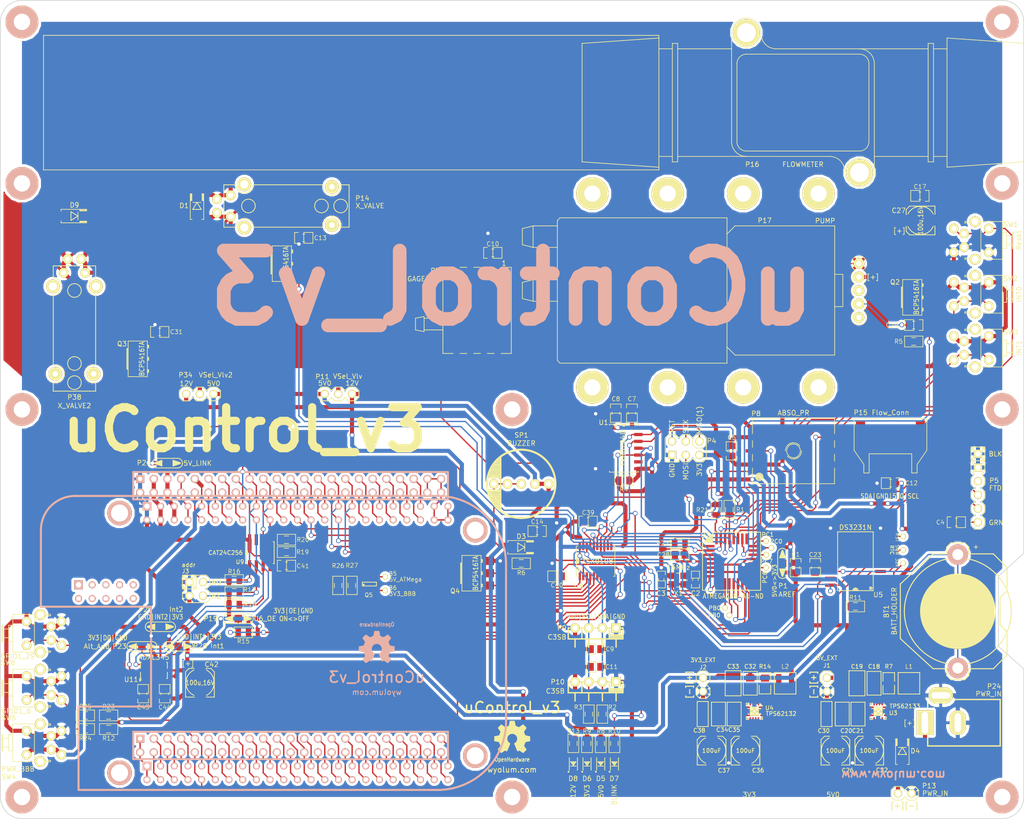
<source format=kicad_pcb>
(kicad_pcb (version 3) (host pcbnew "(2013-07-07 BZR 4022)-stable")
  (title_block (title "TiNA - Controller for TiM") (company WyoLum) (comment 1 www.wyolum.com))
  (layers (15 F.Cu signal) (0 B.Cu signal) (18 B.Paste user) (19 F.Paste user) (20 B.SilkS user) (21 F.SilkS user) (22 B.Mask user) (23 F.Mask user) (28 Edge.Cuts user))
  (net 0 "")
  (net 1 +3.3V)
  (net 2 /ACL_INT1)
  (net 3 /ACL_INT2)
  (net 4 /ACL_SDO)
  (net 5 /AREF)
  (net 6 /BBB/3V3_BBB)
  (net 7 /BBB/5V0)
  (net 8 /BBB/5V_ATMega)
  (net 9 /BBB/A0)
  (net 10 /BBB/A1)
  (net 11 /BBB/A2)
  (net 12 /BBB/AIN0)
  (net 13 /BBB/AIN1)
  (net 14 /BBB/AIN2)
  (net 15 /BBB/AIN3)
  (net 16 /BBB/AIN4)
  (net 17 /BBB/AIN5)
  (net 18 /BBB/AIN6)
  (net 19 /BBB/BBB_OE)
  (net 20 /BBB/CLKOUT2)
  (net 21 /BBB/DGND_8)
  (net 22 /BBB/DGND_9_2)
  (net 23 /BBB/EHRPWM1A)
  (net 24 /BBB/EHRPWM1B)
  (net 25 /BBB/EHRPWM2A)
  (net 26 /BBB/EHRPWM2B)
  (net 27 /BBB/GNDA_ADC)
  (net 28 /BBB/GPIO0_26)
  (net 29 /BBB/GPIO0_27)
  (net 30 /BBB/GPIO0_7)
  (net 31 /BBB/GPIO1_0)
  (net 32 /BBB/GPIO1_1)
  (net 33 /BBB/GPIO1_12)
  (net 34 /BBB/GPIO1_13)
  (net 35 /BBB/GPIO1_14)
  (net 36 /BBB/GPIO1_15)
  (net 37 /BBB/GPIO1_16)
  (net 38 /BBB/GPIO1_17)
  (net 39 /BBB/GPIO1_2)
  (net 40 /BBB/GPIO1_28)
  (net 41 /BBB/GPIO1_29)
  (net 42 /BBB/GPIO1_3)
  (net 43 /BBB/GPIO1_30)
  (net 44 /BBB/GPIO1_31)
  (net 45 /BBB/GPIO1_4)
  (net 46 /BBB/GPIO1_5)
  (net 47 /BBB/GPIO1_6)
  (net 48 /BBB/GPIO1_7)
  (net 49 /BBB/GPIO2_1)
  (net 50 /BBB/GPIO2_10)
  (net 51 /BBB/GPIO2_11)
  (net 52 /BBB/GPIO2_13)
  (net 53 /BBB/GPIO2_22)
  (net 54 /BBB/GPIO2_23)
  (net 55 /BBB/GPIO2_24)
  (net 56 /BBB/GPIO2_25)
  (net 57 /BBB/GPIO2_6)
  (net 58 /BBB/GPIO2_7)
  (net 59 /BBB/GPIO2_8)
  (net 60 /BBB/GPIO2_9)
  (net 61 /BBB/GPIO3_19)
  (net 62 /BBB/GPIO3_21)
  (net 63 /BBB/GPIO_12)
  (net 64 /BBB/I2C1_SCL)
  (net 65 /BBB/I2C1_SDA)
  (net 66 /BBB/I2C2_SCL)
  (net 67 /BBB/I2C2_SDA)
  (net 68 /BBB/MISO)
  (net 69 /BBB/PWR_BUT)
  (net 70 /BBB/RESET)
  (net 71 /BBB/RXD)
  (net 72 /BBB/SCK)
  (net 73 /BBB/SCL)
  (net 74 /BBB/SDA)
  (net 75 /BBB/SPI1_CS0)
  (net 76 /BBB/SPI1_D0)
  (net 77 /BBB/SPI1_D1)
  (net 78 /BBB/SPI1_SCLK)
  (net 79 /BBB/SYS_5V)
  (net 80 /BBB/SYS_RESETn)
  (net 81 /BBB/TIMER4)
  (net 82 /BBB/TIMER5)
  (net 83 /BBB/TIMER6)
  (net 84 /BBB/TIMER7)
  (net 85 /BBB/TXD)
  (net 86 /BBB/UART1_RXD)
  (net 87 /BBB/UART1_TXD)
  (net 88 /BBB/UART2_RXD)
  (net 89 /BBB/UART2_TXD)
  (net 90 /BBB/UART3_CTSN)
  (net 91 /BBB/UART3_RTSN)
  (net 92 /BBB/UART4_CTSN)
  (net 93 /BBB/UART4_RTSN)
  (net 94 /BBB/UART4_RXD)
  (net 95 /BBB/UART4_TXD)
  (net 96 /BBB/UART5_CTSN)
  (net 97 /BBB/UART5_RTSN)
  (net 98 /BBB/UART5_RXD)
  (net 99 /BBB/UART5_TXD)
  (net 100 /BBB/VDD_3V3EXP)
  (net 101 /BBB/VDD_5V)
  (net 102 /BBB/VDD_ADC)
  (net 103 /BBB/~MOSI)
  (net 104 /Interface/+Vlv)
  (net 105 /Interface/+Vlv2)
  (net 106 /Interface/-Vlv)
  (net 107 /Interface/-Vlv2)
  (net 108 /Interface/12V)
  (net 109 /Interface/PC2_Pr2)
  (net 110 /Interface/PC3_Pr1)
  (net 111 /Interface/PD4_Valve2)
  (net 112 /Interface/P_MISO)
  (net 113 /Interface/P_MOSI)
  (net 114 /Interface/P_SCK)
  (net 115 /Interface/P_SS)
  (net 116 /Interface/Pump)
  (net 117 /Interface/Spk)
  (net 118 /Interface/~PB1_Pump)
  (net 119 /Interface/~PD5_Valve)
  (net 120 /Interface/~PD6_Spk)
  (net 121 /Interface/~SS)
  (net 122 /PB0)
  (net 123 /PB6)
  (net 124 /PB7)
  (net 125 /PC0)
  (net 126 /PC1)
  (net 127 /PC6)
  (net 128 /PC7)
  (net 129 /PD2)
  (net 130 /PD7)
  (net 131 /pwr/PWR_IN)
  (net 132 /rtc/32k)
  (net 133 /rtc/BAT)
  (net 134 /rtc/RST)
  (net 135 /rtc/SQR)
  (net 136 /~PD3)
  (net 137 /~RTS)
  (net 138 GND)
  (net 139 N-00000111)
  (net 140 N-00000114)
  (net 141 N-00000115)
  (net 142 N-00000173)
  (net 143 N-0000028)
  (net 144 N-0000029)
  (net 145 N-0000030)
  (net 146 N-0000043)
  (net 147 N-0000044)
  (net 148 N-0000045)
  (net 149 N-0000046)
  (net 150 N-0000047)
  (net 151 N-0000048)
  (net 152 N-0000049)
  (net 153 N-0000050)
  (net 154 N-0000051)
  (net 155 N-0000052)
  (net 156 N-0000055)
  (net 157 N-0000056)
  (net 158 N-0000057)
  (net 159 N-0000058)
  (net 160 N-0000060)
  (net 161 N-0000061)
  (net 162 N-0000072)
  (net 163 N-0000073)
  (net 164 N-0000076)
  (module Inductor_SMD3 (layer F.Cu) (at 166.243 146.431)
    (fp_text reference L2 (at 0 -3.1115) (layer F.SilkS) (effects (font (size 0.8 0.8) (thickness 0.1))))
    (fp_text value 2u2H,3.0A hide)
    (pad 1 smd rect (at -1.19 0) (size 0.98 3.4) (layers F.Cu F.Paste F.Mask) (net 154 N-0000051))
    (pad 2 smd rect (at 1.19 0) (size 0.98 3.4) (layers F.Cu F.Paste F.Mask) (net 1 +3.3V))
  )
  (module c_1206 (layer F.Cu) (at 150.9395 152.146 270)
    (fp_text reference C38 (at 3.048 0.635 360) (layer F.SilkS) (effects (font (size 0.762 0.762) (thickness 0.127))))
    (fp_text value "10uF X7R" hide)
    (pad 1 smd rect (at 1.397 0 270) (size 1.6002 1.8034) (layers F.Cu F.Paste F.Mask) (net 108 /Interface/12V))
    (pad 2 smd rect (at -1.397 0 270) (size 1.6002 1.8034) (layers F.Cu F.Paste F.Mask) (net 138 GND))
  )
  (module c_1210 (layer F.Cu) (at 156.591 146.431 90)
    (fp_text reference C33 (at 3.1115 0 180) (layer F.SilkS) (effects (font (size 0.762 0.762) (thickness 0.127))))
    (fp_text value "22uF X7R" hide)
    (pad 1 smd rect (at 1.397 0 90) (size 1.6002 2.6924) (layers F.Cu F.Paste F.Mask) (net 1 +3.3V))
    (pad 2 smd rect (at -1.397 0 90) (size 1.6002 2.6924) (layers F.Cu F.Paste F.Mask) (net 138 GND))
  )
  (module TPS62132 (layer F.Cu) (at 160.528 151.638 180)
    (fp_text reference U4 (at -2.794 0.635 180) (layer F.SilkS) (effects (font (size 0.762 0.762) (thickness 0.127))))
    (fp_text value TPS62132 (at -4.953 -0.4445 180) (layer F.SilkS) (effects (font (size 0.762 0.762) (thickness 0.127))))
    (pad 2 smd oval (at -0.25 1.5 180) (size 0.28 0.85) (layers F.Cu F.Paste F.Mask) (net 154 N-0000051) (clearance 0.07))
    (pad 1 smd oval (at -0.75 1.5 180) (size 0.28 0.85) (layers F.Cu F.Paste F.Mask) (net 154 N-0000051) (clearance 0.07))
    (pad 3 smd oval (at 0.25 1.5 180) (size 0.28 0.85) (layers F.Cu F.Paste F.Mask) (net 154 N-0000051) (clearance 0.07))
    (pad 4 smd oval (at 0.75 1.5 180) (size 0.28 0.85) (layers F.Cu F.Paste F.Mask) (net 155 N-0000052) (clearance 0.07))
    (pad 5 smd oval (at 1.5 0.75 180) (size 0.85 0.28) (layers F.Cu F.Paste F.Mask) (net 138 GND) (clearance 0.07))
    (pad 6 smd oval (at 1.5 0.25 180) (size 0.85 0.28) (layers F.Cu F.Paste F.Mask) (net 138 GND) (clearance 0.07))
    (pad 7 smd oval (at 1.5 -0.25 180) (size 0.85 0.28) (layers F.Cu F.Paste F.Mask) (net 138 GND) (clearance 0.07))
    (pad 8 smd oval (at 1.5 -0.75 180) (size 0.85 0.28) (layers F.Cu F.Paste F.Mask) (net 138 GND) (clearance 0.07))
    (pad 9 smd oval (at 0.75 -1.5 180) (size 0.28 0.85) (layers F.Cu F.Paste F.Mask) (net 153 N-0000050) (clearance 0.07))
    (pad 10 smd oval (at 0.25 -1.5 180) (size 0.28 0.85) (layers F.Cu F.Paste F.Mask) (net 108 /Interface/12V) (clearance 0.07))
    (pad 11 smd oval (at -0.25 -1.5 180) (size 0.28 0.85) (layers F.Cu F.Paste F.Mask) (net 108 /Interface/12V) (clearance 0.07))
    (pad 12 smd oval (at -0.75 -1.5 180) (size 0.28 0.85) (layers F.Cu F.Paste F.Mask) (net 108 /Interface/12V) (clearance 0.07))
    (pad 13 smd oval (at -1.5 -0.75 180) (size 0.85 0.28) (layers F.Cu F.Paste F.Mask) (net 108 /Interface/12V) (clearance 0.07))
    (pad 14 smd oval (at -1.5 -0.25 180) (size 0.85 0.28) (layers F.Cu F.Paste F.Mask) (net 1 +3.3V) (clearance 0.07))
    (pad 15 smd oval (at -1.5 0.25 180) (size 0.85 0.28) (layers F.Cu F.Paste F.Mask) (net 138 GND) (clearance 0.07))
    (pad 16 smd oval (at -1.5 0.75 180) (size 0.85 0.28) (layers F.Cu F.Paste F.Mask) (net 138 GND) (clearance 0.07))
    (pad 16 thru_hole rect (at 0 0 180) (size 0.5 1.7) (drill 0.3) (layers *.Cu *.Mask F.SilkS) (net 138 GND) (clearance 0.07))
    (pad 16 thru_hole rect (at -0.5 -0.425 180) (size 0.7 0.85) (drill 0.3) (layers *.Cu *.Mask F.SilkS) (net 138 GND) (clearance 0.07))
    (pad 16 thru_hole rect (at -0.5 0.425 180) (size 0.7 0.85) (drill 0.3) (layers *.Cu *.Mask F.SilkS) (net 138 GND) (clearance 0.07))
    (pad 16 thru_hole rect (at 0.5 0.425 180) (size 0.7 0.85) (drill 0.3) (layers *.Cu *.Mask F.SilkS) (net 138 GND) (clearance 0.07))
    (pad 16 thru_hole rect (at 0.5 -0.425 180) (size 0.7 0.85) (drill 0.3) (layers *.Cu *.Mask F.SilkS) (net 138 GND) (clearance 0.07))
  )
  (module c_0805 (layer F.Cu) (at 156.7815 152.146 90)
    (fp_text reference C35 (at -2.921 0 180) (layer F.SilkS) (effects (font (size 0.762 0.762) (thickness 0.127))))
    (fp_text value 3.3nF hide)
    (pad 1 smd rect (at 1 0 90) (size 1.35 1.55) (layers F.Cu F.Paste F.Mask) (net 138 GND))
    (pad 2 smd rect (at -1 0 90) (size 1.35 1.55) (layers F.Cu F.Paste F.Mask) (net 153 N-0000050))
  )
  (module c_0805 (layer F.Cu) (at 159.766 146.431 270)
    (fp_text reference C32 (at -3.1115 0 360) (layer F.SilkS) (effects (font (size 0.762 0.762) (thickness 0.127))))
    (fp_text value 100nF hide)
    (pad 1 smd rect (at 1 0 270) (size 1.35 1.55) (layers F.Cu F.Paste F.Mask) (net 138 GND))
    (pad 2 smd rect (at -1 0 270) (size 1.35 1.55) (layers F.Cu F.Paste F.Mask) (net 1 +3.3V))
  )
  (module c_0805 (layer F.Cu) (at 153.8605 152.146 90)
    (fp_text reference C34 (at -2.921 0.6985 180) (layer F.SilkS) (effects (font (size 0.762 0.762) (thickness 0.127))))
    (fp_text value 100nF hide)
    (pad 1 smd rect (at 1 0 90) (size 1.35 1.55) (layers F.Cu F.Paste F.Mask) (net 138 GND))
    (pad 2 smd rect (at -1 0 90) (size 1.35 1.55) (layers F.Cu F.Paste F.Mask) (net 108 /Interface/12V))
  )
  (module C_ELCO_SMD (layer F.Cu) (at 158.877 158.9405 180)
    (fp_text reference C36 (at -2.3495 -3.683 180) (layer F.SilkS) (effects (font (size 0.762 0.762) (thickness 0.127))))
    (fp_text value 100uF (at 0 0 180) (layer F.SilkS) (effects (font (size 0.762 0.762) (thickness 0.127))))
    (pad 1 smd rect (at 0 2.286 180) (size 1.6256 3.048) (layers F.Cu F.Paste F.Mask) (net 108 /Interface/12V))
    (pad 2 smd rect (at -0.0635 -2.286 180) (size 1.6256 3.048) (layers F.Cu F.Paste F.Mask) (net 138 GND))
  )
  (module C_ELCO_SMD (layer F.Cu) (at 152.5905 158.9405 180)
    (fp_text reference C37 (at -2.286 -3.683 180) (layer F.SilkS) (effects (font (size 0.762 0.762) (thickness 0.127))))
    (fp_text value 100uF (at 0 0 180) (layer F.SilkS) (effects (font (size 0.762 0.762) (thickness 0.127))))
    (pad 1 smd rect (at 0 2.286 180) (size 1.6256 3.048) (layers F.Cu F.Paste F.Mask) (net 108 /Interface/12V))
    (pad 2 smd rect (at -0.0635 -2.286 180) (size 1.6256 3.048) (layers F.Cu F.Paste F.Mask) (net 138 GND))
  )
  (module r_0805 (layer F.Cu) (at 162.4965 146.431 270)
    (fp_text reference R14 (at -3.1115 0 360) (layer F.SilkS) (effects (font (size 0.762 0.762) (thickness 0.127))))
    (fp_text value 100k hide)
    (pad 1 smd rect (at 0.9525 0 270) (size 1.30048 1.4986) (layers F.Cu F.Paste F.Mask) (net 155 N-0000052))
    (pad 2 smd rect (at -0.9525 0 270) (size 1.30048 1.4986) (layers F.Cu F.Paste F.Mask) (net 1 +3.3V))
  )
  (module Header_2 (layer F.Cu) (at 151.003 146.685 270)
    (fp_text reference J2 (at -3.2258 0 360) (layer F.SilkS) (effects (font (size 0.762 0.762) (thickness 0.127))))
    (fp_text value 3V3_EXT (at -4.572 0 360) (layer F.SilkS) (effects (font (size 0.762 0.762) (thickness 0.127))))
    (pad 1 thru_hole circle (at -1.27 0 270) (size 1.524 1.524) (drill 1.016) (layers *.Cu *.Mask F.SilkS) (net 1 +3.3V))
    (pad 2 thru_hole circle (at 1.27 0 270) (size 1.524 1.524) (drill 1.016) (layers *.Cu *.Mask F.SilkS) (net 138 GND))
  )
  (module pin_strip_4-90 (layer F.Cu) (at 131.047 146.158)
    (fp_text reference P10 (at -7.0315 0.019) (layer F.SilkS) (effects (font (size 0.889 0.889) (thickness 0.127))))
    (fp_text value C3SB (at -7.476 1.7335) (layer F.SilkS) (effects (font (size 0.889 0.889) (thickness 0.127))))
    (pad 1 thru_hole circle (at -3.81 0) (size 1.778 1.778) (drill 1.016) (layers *.Cu *.Mask F.SilkS) (net 7 /BBB/5V0))
    (pad 2 thru_hole circle (at -1.27 0) (size 1.778 1.778) (drill 1.016) (layers *.Cu *.Mask F.SilkS) (net 73 /BBB/SCL))
    (pad 3 thru_hole circle (at 1.27 0) (size 1.778 1.778) (drill 1.016) (layers *.Cu *.Mask F.SilkS) (net 74 /BBB/SDA))
    (pad 4 thru_hole rect (at 3.81 0) (size 1.778 1.778) (drill 1.016) (layers *.Cu *.Mask F.SilkS) (net 138 GND))
  )
  (module pin_strip_4-90 (layer F.Cu) (at 131.047 136.158)
    (fp_text reference P9 (at -6.2695 0.0495) (layer F.SilkS) (effects (font (size 0.889 0.889) (thickness 0.127))))
    (fp_text value C3SB (at -7.1585 1.7005) (layer F.SilkS) (effects (font (size 0.889 0.889) (thickness 0.127))))
    (pad 1 thru_hole circle (at -3.81 0) (size 1.778 1.778) (drill 1.016) (layers *.Cu *.Mask F.SilkS) (net 7 /BBB/5V0))
    (pad 2 thru_hole circle (at -1.27 0) (size 1.778 1.778) (drill 1.016) (layers *.Cu *.Mask F.SilkS) (net 73 /BBB/SCL))
    (pad 3 thru_hole circle (at 1.27 0) (size 1.778 1.778) (drill 1.016) (layers *.Cu *.Mask F.SilkS) (net 74 /BBB/SDA))
    (pad 4 thru_hole rect (at 3.81 0) (size 1.778 1.778) (drill 1.016) (layers *.Cu *.Mask F.SilkS) (net 138 GND))
  )
  (module PCB (layer F.Cu) (at 115.297 95.358)
    (fp_text reference PCB1 hide)
    (fp_text value PCB hide)
  )
  (module vite_3mm (layer F.Cu) (at 24.547 167.558)
    (fp_text reference SC8 hide)
    (fp_text value SCREW hide)
    (pad 1 thru_hole circle (at 0 0) (size 6.096 6.096) (drill 3.048) (layers *.Cu *.SilkS *.Mask))
  )
  (module vite_3mm (layer F.Cu) (at 115.547 167.558)
    (fp_text reference SC9 hide)
    (fp_text value SCREW hide)
    (pad 1 thru_hole circle (at 0 0) (size 6.096 6.096) (drill 3.048) (layers *.Cu *.SilkS *.Mask))
  )
  (module vite_3mm (layer F.Cu) (at 206.547 167.558)
    (fp_text reference SC10 hide)
    (fp_text value SCREW hide)
    (pad 1 thru_hole circle (at 0 0) (size 6.096 6.096) (drill 3.048) (layers *.Cu *.SilkS *.Mask))
  )
  (module vite_3mm (layer F.Cu) (at 206.547 95.558)
    (fp_text reference SC7 hide)
    (fp_text value SCREW hide)
    (pad 1 thru_hole circle (at 0 0) (size 6.096 6.096) (drill 3.048) (layers *.Cu *.SilkS *.Mask))
  )
  (module vite_3mm (layer F.Cu) (at 24.547 53.558)
    (fp_text reference SC3 hide)
    (fp_text value SCREW hide)
    (pad 1 thru_hole circle (at 0 0) (size 6.096 6.096) (drill 3.048) (layers *.Cu *.SilkS *.Mask))
  )
  (module vite_3mm (layer F.Cu) (at 206.547 53.558)
    (fp_text reference SC4 hide)
    (fp_text value SCREW hide)
    (pad 1 thru_hole circle (at 0 0) (size 6.096 6.096) (drill 3.048) (layers *.Cu *.SilkS *.Mask))
  )
  (module vite_3mm (layer F.Cu) (at 206.547 23.558)
    (fp_text reference SC2 hide)
    (fp_text value SCREW hide)
    (pad 1 thru_hole circle (at 0 0) (size 6.096 6.096) (drill 3.048) (layers *.Cu *.SilkS *.Mask))
  )
  (module vite_3mm (layer F.Cu) (at 115.547 95.558)
    (fp_text reference SC6 hide)
    (fp_text value SCREW hide)
    (pad 1 thru_hole circle (at 0 0) (size 6.096 6.096) (drill 3.048) (layers *.Cu *.SilkS *.Mask))
  )
  (module vite_3mm (layer F.Cu) (at 24.547 95.558)
    (fp_text reference SC5 hide)
    (fp_text value SCREW hide)
    (pad 1 thru_hole circle (at 0 0) (size 6.096 6.096) (drill 3.048) (layers *.Cu *.SilkS *.Mask))
  )
  (module JACK_ALIM (layer F.Cu) (at 198.297 153.758 180)
    (fp_text reference P24 (at -6.7445 6.7555 180) (layer F.SilkS) (effects (font (size 0.889 0.889) (thickness 0.127))))
    (fp_text value PWR_IN (at -5.7285 5.3585 180) (layer F.SilkS) (effects (font (size 0.889 0.889) (thickness 0.127))))
    (pad 2 thru_hole oval (at 0 0 180) (size 3.048 4.572) (drill oval 1.1684 3.556) (layers *.Cu *.Mask F.SilkS) (net 138 GND))
    (pad 1 thru_hole rect (at 6.096 0 180) (size 3.048 4.572) (drill oval 1.1684 4.064) (layers *.Cu *.Mask F.SilkS) (net 131 /pwr/PWR_IN))
    (pad 3 thru_hole oval (at 3.175 5.08 180) (size 4.572 3.048) (drill oval 3.556 1.1684) (layers *.Cu *.Mask F.SilkS) (net 138 GND))
  )
  (module DS3231 (layer F.Cu) (at 179.297 123.758 90)
    (fp_text reference U5 (at -6.2265 4.218 180) (layer F.SilkS) (effects (font (size 0.889 0.889) (thickness 0.127))))
    (fp_text value DS3231N (at 6.2865 0 180) (layer F.SilkS) (effects (font (size 0.889 0.889) (thickness 0.127))))
    (pad 1 smd rect (at -4.445 4.65074 90) (size 0.59944 1.99898) (layers F.Cu F.Paste F.Mask) (net 132 /rtc/32k))
    (pad 2 smd rect (at -3.175 4.65074 90) (size 0.59944 1.99898) (layers F.Cu F.Paste F.Mask) (net 7 /BBB/5V0))
    (pad 3 smd rect (at -1.905 4.65074 90) (size 0.59944 1.99898) (layers F.Cu F.Paste F.Mask) (net 135 /rtc/SQR))
    (pad 4 smd rect (at -0.635 4.65074 90) (size 0.59944 1.99898) (layers F.Cu F.Paste F.Mask) (net 134 /rtc/RST))
    (pad 5 smd rect (at 0.635 4.65074 90) (size 0.59944 1.99898) (layers F.Cu F.Paste F.Mask) (net 138 GND))
    (pad 6 smd rect (at 1.905 4.65074 90) (size 0.59944 1.99898) (layers F.Cu F.Paste F.Mask) (net 138 GND))
    (pad 7 smd rect (at 3.175 4.65074 90) (size 0.59944 1.99898) (layers F.Cu F.Paste F.Mask) (net 138 GND))
    (pad 8 smd rect (at 4.445 4.65074 90) (size 0.59944 1.99898) (layers F.Cu F.Paste F.Mask) (net 138 GND))
    (pad 9 smd rect (at 4.445 -4.65074 90) (size 0.59944 1.99898) (layers F.Cu F.Paste F.Mask) (net 138 GND))
    (pad 10 smd rect (at 3.175 -4.65074 90) (size 0.59944 1.99898) (layers F.Cu F.Paste F.Mask) (net 138 GND))
    (pad 11 smd rect (at 1.905 -4.65074 90) (size 0.59944 1.99898) (layers F.Cu F.Paste F.Mask) (net 138 GND))
    (pad 12 smd rect (at 0.635 -4.65074 90) (size 0.59944 1.99898) (layers F.Cu F.Paste F.Mask) (net 138 GND))
    (pad 13 smd rect (at -0.635 -4.65074 90) (size 0.59944 1.99898) (layers F.Cu F.Paste F.Mask) (net 138 GND))
    (pad 14 smd rect (at -1.905 -4.65074 90) (size 0.59944 1.99898) (layers F.Cu F.Paste F.Mask) (net 133 /rtc/BAT))
    (pad 15 smd rect (at -3.175 -4.65074 90) (size 0.59944 1.99898) (layers F.Cu F.Paste F.Mask) (net 74 /BBB/SDA))
    (pad 16 smd rect (at -4.445 -4.65074 90) (size 0.59944 1.99898) (layers F.Cu F.Paste F.Mask) (net 73 /BBB/SCL))
  )
  (module TXS0108EPWR (layer F.Cu) (at 131.047 123.758)
    (fp_text reference U8 (at -3.158 4.639) (layer F.SilkS) (effects (font (size 0.889 0.889) (thickness 0.127))))
    (fp_text value TSX0108 (at 0.398 0.0035) (layer F.SilkS) (effects (font (size 0.889 0.889) (thickness 0.127))))
    (pad 5 smd rect (at -0.32512 2.79908) (size 0.4191 1.47066) (layers F.Cu F.Paste F.Mask) (net 86 /BBB/UART1_RXD) (clearance 0.1016))
    (pad 6 smd rect (at 0.32512 2.79908) (size 0.4191 1.47066) (layers F.Cu F.Paste F.Mask) (net 83 /BBB/TIMER6) (clearance 0.1016))
    (pad 7 smd rect (at 0.97536 2.79908) (size 0.4191 1.47066) (layers F.Cu F.Paste F.Mask) (net 77 /BBB/SPI1_D1) (clearance 0.1016))
    (pad 8 smd rect (at 1.6256 2.79908) (size 0.4191 1.47066) (layers F.Cu F.Paste F.Mask) (net 76 /BBB/SPI1_D0) (clearance 0.1016))
    (pad 19 smd rect (at -2.27584 -2.79908) (size 0.4191 1.47066) (layers F.Cu F.Paste F.Mask) (net 7 /BBB/5V0) (clearance 0.1016))
    (pad 2 smd rect (at -2.27584 2.79908) (size 0.4191 1.47066) (layers F.Cu F.Paste F.Mask) (net 100 /BBB/VDD_3V3EXP) (clearance 0.1016))
    (pad 3 smd rect (at -1.6256 2.79908) (size 0.4191 1.47066) (layers F.Cu F.Paste F.Mask) (net 64 /BBB/I2C1_SCL) (clearance 0.1016))
    (pad 4 smd rect (at -0.97536 2.79908) (size 0.4191 1.47066) (layers F.Cu F.Paste F.Mask) (net 87 /BBB/UART1_TXD) (clearance 0.1016))
    (pad 12 smd rect (at 2.27584 -2.79908) (size 0.4191 1.47066) (layers F.Cu F.Paste F.Mask) (net 72 /BBB/SCK) (clearance 0.1016))
    (pad 13 smd rect (at 1.6256 -2.79908) (size 0.4191 1.47066) (layers F.Cu F.Paste F.Mask) (net 68 /BBB/MISO) (clearance 0.1016))
    (pad 14 smd rect (at 0.97536 -2.79908) (size 0.4191 1.47066) (layers F.Cu F.Paste F.Mask) (net 103 /BBB/~MOSI) (clearance 0.1016))
    (pad 15 smd rect (at 0.32512 -2.79908) (size 0.4191 1.47066) (layers F.Cu F.Paste F.Mask) (net 70 /BBB/RESET) (clearance 0.1016))
    (pad 16 smd rect (at -0.32512 -2.79908) (size 0.4191 1.47066) (layers F.Cu F.Paste F.Mask) (net 85 /BBB/TXD) (clearance 0.1016))
    (pad 17 smd rect (at -0.97536 -2.79908) (size 0.4191 1.47066) (layers F.Cu F.Paste F.Mask) (net 71 /BBB/RXD) (clearance 0.1016))
    (pad 9 smd rect (at 2.27584 2.79908) (size 0.4191 1.47066) (layers F.Cu F.Paste F.Mask) (net 78 /BBB/SPI1_SCLK) (clearance 0.1016))
    (pad 18 smd rect (at -1.6256 -2.79908) (size 0.4191 1.47066) (layers F.Cu F.Paste F.Mask) (net 73 /BBB/SCL) (clearance 0.1016))
    (pad 1 smd rect (at -2.92608 2.79908) (size 0.4191 1.47066) (layers F.Cu F.Paste F.Mask) (net 65 /BBB/I2C1_SDA) (clearance 0.1016))
    (pad 10 smd rect (at 2.92608 2.79908) (size 0.4191 1.47066) (layers F.Cu F.Paste F.Mask) (net 19 /BBB/BBB_OE) (clearance 0.1016))
    (pad 11 smd rect (at 2.92608 -2.79908) (size 0.4191 1.47066) (layers F.Cu F.Paste F.Mask) (net 138 GND) (clearance 0.1016))
    (pad 20 smd rect (at -2.92608 -2.79908) (size 0.4191 1.47066) (layers F.Cu F.Paste F.Mask) (net 74 /BBB/SDA) (clearance 0.1016))
  )
  (module HDIB002AUY8H5 (layer F.Cu) (at 167.797 103.258 270)
    (fp_text reference P8 (at -6.9285 6.9515 360) (layer F.SilkS) (effects (font (size 0.889 0.889) (thickness 0.127))))
    (fp_text value ABSO_PR (at -7.0612 0 360) (layer F.SilkS) (effects (font (size 0.889 0.889) (thickness 0.127))))
    (fp_text user 1 (at 3.8665 8.666 360) (layer F.SilkS) (effects (font (size 0.889 0.889) (thickness 0.127))))
    (pad 3 smd rect (at -2.54 7.366 270) (size 0.6096 3.048) (layers F.Cu F.Paste F.Mask) (net 138 GND))
    (pad 2 smd rect (at 0 7.366 270) (size 0.6096 3.048) (layers F.Cu F.Paste F.Mask) (net 109 /Interface/PC2_Pr2))
    (pad 1 smd rect (at 2.54 7.366 270) (size 0.6096 3.048) (layers F.Cu F.Paste F.Mask) (net 7 /BBB/5V0))
    (pad 6 smd rect (at 2.54 -7.366 270) (size 0.6096 3.048) (layers F.Cu F.Paste F.Mask) (net 73 /BBB/SCL))
    (pad 5 smd rect (at 0 -7.366 270) (size 0.6096 3.048) (layers F.Cu F.Paste F.Mask) (net 162 N-0000072))
    (pad 4 smd rect (at -2.54 -7.366 270) (size 0.6096 3.048) (layers F.Cu F.Paste F.Mask) (net 74 /BBB/SDA))
  )
  (module TXB0104D (layer F.Cu) (at 136.297 102.758 270)
    (fp_text reference U1 (at -4.7775 3.7725 360) (layer F.SilkS) (effects (font (size 0.889 0.889) (thickness 0.127))))
    (fp_text value TXB0104D (at -0.015 0.153 270) (layer F.SilkS) (effects (font (size 0.889 0.889) (thickness 0.127))))
    (pad 5 smd rect (at 1.27 2.6924 270) (size 0.5969 1.5494) (layers F.Cu F.Paste F.Mask) (net 113 /Interface/P_MOSI) (clearance 0.0762))
    (pad 6 smd rect (at 2.54 2.6924 270) (size 0.5969 1.5494) (layers F.Cu F.Paste F.Mask) (net 156 N-0000055) (clearance 0.0762))
    (pad 7 smd rect (at 3.81 2.6924 270) (size 0.5969 1.5494) (layers F.Cu F.Paste F.Mask) (net 138 GND) (clearance 0.0762))
    (pad 10 smd rect (at 1.27 -2.6924 270) (size 0.5969 1.5494) (layers F.Cu F.Paste F.Mask) (net 103 /BBB/~MOSI) (clearance 0.0762))
    (pad 2 smd rect (at -2.54 2.6924 270) (size 0.5969 1.5494) (layers F.Cu F.Paste F.Mask) (net 112 /Interface/P_MISO) (clearance 0.0762))
    (pad 3 smd rect (at -1.27 2.6924 270) (size 0.5969 1.5494) (layers F.Cu F.Paste F.Mask) (net 114 /Interface/P_SCK) (clearance 0.0762))
    (pad 4 smd rect (at 0 2.6924 270) (size 0.5969 1.5494) (layers F.Cu F.Paste F.Mask) (net 115 /Interface/P_SS) (clearance 0.0762))
    (pad 12 smd rect (at -1.27 -2.6924 270) (size 0.5969 1.5494) (layers F.Cu F.Paste F.Mask) (net 72 /BBB/SCK) (clearance 0.0762))
    (pad 13 smd rect (at -2.54 -2.6924 270) (size 0.5969 1.5494) (layers F.Cu F.Paste F.Mask) (net 68 /BBB/MISO) (clearance 0.0762))
    (pad 14 smd rect (at -3.81 -2.6924 270) (size 0.5969 1.5494) (layers F.Cu F.Paste F.Mask) (net 7 /BBB/5V0) (clearance 0.0762))
    (pad 9 smd rect (at 2.54 -2.6924 270) (size 0.5969 1.5494) (layers F.Cu F.Paste F.Mask) (net 157 N-0000056) (clearance 0.0762))
    (pad 1 smd rect (at -3.81 2.6924 270) (size 0.5969 1.5494) (layers F.Cu F.Paste F.Mask) (net 1 +3.3V) (clearance 0.0762))
    (pad 8 smd rect (at 3.81 -2.6924 270) (size 0.5969 1.5494) (layers F.Cu F.Paste F.Mask) (net 1 +3.3V) (clearance 0.0762))
    (pad 11 smd rect (at 0 -2.6924 270) (size 0.5969 1.5494) (layers F.Cu F.Paste F.Mask) (net 121 /Interface/~SS) (clearance 0.0762))
  )
  (module Header_FTDI (layer F.Cu) (at 202.047 110.158 270)
    (fp_text reference P5 (at -1.3825 -2.9945 360) (layer F.SilkS) (effects (font (size 0.889 0.889) (thickness 0.127))))
    (fp_text value FTDI (at 0.0145 -3.439 360) (layer F.SilkS) (effects (font (size 0.889 0.889) (thickness 0.127))))
    (fp_text user GRN (at 6.428 -3.3755 360) (layer F.SilkS) (effects (font (size 0.889 0.889) (thickness 0.127))))
    (fp_text user BLK (at -6.3355 -3.2485 360) (layer F.SilkS) (effects (font (size 0.889 0.889) (thickness 0.127))))
    (pad 1 thru_hole rect (at -6.35 0 270) (size 1.524 1.524) (drill 1.016) (layers *.Cu *.Mask F.SilkS) (net 138 GND))
    (pad 2 thru_hole rect (at -3.81 0 270) (size 1.524 1.524) (drill 1.016) (layers *.Cu *.Mask F.SilkS) (net 138 GND))
    (pad 3 thru_hole circle (at -1.27 0 270) (size 1.524 1.524) (drill 1.016) (layers *.Cu *.Mask F.SilkS) (net 145 N-0000030))
    (pad 4 thru_hole circle (at 1.27 0 270) (size 1.524 1.524) (drill 1.016) (layers *.Cu *.Mask F.SilkS) (net 71 /BBB/RXD))
    (pad 5 thru_hole circle (at 3.81 0 270) (size 1.524 1.524) (drill 1.016) (layers *.Cu *.Mask F.SilkS) (net 85 /BBB/TXD))
    (pad 6 thru_hole circle (at 6.35 0 270) (size 1.524 1.524) (drill 1.016) (layers *.Cu *.Mask F.SilkS) (net 137 /~RTS))
  )
  (module SW_PB_V_H (layer F.Cu) (at 204.047 64.158 180)
    (fp_text reference SW1 (at -4.106 2.944 180) (layer F.SilkS) (effects (font (size 0.889 0.889) (thickness 0.127))))
    (fp_text value Reset (at -5.5665 0.023 270) (layer F.SilkS) (effects (font (size 0.889 0.889) (thickness 0.127))))
    (pad 1 thru_hole circle (at 0 -2.2225 180) (size 1.778 1.778) (drill 1.016) (layers *.Cu *.Mask F.SilkS) (net 138 GND))
    (pad 2 thru_hole circle (at 0 2.2225 180) (size 1.778 1.778) (drill 1.016) (layers *.Cu *.Mask F.SilkS) (net 70 /BBB/RESET))
    (pad 3 thru_hole circle (at 2.54 -3.4925 180) (size 2.032 2.032) (drill 1.27) (layers *.Cu *.Mask F.SilkS))
    (pad 3 thru_hole circle (at 2.54 3.4925 180) (size 2.032 2.032) (drill 1.27) (layers *.Cu *.Mask F.SilkS))
    (pad 2 thru_hole circle (at 6.477 2.2225 180) (size 1.778 1.778) (drill 1.016) (layers *.Cu *.Mask F.SilkS) (net 70 /BBB/RESET))
    (pad 1 thru_hole circle (at 6.477 -2.2225 180) (size 1.778 1.778) (drill 1.016) (layers *.Cu *.Mask F.SilkS) (net 138 GND))
    (pad 2 thru_hole circle (at 4.572 1.27 180) (size 1.778 1.778) (drill 1.016) (layers *.Cu *.Mask F.SilkS) (net 70 /BBB/RESET))
    (pad 1 thru_hole circle (at 4.572 -1.27 180) (size 1.778 1.778) (drill 1.016) (layers *.Cu *.Mask F.SilkS) (net 138 GND))
  )
  (module CR2032 (layer F.Cu) (at 198.297 133.058 270)
    (fp_text reference BT1 (at 0.038 13.258 450) (layer F.SilkS) (effects (font (size 0.889 0.889) (thickness 0.127))))
    (fp_text value BATT_HOLDER (at -0.0255 11.7975 450) (layer F.SilkS) (effects (font (size 0.889 0.889) (thickness 0.127))))
    (fp_text user - (at 0 -3.937 270) (layer F.SilkS) (effects (font (size 0.889 0.889) (thickness 0.127))))
    (fp_text user + (at -11.938 -3.302 270) (layer F.SilkS) (effects (font (size 0.889 0.889) (thickness 0.127))))
    (pad + thru_hole circle (at -10.541 0 270) (size 3.81 3.81) (drill 2.032) (layers *.Cu B.Paste B.SilkS B.Mask) (net 133 /rtc/BAT))
    (pad + thru_hole circle (at 10.541 0 270) (size 3.81 3.81) (drill 2.032) (layers *.Cu B.Paste B.SilkS B.Mask) (net 133 /rtc/BAT))
    (pad - smd circle (at 0 0 270) (size 14 14) (layers F.Cu F.Paste F.SilkS F.Mask) (net 138 GND))
  )
  (module SW_PB_V_H (layer F.Cu) (at 204.047 74.158 180)
    (fp_text reference SW2 (at -4.0425 2.911 180) (layer F.SilkS) (effects (font (size 0.889 0.889) (thickness 0.127))))
    (fp_text value INT0 (at -5.63 -0.01 270) (layer F.SilkS) (effects (font (size 0.889 0.889) (thickness 0.127))))
    (pad 1 thru_hole circle (at 0 -2.2225 180) (size 1.778 1.778) (drill 1.016) (layers *.Cu *.Mask F.SilkS) (net 129 /PD2))
    (pad 2 thru_hole circle (at 0 2.2225 180) (size 1.778 1.778) (drill 1.016) (layers *.Cu *.Mask F.SilkS) (net 7 /BBB/5V0))
    (pad 3 thru_hole circle (at 2.54 -3.4925 180) (size 2.032 2.032) (drill 1.27) (layers *.Cu *.Mask F.SilkS))
    (pad 3 thru_hole circle (at 2.54 3.4925 180) (size 2.032 2.032) (drill 1.27) (layers *.Cu *.Mask F.SilkS))
    (pad 2 thru_hole circle (at 6.477 2.2225 180) (size 1.778 1.778) (drill 1.016) (layers *.Cu *.Mask F.SilkS) (net 7 /BBB/5V0))
    (pad 1 thru_hole circle (at 6.477 -2.2225 180) (size 1.778 1.778) (drill 1.016) (layers *.Cu *.Mask F.SilkS) (net 129 /PD2))
    (pad 2 thru_hole circle (at 4.572 1.27 180) (size 1.778 1.778) (drill 1.016) (layers *.Cu *.Mask F.SilkS) (net 7 /BBB/5V0))
    (pad 1 thru_hole circle (at 4.572 -1.27 180) (size 1.778 1.778) (drill 1.016) (layers *.Cu *.Mask F.SilkS) (net 129 /PD2))
  )
  (module SW_PB_V_H (layer F.Cu) (at 204.047 84.158 180)
    (fp_text reference SW3 (at -4.106 2.9415 180) (layer F.SilkS) (effects (font (size 0.889 0.889) (thickness 0.127))))
    (fp_text value INT1 (at -5.63 0.0205 270) (layer F.SilkS) (effects (font (size 0.889 0.889) (thickness 0.127))))
    (pad 1 thru_hole circle (at 0 -2.2225 180) (size 1.778 1.778) (drill 1.016) (layers *.Cu *.Mask F.SilkS) (net 136 /~PD3))
    (pad 2 thru_hole circle (at 0 2.2225 180) (size 1.778 1.778) (drill 1.016) (layers *.Cu *.Mask F.SilkS) (net 7 /BBB/5V0))
    (pad 3 thru_hole circle (at 2.54 -3.4925 180) (size 2.032 2.032) (drill 1.27) (layers *.Cu *.Mask F.SilkS))
    (pad 3 thru_hole circle (at 2.54 3.4925 180) (size 2.032 2.032) (drill 1.27) (layers *.Cu *.Mask F.SilkS))
    (pad 2 thru_hole circle (at 6.477 2.2225 180) (size 1.778 1.778) (drill 1.016) (layers *.Cu *.Mask F.SilkS) (net 7 /BBB/5V0))
    (pad 1 thru_hole circle (at 6.477 -2.2225 180) (size 1.778 1.778) (drill 1.016) (layers *.Cu *.Mask F.SilkS) (net 136 /~PD3))
    (pad 2 thru_hole circle (at 4.572 1.27 180) (size 1.778 1.778) (drill 1.016) (layers *.Cu *.Mask F.SilkS) (net 7 /BBB/5V0))
    (pad 1 thru_hole circle (at 4.572 -1.27 180) (size 1.778 1.778) (drill 1.016) (layers *.Cu *.Mask F.SilkS) (net 136 /~PD3))
  )
  (module Speaker (layer F.Cu) (at 117.247 109.383 180)
    (fp_text reference SP1 (at -0.0375 9.053 180) (layer F.SilkS) (effects (font (size 0.889 0.889) (thickness 0.127))))
    (fp_text value BUZZER (at -0.0375 7.529 180) (layer F.SilkS) (effects (font (size 0.889 0.889) (thickness 0.127))))
    (pad 1 thru_hole circle (at -2.54 0 180) (size 1.778 1.778) (drill 1.016) (layers *.Cu *.Mask F.SilkS) (net 7 /BBB/5V0))
    (pad 2 thru_hole circle (at 5.08 0 180) (size 1.778 1.778) (drill 1.016) (layers *.Cu *.Mask F.SilkS) (net 117 /Interface/Spk))
    (pad 2 thru_hole circle (at 2.54 0 180) (size 1.778 1.778) (drill 1.016) (layers *.Cu *.Mask F.SilkS) (net 117 /Interface/Spk))
    (pad 1 thru_hole circle (at -5.08 0 180) (size 1.778 1.778) (drill 1.016) (layers *.Cu *.Mask F.SilkS) (net 7 /BBB/5V0))
    (pad 2 thru_hole circle (at 0 0 180) (size 1.778 1.778) (drill 1.016) (layers *.Cu *.Mask F.SilkS) (net 117 /Interface/Spk))
  )
  (module C_ELCO_SMD (layer F.Cu) (at 191.389 60.452 270)
    (fp_text reference C27 (at -1.8415 4.064 360) (layer F.SilkS) (effects (font (size 0.889 0.889) (thickness 0.127))))
    (fp_text value 100u,16V (at 0 0 270) (layer F.SilkS) (effects (font (size 0.889 0.762) (thickness 0.127))))
    (fp_text user [+] (at 1.905 3.937 360) (layer F.SilkS) (effects (font (size 0.889 0.889) (thickness 0.127))))
    (pad 1 smd rect (at 0 2.286 270) (size 1.6256 3.048) (layers F.Cu F.Paste F.Mask) (net 108 /Interface/12V))
    (pad 2 smd rect (at -0.0635 -2.286 270) (size 1.6256 3.048) (layers F.Cu F.Paste F.Mask) (net 164 N-0000076))
  )
  (module Conn_Flow_SFM3000_Male (layer F.Cu) (at 185.797 105.758 180)
    (fp_text reference P15 (at 5.5205 9.619 180) (layer F.SilkS) (effects (font (size 0.889 0.889) (thickness 0.127))))
    (fp_text value Flow_Conn (at -0.004 9.619 180) (layer F.SilkS) (effects (font (size 0.889 0.889) (thickness 0.127))))
    (pad 1 smd rect (at -3 0 180) (size 1.2 3.2) (layers F.Cu F.Paste F.Mask) (net 73 /BBB/SCL))
    (pad 2 smd rect (at -0.9934 0 180) (size 1.2 3.2) (layers F.Cu F.Paste F.Mask) (net 7 /BBB/5V0))
    (pad 3 smd rect (at 1.0132 0 180) (size 1.2 3.2) (layers F.Cu F.Paste F.Mask) (net 138 GND))
    (pad 4 smd rect (at 3.0198 0 180) (size 1.2 3.2) (layers F.Cu F.Paste F.Mask) (net 74 /BBB/SDA))
    (pad "" smd rect (at -5.55 5.5 180) (size 1.7 5.3) (layers F.Cu F.Paste F.Mask))
    (pad "" smd rect (at 5.55 5.5 180) (size 1.7 5.3) (layers F.Cu F.Paste F.Mask))
  )
  (module led_0805 (layer F.Cu) (at 126.9238 161.417 90)
    (fp_text reference D8 (at -2.7265 -0.0345 180) (layer F.SilkS) (effects (font (size 0.889 0.889) (thickness 0.127))))
    (fp_text value 12V (at -5.076 -0.0345 90) (layer F.SilkS) (effects (font (size 0.889 0.889) (thickness 0.127))))
    (pad 1 smd rect (at 1.016 0 90) (size 1.016 1.27) (layers F.Cu F.Paste F.Mask) (net 150 N-0000047))
    (pad 2 smd rect (at -1.016 0 90) (size 1.016 1.27) (layers F.Cu F.Paste F.Mask) (net 138 GND))
  )
  (module Header_3 (layer F.Cu) (at 83.2866 92.6846)
    (fp_text reference P11 (at -2.9591 -3.2131) (layer F.SilkS) (effects (font (size 0.889 0.889) (thickness 0.127))))
    (fp_text value VSel_Vlv (at 1.7399 -3.2766) (layer F.SilkS) (effects (font (size 0.889 0.889) (thickness 0.127))))
    (pad 1 thru_hole circle (at -2.54 0) (size 1.524 1.524) (drill 1.016) (layers *.Cu *.Mask F.SilkS) (net 7 /BBB/5V0))
    (pad 2 thru_hole circle (at 0 0) (size 1.524 1.524) (drill 1.016) (layers *.Cu *.Mask F.SilkS) (net 104 /Interface/+Vlv))
    (pad 3 thru_hole circle (at 2.54 0) (size 1.524 1.524) (drill 1.016) (layers *.Cu *.Mask F.SilkS) (net 108 /Interface/12V))
  )
  (module TQFP32 (layer F.Cu) (at 156.297 123.758)
    (fp_text reference U7 (at -4.8622 -4.8352) (layer F.SilkS) (effects (font (size 0.889 0.889) (thickness 0.127))))
    (fp_text value ATMEGA328-AU-ND (at 0.294 6.4805) (layer F.SilkS) (effects (font (size 0.889 0.762) (thickness 0.127))))
    (pad 8 smd rect (at -4.15036 2.79908) (size 1.99898 0.44958) (layers F.Cu F.Paste F.Mask) (net 124 /PB7) (clearance 0.127))
    (pad 7 smd rect (at -4.15036 1.99898) (size 1.99898 0.44958) (layers F.Cu F.Paste F.Mask) (net 123 /PB6) (clearance 0.14986))
    (pad 6 smd rect (at -4.15036 1.19888) (size 1.99898 0.44958) (layers F.Cu F.Paste F.Mask) (net 7 /BBB/5V0) (clearance 0.14986))
    (pad 5 smd rect (at -4.15036 0.39878) (size 1.99898 0.44958) (layers F.Cu F.Paste F.Mask) (net 138 GND) (clearance 0.14986))
    (pad 4 smd rect (at -4.15036 -0.39878) (size 1.99898 0.44958) (layers F.Cu F.Paste F.Mask) (net 7 /BBB/5V0) (clearance 0.14986))
    (pad 3 smd rect (at -4.15036 -1.19888) (size 1.99898 0.44958) (layers F.Cu F.Paste F.Mask) (net 138 GND) (clearance 0.14986))
    (pad 2 smd rect (at -4.15036 -1.99898) (size 1.99898 0.44958) (layers F.Cu F.Paste F.Mask) (net 111 /Interface/PD4_Valve2) (clearance 0.14986))
    (pad 1 smd rect (at -4.15036 -2.79908) (size 1.99898 0.44958) (layers F.Cu F.Paste F.Mask) (net 136 /~PD3) (clearance 0.127))
    (pad 24 smd rect (at 4.15036 -2.79908) (size 1.99898 0.44958) (layers F.Cu F.Paste F.Mask) (net 126 /PC1) (clearance 0.127))
    (pad 17 smd rect (at 4.15036 2.79908) (size 1.99898 0.44958) (layers F.Cu F.Paste F.Mask) (net 72 /BBB/SCK) (clearance 0.127))
    (pad 18 smd rect (at 4.15036 1.99898) (size 1.99898 0.44958) (layers F.Cu F.Paste F.Mask) (net 7 /BBB/5V0) (clearance 0.14986))
    (pad 19 smd rect (at 4.15036 1.19888) (size 1.99898 0.44958) (layers F.Cu F.Paste F.Mask) (net 127 /PC6) (clearance 0.14986))
    (pad 20 smd rect (at 4.15036 0.39878) (size 1.99898 0.44958) (layers F.Cu F.Paste F.Mask) (net 5 /AREF) (clearance 0.14986))
    (pad 21 smd rect (at 4.15036 -0.39878) (size 1.99898 0.44958) (layers F.Cu F.Paste F.Mask) (net 138 GND) (clearance 0.14986))
    (pad 22 smd rect (at 4.15036 -1.19888) (size 1.99898 0.44958) (layers F.Cu F.Paste F.Mask) (net 128 /PC7) (clearance 0.14986))
    (pad 23 smd rect (at 4.15036 -1.99898) (size 1.99898 0.44958) (layers F.Cu F.Paste F.Mask) (net 125 /PC0) (clearance 0.14986))
    (pad 32 smd rect (at -2.79908 -4.15036 90) (size 1.99898 0.44958) (layers F.Cu F.Paste F.Mask) (net 129 /PD2) (clearance 0.127))
    (pad 31 smd rect (at -1.99898 -4.15036 90) (size 1.99898 0.44958) (layers F.Cu F.Paste F.Mask) (net 85 /BBB/TXD) (clearance 0.14986))
    (pad 30 smd rect (at -1.19888 -4.15036 90) (size 1.99898 0.44958) (layers F.Cu F.Paste F.Mask) (net 71 /BBB/RXD) (clearance 0.14986))
    (pad 29 smd rect (at -0.39878 -4.15036 90) (size 1.99898 0.44958) (layers F.Cu F.Paste F.Mask) (net 70 /BBB/RESET) (clearance 0.14986))
    (pad 28 smd rect (at 0.39878 -4.15036 90) (size 1.99898 0.44958) (layers F.Cu F.Paste F.Mask) (net 73 /BBB/SCL) (clearance 0.14986))
    (pad 27 smd rect (at 1.19888 -4.15036 90) (size 1.99898 0.44958) (layers F.Cu F.Paste F.Mask) (net 74 /BBB/SDA) (clearance 0.14986))
    (pad 26 smd rect (at 1.99898 -4.15036 90) (size 1.99898 0.44958) (layers F.Cu F.Paste F.Mask) (net 110 /Interface/PC3_Pr1) (clearance 0.14986))
    (pad 25 smd rect (at 2.79908 -4.15036 90) (size 1.99898 0.44958) (layers F.Cu F.Paste F.Mask) (net 109 /Interface/PC2_Pr2) (clearance 0.127))
    (pad 9 smd rect (at -2.79908 4.15036 90) (size 1.99898 0.44958) (layers F.Cu F.Paste F.Mask) (net 119 /Interface/~PD5_Valve) (clearance 0.127))
    (pad 10 smd rect (at -1.99898 4.15036 90) (size 1.99898 0.44958) (layers F.Cu F.Paste F.Mask) (net 120 /Interface/~PD6_Spk) (clearance 0.14986))
    (pad 11 smd rect (at -1.19888 4.15036 90) (size 1.99898 0.44958) (layers F.Cu F.Paste F.Mask) (net 130 /PD7) (clearance 0.14986))
    (pad 12 smd rect (at -0.39878 4.15036 90) (size 1.99898 0.44958) (layers F.Cu F.Paste F.Mask) (net 122 /PB0) (clearance 0.14986))
    (pad 13 smd rect (at 0.39878 4.15036 90) (size 1.99898 0.44958) (layers F.Cu F.Paste F.Mask) (net 118 /Interface/~PB1_Pump) (clearance 0.14986))
    (pad 14 smd rect (at 1.19888 4.15036 90) (size 1.99898 0.44958) (layers F.Cu F.Paste F.Mask) (net 121 /Interface/~SS) (clearance 0.14986))
    (pad 15 smd rect (at 1.99898 4.15036 90) (size 1.99898 0.44958) (layers F.Cu F.Paste F.Mask) (net 103 /BBB/~MOSI) (clearance 0.14986))
    (pad 16 smd rect (at 2.79908 4.15036 90) (size 1.99898 0.44958) (layers F.Cu F.Paste F.Mask) (net 68 /BBB/MISO) (clearance 0.127))
  )
  (module c_0603 (layer F.Cu) (at 149.597 127.158 90)
    (fp_text reference C2 (at -2.5725 0.009 180) (layer F.SilkS) (effects (font (size 0.889 0.889) (thickness 0.127))))
    (fp_text value 22p hide)
    (pad 1 smd rect (at 0.9 0 90) (size 1.15 1.1) (layers F.Cu F.Paste F.Mask) (net 123 /PB6))
    (pad 2 smd rect (at -0.9 0 90) (size 1.15 1.1) (layers F.Cu F.Paste F.Mask) (net 138 GND))
  )
  (module c_0603 (layer F.Cu) (at 143.247 127.158 270)
    (fp_text reference C3 (at 2.5725 0.0545 360) (layer F.SilkS) (effects (font (size 0.889 0.889) (thickness 0.127))))
    (fp_text value 22p hide)
    (pad 1 smd rect (at 0.9 0 270) (size 1.15 1.1) (layers F.Cu F.Paste F.Mask) (net 124 /PB7))
    (pad 2 smd rect (at -0.9 0 270) (size 1.15 1.1) (layers F.Cu F.Paste F.Mask) (net 138 GND))
  )
  (module led_0805 (layer F.Cu) (at 132.0038 161.417 90)
    (fp_text reference D5 (at -2.7265 -0.003 180) (layer F.SilkS) (effects (font (size 0.889 0.889) (thickness 0.127))))
    (fp_text value 5V0 (at -5.076 0.0605 90) (layer F.SilkS) (effects (font (size 0.889 0.889) (thickness 0.127))))
    (pad 1 smd rect (at 1.016 0 90) (size 1.016 1.27) (layers F.Cu F.Paste F.Mask) (net 152 N-0000049))
    (pad 2 smd rect (at -1.016 0 90) (size 1.016 1.27) (layers F.Cu F.Paste F.Mask) (net 138 GND))
  )
  (module led_0805 (layer F.Cu) (at 129.4638 161.417 90)
    (fp_text reference D6 (at -2.7265 -0.0025 180) (layer F.SilkS) (effects (font (size 0.889 0.889) (thickness 0.127))))
    (fp_text value 3V3 (at -5.076 -0.0025 90) (layer F.SilkS) (effects (font (size 0.889 0.889) (thickness 0.127))))
    (pad 1 smd rect (at 1.016 0 90) (size 1.016 1.27) (layers F.Cu F.Paste F.Mask) (net 151 N-0000048))
    (pad 2 smd rect (at -1.016 0 90) (size 1.016 1.27) (layers F.Cu F.Paste F.Mask) (net 138 GND))
  )
  (module led_0805 (layer F.Cu) (at 134.5438 161.417 90)
    (fp_text reference D7 (at -2.7265 -0.034 180) (layer F.SilkS) (effects (font (size 0.889 0.889) (thickness 0.127))))
    (fp_text value BLINK (at -5.711 -0.034 90) (layer F.SilkS) (effects (font (size 0.889 0.889) (thickness 0.127))))
    (pad 1 smd rect (at 1.016 0 90) (size 1.016 1.27) (layers F.Cu F.Paste F.Mask) (net 149 N-0000046))
    (pad 2 smd rect (at -1.016 0 90) (size 1.016 1.27) (layers F.Cu F.Paste F.Mask) (net 138 GND))
  )
  (module ADXL345 (layer F.Cu) (at 49.047 144.033 90)
    (fp_text reference U11 (at -1.6995 -4.216 180) (layer F.SilkS) (effects (font (size 0.889 0.889) (thickness 0.127))))
    (fp_text value ADXL345 (at 2.428 -0.025 180) (layer F.SilkS) (effects (font (size 0.889 0.889) (thickness 0.127))))
    (pad 6 smd rect (at -1.1 2 90) (size 1.145 0.55) (layers F.Cu F.Paste F.Mask) (net 1 +3.3V) (clearance 0.1))
    (pad 5 smd rect (at -1.1 1.2 90) (size 1.145 0.55) (layers F.Cu F.Paste F.Mask) (net 138 GND) (clearance 0.1))
    (pad 1 smd rect (at -1.1 -2 90) (size 1.145 0.55) (layers F.Cu F.Paste F.Mask) (net 1 +3.3V) (clearance 0.1))
    (pad 2 smd rect (at -1.1 -1.2 90) (size 1.145 0.55) (layers F.Cu F.Paste F.Mask) (net 138 GND) (clearance 0.1))
    (pad 3 smd rect (at -1.1 -0.4 90) (size 1.145 0.55) (layers F.Cu F.Paste F.Mask) (net 144 N-0000029) (clearance 0.1))
    (pad 4 smd rect (at -1.1 0.4 90) (size 1.145 0.55) (layers F.Cu F.Paste F.Mask) (net 138 GND) (clearance 0.1))
    (pad 10 smd rect (at 1.1 0.4 90) (size 1.145 0.55) (layers F.Cu F.Paste F.Mask) (net 138 GND) (clearance 0.1))
    (pad 11 smd rect (at 1.1 -0.4 90) (size 1.145 0.55) (layers F.Cu F.Paste F.Mask) (net 143 N-0000028) (clearance 0.1))
    (pad 12 smd rect (at 1.1 -1.2 90) (size 1.145 0.55) (layers F.Cu F.Paste F.Mask) (net 4 /ACL_SDO) (clearance 0.1))
    (pad 13 smd rect (at 1.1 -2 90) (size 1.145 0.55) (layers F.Cu F.Paste F.Mask) (net 65 /BBB/I2C1_SDA) (clearance 0.1))
    (pad 9 smd rect (at 1.1 1.2 90) (size 1.145 0.55) (layers F.Cu F.Paste F.Mask) (net 3 /ACL_INT2) (clearance 0.1))
    (pad 8 smd rect (at 1.1 2 90) (size 1.145 0.55) (layers F.Cu F.Paste F.Mask) (net 2 /ACL_INT1) (clearance 0.1))
    (pad 7 smd rect (at 0 2.1 90) (size 0.55 1.145) (layers F.Cu F.Paste F.Mask) (net 1 +3.3V) (clearance 0.1))
    (pad 14 smd rect (at 0 -2.1 90) (size 0.55 1.145) (layers F.Cu F.Paste F.Mask) (net 64 /BBB/I2C1_SCL) (clearance 0.1))
  )
  (module C_ELCO_SMD (layer F.Cu) (at 57.597 146.333 180)
    (fp_text reference C42 (at -2.1565 3.3945 180) (layer F.SilkS) (effects (font (size 0.889 0.889) (thickness 0.127))))
    (fp_text value 100u,16V (at 0 0 180) (layer F.SilkS) (effects (font (size 0.889 0.762) (thickness 0.127))))
    (fp_text user [+] (at 2.225 3.585 180) (layer F.SilkS) (effects (font (size 0.889 0.889) (thickness 0.127))))
    (pad 1 smd rect (at 0 2.286 180) (size 1.6256 3.048) (layers F.Cu F.Paste F.Mask) (net 1 +3.3V))
    (pad 2 smd rect (at -0.0635 -2.286 180) (size 1.6256 3.048) (layers F.Cu F.Paste F.Mask) (net 138 GND))
  )
  (module Header_3 (layer F.Cu) (at 57.5818 92.6846 180)
    (fp_text reference P34 (at 2.6543 3.5306 180) (layer F.SilkS) (effects (font (size 0.889 0.889) (thickness 0.127))))
    (fp_text value VSel_Vlv2 (at -2.9337 3.5306 180) (layer F.SilkS) (effects (font (size 0.889 0.889) (thickness 0.127))))
    (pad 1 thru_hole circle (at -2.54 0 180) (size 1.524 1.524) (drill 1.016) (layers *.Cu *.Mask F.SilkS) (net 7 /BBB/5V0))
    (pad 2 thru_hole circle (at 0 0 180) (size 1.524 1.524) (drill 1.016) (layers *.Cu *.Mask F.SilkS) (net 105 /Interface/+Vlv2))
    (pad 3 thru_hole circle (at 2.54 0 180) (size 1.524 1.524) (drill 1.016) (layers *.Cu *.Mask F.SilkS) (net 108 /Interface/12V))
  )
  (module Header_ISP (layer F.Cu) (at 147.797 102.758)
    (fp_text reference P4 (at 4.7935 -1.3485) (layer F.SilkS) (effects (font (size 0.889 0.889) (thickness 0.127))))
    (fp_text value ICSP hide)
    (fp_text user 3V3 (at 2.54 4.0005 270) (layer F.SilkS) (effects (font (size 0.889 0.889) (thickness 0.127))))
    (fp_text user MOSI (at 0 4.318 270) (layer F.SilkS) (effects (font (size 0.889 0.889) (thickness 0.127))))
    (fp_text user GND (at -2.54 4.1275 270) (layer F.SilkS) (effects (font (size 0.889 0.889) (thickness 0.127))))
    (fp_text user "MISO(1)" (at 2.54 -5.207 270) (layer F.SilkS) (effects (font (size 0.889 0.889) (thickness 0.127))))
    (fp_text user SCK (at 0 -4.064 270) (layer F.SilkS) (effects (font (size 0.889 0.889) (thickness 0.127))))
    (fp_text user RST (at -2.54 -4.064 270) (layer F.SilkS) (effects (font (size 0.889 0.889) (thickness 0.127))))
    (pad 6 thru_hole rect (at -2.54 1.27) (size 1.524 1.524) (drill 1.016) (layers *.Cu *.Mask F.SilkS) (net 138 GND))
    (pad 5 thru_hole circle (at -2.54 -1.27) (size 1.524 1.524) (drill 1.016) (layers *.Cu *.Mask F.SilkS) (net 70 /BBB/RESET))
    (pad 4 thru_hole circle (at 0 1.27) (size 1.524 1.524) (drill 1.016) (layers *.Cu *.Mask F.SilkS) (net 103 /BBB/~MOSI))
    (pad 3 thru_hole circle (at 0 -1.27) (size 1.524 1.524) (drill 1.016) (layers *.Cu *.Mask F.SilkS) (net 72 /BBB/SCK))
    (pad 2 thru_hole circle (at 2.54 1.27) (size 1.524 1.524) (drill 1.016) (layers *.Cu *.Mask F.SilkS) (net 7 /BBB/5V0))
    (pad 1 thru_hole circle (at 2.54 -1.27) (size 1.524 1.524) (drill 1.016) (layers *.Cu *.Mask F.SilkS) (net 68 /BBB/MISO))
  )
  (module FlowMeter_CFM3000 (layer F.Cu) (at 169.547 38.558 180)
    (fp_text reference P16 (at 9.4 -11.48 180) (layer F.SilkS) (effects (font (size 0.889 0.889) (thickness 0.127))))
    (fp_text value FLOWMETER (at 0.002 -11.48 180) (layer F.SilkS) (effects (font (size 0.889 0.889) (thickness 0.127))))
    (pad 1 thru_hole circle (at -10.5 -13 180) (size 5 5) (drill 3.5) (layers *.Cu *.Mask F.SilkS) (net 160 N-0000060))
    (pad 2 thru_hole circle (at 10.5 13 180) (size 5 5) (drill 3.5) (layers *.Cu *.Mask F.SilkS) (net 161 N-0000061))
  )
  (module HCEM500GUH9P3 (layer F.Cu) (at 109.047 77.158 180)
    (fp_text reference P7 (at 7.7645 7.3715 180) (layer F.SilkS) (effects (font (size 0.889 0.889) (thickness 0.127))))
    (fp_text value GAGE_PR (at 10.0505 5.8475 180) (layer F.SilkS) (effects (font (size 0.889 0.889) (thickness 0.127))))
    (fp_text user 1 (at -4.999 8.7685 180) (layer F.SilkS) (effects (font (size 0.889 0.889) (thickness 0.127))))
    (pad 1 smd rect (at -3.81 7.366 180) (size 0.6096 3.048) (layers F.Cu F.Paste F.Mask) (net 1 +3.3V))
    (pad 2 smd rect (at -1.27 7.366 180) (size 0.6096 3.048) (layers F.Cu F.Paste F.Mask) (net 138 GND))
    (pad 3 smd rect (at 1.27 7.366 180) (size 0.6096 3.048) (layers F.Cu F.Paste F.Mask) (net 110 /Interface/PC3_Pr1))
    (pad 4 smd rect (at 3.81 7.366 180) (size 0.6096 3.048) (layers F.Cu F.Paste F.Mask) (net 112 /Interface/P_MISO))
    (pad 5 smd rect (at 3.81 -7.366 180) (size 0.6096 3.048) (layers F.Cu F.Paste F.Mask) (net 114 /Interface/P_SCK))
    (pad 6 smd rect (at 1.27 -7.366 180) (size 0.6096 3.048) (layers F.Cu F.Paste F.Mask) (net 115 /Interface/P_SS))
    (pad 7 smd rect (at -1.27 -7.366 180) (size 0.6096 3.048) (layers F.Cu F.Paste F.Mask) (net 163 N-0000073))
    (pad 8 smd rect (at -3.81 -7.366 180) (size 0.6096 3.048) (layers F.Cu F.Paste F.Mask) (net 113 /Interface/P_MOSI))
  )
  (module Xtal_SMD3 (layer F.Cu) (at 146.397 127.258 180)
    (fp_text reference X1 (at -0.034 -2.4725 180) (layer F.SilkS) (effects (font (size 0.889 0.889) (thickness 0.127))))
    (fp_text value 16MHz (at -0.034 2.3535 180) (layer F.SilkS) (effects (font (size 0.889 0.889) (thickness 0.127))))
    (pad 1 smd rect (at -1.1 0.8 180) (size 1.4 1.2) (layers F.Cu F.Paste F.Mask) (net 123 /PB6))
    (pad 2 smd rect (at 1.1 -0.8 180) (size 1.4 1.2) (layers F.Cu F.Paste F.Mask) (net 124 /PB7))
    (pad 3 smd rect (at -1.1 -0.8 180) (size 1.4 1.2) (layers F.Cu F.Paste F.Mask) (net 138 GND))
    (pad 3 smd rect (at 1.1 0.8 180) (size 1.4 1.2) (layers F.Cu F.Paste F.Mask) (net 138 GND))
  )
  (module ShortLink2 (layer F.Cu) (at 51.562 105.537)
    (fp_text reference P20 (at -4.3695 -0.0445) (layer F.SilkS) (effects (font (size 0.889 0.889) (thickness 0.127))))
    (fp_text value 5V_LINK (at 5.6 0.019) (layer F.SilkS) (effects (font (size 0.889 0.889) (thickness 0.127))))
    (pad 1 smd trapezoid (at -1.7145 0) (size 1.524 0.762) (rect_delta -0.508 0) (layers F.Cu F.Paste F.SilkS F.Mask) (net 7 /BBB/5V0) (clearance 0.127))
    (pad 3 smd trapezoid (at 1.7145 0) (size 1.524 0.762) (rect_delta 0.508 0) (layers F.Cu F.Paste F.SilkS F.Mask) (net 141 N-00000115) (clearance 0.127))
    (pad 2 smd rect (at 0 0) (size 1.4 1.4) (layers F.Cu F.Paste F.Mask) (net 101 /BBB/VDD_5V) (clearance 0.127))
  )
  (module ShortLink2 (layer F.Cu) (at 64.7065 134.4295)
    (fp_text reference P19 (at -5.1435 0) (layer F.SilkS) (effects (font (size 0.889 0.889) (thickness 0.127))))
    (fp_text value U6_OE (at 4.965 -0.012) (layer F.SilkS) (effects (font (size 0.889 0.889) (thickness 0.127))))
    (pad 1 smd trapezoid (at -1.7145 0) (size 1.524 0.762) (rect_delta -0.508 0) (layers F.Cu F.Paste F.SilkS F.Mask) (net 100 /BBB/VDD_3V3EXP) (clearance 0.127))
    (pad 3 smd trapezoid (at 1.7145 0) (size 1.524 0.762) (rect_delta 0.508 0) (layers F.Cu F.Paste F.SilkS F.Mask) (net 138 GND) (clearance 0.127))
    (pad 2 smd rect (at 0 0) (size 1.4 1.4) (layers F.Cu F.Paste F.Mask) (net 19 /BBB/BBB_OE) (clearance 0.127))
  )
  (module ShortLink2 (layer F.Cu) (at 46.822 139.583 180)
    (fp_text reference P23 (at 4.15 0.01 180) (layer F.SilkS) (effects (font (size 0.889 0.889) (thickness 0.127))))
    (fp_text value Alt_Add (at 8.4045 0.01 180) (layer F.SilkS) (effects (font (size 0.889 0.889) (thickness 0.127))))
    (pad 1 smd trapezoid (at -1.7145 0 180) (size 1.524 0.762) (rect_delta -0.508 0) (layers F.Cu F.Paste F.SilkS F.Mask) (net 138 GND) (clearance 0.127))
    (pad 3 smd trapezoid (at 1.7145 0 180) (size 1.524 0.762) (rect_delta 0.508 0) (layers F.Cu F.Paste F.SilkS F.Mask) (net 1 +3.3V) (clearance 0.127))
    (pad 2 smd rect (at 0 0 180) (size 1.4 1.4) (layers F.Cu F.Paste F.Mask) (net 4 /ACL_SDO) (clearance 0.127))
  )
  (module ShortLink2 (layer F.Cu) (at 53.547 139.583)
    (fp_text reference P28 (at 4.111 -0.0735) (layer F.SilkS) (effects (font (size 0.889 0.889) (thickness 0.127))))
    (fp_text value Int1 (at 7.286 -0.0735) (layer F.SilkS) (effects (font (size 0.889 0.889) (thickness 0.127))))
    (pad 1 smd trapezoid (at -1.7145 0) (size 1.524 0.762) (rect_delta -0.508 0) (layers F.Cu F.Paste F.SilkS F.Mask) (net 138 GND) (clearance 0.127))
    (pad 3 smd trapezoid (at 1.7145 0) (size 1.524 0.762) (rect_delta 0.508 0) (layers F.Cu F.Paste F.SilkS F.Mask) (net 1 +3.3V) (clearance 0.127))
    (pad 2 smd rect (at 0 0) (size 1.4 1.4) (layers F.Cu F.Paste F.Mask) (net 2 /ACL_INT1) (clearance 0.127))
  )
  (module ShortLink2 (layer F.Cu) (at 50.247 135.933)
    (fp_text reference P29 (at -2.749 -3.218) (layer F.SilkS) (effects (font (size 0.889 0.889) (thickness 0.127))))
    (fp_text value Int2 (at 2.9406 -3.218) (layer F.SilkS) (effects (font (size 0.889 0.889) (thickness 0.127))))
    (pad 1 smd trapezoid (at -1.7145 0) (size 1.524 0.762) (rect_delta -0.508 0) (layers F.Cu F.Paste F.SilkS F.Mask) (net 138 GND) (clearance 0.127))
    (pad 3 smd trapezoid (at 1.7145 0) (size 1.524 0.762) (rect_delta 0.508 0) (layers F.Cu F.Paste F.SilkS F.Mask) (net 1 +3.3V) (clearance 0.127))
    (pad 2 smd rect (at 0 0) (size 1.4 1.4) (layers F.Cu F.Paste F.Mask) (net 3 /ACL_INT2) (clearance 0.127))
  )
  (module SOT223 (layer F.Cu) (at 108.0135 125.984 90)
    (fp_text reference Q4 (at -3.302 -3.048 180) (layer F.SilkS) (effects (font (size 0.889 0.889) (thickness 0.127))))
    (fp_text value BCP5416TA (at 0 0.762 90) (layer F.SilkS) (effects (font (size 0.889 0.762) (thickness 0.127))))
    (pad 2 smd rect (at 0 -3.175 90) (size 3.81 2.032) (layers F.Cu F.Paste F.Mask) (net 117 /Interface/Spk))
    (pad 2 smd rect (at 0 3.175 90) (size 1.524 2.032) (layers F.Cu F.Paste F.Mask) (net 117 /Interface/Spk))
    (pad 3 smd rect (at 2.286 3.175 90) (size 1.524 2.032) (layers F.Cu F.Paste F.Mask) (net 138 GND))
    (pad 1 smd rect (at -2.286 3.175 90) (size 1.524 2.032) (layers F.Cu F.Paste F.Mask) (net 120 /Interface/~PD6_Spk))
  )
  (module SOT223 (layer F.Cu) (at 46.047 86.158 90)
    (fp_text reference Q3 (at 2.7825 -2.9305 180) (layer F.SilkS) (effects (font (size 0.889 0.889) (thickness 0.127))))
    (fp_text value BCP5416TA (at 0 0.762 90) (layer F.SilkS) (effects (font (size 0.889 0.762) (thickness 0.127))))
    (pad 2 smd rect (at 0 -3.175 90) (size 3.81 2.032) (layers F.Cu F.Paste F.Mask) (net 107 /Interface/-Vlv2))
    (pad 2 smd rect (at 0 3.175 90) (size 1.524 2.032) (layers F.Cu F.Paste F.Mask) (net 107 /Interface/-Vlv2))
    (pad 3 smd rect (at 2.286 3.175 90) (size 1.524 2.032) (layers F.Cu F.Paste F.Mask) (net 138 GND))
    (pad 1 smd rect (at -2.286 3.175 90) (size 1.524 2.032) (layers F.Cu F.Paste F.Mask) (net 111 /Interface/PD4_Valve2))
  )
  (module SOT223 (layer F.Cu) (at 189.847 74.733 90)
    (fp_text reference Q2 (at 2.8256 -3.2078 180) (layer F.SilkS) (effects (font (size 0.889 0.889) (thickness 0.127))))
    (fp_text value BCP5416TA (at 0 0.762 90) (layer F.SilkS) (effects (font (size 0.889 0.762) (thickness 0.127))))
    (pad 2 smd rect (at 0 -3.175 90) (size 3.81 2.032) (layers F.Cu F.Paste F.Mask) (net 164 N-0000076))
    (pad 2 smd rect (at 0 3.175 90) (size 1.524 2.032) (layers F.Cu F.Paste F.Mask) (net 164 N-0000076))
    (pad 3 smd rect (at 2.286 3.175 90) (size 1.524 2.032) (layers F.Cu F.Paste F.Mask) (net 138 GND))
    (pad 1 smd rect (at -2.286 3.175 90) (size 1.524 2.032) (layers F.Cu F.Paste F.Mask) (net 118 /Interface/~PB1_Pump))
  )
  (module SOT223 (layer F.Cu) (at 72.797 68.483 90)
    (fp_text reference Q1 (at 2.7605 -2.947 180) (layer F.SilkS) (effects (font (size 0.889 0.889) (thickness 0.127))))
    (fp_text value BCP5416TA (at 0 0.762 90) (layer F.SilkS) (effects (font (size 0.889 0.762) (thickness 0.127))))
    (pad 2 smd rect (at 0 -3.175 90) (size 3.81 2.032) (layers F.Cu F.Paste F.Mask) (net 106 /Interface/-Vlv))
    (pad 2 smd rect (at 0 3.175 90) (size 1.524 2.032) (layers F.Cu F.Paste F.Mask) (net 106 /Interface/-Vlv))
    (pad 3 smd rect (at 2.286 3.175 90) (size 1.524 2.032) (layers F.Cu F.Paste F.Mask) (net 138 GND))
    (pad 1 smd rect (at -2.286 3.175 90) (size 1.524 2.032) (layers F.Cu F.Paste F.Mask) (net 119 /Interface/~PD5_Valve))
  )
  (module I_O (layer F.Cu) (at 155.097 132.433)
    (fp_text reference B4 hide)
    (fp_text value PB0 (at -1.935 0.028) (layer F.SilkS) (effects (font (size 0.762 0.762) (thickness 0.127))))
    (pad 1 thru_hole circle (at 0 0) (size 1.016 1.016) (drill 0.635) (layers *.Cu *.Mask F.SilkS) (net 130 /PD7))
  )
  (module I_O (layer F.Cu) (at 188.147 121.683 90)
    (fp_text reference B1 hide)
    (fp_text value I_O hide)
    (pad 1 thru_hole circle (at 0 0 90) (size 1.016 1.016) (drill 0.635) (layers *.Cu *.Mask F.SilkS) (net 135 /rtc/SQR))
  )
  (module I_O (layer F.Cu) (at 188.147 119.158 90)
    (fp_text reference B2 hide)
    (fp_text value I_O hide)
    (pad 1 thru_hole circle (at 0 0 90) (size 1.016 1.016) (drill 0.635) (layers *.Cu *.Mask F.SilkS) (net 134 /rtc/RST))
  )
  (module I_O (layer F.Cu) (at 188.147 124.158 90)
    (fp_text reference B3 hide)
    (fp_text value I_O hide)
    (pad 1 thru_hole circle (at 0 0 90) (size 1.016 1.016) (drill 0.635) (layers *.Cu *.Mask F.SilkS) (net 132 /rtc/32k))
  )
  (module I_O (layer F.Cu) (at 163.697 121.258)
    (fp_text reference B8 hide)
    (fp_text value PC0 (at 0.895 -1.1795) (layer F.SilkS) (effects (font (size 0.762 0.762) (thickness 0.127))))
    (pad 1 thru_hole circle (at 0 0) (size 1.016 1.016) (drill 0.635) (layers *.Cu *.Mask F.SilkS) (net 125 /PC0))
  )
  (module I_O (layer F.Cu) (at 162.697 120.008)
    (fp_text reference B9 hide)
    (fp_text value PC1 (at 0.3075 -1.1995) (layer F.SilkS) (effects (font (size 0.762 0.762) (thickness 0.127))))
    (pad 1 thru_hole circle (at 0 0) (size 1.016 1.016) (drill 0.635) (layers *.Cu *.Mask F.SilkS) (net 126 /PC1))
  )
  (module I_O (layer F.Cu) (at 162.697 124.958)
    (fp_text reference B10 hide)
    (fp_text value PC6 (at -0.2005 1.788 90) (layer F.SilkS) (effects (font (size 0.762 0.762) (thickness 0.127))))
    (pad 1 thru_hole circle (at 0 0) (size 1.016 1.016) (drill 0.635) (layers *.Cu *.Mask F.SilkS) (net 127 /PC6))
  )
  (module I_O (layer F.Cu) (at 162.747 122.558)
    (fp_text reference B11 hide)
    (fp_text value PC7 (at 0.067 1.2035) (layer F.SilkS) (effects (font (size 0.762 0.762) (thickness 0.127))))
    (pad 1 thru_hole circle (at 0 0) (size 1.016 1.016) (drill 0.635) (layers *.Cu *.Mask F.SilkS) (net 128 /PC7))
  )
  (module I_O (layer F.Cu) (at 155.897 133.783)
    (fp_text reference B12 hide)
    (fp_text value PB0 (at -2.7985 0.0115) (layer F.SilkS) (effects (font (size 0.762 0.762) (thickness 0.127))))
    (pad 1 thru_hole circle (at 0 0) (size 1.016 1.016) (drill 0.635) (layers *.Cu *.Mask F.SilkS) (net 122 /PB0))
  )
  (module Header_2 (layer F.Cu) (at 188.468 166.878)
    (fp_text reference P13 (at 4.5085 -1.397) (layer F.SilkS) (effects (font (size 0.889 0.889) (thickness 0.127))))
    (fp_text value PWR_IN (at 5.6515 0) (layer F.SilkS) (effects (font (size 0.889 0.889) (thickness 0.127))))
    (pad 1 thru_hole circle (at -1.27 0) (size 1.524 1.524) (drill 1.016) (layers *.Cu *.Mask F.SilkS) (net 131 /pwr/PWR_IN))
    (pad 2 thru_hole circle (at 1.27 0) (size 1.524 1.524) (drill 1.016) (layers *.Cu *.Mask F.SilkS) (net 138 GND))
  )
  (module vite_3mm (layer F.Cu) (at 24.547 23.558)
    (fp_text reference SC1 hide)
    (fp_text value SCREW hide)
    (pad 1 thru_hole circle (at 0 0) (size 6.096 6.096) (drill 3.048) (layers *.Cu *.SilkS *.Mask))
  )
  (module ShortLink2 (layer F.Cu) (at 165.747 124.158 270)
    (fp_text reference P1 (at 4.1755 -0.115 360) (layer F.SilkS) (effects (font (size 0.889 0.889) (thickness 0.127))))
    (fp_text value AREF (at 5.763 -0.877 360) (layer F.SilkS) (effects (font (size 0.889 0.889) (thickness 0.127))))
    (pad 1 smd trapezoid (at -1.7145 0 270) (size 1.524 0.762) (rect_delta -0.508 0) (layers F.Cu F.Paste F.SilkS F.Mask) (net 1 +3.3V) (clearance 0.1))
    (pad 3 smd trapezoid (at 1.7145 0 270) (size 1.524 0.762) (rect_delta 0.508 0) (layers F.Cu F.Paste F.SilkS F.Mask) (net 7 /BBB/5V0) (clearance 0.1))
    (pad 2 smd rect (at 0 0 270) (size 1.4 1.4) (layers F.Cu F.Paste F.Mask) (net 5 /AREF) (clearance 0.1))
  )
  (module X_Valve_2 (layer F.Cu) (at 63.297 57.758)
    (fp_text reference P14 (at 24.46 -1.4335) (layer F.SilkS) (effects (font (size 0.889 0.889) (thickness 0.127))))
    (fp_text value X_VALVE (at 25.857 -0.0365) (layer F.SilkS) (effects (font (size 0.889 0.889) (thickness 0.127))))
    (pad "" thru_hole circle (at 18.796 -3.556) (size 2.54 2.54) (drill 1.016) (layers *.Cu *.Mask F.SilkS))
    (pad "" thru_hole circle (at 18.796 3.556) (size 2.54 2.54) (drill 1.016) (layers *.Cu *.Mask F.SilkS))
    (pad "" thru_hole circle (at 2.54 4.0132) (size 2.54 2.54) (drill 1.524) (layers *.Cu *.Mask F.SilkS))
    (pad "" thru_hole circle (at 2.54 -4.0132) (size 2.54 2.54) (drill 1.524) (layers *.Cu *.Mask F.SilkS))
    (pad 1 thru_hole circle (at 0 -2) (size 1.8 1.8) (drill 1) (layers *.Cu *.Mask F.SilkS) (net 104 /Interface/+Vlv))
    (pad 2 thru_hole circle (at 0 2) (size 1.8 1.8) (drill 1) (layers *.Cu *.Mask F.SilkS) (net 106 /Interface/-Vlv))
    (pad 1 thru_hole circle (at -2.54 -1.27) (size 1.8 1.8) (drill 1) (layers *.Cu *.Mask F.SilkS) (net 104 /Interface/+Vlv))
    (pad 2 thru_hole circle (at -2.54 1.27) (size 1.8 1.8) (drill 1) (layers *.Cu *.Mask F.SilkS) (net 106 /Interface/-Vlv))
  )
  (module X_Valve_2 (layer F.Cu) (at 34.297 70.158 270)
    (fp_text reference P38 (at 23.1235 0.007 360) (layer F.SilkS) (effects (font (size 0.889 0.889) (thickness 0.127))))
    (fp_text value X_VALVE2 (at 24.711 0.007 360) (layer F.SilkS) (effects (font (size 0.889 0.889) (thickness 0.127))))
    (pad "" thru_hole circle (at 18.796 -3.556 270) (size 2.54 2.54) (drill 1.016) (layers *.Cu *.Mask F.SilkS))
    (pad "" thru_hole circle (at 18.796 3.556 270) (size 2.54 2.54) (drill 1.016) (layers *.Cu *.Mask F.SilkS))
    (pad "" thru_hole circle (at 2.54 4.0132 270) (size 2.54 2.54) (drill 1.524) (layers *.Cu *.Mask F.SilkS))
    (pad "" thru_hole circle (at 2.54 -4.0132 270) (size 2.54 2.54) (drill 1.524) (layers *.Cu *.Mask F.SilkS))
    (pad 1 thru_hole circle (at 0 -2 270) (size 1.8 1.8) (drill 1) (layers *.Cu *.Mask F.SilkS) (net 105 /Interface/+Vlv2))
    (pad 2 thru_hole circle (at 0 2 270) (size 1.8 1.8) (drill 1) (layers *.Cu *.Mask F.SilkS) (net 107 /Interface/-Vlv2))
    (pad 1 thru_hole circle (at -2.54 -1.27 270) (size 1.8 1.8) (drill 1) (layers *.Cu *.Mask F.SilkS) (net 105 /Interface/+Vlv2))
    (pad 2 thru_hole circle (at -2.54 1.27 270) (size 1.8 1.8) (drill 1) (layers *.Cu *.Mask F.SilkS) (net 107 /Interface/-Vlv2))
  )
  (module OSHW_6mm (layer F.Cu) (at 115.57 156.4005)
    (fp_text reference G4 hide)
    (fp_text value Logo_OH hide)
    (fp_text user OpenHardware (at 0 4.191) (layer F.SilkS) (effects (font (size 0.762 0.6096) (thickness 0.127))))
  )
  (module OSHW_6mm (layer B.Cu) (at 90.424 139.7)
    (fp_text reference G3 hide)
    (fp_text value Logo_OH hide)
    (fp_text user OpenHardware (at 0 -4.191) (layer B.SilkS) (effects (font (size 0.762 0.6096) (thickness 0.127)) (justify mirror)))
  )
  (module c_0805 (layer F.Cu) (at 73.66 124.587)
    (fp_text reference C41 (at 3.048 0.0635 180) (layer F.SilkS) (effects (font (size 0.8 0.8) (thickness 0.1))))
    (fp_text value 100n hide)
    (pad 1 smd rect (at 0.9 0) (size 1.15 1.45) (layers F.Cu F.Paste F.Mask) (net 100 /BBB/VDD_3V3EXP))
    (pad 2 smd rect (at -0.9 0) (size 1.15 1.45) (layers F.Cu F.Paste F.Mask) (net 138 GND))
  )
  (module Header_2 (layer F.Cu) (at 173.99 146.685 270)
    (fp_text reference J1 (at -3.556 0 360) (layer F.SilkS) (effects (font (size 0.762 0.762) (thickness 0.127))))
    (fp_text value 5V_EXT (at -4.953 0 360) (layer F.SilkS) (effects (font (size 0.762 0.762) (thickness 0.127))))
    (pad 1 thru_hole circle (at -1.27 0 270) (size 1.524 1.524) (drill 1.016) (layers *.Cu *.Mask F.SilkS) (net 7 /BBB/5V0))
    (pad 2 thru_hole circle (at 1.27 0 270) (size 1.524 1.524) (drill 1.016) (layers *.Cu *.Mask F.SilkS) (net 138 GND))
  )
  (module Header_2x2 (layer F.Cu) (at 56.896 128.905 90)
    (fp_text reference J3 (at 3.302 -1.9685 180) (layer F.SilkS) (effects (font (size 0.762 0.762) (thickness 0.127))))
    (fp_text value addr (at 4.445 -1.397 180) (layer F.SilkS) (effects (font (size 0.762 0.762) (thickness 0.127))))
    (pad 1 thru_hole circle (at -1.27 1.27 90) (size 1.524 1.524) (drill 1.016) (layers *.Cu *.Mask F.SilkS) (net 10 /BBB/A1))
    (pad 2 thru_hole circle (at -1.27 -1.27 90) (size 1.524 1.524) (drill 1.016) (layers *.Cu *.Mask F.SilkS) (net 138 GND))
    (pad 3 thru_hole circle (at 1.27 1.27 90) (size 1.524 1.524) (drill 1.016) (layers *.Cu *.Mask F.SilkS) (net 9 /BBB/A0))
    (pad 4 thru_hole rect (at 1.27 -1.27 90) (size 1.524 1.524) (drill 1.016) (layers *.Cu *.Mask F.SilkS) (net 138 GND))
  )
  (module PIN_ARRAY_23X2 (layer B.Cu) (at 70.612 109.728)
    (fp_text reference P21 hide)
    (fp_text value CONN_23X2 hide)
    (pad 1 thru_hole rect (at -24.13 -1.27) (size 1.524 1.524) (drill 0.8128) (layers *.Cu *.Mask B.SilkS) (net 138 GND))
    (pad 2 thru_hole circle (at -24.13 1.27) (size 1.524 1.524) (drill 1.016) (layers *.Cu *.Mask B.SilkS) (net 138 GND))
    (pad 11 thru_hole circle (at -11.43 -1.27) (size 1.524 1.524) (drill 1.016) (layers *.Cu *.Mask B.SilkS) (net 94 /BBB/UART4_RXD))
    (pad 4 thru_hole circle (at -21.59 1.27) (size 1.524 1.524) (drill 1.016) (layers *.Cu *.Mask B.SilkS) (net 100 /BBB/VDD_3V3EXP))
    (pad 13 thru_hole circle (at -8.89 -1.27) (size 1.524 1.524) (drill 1.016) (layers *.Cu *.Mask B.SilkS) (net 95 /BBB/UART4_TXD))
    (pad 6 thru_hole circle (at -19.05 1.27) (size 1.524 1.524) (drill 1.016) (layers *.Cu *.Mask B.SilkS) (net 101 /BBB/VDD_5V))
    (pad 15 thru_hole circle (at -6.35 -1.27) (size 1.524 1.524) (drill 1.016) (layers *.Cu *.Mask B.SilkS) (net 37 /BBB/GPIO1_16))
    (pad 8 thru_hole circle (at -16.51 1.27) (size 1.524 1.524) (drill 1.016) (layers *.Cu *.Mask B.SilkS) (net 79 /BBB/SYS_5V))
    (pad 17 thru_hole circle (at -3.81 -1.27) (size 1.524 1.524) (drill 1.016) (layers *.Cu *.Mask B.SilkS) (net 64 /BBB/I2C1_SCL))
    (pad 10 thru_hole circle (at -13.97 1.27) (size 1.524 1.524) (drill 1.016) (layers *.Cu *.Mask B.SilkS) (net 80 /BBB/SYS_RESETn))
    (pad 19 thru_hole circle (at -1.27 -1.27) (size 1.524 1.524) (drill 1.016) (layers *.Cu *.Mask B.SilkS) (net 66 /BBB/I2C2_SCL))
    (pad 12 thru_hole circle (at -11.43 1.27) (size 1.524 1.524) (drill 1.016) (layers *.Cu *.Mask B.SilkS) (net 40 /BBB/GPIO1_28))
    (pad 21 thru_hole circle (at 1.27 -1.27) (size 1.524 1.524) (drill 1.016) (layers *.Cu *.Mask B.SilkS) (net 89 /BBB/UART2_TXD))
    (pad 14 thru_hole circle (at -8.89 1.27) (size 1.524 1.524) (drill 1.016) (layers *.Cu *.Mask B.SilkS) (net 23 /BBB/EHRPWM1A))
    (pad 23 thru_hole circle (at 3.81 -1.27) (size 1.524 1.524) (drill 1.016) (layers *.Cu *.Mask B.SilkS) (net 38 /BBB/GPIO1_17))
    (pad 16 thru_hole circle (at -6.35 1.27) (size 1.524 1.524) (drill 1.016) (layers *.Cu *.Mask B.SilkS) (net 24 /BBB/EHRPWM1B))
    (pad 25 thru_hole circle (at 6.35 -1.27) (size 1.524 1.524) (drill 1.016) (layers *.Cu *.Mask B.SilkS) (net 62 /BBB/GPIO3_21))
    (pad 18 thru_hole circle (at -3.81 1.27) (size 1.524 1.524) (drill 1.016) (layers *.Cu *.Mask B.SilkS) (net 65 /BBB/I2C1_SDA))
    (pad 27 thru_hole circle (at 8.89 -1.27) (size 1.524 1.524) (drill 1.016) (layers *.Cu *.Mask B.SilkS) (net 61 /BBB/GPIO3_19))
    (pad 20 thru_hole circle (at -1.27 1.27) (size 1.524 1.524) (drill 1.016) (layers *.Cu *.Mask B.SilkS) (net 67 /BBB/I2C2_SDA))
    (pad 29 thru_hole circle (at 11.43 -1.27) (size 1.524 1.524) (drill 1.016) (layers *.Cu *.Mask B.SilkS) (net 76 /BBB/SPI1_D0))
    (pad 22 thru_hole circle (at 1.27 1.27) (size 1.524 1.524) (drill 1.016) (layers *.Cu *.Mask B.SilkS) (net 88 /BBB/UART2_RXD))
    (pad 31 thru_hole circle (at 13.97 -1.27) (size 1.524 1.524) (drill 1.016) (layers *.Cu *.Mask B.SilkS) (net 78 /BBB/SPI1_SCLK))
    (pad 24 thru_hole circle (at 3.81 1.27) (size 1.524 1.524) (drill 1.016) (layers *.Cu *.Mask B.SilkS) (net 87 /BBB/UART1_TXD))
    (pad 26 thru_hole circle (at 6.35 1.27) (size 1.524 1.524) (drill 1.016) (layers *.Cu *.Mask B.SilkS) (net 86 /BBB/UART1_RXD))
    (pad 33 thru_hole circle (at 16.51 -1.27) (size 1.524 1.524) (drill 1.016) (layers *.Cu *.Mask B.SilkS) (net 16 /BBB/AIN4))
    (pad 28 thru_hole circle (at 8.89 1.27) (size 1.524 1.524) (drill 1.016) (layers *.Cu *.Mask B.SilkS) (net 75 /BBB/SPI1_CS0))
    (pad 32 thru_hole circle (at 13.97 1.27) (size 1.524 1.524) (drill 1.016) (layers *.Cu *.Mask B.SilkS) (net 102 /BBB/VDD_ADC))
    (pad 34 thru_hole circle (at 16.51 1.27) (size 1.524 1.524) (drill 1.016) (layers *.Cu *.Mask B.SilkS) (net 27 /BBB/GNDA_ADC))
    (pad 36 thru_hole circle (at 19.05 1.27) (size 1.524 1.524) (drill 1.016) (layers *.Cu *.Mask B.SilkS) (net 17 /BBB/AIN5))
    (pad 38 thru_hole circle (at 21.59 1.27) (size 1.524 1.524) (drill 1.016) (layers *.Cu *.Mask B.SilkS) (net 15 /BBB/AIN3))
    (pad 35 thru_hole circle (at 19.05 -1.27) (size 1.524 1.524) (drill 1.016) (layers *.Cu *.Mask B.SilkS) (net 18 /BBB/AIN6))
    (pad 37 thru_hole circle (at 21.59 -1.27) (size 1.524 1.524) (drill 1.016) (layers *.Cu *.Mask B.SilkS) (net 14 /BBB/AIN2))
    (pad 3 thru_hole circle (at -21.59 -1.27) (size 1.524 1.524) (drill 1.016) (layers *.Cu *.Mask B.SilkS) (net 100 /BBB/VDD_3V3EXP))
    (pad 5 thru_hole circle (at -19.05 -1.27) (size 1.524 1.524) (drill 1.016) (layers *.Cu *.Mask B.SilkS) (net 101 /BBB/VDD_5V))
    (pad 7 thru_hole circle (at -16.51 -1.27) (size 1.524 1.524) (drill 1.016) (layers *.Cu *.Mask B.SilkS) (net 79 /BBB/SYS_5V))
    (pad 9 thru_hole circle (at -13.97 -1.27) (size 1.524 1.524) (drill 1.016) (layers *.Cu *.Mask B.SilkS) (net 69 /BBB/PWR_BUT))
    (pad 39 thru_hole circle (at 24.13 -1.27) (size 1.524 1.524) (drill 1.016) (layers *.Cu *.Mask B.SilkS) (net 12 /BBB/AIN0))
    (pad 40 thru_hole circle (at 24.13 1.27) (size 1.524 1.524) (drill 1.016) (layers *.Cu *.Mask B.SilkS) (net 13 /BBB/AIN1))
    (pad 30 thru_hole circle (at 11.43 1.27) (size 1.524 1.524) (drill 1.016) (layers *.Cu *.Mask B.SilkS) (net 77 /BBB/SPI1_D1))
    (pad 41 thru_hole circle (at 26.67 -1.27) (size 1.524 1.524) (drill 1.016) (layers *.Cu *.Mask B.SilkS) (net 20 /BBB/CLKOUT2))
    (pad 42 thru_hole circle (at 26.67 1.27) (size 1.524 1.524) (drill 1.016) (layers *.Cu *.Mask B.SilkS) (net 30 /BBB/GPIO0_7))
    (pad 43 thru_hole circle (at 29.21 -1.27) (size 1.524 1.524) (drill 1.016) (layers *.Cu *.Mask B.SilkS) (net 22 /BBB/DGND_9_2))
    (pad 44 thru_hole circle (at 29.21 1.27) (size 1.524 1.524) (drill 1.016) (layers *.Cu *.Mask B.SilkS) (net 22 /BBB/DGND_9_2))
    (pad 45 thru_hole circle (at 31.75 -1.27) (size 1.524 1.524) (drill 1.016) (layers *.Cu *.Mask B.SilkS) (net 22 /BBB/DGND_9_2))
    (pad 46 thru_hole circle (at 31.75 1.27) (size 1.524 1.524) (drill 1.016) (layers *.Cu *.Mask B.SilkS) (net 22 /BBB/DGND_9_2))
  )
  (module PIN_ARRAY_23X2 (layer B.Cu) (at 70.612 157.988)
    (fp_text reference P22 hide)
    (fp_text value CONN_23X2 hide)
    (pad 1 thru_hole rect (at -24.13 -1.27) (size 1.524 1.524) (drill 0.8128) (layers *.Cu *.Mask B.SilkS) (net 21 /BBB/DGND_8))
    (pad 2 thru_hole circle (at -24.13 1.27) (size 1.524 1.524) (drill 1.016) (layers *.Cu *.Mask B.SilkS) (net 21 /BBB/DGND_8))
    (pad 11 thru_hole circle (at -11.43 -1.27) (size 1.524 1.524) (drill 1.016) (layers *.Cu *.Mask B.SilkS) (net 34 /BBB/GPIO1_13))
    (pad 4 thru_hole circle (at -21.59 1.27) (size 1.524 1.524) (drill 1.016) (layers *.Cu *.Mask B.SilkS) (net 48 /BBB/GPIO1_7))
    (pad 13 thru_hole circle (at -8.89 -1.27) (size 1.524 1.524) (drill 1.016) (layers *.Cu *.Mask B.SilkS) (net 26 /BBB/EHRPWM2B))
    (pad 6 thru_hole circle (at -19.05 1.27) (size 1.524 1.524) (drill 1.016) (layers *.Cu *.Mask B.SilkS) (net 42 /BBB/GPIO1_3))
    (pad 15 thru_hole circle (at -6.35 -1.27) (size 1.524 1.524) (drill 1.016) (layers *.Cu *.Mask B.SilkS) (net 36 /BBB/GPIO1_15))
    (pad 8 thru_hole circle (at -16.51 1.27) (size 1.524 1.524) (drill 1.016) (layers *.Cu *.Mask B.SilkS) (net 84 /BBB/TIMER7))
    (pad 17 thru_hole circle (at -3.81 -1.27) (size 1.524 1.524) (drill 1.016) (layers *.Cu *.Mask B.SilkS) (net 29 /BBB/GPIO0_27))
    (pad 10 thru_hole circle (at -13.97 1.27) (size 1.524 1.524) (drill 1.016) (layers *.Cu *.Mask B.SilkS) (net 83 /BBB/TIMER6))
    (pad 19 thru_hole circle (at -1.27 -1.27) (size 1.524 1.524) (drill 1.016) (layers *.Cu *.Mask B.SilkS) (net 25 /BBB/EHRPWM2A))
    (pad 12 thru_hole circle (at -11.43 1.27) (size 1.524 1.524) (drill 1.016) (layers *.Cu *.Mask B.SilkS) (net 33 /BBB/GPIO1_12))
    (pad 21 thru_hole circle (at 1.27 -1.27) (size 1.524 1.524) (drill 1.016) (layers *.Cu *.Mask B.SilkS) (net 43 /BBB/GPIO1_30))
    (pad 14 thru_hole circle (at -8.89 1.27) (size 1.524 1.524) (drill 1.016) (layers *.Cu *.Mask B.SilkS) (net 28 /BBB/GPIO0_26))
    (pad 23 thru_hole circle (at 3.81 -1.27) (size 1.524 1.524) (drill 1.016) (layers *.Cu *.Mask B.SilkS) (net 45 /BBB/GPIO1_4))
    (pad 16 thru_hole circle (at -6.35 1.27) (size 1.524 1.524) (drill 1.016) (layers *.Cu *.Mask B.SilkS) (net 35 /BBB/GPIO1_14))
    (pad 25 thru_hole circle (at 6.35 -1.27) (size 1.524 1.524) (drill 1.016) (layers *.Cu *.Mask B.SilkS) (net 31 /BBB/GPIO1_0))
    (pad 18 thru_hole circle (at -3.81 1.27) (size 1.524 1.524) (drill 1.016) (layers *.Cu *.Mask B.SilkS) (net 49 /BBB/GPIO2_1))
    (pad 27 thru_hole circle (at 8.89 -1.27) (size 1.524 1.524) (drill 1.016) (layers *.Cu *.Mask B.SilkS) (net 53 /BBB/GPIO2_22))
    (pad 20 thru_hole circle (at -1.27 1.27) (size 1.524 1.524) (drill 1.016) (layers *.Cu *.Mask B.SilkS) (net 44 /BBB/GPIO1_31))
    (pad 29 thru_hole circle (at 11.43 -1.27) (size 1.524 1.524) (drill 1.016) (layers *.Cu *.Mask B.SilkS) (net 54 /BBB/GPIO2_23))
    (pad 22 thru_hole circle (at 1.27 1.27) (size 1.524 1.524) (drill 1.016) (layers *.Cu *.Mask B.SilkS) (net 46 /BBB/GPIO1_5))
    (pad 31 thru_hole circle (at 13.97 -1.27) (size 1.524 1.524) (drill 1.016) (layers *.Cu *.Mask B.SilkS) (net 96 /BBB/UART5_CTSN))
    (pad 24 thru_hole circle (at 3.81 1.27) (size 1.524 1.524) (drill 1.016) (layers *.Cu *.Mask B.SilkS) (net 32 /BBB/GPIO1_1))
    (pad 26 thru_hole circle (at 6.35 1.27) (size 1.524 1.524) (drill 1.016) (layers *.Cu *.Mask B.SilkS) (net 41 /BBB/GPIO1_29))
    (pad 33 thru_hole circle (at 16.51 -1.27) (size 1.524 1.524) (drill 1.016) (layers *.Cu *.Mask B.SilkS) (net 93 /BBB/UART4_RTSN))
    (pad 28 thru_hole circle (at 8.89 1.27) (size 1.524 1.524) (drill 1.016) (layers *.Cu *.Mask B.SilkS) (net 55 /BBB/GPIO2_24))
    (pad 32 thru_hole circle (at 13.97 1.27) (size 1.524 1.524) (drill 1.016) (layers *.Cu *.Mask B.SilkS) (net 97 /BBB/UART5_RTSN))
    (pad 34 thru_hole circle (at 16.51 1.27) (size 1.524 1.524) (drill 1.016) (layers *.Cu *.Mask B.SilkS) (net 91 /BBB/UART3_RTSN))
    (pad 36 thru_hole circle (at 19.05 1.27) (size 1.524 1.524) (drill 1.016) (layers *.Cu *.Mask B.SilkS) (net 90 /BBB/UART3_CTSN))
    (pad 38 thru_hole circle (at 21.59 1.27) (size 1.524 1.524) (drill 1.016) (layers *.Cu *.Mask B.SilkS) (net 98 /BBB/UART5_RXD))
    (pad 35 thru_hole circle (at 19.05 -1.27) (size 1.524 1.524) (drill 1.016) (layers *.Cu *.Mask B.SilkS) (net 92 /BBB/UART4_CTSN))
    (pad 37 thru_hole circle (at 21.59 -1.27) (size 1.524 1.524) (drill 1.016) (layers *.Cu *.Mask B.SilkS) (net 99 /BBB/UART5_TXD))
    (pad 3 thru_hole circle (at -21.59 -1.27) (size 1.524 1.524) (drill 1.016) (layers *.Cu *.Mask B.SilkS) (net 47 /BBB/GPIO1_6))
    (pad 5 thru_hole circle (at -19.05 -1.27) (size 1.524 1.524) (drill 1.016) (layers *.Cu *.Mask B.SilkS) (net 39 /BBB/GPIO1_2))
    (pad 7 thru_hole circle (at -16.51 -1.27) (size 1.524 1.524) (drill 1.016) (layers *.Cu *.Mask B.SilkS) (net 81 /BBB/TIMER4))
    (pad 9 thru_hole circle (at -13.97 -1.27) (size 1.524 1.524) (drill 1.016) (layers *.Cu *.Mask B.SilkS) (net 82 /BBB/TIMER5))
    (pad 39 thru_hole circle (at 24.13 -1.27) (size 1.524 1.524) (drill 1.016) (layers *.Cu *.Mask B.SilkS) (net 63 /BBB/GPIO_12))
    (pad 40 thru_hole circle (at 24.13 1.27) (size 1.524 1.524) (drill 1.016) (layers *.Cu *.Mask B.SilkS) (net 52 /BBB/GPIO2_13))
    (pad 30 thru_hole circle (at 11.43 1.27) (size 1.524 1.524) (drill 1.016) (layers *.Cu *.Mask B.SilkS) (net 56 /BBB/GPIO2_25))
    (pad 41 thru_hole circle (at 26.67 -1.27) (size 1.524 1.524) (drill 1.016) (layers *.Cu *.Mask B.SilkS) (net 50 /BBB/GPIO2_10))
    (pad 42 thru_hole circle (at 26.67 1.27) (size 1.524 1.524) (drill 1.016) (layers *.Cu *.Mask B.SilkS) (net 51 /BBB/GPIO2_11))
    (pad 43 thru_hole circle (at 29.21 -1.27) (size 1.524 1.524) (drill 1.016) (layers *.Cu *.Mask B.SilkS) (net 59 /BBB/GPIO2_8))
    (pad 44 thru_hole circle (at 29.21 1.27) (size 1.524 1.524) (drill 1.016) (layers *.Cu *.Mask B.SilkS) (net 60 /BBB/GPIO2_9))
    (pad 45 thru_hole circle (at 31.75 -1.27) (size 1.524 1.524) (drill 1.016) (layers *.Cu *.Mask B.SilkS) (net 57 /BBB/GPIO2_6))
    (pad 46 thru_hole circle (at 31.75 1.27) (size 1.524 1.524) (drill 1.016) (layers *.Cu *.Mask B.SilkS) (net 58 /BBB/GPIO2_7))
  )
  (module r_0805 (layer F.Cu) (at 63.9445 127.254 180)
    (fp_text reference R16 (at 0 1.5875 360) (layer F.SilkS) (effects (font (size 0.8 0.8) (thickness 0.1))))
    (fp_text value 4k75 hide)
    (pad 1 smd rect (at 0.95 0 180) (size 1 1.45) (layers F.Cu F.Paste F.Mask) (net 100 /BBB/VDD_3V3EXP))
    (pad 2 smd rect (at -0.95 0 180) (size 1 1.45) (layers F.Cu F.Paste F.Mask) (net 9 /BBB/A0))
  )
  (module r_0805 (layer F.Cu) (at 63.9445 129.54 180)
    (fp_text reference R17 (at -2.8575 0.508 360) (layer F.SilkS) (effects (font (size 0.8 0.8) (thickness 0.1))))
    (fp_text value 4k75 hide)
    (pad 1 smd rect (at 0.95 0 180) (size 1 1.45) (layers F.Cu F.Paste F.Mask) (net 100 /BBB/VDD_3V3EXP))
    (pad 2 smd rect (at -0.95 0 180) (size 1 1.45) (layers F.Cu F.Paste F.Mask) (net 10 /BBB/A1))
  )
  (module r_0805 (layer F.Cu) (at 63.9445 131.826 180)
    (fp_text reference R18 (at -2.9845 0.0635 360) (layer F.SilkS) (effects (font (size 0.8 0.8) (thickness 0.1))))
    (fp_text value 4k75 hide)
    (pad 1 smd rect (at 0.95 0 180) (size 1 1.45) (layers F.Cu F.Paste F.Mask) (net 100 /BBB/VDD_3V3EXP))
    (pad 2 smd rect (at -0.95 0 180) (size 1 1.45) (layers F.Cu F.Paste F.Mask) (net 11 /BBB/A2))
  )
  (module r_0805 (layer F.Cu) (at 73.66 122.047)
    (fp_text reference R19 (at 2.9845 0 180) (layer F.SilkS) (effects (font (size 0.8 0.8) (thickness 0.1))))
    (fp_text value 1k5 hide)
    (pad 1 smd rect (at 0.95 0) (size 1 1.45) (layers F.Cu F.Paste F.Mask) (net 100 /BBB/VDD_3V3EXP))
    (pad 2 smd rect (at -0.95 0) (size 1 1.45) (layers F.Cu F.Paste F.Mask) (net 66 /BBB/I2C2_SCL))
  )
  (module r_0805 (layer F.Cu) (at 73.66 119.761)
    (fp_text reference R20 (at 3.048 0 180) (layer F.SilkS) (effects (font (size 0.8 0.8) (thickness 0.1))))
    (fp_text value 1k5 hide)
    (pad 1 smd rect (at 0.95 0) (size 1 1.45) (layers F.Cu F.Paste F.Mask) (net 100 /BBB/VDD_3V3EXP))
    (pad 2 smd rect (at -0.95 0) (size 1 1.45) (layers F.Cu F.Paste F.Mask) (net 67 /BBB/I2C2_SDA))
  )
  (module BEAGLEBONE (layer B.Cu) (at 71.247 138.938 180)
    (fp_text reference U10 hide)
    (fp_text value BEAGLEBONE hide)
    (pad M1 thru_hole circle (at -37.465 20.955 180) (size 4.572 4.572) (drill 3.175) (layers *.Cu *.Mask B.SilkS))
    (pad M2 thru_hole circle (at 28.575 24.13 180) (size 4.572 4.572) (drill 3.175) (layers *.Cu *.Mask B.SilkS))
    (pad M3 thru_hole circle (at 28.575 -24.13 180) (size 4.572 4.572) (drill 3.175) (layers *.Cu *.Mask B.SilkS))
    (pad M4 thru_hole circle (at -37.465 -20.955 180) (size 4.572 4.572) (drill 3.175) (layers *.Cu *.Mask B.SilkS))
    (pad C1 thru_hole rect (at 23.495 25.4 180) (size 1.651 1.651) (drill 1.016) (layers *.Cu *.Mask B.SilkS) (net 138 GND))
    (pad C2 thru_hole circle (at 23.495 22.86 180) (size 1.30048 1.30048) (drill 0.8001) (layers *.Cu *.Mask B.SilkS) (net 138 GND))
    (pad C3 thru_hole circle (at 20.955 25.4 180) (size 1.30048 1.30048) (drill 0.8001) (layers *.Cu *.Mask B.SilkS) (net 100 /BBB/VDD_3V3EXP))
    (pad C4 thru_hole circle (at 20.955 22.86 180) (size 1.30048 1.30048) (drill 0.8001) (layers *.Cu *.Mask B.SilkS) (net 100 /BBB/VDD_3V3EXP))
    (pad C5 thru_hole circle (at 18.415 25.4 180) (size 1.30048 1.30048) (drill 0.8001) (layers *.Cu *.Mask B.SilkS) (net 101 /BBB/VDD_5V))
    (pad C6 thru_hole circle (at 18.415 22.86 180) (size 1.30048 1.30048) (drill 0.8001) (layers *.Cu *.Mask B.SilkS) (net 101 /BBB/VDD_5V))
    (pad C7 thru_hole circle (at 15.875 25.4 180) (size 1.30048 1.30048) (drill 0.8001) (layers *.Cu *.Mask B.SilkS) (net 79 /BBB/SYS_5V))
    (pad C8 thru_hole circle (at 15.875 22.86 180) (size 1.30048 1.30048) (drill 0.8001) (layers *.Cu *.Mask B.SilkS) (net 79 /BBB/SYS_5V))
    (pad C9 thru_hole circle (at 13.335 25.4 180) (size 1.30048 1.30048) (drill 0.8001) (layers *.Cu *.Mask B.SilkS) (net 69 /BBB/PWR_BUT))
    (pad C10 thru_hole circle (at 13.335 22.86 180) (size 1.30048 1.30048) (drill 0.8001) (layers *.Cu *.Mask B.SilkS) (net 80 /BBB/SYS_RESETn))
    (pad C11 thru_hole circle (at 10.795 25.4 180) (size 1.30048 1.30048) (drill 0.8001) (layers *.Cu *.Mask B.SilkS) (net 94 /BBB/UART4_RXD))
    (pad C12 thru_hole circle (at 10.795 22.86 180) (size 1.30048 1.30048) (drill 0.8001) (layers *.Cu *.Mask B.SilkS) (net 40 /BBB/GPIO1_28))
    (pad C13 thru_hole circle (at 8.255 25.4 180) (size 1.30048 1.30048) (drill 0.8001) (layers *.Cu *.Mask B.SilkS) (net 95 /BBB/UART4_TXD))
    (pad C14 thru_hole circle (at 8.255 22.86 180) (size 1.30048 1.30048) (drill 0.8001) (layers *.Cu *.Mask B.SilkS) (net 23 /BBB/EHRPWM1A))
    (pad C15 thru_hole circle (at 5.715 25.4 180) (size 1.30048 1.30048) (drill 0.8001) (layers *.Cu *.Mask B.SilkS) (net 37 /BBB/GPIO1_16))
    (pad C16 thru_hole circle (at 5.715 22.86 180) (size 1.30048 1.30048) (drill 0.8001) (layers *.Cu *.Mask B.SilkS) (net 24 /BBB/EHRPWM1B))
    (pad C17 thru_hole circle (at 3.175 25.4 180) (size 1.30048 1.30048) (drill 0.8001) (layers *.Cu *.Mask B.SilkS) (net 64 /BBB/I2C1_SCL))
    (pad C18 thru_hole circle (at 3.175 22.86 180) (size 1.30048 1.30048) (drill 0.8001) (layers *.Cu *.Mask B.SilkS) (net 65 /BBB/I2C1_SDA))
    (pad C19 thru_hole circle (at 0.635 25.4 180) (size 1.30048 1.30048) (drill 0.8001) (layers *.Cu *.Mask B.SilkS) (net 66 /BBB/I2C2_SCL))
    (pad C20 thru_hole circle (at 0.635 22.86 180) (size 1.30048 1.30048) (drill 0.8001) (layers *.Cu *.Mask B.SilkS) (net 67 /BBB/I2C2_SDA))
    (pad C21 thru_hole circle (at -1.905 25.4 180) (size 1.30048 1.30048) (drill 0.8001) (layers *.Cu *.Mask B.SilkS) (net 89 /BBB/UART2_TXD))
    (pad C22 thru_hole circle (at -1.905 22.86 180) (size 1.30048 1.30048) (drill 0.8001) (layers *.Cu *.Mask B.SilkS) (net 88 /BBB/UART2_RXD))
    (pad C23 thru_hole circle (at -4.445 25.4 180) (size 1.30048 1.30048) (drill 0.8001) (layers *.Cu *.Mask B.SilkS) (net 38 /BBB/GPIO1_17))
    (pad C24 thru_hole circle (at -4.445 22.86 180) (size 1.30048 1.30048) (drill 0.8001) (layers *.Cu *.Mask B.SilkS) (net 87 /BBB/UART1_TXD))
    (pad C25 thru_hole circle (at -6.985 25.4 180) (size 1.30048 1.30048) (drill 0.8001) (layers *.Cu *.Mask B.SilkS) (net 62 /BBB/GPIO3_21))
    (pad C26 thru_hole circle (at -6.985 22.86 180) (size 1.30048 1.30048) (drill 0.8001) (layers *.Cu *.Mask B.SilkS) (net 86 /BBB/UART1_RXD))
    (pad C27 thru_hole circle (at -9.525 25.4 180) (size 1.30048 1.30048) (drill 0.8001) (layers *.Cu *.Mask B.SilkS) (net 61 /BBB/GPIO3_19))
    (pad C28 thru_hole circle (at -9.525 22.86 180) (size 1.30048 1.30048) (drill 0.8001) (layers *.Cu *.Mask B.SilkS) (net 75 /BBB/SPI1_CS0))
    (pad C29 thru_hole circle (at -12.065 25.4 180) (size 1.30048 1.30048) (drill 0.8001) (layers *.Cu *.Mask B.SilkS) (net 76 /BBB/SPI1_D0))
    (pad C30 thru_hole circle (at -12.065 22.86 180) (size 1.30048 1.30048) (drill 0.8001) (layers *.Cu *.Mask B.SilkS) (net 77 /BBB/SPI1_D1))
    (pad C31 thru_hole circle (at -14.605 25.4 180) (size 1.30048 1.30048) (drill 0.8001) (layers *.Cu *.Mask B.SilkS) (net 78 /BBB/SPI1_SCLK))
    (pad C32 thru_hole circle (at -14.605 22.86 180) (size 1.30048 1.30048) (drill 0.8001) (layers *.Cu *.Mask B.SilkS) (net 102 /BBB/VDD_ADC))
    (pad C33 thru_hole circle (at -17.145 25.4 180) (size 1.30048 1.30048) (drill 0.8001) (layers *.Cu *.Mask B.SilkS) (net 16 /BBB/AIN4))
    (pad C34 thru_hole circle (at -17.145 22.86 180) (size 1.30048 1.30048) (drill 0.8001) (layers *.Cu *.Mask B.SilkS) (net 27 /BBB/GNDA_ADC))
    (pad C35 thru_hole circle (at -19.685 25.4 180) (size 1.30048 1.30048) (drill 0.8001) (layers *.Cu *.Mask B.SilkS) (net 18 /BBB/AIN6))
    (pad C36 thru_hole circle (at -19.685 22.86 180) (size 1.30048 1.30048) (drill 0.8001) (layers *.Cu *.Mask B.SilkS) (net 17 /BBB/AIN5))
    (pad C37 thru_hole circle (at -22.225 25.4 180) (size 1.30048 1.30048) (drill 0.8001) (layers *.Cu *.Mask B.SilkS) (net 14 /BBB/AIN2))
    (pad C38 thru_hole circle (at -22.225 22.86 180) (size 1.30048 1.30048) (drill 0.8001) (layers *.Cu *.Mask B.SilkS) (net 15 /BBB/AIN3))
    (pad C39 thru_hole circle (at -24.765 25.4 180) (size 1.30048 1.30048) (drill 0.8001) (layers *.Cu *.Mask B.SilkS) (net 12 /BBB/AIN0))
    (pad C40 thru_hole circle (at -24.765 22.86 180) (size 1.30048 1.30048) (drill 0.8001) (layers *.Cu *.Mask B.SilkS) (net 13 /BBB/AIN1))
    (pad C41 thru_hole circle (at -27.305 25.4 180) (size 1.30048 1.30048) (drill 0.8001) (layers *.Cu *.Mask B.SilkS) (net 20 /BBB/CLKOUT2))
    (pad C42 thru_hole circle (at -27.305 22.86 180) (size 1.30048 1.30048) (drill 0.8001) (layers *.Cu *.Mask B.SilkS) (net 30 /BBB/GPIO0_7))
    (pad C43 thru_hole circle (at -29.845 25.4 180) (size 1.30048 1.30048) (drill 0.8001) (layers *.Cu *.Mask B.SilkS) (net 22 /BBB/DGND_9_2))
    (pad C44 thru_hole circle (at -29.845 22.86 180) (size 1.30048 1.30048) (drill 0.8001) (layers *.Cu *.Mask B.SilkS) (net 22 /BBB/DGND_9_2))
    (pad C45 thru_hole circle (at -32.385 25.4 180) (size 1.30048 1.30048) (drill 0.8001) (layers *.Cu *.Mask B.SilkS) (net 22 /BBB/DGND_9_2))
    (pad C46 thru_hole circle (at -32.385 22.86 180) (size 1.30048 1.30048) (drill 0.8001) (layers *.Cu *.Mask B.SilkS) (net 22 /BBB/DGND_9_2))
    (pad B1 thru_hole rect (at 23.495 -22.86 180) (size 1.651 1.651) (drill 1.016) (layers *.Cu *.Mask B.SilkS) (net 21 /BBB/DGND_8))
    (pad B2 thru_hole circle (at 23.495 -25.4 180) (size 1.30048 1.30048) (drill 0.8001) (layers *.Cu *.Mask B.SilkS) (net 21 /BBB/DGND_8))
    (pad B3 thru_hole circle (at 20.955 -22.86 180) (size 1.30048 1.30048) (drill 0.8001) (layers *.Cu *.Mask B.SilkS) (net 47 /BBB/GPIO1_6))
    (pad B4 thru_hole circle (at 20.955 -25.4 180) (size 1.30048 1.30048) (drill 0.8001) (layers *.Cu *.Mask B.SilkS) (net 48 /BBB/GPIO1_7))
    (pad B5 thru_hole circle (at 18.415 -22.86 180) (size 1.30048 1.30048) (drill 0.8001) (layers *.Cu *.Mask B.SilkS) (net 39 /BBB/GPIO1_2))
    (pad B6 thru_hole circle (at 18.415 -25.4 180) (size 1.30048 1.30048) (drill 0.8001) (layers *.Cu *.Mask B.SilkS) (net 42 /BBB/GPIO1_3))
    (pad B7 thru_hole circle (at 15.875 -22.86 180) (size 1.30048 1.30048) (drill 0.8001) (layers *.Cu *.Mask B.SilkS) (net 81 /BBB/TIMER4))
    (pad B8 thru_hole circle (at 15.875 -25.4 180) (size 1.30048 1.30048) (drill 0.8001) (layers *.Cu *.Mask B.SilkS) (net 84 /BBB/TIMER7))
    (pad B9 thru_hole circle (at 13.335 -22.86 180) (size 1.30048 1.30048) (drill 0.8001) (layers *.Cu *.Mask B.SilkS) (net 82 /BBB/TIMER5))
    (pad B10 thru_hole circle (at 13.335 -25.4 180) (size 1.30048 1.30048) (drill 0.8001) (layers *.Cu *.Mask B.SilkS) (net 83 /BBB/TIMER6))
    (pad B11 thru_hole circle (at 10.795 -22.86 180) (size 1.30048 1.30048) (drill 0.8001) (layers *.Cu *.Mask B.SilkS) (net 34 /BBB/GPIO1_13))
    (pad B12 thru_hole circle (at 10.795 -25.4 180) (size 1.30048 1.30048) (drill 0.8001) (layers *.Cu *.Mask B.SilkS) (net 33 /BBB/GPIO1_12))
    (pad B13 thru_hole circle (at 8.255 -22.86 180) (size 1.30048 1.30048) (drill 0.8001) (layers *.Cu *.Mask B.SilkS) (net 26 /BBB/EHRPWM2B))
    (pad B14 thru_hole circle (at 8.255 -25.4 180) (size 1.30048 1.30048) (drill 0.8001) (layers *.Cu *.Mask B.SilkS) (net 28 /BBB/GPIO0_26))
    (pad B15 thru_hole circle (at 5.715 -22.86 180) (size 1.30048 1.30048) (drill 0.8001) (layers *.Cu *.Mask B.SilkS) (net 36 /BBB/GPIO1_15))
    (pad B16 thru_hole circle (at 5.715 -25.4 180) (size 1.30048 1.30048) (drill 0.8001) (layers *.Cu *.Mask B.SilkS) (net 35 /BBB/GPIO1_14))
    (pad B17 thru_hole circle (at 3.175 -22.86 180) (size 1.30048 1.30048) (drill 0.8001) (layers *.Cu *.Mask B.SilkS) (net 29 /BBB/GPIO0_27))
    (pad B18 thru_hole circle (at 3.175 -25.4 180) (size 1.30048 1.30048) (drill 0.8001) (layers *.Cu *.Mask B.SilkS) (net 49 /BBB/GPIO2_1))
    (pad B19 thru_hole circle (at 0.635 -22.86 180) (size 1.30048 1.30048) (drill 0.8001) (layers *.Cu *.Mask B.SilkS) (net 25 /BBB/EHRPWM2A))
    (pad B20 thru_hole circle (at 0.635 -25.4 180) (size 1.30048 1.30048) (drill 0.8001) (layers *.Cu *.Mask B.SilkS) (net 44 /BBB/GPIO1_31))
    (pad B21 thru_hole circle (at -1.905 -22.86 180) (size 1.30048 1.30048) (drill 0.8001) (layers *.Cu *.Mask B.SilkS) (net 43 /BBB/GPIO1_30))
    (pad B22 thru_hole circle (at -1.905 -25.4 180) (size 1.30048 1.30048) (drill 0.8001) (layers *.Cu *.Mask B.SilkS) (net 46 /BBB/GPIO1_5))
    (pad B23 thru_hole circle (at -4.445 -22.86 180) (size 1.30048 1.30048) (drill 0.8001) (layers *.Cu *.Mask B.SilkS) (net 45 /BBB/GPIO1_4))
    (pad B24 thru_hole circle (at -4.445 -25.4 180) (size 1.30048 1.30048) (drill 0.8001) (layers *.Cu *.Mask B.SilkS) (net 32 /BBB/GPIO1_1))
    (pad B25 thru_hole circle (at -6.985 -22.86 180) (size 1.30048 1.30048) (drill 0.8001) (layers *.Cu *.Mask B.SilkS) (net 31 /BBB/GPIO1_0))
    (pad B26 thru_hole circle (at -6.985 -25.4 180) (size 1.30048 1.30048) (drill 0.8001) (layers *.Cu *.Mask B.SilkS) (net 41 /BBB/GPIO1_29))
    (pad B27 thru_hole circle (at -9.525 -22.86 180) (size 1.30048 1.30048) (drill 0.8001) (layers *.Cu *.Mask B.SilkS) (net 53 /BBB/GPIO2_22))
    (pad B28 thru_hole circle (at -9.525 -25.4 180) (size 1.30048 1.30048) (drill 0.8001) (layers *.Cu *.Mask B.SilkS) (net 55 /BBB/GPIO2_24))
    (pad B29 thru_hole circle (at -12.065 -22.86 180) (size 1.30048 1.30048) (drill 0.8001) (layers *.Cu *.Mask B.SilkS) (net 54 /BBB/GPIO2_23))
    (pad B30 thru_hole circle (at -12.065 -25.4 180) (size 1.30048 1.30048) (drill 0.8001) (layers *.Cu *.Mask B.SilkS) (net 56 /BBB/GPIO2_25))
    (pad B31 thru_hole circle (at -14.605 -22.86 180) (size 1.30048 1.30048) (drill 0.8001) (layers *.Cu *.Mask B.SilkS) (net 96 /BBB/UART5_CTSN))
    (pad B32 thru_hole circle (at -14.605 -25.4 180) (size 1.30048 1.30048) (drill 0.8001) (layers *.Cu *.Mask B.SilkS) (net 97 /BBB/UART5_RTSN))
    (pad B33 thru_hole circle (at -17.145 -22.86 180) (size 1.30048 1.30048) (drill 0.8001) (layers *.Cu *.Mask B.SilkS) (net 93 /BBB/UART4_RTSN))
    (pad B34 thru_hole circle (at -17.145 -25.4 180) (size 1.30048 1.30048) (drill 0.8001) (layers *.Cu *.Mask B.SilkS) (net 91 /BBB/UART3_RTSN))
    (pad B35 thru_hole circle (at -19.685 -22.86 180) (size 1.30048 1.30048) (drill 0.8001) (layers *.Cu *.Mask B.SilkS) (net 92 /BBB/UART4_CTSN))
    (pad B36 thru_hole circle (at -19.685 -25.4 180) (size 1.30048 1.30048) (drill 0.8001) (layers *.Cu *.Mask B.SilkS) (net 90 /BBB/UART3_CTSN))
    (pad B37 thru_hole circle (at -22.225 -22.86 180) (size 1.30048 1.30048) (drill 0.8001) (layers *.Cu *.Mask B.SilkS) (net 99 /BBB/UART5_TXD))
    (pad B38 thru_hole circle (at -22.225 -25.4 180) (size 1.30048 1.30048) (drill 0.8001) (layers *.Cu *.Mask B.SilkS) (net 98 /BBB/UART5_RXD))
    (pad B39 thru_hole circle (at -24.765 -22.86 180) (size 1.30048 1.30048) (drill 0.8001) (layers *.Cu *.Mask B.SilkS) (net 63 /BBB/GPIO_12))
    (pad B40 thru_hole circle (at -24.765 -25.4 180) (size 1.30048 1.30048) (drill 0.8001) (layers *.Cu *.Mask B.SilkS) (net 52 /BBB/GPIO2_13))
    (pad B41 thru_hole circle (at -27.305 -22.86 180) (size 1.30048 1.30048) (drill 0.8001) (layers *.Cu *.Mask B.SilkS) (net 50 /BBB/GPIO2_10))
    (pad B42 thru_hole circle (at -27.305 -25.4 180) (size 1.30048 1.30048) (drill 0.8001) (layers *.Cu *.Mask B.SilkS) (net 51 /BBB/GPIO2_11))
    (pad B43 thru_hole circle (at -29.845 -22.86 180) (size 1.30048 1.30048) (drill 0.8001) (layers *.Cu *.Mask B.SilkS) (net 59 /BBB/GPIO2_8))
    (pad B44 thru_hole circle (at -29.845 -25.4 180) (size 1.30048 1.30048) (drill 0.8001) (layers *.Cu *.Mask B.SilkS) (net 60 /BBB/GPIO2_9))
    (pad B45 thru_hole circle (at -32.385 -22.86 180) (size 1.30048 1.30048) (drill 0.8001) (layers *.Cu *.Mask B.SilkS) (net 57 /BBB/GPIO2_6))
    (pad B46 thru_hole circle (at -32.385 -25.4 180) (size 1.30048 1.30048) (drill 0.8001) (layers *.Cu *.Mask B.SilkS) (net 58 /BBB/GPIO2_7))
    (pad A1 thru_hole rect (at 36.195 10.795 180) (size 1.651 1.651) (drill 1.016) (layers *.Cu *.Mask B.SilkS))
    (pad A2 thru_hole circle (at 36.195 8.255 180) (size 1.30048 1.30048) (drill 0.8001) (layers *.Cu *.Mask B.SilkS))
    (pad A3 thru_hole circle (at 33.655 10.795 180) (size 1.30048 1.30048) (drill 0.8001) (layers *.Cu *.Mask B.SilkS))
    (pad A4 thru_hole circle (at 33.655 8.255 180) (size 1.30048 1.30048) (drill 0.8001) (layers *.Cu *.Mask B.SilkS))
    (pad A5 thru_hole circle (at 31.115 10.795 180) (size 1.30048 1.30048) (drill 0.8001) (layers *.Cu *.Mask B.SilkS))
    (pad A6 thru_hole circle (at 31.115 8.255 180) (size 1.30048 1.30048) (drill 0.8001) (layers *.Cu *.Mask B.SilkS))
    (pad A7 thru_hole circle (at 28.575 10.795 180) (size 1.30048 1.30048) (drill 0.8001) (layers *.Cu *.Mask B.SilkS))
    (pad A8 thru_hole circle (at 28.575 8.255 180) (size 1.30048 1.30048) (drill 0.8001) (layers *.Cu *.Mask B.SilkS))
    (pad A9 thru_hole circle (at 26.035 10.795 180) (size 1.30048 1.30048) (drill 0.8001) (layers *.Cu *.Mask B.SilkS))
    (pad A10 thru_hole circle (at 26.035 8.255 180) (size 1.30048 1.30048) (drill 0.8001) (layers *.Cu *.Mask B.SilkS))
  )
  (module c_0805 (layer F.Cu) (at 168.197 124.958 270)
    (fp_text reference C1 (at -2.4665 -0.0145 360) (layer F.SilkS) (effects (font (size 0.8 0.8) (thickness 0.1))))
    (fp_text value 100n hide)
    (pad 1 smd rect (at 0.9 0 270) (size 1.15 1.45) (layers F.Cu F.Paste F.Mask) (net 7 /BBB/5V0))
    (pad 2 smd rect (at -0.9 0 270) (size 1.15 1.45) (layers F.Cu F.Paste F.Mask) (net 138 GND))
  )
  (module c_0805 (layer F.Cu) (at 198.0311 116.5098)
    (fp_text reference C4 (at -2.9635 0.021) (layer F.SilkS) (effects (font (size 0.8 0.8) (thickness 0.1))))
    (fp_text value 100n hide)
    (pad 1 smd rect (at 0.9 0) (size 1.15 1.45) (layers F.Cu F.Paste F.Mask) (net 137 /~RTS))
    (pad 2 smd rect (at -0.9 0) (size 1.15 1.45) (layers F.Cu F.Paste F.Mask) (net 70 /BBB/RESET))
  )
  (module c_0805 (layer F.Cu) (at 156.297 103.258 90)
    (fp_text reference C5 (at 2.4835 0.04 180) (layer F.SilkS) (effects (font (size 0.8 0.8) (thickness 0.1))))
    (fp_text value 100n hide)
    (pad 1 smd rect (at 0.9 0 90) (size 1.15 1.45) (layers F.Cu F.Paste F.Mask) (net 138 GND))
    (pad 2 smd rect (at -0.9 0 90) (size 1.15 1.45) (layers F.Cu F.Paste F.Mask) (net 7 /BBB/5V0))
  )
  (module c_0805 (layer F.Cu) (at 137.797 96.258 270)
    (fp_text reference C7 (at -2.659 0.002 360) (layer F.SilkS) (effects (font (size 0.8 0.8) (thickness 0.1))))
    (fp_text value 100n hide)
    (pad 1 smd rect (at 0.9 0 270) (size 1.15 1.45) (layers F.Cu F.Paste F.Mask) (net 7 /BBB/5V0))
    (pad 2 smd rect (at -0.9 0 270) (size 1.15 1.45) (layers F.Cu F.Paste F.Mask) (net 138 GND))
  )
  (module c_0805 (layer F.Cu) (at 134.797 96.258 270)
    (fp_text reference C8 (at -2.659 -0.0135 360) (layer F.SilkS) (effects (font (size 0.8 0.8) (thickness 0.1))))
    (fp_text value 100n hide)
    (pad 1 smd rect (at 0.9 0 270) (size 1.15 1.45) (layers F.Cu F.Paste F.Mask) (net 1 +3.3V))
    (pad 2 smd rect (at -0.9 0 270) (size 1.15 1.45) (layers F.Cu F.Paste F.Mask) (net 138 GND))
  )
  (module c_0805 (layer F.Cu) (at 131.047 140.083 180)
    (fp_text reference C9 (at -2.6586 0.002 180) (layer F.SilkS) (effects (font (size 0.8 0.8) (thickness 0.1))))
    (fp_text value 100n hide)
    (pad 1 smd rect (at 0.9 0 180) (size 1.15 1.45) (layers F.Cu F.Paste F.Mask) (net 7 /BBB/5V0))
    (pad 2 smd rect (at -0.9 0 180) (size 1.15 1.45) (layers F.Cu F.Paste F.Mask) (net 138 GND))
  )
  (module c_0805 (layer F.Cu) (at 111.972 66.458)
    (fp_text reference C10 (at 0 -1.651) (layer F.SilkS) (effects (font (size 0.8 0.8) (thickness 0.1))))
    (fp_text value 100n hide)
    (pad 1 smd rect (at 0.9 0) (size 1.15 1.45) (layers F.Cu F.Paste F.Mask) (net 1 +3.3V))
    (pad 2 smd rect (at -0.9 0) (size 1.15 1.45) (layers F.Cu F.Paste F.Mask) (net 138 GND))
  )
  (module c_0805 (layer F.Cu) (at 131.047 143.383 180)
    (fp_text reference C11 (at -2.9634 0 180) (layer F.SilkS) (effects (font (size 0.8 0.8) (thickness 0.1))))
    (fp_text value 100n hide)
    (pad 1 smd rect (at 0.9 0 180) (size 1.15 1.45) (layers F.Cu F.Paste F.Mask) (net 7 /BBB/5V0))
    (pad 2 smd rect (at -0.9 0 180) (size 1.15 1.45) (layers F.Cu F.Paste F.Mask) (net 138 GND))
  )
  (module c_0805 (layer F.Cu) (at 185.797 109.258 180)
    (fp_text reference C12 (at -3.9029 0.0126 180) (layer F.SilkS) (effects (font (size 0.8 0.8) (thickness 0.1))))
    (fp_text value 100n hide)
    (pad 1 smd rect (at 0.9 0 180) (size 1.15 1.45) (layers F.Cu F.Paste F.Mask) (net 138 GND))
    (pad 2 smd rect (at -0.9 0 180) (size 1.15 1.45) (layers F.Cu F.Paste F.Mask) (net 7 /BBB/5V0))
  )
  (module c_0805 (layer F.Cu) (at 76.872 63.683)
    (fp_text reference C13 (at 3.0745 0.0075) (layer F.SilkS) (effects (font (size 0.8 0.8) (thickness 0.1))))
    (fp_text value 100n hide)
    (pad 1 smd rect (at 0.9 0) (size 1.15 1.45) (layers F.Cu F.Paste F.Mask) (net 104 /Interface/+Vlv))
    (pad 2 smd rect (at -0.9 0) (size 1.15 1.45) (layers F.Cu F.Paste F.Mask) (net 138 GND))
  )
  (module c_0805 (layer F.Cu) (at 120.197 118.158 180)
    (fp_text reference C14 (at -0.0212 1.7498 180) (layer F.SilkS) (effects (font (size 0.8 0.8) (thickness 0.1))))
    (fp_text value 100n hide)
    (pad 1 smd rect (at 0.9 0 180) (size 1.15 1.45) (layers F.Cu F.Paste F.Mask) (net 7 /BBB/5V0))
    (pad 2 smd rect (at -0.9 0 180) (size 1.15 1.45) (layers F.Cu F.Paste F.Mask) (net 138 GND))
  )
  (module c_0805 (layer F.Cu) (at 191.262 55.88 180)
    (fp_text reference C17 (at -0.0254 1.7018 180) (layer F.SilkS) (effects (font (size 0.8 0.8) (thickness 0.1))))
    (fp_text value 100n hide)
    (pad 1 smd rect (at 0.9 0 180) (size 1.15 1.45) (layers F.Cu F.Paste F.Mask) (net 108 /Interface/12V))
    (pad 2 smd rect (at -0.9 0 180) (size 1.15 1.45) (layers F.Cu F.Paste F.Mask) (net 164 N-0000076))
  )
  (module c_0805 (layer F.Cu) (at 171.822 124.958 270)
    (fp_text reference C23 (at -2.403 -0.009 360) (layer F.SilkS) (effects (font (size 0.8 0.8) (thickness 0.1))))
    (fp_text value 100n hide)
    (pad 1 smd rect (at 0.9 0 270) (size 1.15 1.45) (layers F.Cu F.Paste F.Mask) (net 133 /rtc/BAT))
    (pad 2 smd rect (at -0.9 0 270) (size 1.15 1.45) (layers F.Cu F.Paste F.Mask) (net 138 GND))
  )
  (module c_0805 (layer F.Cu) (at 146.697 122.558 180)
    (fp_text reference C28 (at 3.06 -0.0224 180) (layer F.SilkS) (effects (font (size 0.8 0.8) (thickness 0.1))))
    (fp_text value 100n hide)
    (pad 1 smd rect (at 0.9 0 180) (size 1.15 1.45) (layers F.Cu F.Paste F.Mask) (net 7 /BBB/5V0))
    (pad 2 smd rect (at -0.9 0 180) (size 1.15 1.45) (layers F.Cu F.Paste F.Mask) (net 138 GND))
  )
  (module c_0805 (layer F.Cu) (at 190.119 79.883 180)
    (fp_text reference C29 (at 4.019 -0.017 180) (layer F.SilkS) (effects (font (size 0.8 0.8) (thickness 0.1))))
    (fp_text value 100n hide)
    (pad 1 smd rect (at 0.9 0 180) (size 1.15 1.45) (layers F.Cu F.Paste F.Mask) (net 116 /Interface/Pump))
    (pad 2 smd rect (at -0.9 0 180) (size 1.15 1.45) (layers F.Cu F.Paste F.Mask) (net 164 N-0000076))
  )
  (module c_0805 (layer F.Cu) (at 50.122 81.158)
    (fp_text reference C31 (at 3.091 -0.005) (layer F.SilkS) (effects (font (size 0.8 0.8) (thickness 0.1))))
    (fp_text value 100n hide)
    (pad 1 smd rect (at 0.9 0) (size 1.15 1.45) (layers F.Cu F.Paste F.Mask) (net 105 /Interface/+Vlv2))
    (pad 2 smd rect (at -0.9 0) (size 1.15 1.45) (layers F.Cu F.Paste F.Mask) (net 138 GND))
  )
  (module c_0805 (layer F.Cu) (at 129.672 116.383)
    (fp_text reference C39 (at 0 -1.651) (layer F.SilkS) (effects (font (size 0.8 0.8) (thickness 0.1))))
    (fp_text value 100n hide)
    (pad 1 smd rect (at 0.9 0) (size 1.15 1.45) (layers F.Cu F.Paste F.Mask) (net 138 GND))
    (pad 2 smd rect (at -0.9 0) (size 1.15 1.45) (layers F.Cu F.Paste F.Mask) (net 7 /BBB/5V0))
  )
  (module c_0805 (layer F.Cu) (at 123.872 126.558 180)
    (fp_text reference C40 (at 0 -1.651 180) (layer F.SilkS) (effects (font (size 0.8 0.8) (thickness 0.1))))
    (fp_text value 100n hide)
    (pad 1 smd rect (at 0.9 0 180) (size 1.15 1.45) (layers F.Cu F.Paste F.Mask) (net 138 GND))
    (pad 2 smd rect (at -0.9 0 180) (size 1.15 1.45) (layers F.Cu F.Paste F.Mask) (net 100 /BBB/VDD_3V3EXP))
  )
  (module c_0805 (layer F.Cu) (at 47.047 148.358 90)
    (fp_text reference C43 (at -2.518 0.0065 180) (layer F.SilkS) (effects (font (size 0.8 0.8) (thickness 0.1))))
    (fp_text value 100n hide)
    (pad 1 smd rect (at 0.9 0 90) (size 1.15 1.45) (layers F.Cu F.Paste F.Mask) (net 1 +3.3V))
    (pad 2 smd rect (at -0.9 0 90) (size 1.15 1.45) (layers F.Cu F.Paste F.Mask) (net 138 GND))
  )
  (module c_0805 (layer F.Cu) (at 51.047 148.358 90)
    (fp_text reference C44 (at -2.518 0.007 180) (layer F.SilkS) (effects (font (size 0.8 0.8) (thickness 0.1))))
    (fp_text value 100n hide)
    (pad 1 smd rect (at 0.9 0 90) (size 1.15 1.45) (layers F.Cu F.Paste F.Mask) (net 1 +3.3V))
    (pad 2 smd rect (at -0.9 0 90) (size 1.15 1.45) (layers F.Cu F.Paste F.Mask) (net 138 GND))
  )
  (module Pump_P54E01R_02 (layer F.Cu) (at 155.447 73.458)
    (fp_text reference P17 (at 7 -13) (layer F.SilkS) (effects (font (size 0.889 0.889) (thickness 0.127))))
    (fp_text value PUMP (at 18.2255 -12.9425) (layer F.SilkS) (effects (font (size 0.889 0.889) (thickness 0.127))))
    (pad 5 thru_hole circle (at 24.5 5) (size 2 2) (drill 1) (layers *.Cu *.Mask F.SilkS) (net 159 N-0000058))
    (pad 4 thru_hole circle (at 24.5 2.5) (size 2 2) (drill 1) (layers *.Cu *.Mask F.SilkS) (net 116 /Interface/Pump))
    (pad 3 thru_hole circle (at 24.5 0) (size 2 2) (drill 1) (layers *.Cu *.Mask F.SilkS) (net 158 N-0000057))
    (pad 1 thru_hole circle (at 24.5 -5) (size 2 2) (drill 1) (layers *.Cu *.Mask F.SilkS) (net 164 N-0000076))
    (pad 2 thru_hole circle (at 24.5 -2.5) (size 2 2) (drill 1) (layers *.Cu *.Mask F.SilkS) (net 108 /Interface/12V))
    (pad "" thru_hole circle (at -11 -18) (size 6 6) (drill 3) (layers *.Cu *.Mask F.SilkS))
    (pad "" thru_hole circle (at -11 18) (size 6 6) (drill 3) (layers *.Cu *.Mask F.SilkS))
    (pad "" thru_hole circle (at -25 18) (size 6 6) (drill 3) (layers *.Cu *.Mask F.SilkS))
    (pad "" thru_hole circle (at -25 -18) (size 6 6) (drill 3) (layers *.Cu *.Mask F.SilkS))
    (pad "" thru_hole circle (at 3 -18) (size 6 6) (drill 3) (layers *.Cu *.Mask F.SilkS))
    (pad "" thru_hole circle (at 17 -18) (size 6 6) (drill 3) (layers *.Cu *.Mask F.SilkS))
    (pad "" thru_hole circle (at 3 18) (size 6 6) (drill 3) (layers *.Cu *.Mask F.SilkS))
    (pad "" thru_hole circle (at 17 18) (size 6 6) (drill 3) (layers *.Cu *.Mask F.SilkS))
  )
  (module r_0805 (layer F.Cu) (at 155.897 114.158 90)
    (fp_text reference R1 (at -0.015 2.0275 180) (layer F.SilkS) (effects (font (size 0.8 0.8) (thickness 0.1))))
    (fp_text value 10k hide)
    (pad 1 smd rect (at 0.95 0 90) (size 1 1.45) (layers F.Cu F.Paste F.Mask) (net 7 /BBB/5V0))
    (pad 2 smd rect (at -0.95 0 90) (size 1 1.45) (layers F.Cu F.Paste F.Mask) (net 70 /BBB/RESET))
  )
  (module r_0805 (layer F.Cu) (at 132.297 152.158 270)
    (fp_text reference R2 (at -1.282 -1.8785 360) (layer F.SilkS) (effects (font (size 0.8 0.8) (thickness 0.1))))
    (fp_text value 10k hide)
    (pad 1 smd rect (at 0.95 0 270) (size 1 1.45) (layers F.Cu F.Paste F.Mask) (net 7 /BBB/5V0))
    (pad 2 smd rect (at -0.95 0 270) (size 1 1.45) (layers F.Cu F.Paste F.Mask) (net 74 /BBB/SDA))
  )
  (module r_0805 (layer F.Cu) (at 129.797 152.158 270)
    (fp_text reference R3 (at -1.282 1.9715 360) (layer F.SilkS) (effects (font (size 0.8 0.8) (thickness 0.1))))
    (fp_text value 10k hide)
    (pad 1 smd rect (at 0.95 0 270) (size 1 1.45) (layers F.Cu F.Paste F.Mask) (net 7 /BBB/5V0))
    (pad 2 smd rect (at -0.95 0 270) (size 1 1.45) (layers F.Cu F.Paste F.Mask) (net 73 /BBB/SCL))
  )
  (module r_0805 (layer F.Cu) (at 136.297 108.758 180)
    (fp_text reference R4 (at 0 -1.651 180) (layer F.SilkS) (effects (font (size 0.8 0.8) (thickness 0.1))))
    (fp_text value 10k hide)
    (pad 1 smd rect (at 0.95 0 180) (size 1 1.45) (layers F.Cu F.Paste F.Mask) (net 138 GND))
    (pad 2 smd rect (at -0.95 0 180) (size 1 1.45) (layers F.Cu F.Paste F.Mask) (net 1 +3.3V))
  )
  (module r_0805 (layer F.Cu) (at 190.119 82.931)
    (fp_text reference R5 (at -2.8067 0) (layer F.SilkS) (effects (font (size 0.8 0.8) (thickness 0.1))))
    (fp_text value 4k7 hide)
    (pad 1 smd rect (at 0.95 0) (size 1 1.45) (layers F.Cu F.Paste F.Mask) (net 7 /BBB/5V0))
    (pad 2 smd rect (at -0.95 0) (size 1 1.45) (layers F.Cu F.Paste F.Mask) (net 116 /Interface/Pump))
  )
  (module r_0805 (layer F.Cu) (at 117.247 124.158)
    (fp_text reference R6 (at -0.0006 1.7498) (layer F.SilkS) (effects (font (size 0.8 0.8) (thickness 0.1))))
    (fp_text value 1k hide)
    (pad 1 smd rect (at 0.95 0) (size 1 1.45) (layers F.Cu F.Paste F.Mask) (net 7 /BBB/5V0))
    (pad 2 smd rect (at -0.95 0) (size 1 1.45) (layers F.Cu F.Paste F.Mask) (net 117 /Interface/Spk))
  )
  (module r_0805 (layer F.Cu) (at 132.0038 157.607 90)
    (fp_text reference R8 (at 2.2733 0.0127 180) (layer F.SilkS) (effects (font (size 0.8 0.8) (thickness 0.1))))
    (fp_text value 330E hide)
    (pad 1 smd rect (at 0.95 0 90) (size 1 1.45) (layers F.Cu F.Paste F.Mask) (net 7 /BBB/5V0))
    (pad 2 smd rect (at -0.95 0 90) (size 1 1.45) (layers F.Cu F.Paste F.Mask) (net 152 N-0000049))
  )
  (module r_0805 (layer F.Cu) (at 129.4638 157.607 90)
    (fp_text reference R9 (at 2.286 -0.0127 180) (layer F.SilkS) (effects (font (size 0.8 0.8) (thickness 0.1))))
    (fp_text value 120E hide)
    (pad 1 smd rect (at 0.95 0 90) (size 1 1.45) (layers F.Cu F.Paste F.Mask) (net 1 +3.3V))
    (pad 2 smd rect (at -0.95 0 90) (size 1 1.45) (layers F.Cu F.Paste F.Mask) (net 151 N-0000048))
  )
  (module r_0805 (layer F.Cu) (at 134.5438 157.607 90)
    (fp_text reference R10 (at 2.3114 0 180) (layer F.SilkS) (effects (font (size 0.8 0.8) (thickness 0.1))))
    (fp_text value 1k hide)
    (pad 1 smd rect (at 0.95 0 90) (size 1 1.45) (layers F.Cu F.Paste F.Mask) (net 72 /BBB/SCK))
    (pad 2 smd rect (at -0.95 0 90) (size 1 1.45) (layers F.Cu F.Paste F.Mask) (net 149 N-0000046))
  )
  (module r_0805 (layer F.Cu) (at 179.297 132.158)
    (fp_text reference R11 (at 0 -1.651) (layer F.SilkS) (effects (font (size 0.8 0.8) (thickness 0.1))))
    (fp_text value 10k hide)
    (pad 1 smd rect (at 0.95 0) (size 1 1.45) (layers F.Cu F.Paste F.Mask) (net 7 /BBB/5V0))
    (pad 2 smd rect (at -0.95 0) (size 1 1.45) (layers F.Cu F.Paste F.Mask) (net 135 /rtc/SQR))
  )
  (module r_0805 (layer F.Cu) (at 126.9238 157.607 90)
    (fp_text reference R13 (at 2.3114 -0.0127 180) (layer F.SilkS) (effects (font (size 0.8 0.8) (thickness 0.1))))
    (fp_text value 1k hide)
    (pad 1 smd rect (at 0.95 0 90) (size 1 1.45) (layers F.Cu F.Paste F.Mask) (net 108 /Interface/12V))
    (pad 2 smd rect (at -0.95 0 90) (size 1 1.45) (layers F.Cu F.Paste F.Mask) (net 150 N-0000047))
  )
  (module r_0805 (layer F.Cu) (at 65.659 136.9695 180)
    (fp_text reference R15 (at 0 -1.651 180) (layer F.SilkS) (effects (font (size 0.8 0.8) (thickness 0.1))))
    (fp_text value 10k hide)
    (pad 1 smd rect (at 0.95 0 180) (size 1 1.45) (layers F.Cu F.Paste F.Mask) (net 19 /BBB/BBB_OE))
    (pad 2 smd rect (at -0.95 0 180) (size 1 1.45) (layers F.Cu F.Paste F.Mask) (net 138 GND))
  )
  (module r_0805 (layer F.Cu) (at 153.497 114.183 270)
    (fp_text reference R21 (at 0.0535 2.621 360) (layer F.SilkS) (effects (font (size 0.8 0.8) (thickness 0.1))))
    (fp_text value 10k hide)
    (pad 1 smd rect (at 0.95 0 270) (size 1 1.45) (layers F.Cu F.Paste F.Mask) (net 129 /PD2))
    (pad 2 smd rect (at -0.95 0 270) (size 1 1.45) (layers F.Cu F.Paste F.Mask) (net 138 GND))
  )
  (module r_0805 (layer F.Cu) (at 146.697 120.433 180)
    (fp_text reference R22 (at 3.1997 -0.0138 180) (layer F.SilkS) (effects (font (size 0.8 0.8) (thickness 0.1))))
    (fp_text value 10k hide)
    (pad 1 smd rect (at 0.95 0 180) (size 1 1.45) (layers F.Cu F.Paste F.Mask) (net 136 /~PD3))
    (pad 2 smd rect (at -0.95 0 180) (size 1 1.45) (layers F.Cu F.Paste F.Mask) (net 138 GND))
  )
  (module SO8E (layer F.Cu) (at 68.707 122.174)
    (fp_text reference U9 (at -3.683 1.7145 180) (layer F.SilkS) (effects (font (size 0.762 0.762) (thickness 0.127))))
    (fp_text value CAT24C256 (at -6.35 0 180) (layer F.SilkS) (effects (font (size 0.762 0.762) (thickness 0.127))))
    (pad 8 smd rect (at -1.905 -2.413) (size 0.6096 2.032) (layers F.Cu F.Paste F.Mask) (net 100 /BBB/VDD_3V3EXP))
    (pad 1 smd rect (at -1.905 2.413) (size 0.6096 2.032) (layers F.Cu F.Paste F.Mask) (net 9 /BBB/A0))
    (pad 7 smd rect (at -0.635 -2.413) (size 0.6096 2.032) (layers F.Cu F.Paste F.Mask) (net 142 N-00000173))
    (pad 6 smd rect (at 0.635 -2.413) (size 0.6096 2.032) (layers F.Cu F.Paste F.Mask) (net 66 /BBB/I2C2_SCL))
    (pad 5 smd rect (at 1.905 -2.413) (size 0.6096 2.032) (layers F.Cu F.Paste F.Mask) (net 67 /BBB/I2C2_SDA))
    (pad 2 smd rect (at -0.635 2.413) (size 0.6096 2.032) (layers F.Cu F.Paste F.Mask) (net 10 /BBB/A1))
    (pad 3 smd rect (at 0.635 2.413) (size 0.6096 2.032) (layers F.Cu F.Paste F.Mask) (net 11 /BBB/A2))
    (pad 4 smd rect (at 1.905 2.413) (size 0.6096 2.032) (layers F.Cu F.Paste F.Mask) (net 138 GND))
  )
  (module r_0805 (layer F.Cu) (at 185.4835 146.431 270)
    (fp_text reference R7 (at -3.1115 0 360) (layer F.SilkS) (effects (font (size 0.762 0.762) (thickness 0.127))))
    (fp_text value 100k hide)
    (pad 1 smd rect (at 0.9525 0 270) (size 1.30048 1.4986) (layers F.Cu F.Paste F.Mask) (net 148 N-0000045))
    (pad 2 smd rect (at -0.9525 0 270) (size 1.30048 1.4986) (layers F.Cu F.Paste F.Mask) (net 7 /BBB/5V0))
  )
  (module C_ELCO_SMD (layer F.Cu) (at 175.5775 158.9405 180)
    (fp_text reference C26 (at -2.286 -3.683 180) (layer F.SilkS) (effects (font (size 0.762 0.762) (thickness 0.127))))
    (fp_text value 100uF (at 0 0 180) (layer F.SilkS) (effects (font (size 0.762 0.762) (thickness 0.127))))
    (pad 1 smd rect (at 0 2.286 180) (size 1.6256 3.048) (layers F.Cu F.Paste F.Mask) (net 108 /Interface/12V))
    (pad 2 smd rect (at -0.0635 -2.286 180) (size 1.6256 3.048) (layers F.Cu F.Paste F.Mask) (net 138 GND))
  )
  (module C_ELCO_SMD (layer F.Cu) (at 181.864 158.9405 180)
    (fp_text reference C22 (at -2.3495 -3.6195 180) (layer F.SilkS) (effects (font (size 0.762 0.762) (thickness 0.127))))
    (fp_text value 100uF (at 0 0 180) (layer F.SilkS) (effects (font (size 0.762 0.762) (thickness 0.127))))
    (pad 1 smd rect (at 0 2.286 180) (size 1.6256 3.048) (layers F.Cu F.Paste F.Mask) (net 108 /Interface/12V))
    (pad 2 smd rect (at -0.0635 -2.286 180) (size 1.6256 3.048) (layers F.Cu F.Paste F.Mask) (net 138 GND))
  )
  (module c_0805 (layer F.Cu) (at 176.8475 152.146 90)
    (fp_text reference C20 (at -3.1115 0.762 180) (layer F.SilkS) (effects (font (size 0.762 0.762) (thickness 0.127))))
    (fp_text value 100nF hide)
    (pad 1 smd rect (at 1 0 90) (size 1.35 1.55) (layers F.Cu F.Paste F.Mask) (net 138 GND))
    (pad 2 smd rect (at -1 0 90) (size 1.35 1.55) (layers F.Cu F.Paste F.Mask) (net 108 /Interface/12V))
  )
  (module c_0805 (layer F.Cu) (at 182.753 146.431 270)
    (fp_text reference C18 (at -3.1115 0 360) (layer F.SilkS) (effects (font (size 0.762 0.762) (thickness 0.127))))
    (fp_text value 100nF hide)
    (pad 1 smd rect (at 1 0 270) (size 1.35 1.55) (layers F.Cu F.Paste F.Mask) (net 138 GND))
    (pad 2 smd rect (at -1 0 270) (size 1.35 1.55) (layers F.Cu F.Paste F.Mask) (net 7 /BBB/5V0))
  )
  (module c_0805 (layer F.Cu) (at 179.7685 152.146 90)
    (fp_text reference C21 (at -3.1115 0 180) (layer F.SilkS) (effects (font (size 0.762 0.762) (thickness 0.127))))
    (fp_text value 3.3nF hide)
    (pad 1 smd rect (at 1 0 90) (size 1.35 1.55) (layers F.Cu F.Paste F.Mask) (net 138 GND))
    (pad 2 smd rect (at -1 0 90) (size 1.35 1.55) (layers F.Cu F.Paste F.Mask) (net 146 N-0000043))
  )
  (module TPS62132 (layer F.Cu) (at 183.515 151.638 180)
    (fp_text reference U3 (at -2.794 -0.3175 180) (layer F.SilkS) (effects (font (size 0.762 0.762) (thickness 0.127))))
    (fp_text value TPS62133 (at -4.953 0.9525 180) (layer F.SilkS) (effects (font (size 0.762 0.762) (thickness 0.127))))
    (pad 2 smd oval (at -0.25 1.5 180) (size 0.28 0.85) (layers F.Cu F.Paste F.Mask) (net 147 N-0000044) (clearance 0.07))
    (pad 1 smd oval (at -0.75 1.5 180) (size 0.28 0.85) (layers F.Cu F.Paste F.Mask) (net 147 N-0000044) (clearance 0.07))
    (pad 3 smd oval (at 0.25 1.5 180) (size 0.28 0.85) (layers F.Cu F.Paste F.Mask) (net 147 N-0000044) (clearance 0.07))
    (pad 4 smd oval (at 0.75 1.5 180) (size 0.28 0.85) (layers F.Cu F.Paste F.Mask) (net 148 N-0000045) (clearance 0.07))
    (pad 5 smd oval (at 1.5 0.75 180) (size 0.85 0.28) (layers F.Cu F.Paste F.Mask) (net 138 GND) (clearance 0.07))
    (pad 6 smd oval (at 1.5 0.25 180) (size 0.85 0.28) (layers F.Cu F.Paste F.Mask) (net 138 GND) (clearance 0.07))
    (pad 7 smd oval (at 1.5 -0.25 180) (size 0.85 0.28) (layers F.Cu F.Paste F.Mask) (net 138 GND) (clearance 0.07))
    (pad 8 smd oval (at 1.5 -0.75 180) (size 0.85 0.28) (layers F.Cu F.Paste F.Mask) (net 138 GND) (clearance 0.07))
    (pad 9 smd oval (at 0.75 -1.5 180) (size 0.28 0.85) (layers F.Cu F.Paste F.Mask) (net 146 N-0000043) (clearance 0.07))
    (pad 10 smd oval (at 0.25 -1.5 180) (size 0.28 0.85) (layers F.Cu F.Paste F.Mask) (net 108 /Interface/12V) (clearance 0.07))
    (pad 11 smd oval (at -0.25 -1.5 180) (size 0.28 0.85) (layers F.Cu F.Paste F.Mask) (net 108 /Interface/12V) (clearance 0.07))
    (pad 12 smd oval (at -0.75 -1.5 180) (size 0.28 0.85) (layers F.Cu F.Paste F.Mask) (net 108 /Interface/12V) (clearance 0.07))
    (pad 13 smd oval (at -1.5 -0.75 180) (size 0.85 0.28) (layers F.Cu F.Paste F.Mask) (net 108 /Interface/12V) (clearance 0.07))
    (pad 14 smd oval (at -1.5 -0.25 180) (size 0.85 0.28) (layers F.Cu F.Paste F.Mask) (net 7 /BBB/5V0) (clearance 0.07))
    (pad 15 smd oval (at -1.5 0.25 180) (size 0.85 0.28) (layers F.Cu F.Paste F.Mask) (net 138 GND) (clearance 0.07))
    (pad 16 smd oval (at -1.5 0.75 180) (size 0.85 0.28) (layers F.Cu F.Paste F.Mask) (net 138 GND) (clearance 0.07))
    (pad 16 thru_hole rect (at 0 0 180) (size 0.5 1.7) (drill 0.3) (layers *.Cu *.Mask F.SilkS) (net 138 GND) (clearance 0.07))
    (pad 16 thru_hole rect (at -0.5 -0.425 180) (size 0.7 0.85) (drill 0.3) (layers *.Cu *.Mask F.SilkS) (net 138 GND) (clearance 0.07))
    (pad 16 thru_hole rect (at -0.5 0.425 180) (size 0.7 0.85) (drill 0.3) (layers *.Cu *.Mask F.SilkS) (net 138 GND) (clearance 0.07))
    (pad 16 thru_hole rect (at 0.5 0.425 180) (size 0.7 0.85) (drill 0.3) (layers *.Cu *.Mask F.SilkS) (net 138 GND) (clearance 0.07))
    (pad 16 thru_hole rect (at 0.5 -0.425 180) (size 0.7 0.85) (drill 0.3) (layers *.Cu *.Mask F.SilkS) (net 138 GND) (clearance 0.07))
  )
  (module c_1210 (layer F.Cu) (at 179.578 146.431 90)
    (fp_text reference C19 (at 3.1115 0 180) (layer F.SilkS) (effects (font (size 0.762 0.762) (thickness 0.127))))
    (fp_text value "22uF X7R" hide)
    (pad 1 smd rect (at 1.397 0 90) (size 1.6002 2.6924) (layers F.Cu F.Paste F.Mask) (net 7 /BBB/5V0))
    (pad 2 smd rect (at -1.397 0 90) (size 1.6002 2.6924) (layers F.Cu F.Paste F.Mask) (net 138 GND))
  )
  (module c_1206 (layer F.Cu) (at 173.9265 152.146 270)
    (fp_text reference C30 (at 3.1115 0.508 360) (layer F.SilkS) (effects (font (size 0.762 0.762) (thickness 0.127))))
    (fp_text value "10uF X7R" hide)
    (pad 1 smd rect (at 1.397 0 270) (size 1.6002 1.8034) (layers F.Cu F.Paste F.Mask) (net 108 /Interface/12V))
    (pad 2 smd rect (at -1.397 0 270) (size 1.6002 1.8034) (layers F.Cu F.Paste F.Mask) (net 138 GND))
  )
  (module Inductor_SMD3 (layer F.Cu) (at 189.23 146.431)
    (fp_text reference L1 (at 0 -3.1115) (layer F.SilkS) (effects (font (size 0.8 0.8) (thickness 0.1))))
    (fp_text value 2u2H,3.0A hide)
    (pad 1 smd rect (at -1.19 0) (size 0.98 3.4) (layers F.Cu F.Paste F.Mask) (net 147 N-0000044))
    (pad 2 smd rect (at 1.19 0) (size 0.98 3.4) (layers F.Cu F.Paste F.Mask) (net 7 /BBB/5V0))
  )
  (module r_0805 (layer F.Cu) (at 40.64 154.94)
    (fp_text reference R12 (at 0 1.7145) (layer F.SilkS) (effects (font (size 0.8 0.8) (thickness 0.1))))
    (fp_text value 4k7 hide)
    (pad 1 smd rect (at 0.95 0) (size 1 1.45) (layers F.Cu F.Paste F.Mask) (net 100 /BBB/VDD_3V3EXP))
    (pad 2 smd rect (at -0.95 0) (size 1 1.45) (layers F.Cu F.Paste F.Mask) (net 82 /BBB/TIMER5))
  )
  (module r_0805 (layer F.Cu) (at 40.64 152.4)
    (fp_text reference R23 (at 0 -1.651) (layer F.SilkS) (effects (font (size 0.8 0.8) (thickness 0.1))))
    (fp_text value 4k75 hide)
    (pad 1 smd rect (at 0.95 0) (size 1 1.45) (layers F.Cu F.Paste F.Mask) (net 100 /BBB/VDD_3V3EXP))
    (pad 2 smd rect (at -0.95 0) (size 1 1.45) (layers F.Cu F.Paste F.Mask) (net 41 /BBB/GPIO1_29))
  )
  (module r_0805 (layer F.Cu) (at 36.322 154.94)
    (fp_text reference R24 (at 0 1.7145) (layer F.SilkS) (effects (font (size 0.8 0.8) (thickness 0.1))))
    (fp_text value 220 hide)
    (pad 1 smd rect (at 0.95 0) (size 1 1.45) (layers F.Cu F.Paste F.Mask) (net 82 /BBB/TIMER5))
    (pad 2 smd rect (at -0.95 0) (size 1 1.45) (layers F.Cu F.Paste F.Mask) (net 139 N-00000111))
  )
  (module r_0805 (layer F.Cu) (at 36.322 152.4)
    (fp_text reference R25 (at 0 -1.651) (layer F.SilkS) (effects (font (size 0.8 0.8) (thickness 0.1))))
    (fp_text value 220 hide)
    (pad 1 smd rect (at 0.95 0) (size 1 1.45) (layers F.Cu F.Paste F.Mask) (net 41 /BBB/GPIO1_29))
    (pad 2 smd rect (at -0.95 0) (size 1 1.45) (layers F.Cu F.Paste F.Mask) (net 140 N-00000114))
  )
  (module SW_PB_V_H (layer F.Cu) (at 25.4 157.48)
    (fp_text reference SW4 (at -3.302 6.35 180) (layer F.SilkS) (effects (font (size 0.889 0.889) (thickness 0.127))))
    (fp_text value PWR_BBB (at -1.5875 4.8895 180) (layer F.SilkS) (effects (font (size 0.889 0.889) (thickness 0.127))))
    (pad 1 thru_hole circle (at 0 -2.2225) (size 1.778 1.778) (drill 1.016) (layers *.Cu *.Mask F.SilkS) (net 138 GND))
    (pad 2 thru_hole circle (at 0 2.2225) (size 1.778 1.778) (drill 1.016) (layers *.Cu *.Mask F.SilkS) (net 69 /BBB/PWR_BUT))
    (pad 3 thru_hole circle (at 2.54 -3.4925) (size 2.032 2.032) (drill 1.27) (layers *.Cu *.Mask F.SilkS))
    (pad 3 thru_hole circle (at 2.54 3.4925) (size 2.032 2.032) (drill 1.27) (layers *.Cu *.Mask F.SilkS))
    (pad 2 thru_hole circle (at 6.477 2.2225) (size 1.778 1.778) (drill 1.016) (layers *.Cu *.Mask F.SilkS) (net 69 /BBB/PWR_BUT))
    (pad 1 thru_hole circle (at 6.477 -2.2225) (size 1.778 1.778) (drill 1.016) (layers *.Cu *.Mask F.SilkS) (net 138 GND))
    (pad 2 thru_hole circle (at 4.572 1.27) (size 1.778 1.778) (drill 1.016) (layers *.Cu *.Mask F.SilkS) (net 69 /BBB/PWR_BUT))
    (pad 1 thru_hole circle (at 4.572 -1.27) (size 1.778 1.778) (drill 1.016) (layers *.Cu *.Mask F.SilkS) (net 138 GND))
  )
  (module SW_PB_V_H (layer F.Cu) (at 25.4 147.32)
    (fp_text reference SW5 (at -3.302 5.5245 180) (layer F.SilkS) (effects (font (size 0.889 0.889) (thickness 0.127))))
    (fp_text value GPIO1_6 (at -1.905 4.2545 180) (layer F.SilkS) (effects (font (size 0.889 0.889) (thickness 0.127))))
    (pad 1 thru_hole circle (at 0 -2.2225) (size 1.778 1.778) (drill 1.016) (layers *.Cu *.Mask F.SilkS) (net 138 GND))
    (pad 2 thru_hole circle (at 0 2.2225) (size 1.778 1.778) (drill 1.016) (layers *.Cu *.Mask F.SilkS) (net 139 N-00000111))
    (pad 3 thru_hole circle (at 2.54 -3.4925) (size 2.032 2.032) (drill 1.27) (layers *.Cu *.Mask F.SilkS))
    (pad 3 thru_hole circle (at 2.54 3.4925) (size 2.032 2.032) (drill 1.27) (layers *.Cu *.Mask F.SilkS))
    (pad 2 thru_hole circle (at 6.477 2.2225) (size 1.778 1.778) (drill 1.016) (layers *.Cu *.Mask F.SilkS) (net 139 N-00000111))
    (pad 1 thru_hole circle (at 6.477 -2.2225) (size 1.778 1.778) (drill 1.016) (layers *.Cu *.Mask F.SilkS) (net 138 GND))
    (pad 2 thru_hole circle (at 4.572 1.27) (size 1.778 1.778) (drill 1.016) (layers *.Cu *.Mask F.SilkS) (net 139 N-00000111))
    (pad 1 thru_hole circle (at 4.572 -1.27) (size 1.778 1.778) (drill 1.016) (layers *.Cu *.Mask F.SilkS) (net 138 GND))
  )
  (module SW_PB_V_H (layer F.Cu) (at 25.4 137.16)
    (fp_text reference SW6 (at -3.429 5.461 180) (layer F.SilkS) (effects (font (size 0.889 0.889) (thickness 0.127))))
    (fp_text value GPIO1_29 (at -1.651 4.2545 180) (layer F.SilkS) (effects (font (size 0.889 0.889) (thickness 0.127))))
    (pad 1 thru_hole circle (at 0 -2.2225) (size 1.778 1.778) (drill 1.016) (layers *.Cu *.Mask F.SilkS) (net 138 GND))
    (pad 2 thru_hole circle (at 0 2.2225) (size 1.778 1.778) (drill 1.016) (layers *.Cu *.Mask F.SilkS) (net 140 N-00000114))
    (pad 3 thru_hole circle (at 2.54 -3.4925) (size 2.032 2.032) (drill 1.27) (layers *.Cu *.Mask F.SilkS))
    (pad 3 thru_hole circle (at 2.54 3.4925) (size 2.032 2.032) (drill 1.27) (layers *.Cu *.Mask F.SilkS))
    (pad 2 thru_hole circle (at 6.477 2.2225) (size 1.778 1.778) (drill 1.016) (layers *.Cu *.Mask F.SilkS) (net 140 N-00000114))
    (pad 1 thru_hole circle (at 6.477 -2.2225) (size 1.778 1.778) (drill 1.016) (layers *.Cu *.Mask F.SilkS) (net 138 GND))
    (pad 2 thru_hole circle (at 4.572 1.27) (size 1.778 1.778) (drill 1.016) (layers *.Cu *.Mask F.SilkS) (net 140 N-00000114))
    (pad 1 thru_hole circle (at 4.572 -1.27) (size 1.778 1.778) (drill 1.016) (layers *.Cu *.Mask F.SilkS) (net 138 GND))
  )
  (module I_O (layer F.Cu) (at 92 126.65)
    (fp_text reference B5 (at 1.4 -0.6) (layer F.SilkS) (effects (font (size 0.762 0.762) (thickness 0.1016))))
    (fp_text value 5V_ATMega (at 3.75 0.5) (layer F.SilkS) (effects (font (size 0.762 0.762) (thickness 0.1016))))
    (pad 1 thru_hole circle (at 0 0) (size 1.016 1.016) (drill 0.635) (layers *.Cu *.Mask F.SilkS) (net 8 /BBB/5V_ATMega))
  )
  (module I_O (layer F.Cu) (at 92 129.2)
    (fp_text reference B6 (at 1.4 -0.5) (layer F.SilkS) (effects (font (size 0.762 0.762) (thickness 0.1016))))
    (fp_text value 3V3_BBB (at 3.2 0.6) (layer F.SilkS) (effects (font (size 0.762 0.762) (thickness 0.1016))))
    (pad 1 thru_hole circle (at 0 0) (size 1.016 1.016) (drill 0.635) (layers *.Cu *.Mask F.SilkS) (net 6 /BBB/3V3_BBB))
  )
  (module r_0805 (layer F.Cu) (at 83.25 128.25 270)
    (fp_text reference R26 (at -3.65 0 360) (layer F.SilkS) (effects (font (size 0.8 0.8) (thickness 0.1))))
    (fp_text value 10k hide)
    (pad 1 smd rect (at 0.95 0 270) (size 1 1.45) (layers F.Cu F.Paste F.Mask) (net 7 /BBB/5V0))
    (pad 2 smd rect (at -0.95 0 270) (size 1 1.45) (layers F.Cu F.Paste F.Mask) (net 8 /BBB/5V_ATMega))
  )
  (module r_0805 (layer F.Cu) (at 85.8 128.25 270)
    (fp_text reference R27 (at -3.7 0 360) (layer F.SilkS) (effects (font (size 0.8 0.8) (thickness 0.1))))
    (fp_text value 10k hide)
    (pad 1 smd rect (at 0.95 0 270) (size 1 1.45) (layers F.Cu F.Paste F.Mask) (net 100 /BBB/VDD_3V3EXP))
    (pad 2 smd rect (at -0.95 0 270) (size 1 1.45) (layers F.Cu F.Paste F.Mask) (net 6 /BBB/3V3_BBB))
  )
  (module diode-DO214AC (layer F.Cu) (at 34.297 59.633)
    (fp_text reference D9 (at 0.003 -2.033 180) (layer F.SilkS) (effects (font (size 0.889 0.889) (thickness 0.127))))
    (fp_text value 1N4007 hide)
    (pad 2 smd rect (at 2 0) (size 2.5 1.7) (layers F.Cu F.Paste F.Mask) (net 105 /Interface/+Vlv2))
    (pad 1 smd rect (at -2 0) (size 2.5 1.7) (layers F.Cu F.Paste F.Mask) (net 107 /Interface/-Vlv2))
  )
  (module diode-DO214AC (layer F.Cu) (at 117.247 121.158)
    (fp_text reference D3 (at 0.003 -2.008 180) (layer F.SilkS) (effects (font (size 0.889 0.889) (thickness 0.127))))
    (fp_text value 1N4007 hide)
    (pad 2 smd rect (at 2 0) (size 2.5 1.7) (layers F.Cu F.Paste F.Mask) (net 7 /BBB/5V0))
    (pad 1 smd rect (at -2 0) (size 2.5 1.7) (layers F.Cu F.Paste F.Mask) (net 117 /Interface/Spk))
  )
  (module diode-DO214AC (layer F.Cu) (at 57.047 57.758 90)
    (fp_text reference D1 (at 0.058 -2.397 180) (layer F.SilkS) (effects (font (size 0.889 0.889) (thickness 0.127))))
    (fp_text value 1N4007 hide)
    (pad 2 smd rect (at 2 0 90) (size 2.5 1.7) (layers F.Cu F.Paste F.Mask) (net 104 /Interface/+Vlv))
    (pad 1 smd rect (at -2 0 90) (size 2.5 1.7) (layers F.Cu F.Paste F.Mask) (net 106 /Interface/-Vlv))
  )
  (module diode-DO214AC (layer F.Cu) (at 188 159 90)
    (fp_text reference D4 (at 0 2.4 180) (layer F.SilkS) (effects (font (size 0.889 0.889) (thickness 0.127))))
    (fp_text value 1N4007 hide)
    (pad 2 smd rect (at 2 0 90) (size 2.5 1.7) (layers F.Cu F.Paste F.Mask) (net 108 /Interface/12V))
    (pad 1 smd rect (at -2 0 90) (size 2.5 1.7) (layers F.Cu F.Paste F.Mask) (net 131 /pwr/PWR_IN))
  )
  (module SOT323 (layer F.Cu) (at 89.05 128 180)
    (fp_text reference Q5 (at 0.127 -2.032 180) (layer F.SilkS) (effects (font (size 0.762 0.762) (thickness 0.09906))))
    (fp_text value 2N7002KW hide)
    (pad S smd rect (at -0.65024 -0.94996 180) (size 0.59944 1.00076) (layers F.Cu F.Paste F.Mask) (net 6 /BBB/3V3_BBB))
    (pad G smd rect (at 0.65024 -0.94996 180) (size 0.59944 1.00076) (layers F.Cu F.Paste F.Mask) (net 100 /BBB/VDD_3V3EXP))
    (pad D smd rect (at 0 0.94996 180) (size 0.59944 1.00076) (layers F.Cu F.Paste F.Mask) (net 8 /BBB/5V_ATMega))
  )
  (gr_text [+][-] (at 148.59 146.685 270) (layer F.SilkS) (effects (font (size 1.016 1.016) (thickness 0.2032))))
  (gr_text [+][-] (at 171.6405 146.685 270) (layer F.SilkS) (effects (font (size 1.016 1.016) (thickness 0.2032))))
  (gr_text [+][-] (at 188.4045 169.164) (layer F.SilkS) (effects (font (size 1.016 1.016) (thickness 0.2032))))
  (gr_text A1 (at 60.6425 130.175) (layer F.SilkS) (effects (font (size 1.016 1.016) (thickness 0.2032))))
  (gr_text A0 (at 60.6425 127.635) (layer F.SilkS) (effects (font (size 1.016 1.016) (thickness 0.2032))))
  (gr_text uControl_v3 (at 65.913 99.314) (layer F.SilkS) (effects (font (size 7.62 7.62) (thickness 1.524))))
  (gr_text uControl_v3 (at 115.5446 72.9996) (layer B.SilkS) (effects (font (size 12.7 12.7) (thickness 2.54)) (justify mirror)))
  (gr_text 5V0<>3V3 (at 164.2745 127.381 90) (layer F.SilkS) (effects (font (size 0.762 0.762) (thickness 0.127))))
  (gr_text 12V (at 55.0545 90.7415) (layer F.SilkS) (effects (font (size 0.889 0.889) (thickness 0.127))))
  (gr_text 5V0 (at 60.1345 90.7415) (layer F.SilkS) (effects (font (size 0.889 0.889) (thickness 0.127))))
  (gr_text GND|INT1|3V3 (at 57.404 137.795) (layer F.SilkS) (effects (font (size 0.889 0.762) (thickness 0.127))))
  (gr_text 3V3|D0|GND (at 40.4495 137.9855) (layer F.SilkS) (effects (font (size 0.889 0.762) (thickness 0.127))))
  (gr_text GND|INT2|3V3 (at 50.292 134.112) (layer F.SilkS) (effects (font (size 0.889 0.762) (thickness 0.127))))
  (gr_text ON<>OFF (at 75.1205 134.4295) (layer F.SilkS) (effects (font (size 0.889 0.762) (thickness 0.127))))
  (gr_text 3V3|OE|GND (at 74.93 132.969) (layer F.SilkS) (effects (font (size 0.889 0.762) (thickness 0.127))))
  (gr_text [+] (at 182.5244 70.9422) (layer F.SilkS) (effects (font (size 0.889 0.889) (thickness 0.127))))
  (gr_text SDA|GND|5V0|SCL (at 185.674 111.6711) (layer F.SilkS) (effects (font (size 0.889 0.762) (thickness 0.127))))
  (gr_text 5V0|SCL|SDA|GND (at 131.1275 134.0485) (layer F.SilkS) (effects (font (size 0.889 0.762) (thickness 0.127))))
  (gr_text 3V3 (at 159.5755 167.132) (layer F.SilkS) (effects (font (size 0.889 0.889) (thickness 0.127))))
  (gr_text 5V0 (at 175.133 167.132) (layer F.SilkS) (effects (font (size 0.889 0.889) (thickness 0.127))))
  (gr_text [+] (at 189.357 153.797) (layer F.SilkS) (effects (font (size 0.889 0.889) (thickness 0.127))))
  (gr_text 12V (at 85.852 90.678) (layer F.SilkS) (effects (font (size 0.889 0.889) (thickness 0.127))))
  (gr_text 5V0 (at 80.772 90.678) (layer F.SilkS) (effects (font (size 0.889 0.889) (thickness 0.127))))
  (gr_line (start 210.547 122.258) (end 205.847 126.558) (angle 90) (layer Edge.Cuts) (width 0.127))
  (gr_line (start 210.547 23.558) (end 210.547 122.258) (angle 90) (layer Edge.Cuts) (width 0.127))
  (gr_line (start 205.847 133.058) (end 205.847 126.558) (angle 90) (layer Edge.Cuts) (width 0.127))
  (gr_line (start 205.847 139.558) (end 205.847 133.058) (angle 90) (layer Edge.Cuts) (width 0.127))
  (gr_line (start 210.547 143.758) (end 205.847 139.558) (angle 90) (layer Edge.Cuts) (width 0.127))
  (gr_line (start 210.547 167.558) (end 210.547 143.758) (angle 90) (layer Edge.Cuts) (width 0.127))
  (gr_line (start 24.547 171.558) (end 206.547 171.558) (angle 90) (layer Edge.Cuts) (width 0.127))
  (gr_line (start 20.547 23.558) (end 20.547 167.558) (angle 90) (layer Edge.Cuts) (width 0.127))
  (gr_line (start 206.547 19.558) (end 24.547 19.558) (angle 90) (layer Edge.Cuts) (width 0.127))
  (gr_arc (start 206.547 23.558) (end 206.547 19.558) (angle 90) (layer Edge.Cuts) (width 0.127))
  (gr_arc (start 206.547 167.558) (end 210.547 167.558) (angle 90) (layer Edge.Cuts) (width 0.127))
  (gr_arc (start 24.547 167.558) (end 24.547 171.558) (angle 90) (layer Edge.Cuts) (width 0.127))
  (gr_arc (start 24.547 23.558) (end 20.547 23.558) (angle 90) (layer Edge.Cuts) (width 0.127))
  (gr_text RTC (at 186.072 121.658 270) (layer F.SilkS) (effects (font (size 0.635 0.635) (thickness 0.127))))
  (gr_text "RST SQW 32k" (at 187.072 121.658 270) (layer F.SilkS) (effects (font (size 0.635 0.635) (thickness 0.0762))))
  (gr_text uControl_v3 (at 90.424 145.288) (layer B.SilkS) (effects (font (size 2.032 2.032) (thickness 0.3048)) (justify mirror)))
  (gr_text uControl_v3 (at 115.57 150.9395) (layer F.SilkS) (effects (font (size 2.032 2.032) (thickness 0.3048))))
  (gr_text wyolum.com (at 115.5446 162.4838) (layer F.SilkS) (effects (font (size 1.016 1.016) (thickness 0.1524))))
  (gr_text wyolum.com (at 90.424 148.082) (layer B.SilkS) (effects (font (size 1.016 1.016) (thickness 0.1524)) (justify mirror)))
  (gr_text www.wyolum.com (at 186.3725 163.5125 180) (layer B.SilkS) (effects (font (size 1.524 1.524) (thickness 0.3048)) (justify mirror)))
  (segment (start 163.1546 117.133) (end 166.422 117.133) (width 0.762) (layer B.Cu) (net 1))
  (segment (start 166.422 117.133) (end 167.197 116.358) (width 0.762) (layer B.Cu) (net 1))
  (segment (start 167.8305 127.127) (end 175.768 127.127) (width 0.762) (layer B.Cu) (net 1))
  (segment (start 177.165 135.636) (end 167.386 145.415) (width 0.762) (layer B.Cu) (net 1))
  (segment (start 177.165 128.524) (end 177.165 135.636) (width 0.762) (layer B.Cu) (net 1))
  (segment (start 175.768 127.127) (end 177.165 128.524) (width 0.762) (layer B.Cu) (net 1))
  (segment (start 135.187 98.948) (end 141.3025 98.948) (width 0.762) (layer B.Cu) (net 1))
  (segment (start 141.3025 98.948) (end 142.397 100.0425) (width 0.762) (layer B.Cu) (net 1))
  (segment (start 167.197 121.0945) (end 167.197 126.4935) (width 0.762) (layer B.Cu) (net 1))
  (segment (start 167.197 126.4935) (end 167.8305 127.127) (width 0.762) (layer B.Cu) (net 1))
  (segment (start 125.7554 152.2984) (end 125.7554 153.9494) (width 0.762) (layer B.Cu) (net 1))
  (segment (start 143.5735 146.6215) (end 144.78 145.415) (width 0.762) (layer B.Cu) (net 1))
  (segment (start 143.5735 154.2415) (end 143.5735 146.6215) (width 0.762) (layer B.Cu) (net 1))
  (segment (start 142.367 155.448) (end 143.5735 154.2415) (width 0.762) (layer B.Cu) (net 1))
  (segment (start 127.254 155.448) (end 142.367 155.448) (width 0.762) (layer B.Cu) (net 1))
  (segment (start 125.7554 153.9494) (end 127.254 155.448) (width 0.762) (layer B.Cu) (net 1))
  (segment (start 162.028 151.888) (end 165.358 151.888) (width 0.254) (layer F.Cu) (net 1))
  (segment (start 167.433 149.813) (end 167.433 146.431) (width 0.762) (layer F.Cu) (net 1))
  (segment (start 165.358 151.888) (end 167.433 149.813) (width 0.762) (layer F.Cu) (net 1))
  (segment (start 159.766 145.431) (end 159.766 143.764) (width 0.762) (layer F.Cu) (net 1))
  (segment (start 159.766 143.764) (end 160.3375 143.1925) (width 0.762) (layer F.Cu) (net 1))
  (via (at 167.197 121.0945) (size 0.889) (layers F.Cu B.Cu) (net 1))
  (segment (start 151.003 145.415) (end 167.386 145.415) (width 0.762) (layer B.Cu) (net 1))
  (segment (start 144.78 145.415) (end 151.003 145.415) (width 0.762) (layer B.Cu) (net 1))
  (segment (start 156.591 145.034) (end 153.797 145.034) (width 0.762) (layer F.Cu) (net 1))
  (segment (start 153.797 145.034) (end 153.416 145.415) (width 0.762) (layer F.Cu) (net 1))
  (segment (start 153.416 145.415) (end 151.003 145.415) (width 0.762) (layer F.Cu) (net 1))
  (segment (start 142.397 100.0425) (end 142.397 104.683) (width 0.762) (layer B.Cu) (net 1))
  (segment (start 129.4638 156.707) (end 129.4638 155.448) (width 0.762) (layer F.Cu) (net 1))
  (segment (start 129.4638 155.448) (end 128.7272 154.7114) (width 0.762) (layer F.Cu) (net 1))
  (segment (start 128.7272 154.7114) (end 126.619 154.7114) (width 0.762) (layer F.Cu) (net 1))
  (segment (start 126.619 154.7114) (end 125.7554 153.8478) (width 0.762) (layer F.Cu) (net 1))
  (segment (start 125.7554 153.8478) (end 125.7554 152.2984) (width 0.762) (layer F.Cu) (net 1))
  (via (at 125.7554 152.2984) (size 0.889) (layers F.Cu B.Cu) (net 1))
  (segment (start 95.7027 141.283) (end 55.247 141.283) (width 0.762) (layer B.Cu) (net 1))
  (segment (start 106.7181 152.2984) (end 95.7027 141.283) (width 0.762) (layer B.Cu) (net 1))
  (segment (start 125.7554 152.2984) (end 106.7181 152.2984) (width 0.762) (layer B.Cu) (net 1))
  (via (at 167.197 116.358) (size 0.889) (layers F.Cu B.Cu) (net 1))
  (segment (start 167.197 116.358) (end 167.197 121.0945) (width 0.762) (layer F.Cu) (net 1))
  (segment (start 141.527 106.568) (end 141.527 107.838) (width 0.762) (layer F.Cu) (net 1))
  (via (at 160.147 108.558) (size 0.889) (layers F.Cu B.Cu) (net 1))
  (segment (start 142.247 108.558) (end 160.147 108.558) (width 0.762) (layer F.Cu) (net 1))
  (segment (start 141.527 107.838) (end 142.247 108.558) (width 0.762) (layer F.Cu) (net 1))
  (segment (start 160.147 108.558) (end 161.222 108.558) (width 0.762) (layer B.Cu) (net 1))
  (segment (start 163.1546 117.133) (end 162.2776 116.256) (width 0.762) (layer B.Cu) (net 1))
  (segment (start 162.2776 116.256) (end 162.2776 109.6136) (width 0.762) (layer B.Cu) (net 1))
  (segment (start 162.2776 109.6136) (end 161.222 108.558) (width 0.762) (layer B.Cu) (net 1))
  (segment (start 141.527 106.568) (end 141.527 105.553) (width 0.762) (layer B.Cu) (net 1))
  (segment (start 51.047 145.133) (end 52.972 145.133) (width 0.381) (layer F.Cu) (net 1))
  (segment (start 53.297 144.808) (end 53.297 144.033) (width 0.762) (layer F.Cu) (net 1))
  (segment (start 52.972 145.133) (end 53.297 144.808) (width 0.762) (layer F.Cu) (net 1))
  (segment (start 47.047 147.458) (end 44.197 147.458) (width 0.762) (layer F.Cu) (net 1))
  (segment (start 44.197 147.458) (end 43.397 146.658) (width 0.762) (layer F.Cu) (net 1))
  (segment (start 55.247 141.283) (end 55.247 144.033) (width 0.762) (layer F.Cu) (net 1))
  (via (at 55.247 141.283) (size 0.889) (layers F.Cu B.Cu) (net 1))
  (segment (start 51.147 144.033) (end 53.297 144.033) (width 0.381) (layer F.Cu) (net 1))
  (segment (start 53.297 144.033) (end 55.247 144.033) (width 0.762) (layer F.Cu) (net 1))
  (segment (start 55.247 144.033) (end 57.583 144.033) (width 0.762) (layer F.Cu) (net 1))
  (segment (start 57.583 144.033) (end 57.597 144.047) (width 0.762) (layer F.Cu) (net 1))
  (segment (start 47.047 145.133) (end 43.397 145.133) (width 0.381) (layer F.Cu) (net 1))
  (segment (start 43.397 145.133) (end 43.397 139.958) (width 0.762) (layer F.Cu) (net 1))
  (segment (start 43.772 139.583) (end 45.1075 139.583) (width 0.762) (layer F.Cu) (net 1))
  (segment (start 43.397 139.958) (end 43.772 139.583) (width 0.762) (layer F.Cu) (net 1))
  (segment (start 55.2615 139.583) (end 55.2615 136.5225) (width 0.762) (layer F.Cu) (net 1))
  (segment (start 54.672 135.933) (end 51.9615 135.933) (width 0.762) (layer F.Cu) (net 1))
  (segment (start 55.2615 136.5225) (end 54.672 135.933) (width 0.762) (layer F.Cu) (net 1))
  (segment (start 167.197 121.0945) (end 167.197 121.158) (width 0.762) (layer F.Cu) (net 1))
  (segment (start 166.243 121.158) (end 167.197 121.158) (width 0.762) (layer F.Cu) (net 1))
  (segment (start 165.747 121.654) (end 166.243 121.158) (width 0.762) (layer F.Cu) (net 1))
  (segment (start 165.747 122.4435) (end 165.747 121.654) (width 0.762) (layer F.Cu) (net 1))
  (segment (start 55.247 141.283) (end 55.274 141.283) (width 0.762) (layer F.Cu) (net 1))
  (segment (start 133.6046 98.948) (end 127.847 98.948) (width 0.762) (layer F.Cu) (net 1))
  (segment (start 117.927 66.458) (end 112.872 66.458) (width 0.762) (layer F.Cu) (net 1))
  (segment (start 125.087 73.618) (end 117.927 66.458) (width 0.762) (layer F.Cu) (net 1))
  (segment (start 125.087 96.188) (end 125.087 73.618) (width 0.762) (layer F.Cu) (net 1))
  (segment (start 127.847 98.948) (end 125.087 96.188) (width 0.762) (layer F.Cu) (net 1))
  (segment (start 135.187 98.948) (end 133.6046 98.948) (width 0.762) (layer F.Cu) (net 1))
  (segment (start 138.9894 106.568) (end 141.527 106.568) (width 0.762) (layer F.Cu) (net 1))
  (via (at 141.527 106.568) (size 0.889) (layers F.Cu B.Cu) (net 1))
  (segment (start 138.9894 106.568) (end 138.9894 107.9156) (width 0.762) (layer F.Cu) (net 1))
  (segment (start 138.147 108.758) (end 137.197 108.758) (width 0.762) (layer F.Cu) (net 1))
  (segment (start 138.9894 107.9156) (end 138.147 108.758) (width 0.762) (layer F.Cu) (net 1))
  (segment (start 133.6046 98.948) (end 133.6046 97.6504) (width 0.762) (layer F.Cu) (net 1))
  (segment (start 133.6046 97.6504) (end 134.097 97.158) (width 0.762) (layer F.Cu) (net 1))
  (segment (start 134.097 97.158) (end 134.797 97.158) (width 0.762) (layer F.Cu) (net 1))
  (segment (start 112.857 69.792) (end 112.857 66.473) (width 0.762) (layer F.Cu) (net 1))
  (segment (start 112.857 66.473) (end 112.872 66.458) (width 0.762) (layer F.Cu) (net 1))
  (segment (start 43.397 146.658) (end 43.397 145.133) (width 0.762) (layer F.Cu) (net 1))
  (segment (start 55.274 141.283) (end 55.272 139.5935) (width 0.762) (layer F.Cu) (net 1))
  (segment (start 55.272 139.5935) (end 55.2615 139.583) (width 0.762) (layer F.Cu) (net 1))
  (segment (start 51.047 147.458) (end 47.047 147.458) (width 0.762) (layer F.Cu) (net 1))
  (segment (start 51.047 145.133) (end 51.047 147.458) (width 0.381) (layer F.Cu) (net 1))
  (segment (start 141.527 105.553) (end 142.397 104.683) (width 0.762) (layer B.Cu) (net 1))
  (via (at 135.187 98.948) (size 0.889) (layers F.Cu B.Cu) (net 1))
  (segment (start 159.766 145.431) (end 162.449 145.431) (width 0.762) (layer F.Cu) (net 1))
  (segment (start 162.449 145.431) (end 162.4965 145.4785) (width 0.762) (layer F.Cu) (net 1))
  (segment (start 156.988 145.431) (end 156.591 145.034) (width 0.762) (layer F.Cu) (net 1))
  (segment (start 159.766 145.431) (end 156.988 145.431) (width 0.762) (layer F.Cu) (net 1))
  (segment (start 167.433 143.8745) (end 166.751 143.1925) (width 0.762) (layer F.Cu) (net 1))
  (segment (start 166.751 143.1925) (end 160.3375 143.1925) (width 0.762) (layer F.Cu) (net 1))
  (segment (start 167.433 146.431) (end 167.433 143.8745) (width 0.762) (layer F.Cu) (net 1))
  (segment (start 51.047 142.933) (end 51.047 141.658) (width 0.254) (layer F.Cu) (net 2))
  (segment (start 53.022 141.083) (end 53.547 140.558) (width 0.254) (layer F.Cu) (net 2))
  (segment (start 51.622 141.083) (end 53.022 141.083) (width 0.254) (layer F.Cu) (net 2))
  (segment (start 51.047 141.658) (end 51.622 141.083) (width 0.254) (layer F.Cu) (net 2))
  (segment (start 53.547 140.558) (end 53.547 139.583) (width 0.254) (layer F.Cu) (net 2))
  (segment (start 50.247 142.933) (end 50.247 135.933) (width 0.381) (layer F.Cu) (net 3))
  (segment (start 47.847 142.933) (end 47.847 141.683) (width 0.254) (layer F.Cu) (net 4))
  (segment (start 46.822 140.658) (end 46.822 139.583) (width 0.254) (layer F.Cu) (net 4))
  (segment (start 47.847 141.683) (end 46.822 140.658) (width 0.254) (layer F.Cu) (net 4))
  (segment (start 160.44736 124.15678) (end 161.72322 124.15678) (width 0.254) (layer F.Cu) (net 5))
  (segment (start 163.847 124.158) (end 165.747 124.158) (width 0.254) (layer F.Cu) (net 5))
  (segment (start 163.472 123.783) (end 163.847 124.158) (width 0.254) (layer F.Cu) (net 5))
  (segment (start 162.097 123.783) (end 163.472 123.783) (width 0.254) (layer F.Cu) (net 5))
  (segment (start 161.72322 124.15678) (end 162.097 123.783) (width 0.254) (layer F.Cu) (net 5))
  (segment (start 85.8 127.3) (end 86.8 127.3) (width 0.254) (layer F.Cu) (net 6))
  (segment (start 89.70024 128.20024) (end 89.70024 128.94996) (width 0.254) (layer F.Cu) (net 6))
  (segment (start 89.5 128) (end 89.70024 128.20024) (width 0.254) (layer F.Cu) (net 6))
  (segment (start 87.5 128) (end 89.5 128) (width 0.254) (layer F.Cu) (net 6))
  (segment (start 86.8 127.3) (end 87.5 128) (width 0.254) (layer F.Cu) (net 6))
  (segment (start 89.70024 128.94996) (end 90.59996 128.94996) (width 0.254) (layer F.Cu) (net 6))
  (segment (start 90.85 129.2) (end 92 129.2) (width 0.254) (layer F.Cu) (net 6))
  (segment (start 90.59996 128.94996) (end 90.85 129.2) (width 0.254) (layer F.Cu) (net 6))
  (segment (start 180.197 134.6) (end 180.197 134.653) (width 0.762) (layer F.Cu) (net 7))
  (segment (start 180.197 134.653) (end 179.1886 135.6614) (width 0.762) (layer F.Cu) (net 7))
  (segment (start 179.578 145.034) (end 179.578 139.428) (width 0.762) (layer F.Cu) (net 7))
  (segment (start 177.75 137.6) (end 177.75 135.6614) (width 0.762) (layer F.Cu) (net 7))
  (segment (start 179.578 139.428) (end 177.75 137.6) (width 0.762) (layer F.Cu) (net 7))
  (segment (start 83.25 129.2) (end 81.55 129.2) (width 0.762) (layer F.Cu) (net 7))
  (via (at 124.6 132.95) (size 0.889) (layers F.Cu B.Cu) (net 7))
  (segment (start 122.7 132.95) (end 124.6 132.95) (width 0.762) (layer F.Cu) (net 7))
  (segment (start 120.15 135.5) (end 122.7 132.95) (width 0.762) (layer F.Cu) (net 7))
  (segment (start 95.9 135.5) (end 120.15 135.5) (width 0.762) (layer F.Cu) (net 7))
  (segment (start 94.85 134.45) (end 95.9 135.5) (width 0.762) (layer F.Cu) (net 7))
  (segment (start 94.85 125.3) (end 94.85 134.45) (width 0.762) (layer F.Cu) (net 7))
  (segment (start 94.25 124.7) (end 94.85 125.3) (width 0.762) (layer F.Cu) (net 7))
  (segment (start 81.6 124.7) (end 94.25 124.7) (width 0.762) (layer F.Cu) (net 7))
  (segment (start 81 125.3) (end 81.6 124.7) (width 0.762) (layer F.Cu) (net 7))
  (segment (start 81 128.65) (end 81 125.3) (width 0.762) (layer F.Cu) (net 7))
  (segment (start 81.55 129.2) (end 81 128.65) (width 0.762) (layer F.Cu) (net 7))
  (segment (start 124.6 132.95) (end 124.587 132.95) (width 0.762) (layer B.Cu) (net 7))
  (segment (start 124.587 132.95) (end 124.6 132.95) (width 0.762) (layer B.Cu) (net 7))
  (segment (start 124.6 132.95) (end 124.587 132.95) (width 0.762) (layer B.Cu) (net 7))
  (segment (start 60.1218 92.6846) (end 60.1218 99.6442) (width 0.762) (layer B.Cu) (net 7))
  (segment (start 48.768 105.537) (end 49.8475 105.537) (width 0.762) (layer F.Cu) (net 7))
  (via (at 48.768 105.537) (size 0.889) (layers F.Cu B.Cu) (net 7))
  (segment (start 48.768 103.0605) (end 48.768 105.537) (width 0.762) (layer B.Cu) (net 7))
  (segment (start 50.2285 101.6) (end 48.768 103.0605) (width 0.762) (layer B.Cu) (net 7))
  (segment (start 58.166 101.6) (end 50.2285 101.6) (width 0.762) (layer B.Cu) (net 7))
  (segment (start 60.1218 99.6442) (end 58.166 101.6) (width 0.762) (layer B.Cu) (net 7))
  (segment (start 189.738 143.1925) (end 183.642 143.1925) (width 0.762) (layer F.Cu) (net 7))
  (segment (start 183.642 143.1925) (end 182.753 144.0815) (width 0.762) (layer F.Cu) (net 7))
  (segment (start 129.7432 121.0818) (end 124.587 121.0818) (width 0.762) (layer B.Cu) (net 7))
  (segment (start 124.6378 121.031) (end 124.587 121.031) (width 0.762) (layer B.Cu) (net 7))
  (segment (start 124.587 121.0818) (end 124.6378 121.031) (width 0.762) (layer B.Cu) (net 7))
  (segment (start 130.9878 122.3264) (end 147.8026 122.3264) (width 0.762) (layer B.Cu) (net 7))
  (segment (start 147.8026 122.3264) (end 149.2504 123.7742) (width 0.762) (layer B.Cu) (net 7))
  (segment (start 187.967 117.718) (end 187.967 113.291) (width 0.762) (layer B.Cu) (net 7))
  (segment (start 187.967 113.291) (end 187.709 113.033) (width 0.762) (layer B.Cu) (net 7))
  (segment (start 185.297 113.033) (end 187.709 113.033) (width 0.762) (layer B.Cu) (net 7))
  (via (at 182.247 113.033) (size 0.889) (layers F.Cu B.Cu) (net 7))
  (segment (start 182.247 113.033) (end 185.297 113.033) (width 0.762) (layer F.Cu) (net 7))
  (via (at 185.297 113.033) (size 0.889) (layers F.Cu B.Cu) (net 7))
  (segment (start 165.722 105.808) (end 165.722 105.798) (width 0.762) (layer F.Cu) (net 7))
  (via (at 165.722 105.808) (size 0.889) (layers F.Cu B.Cu) (net 7))
  (segment (start 167.259 107.345) (end 165.722 105.808) (width 0.762) (layer B.Cu) (net 7))
  (segment (start 167.259 111.67) (end 170.422 114.833) (width 0.762) (layer B.Cu) (net 7))
  (segment (start 167.259 111.67) (end 167.259 107.345) (width 0.762) (layer B.Cu) (net 7))
  (segment (start 176.347 113.033) (end 174.547 114.833) (width 0.762) (layer B.Cu) (net 7))
  (segment (start 174.547 114.833) (end 170.422 114.833) (width 0.762) (layer B.Cu) (net 7))
  (segment (start 182.247 113.033) (end 176.347 113.033) (width 0.762) (layer B.Cu) (net 7))
  (segment (start 187.709 113.033) (end 187.847 113.033) (width 0.762) (layer B.Cu) (net 7))
  (segment (start 187.847 113.033) (end 187.7865 113.0935) (width 0.762) (layer B.Cu) (net 7))
  (segment (start 187.7865 113.0935) (end 187.847 113.0935) (width 0.762) (layer B.Cu) (net 7))
  (segment (start 187.847 109.258) (end 187.847 113.0935) (width 0.762) (layer B.Cu) (net 7))
  (segment (start 179.578 145.034) (end 176.657 145.034) (width 0.762) (layer F.Cu) (net 7))
  (segment (start 176.276 145.415) (end 173.99 145.415) (width 0.762) (layer F.Cu) (net 7))
  (segment (start 176.657 145.034) (end 176.276 145.415) (width 0.762) (layer F.Cu) (net 7))
  (segment (start 191.069 82.931) (end 191.069 87.528) (width 0.762) (layer F.Cu) (net 7))
  (segment (start 191.135 87.503) (end 191.135 87.528) (width 0.762) (layer F.Cu) (net 7))
  (segment (start 191.094 87.503) (end 191.135 87.503) (width 0.762) (layer F.Cu) (net 7))
  (segment (start 191.069 87.528) (end 191.094 87.503) (width 0.762) (layer F.Cu) (net 7))
  (segment (start 190.42 146.431) (end 190.42 143.8745) (width 0.762) (layer F.Cu) (net 7))
  (segment (start 190.42 143.8745) (end 189.738 143.1925) (width 0.762) (layer F.Cu) (net 7))
  (segment (start 190.42 146.431) (end 190.42 149.6225) (width 0.762) (layer F.Cu) (net 7))
  (segment (start 188.1545 151.888) (end 185.015 151.888) (width 0.2794) (layer F.Cu) (net 7))
  (segment (start 190.42 149.6225) (end 188.1545 151.888) (width 0.762) (layer F.Cu) (net 7))
  (segment (start 182.753 145.431) (end 179.975 145.431) (width 0.762) (layer F.Cu) (net 7))
  (segment (start 179.975 145.431) (end 179.578 145.034) (width 0.762) (layer F.Cu) (net 7))
  (segment (start 182.753 145.431) (end 182.753 144.0815) (width 0.762) (layer F.Cu) (net 7))
  (segment (start 185.436 145.431) (end 185.4835 145.4785) (width 0.762) (layer F.Cu) (net 7))
  (segment (start 182.753 145.431) (end 185.436 145.431) (width 0.762) (layer F.Cu) (net 7))
  (segment (start 187.967 117.718) (end 188.932 117.718) (width 0.762) (layer F.Cu) (net 7))
  (segment (start 188.932 117.718) (end 189.622 118.408) (width 0.762) (layer F.Cu) (net 7))
  (segment (start 189.622 118.408) (end 189.622 124.708) (width 0.762) (layer F.Cu) (net 7))
  (segment (start 189.622 124.708) (end 187.647 126.683) (width 0.762) (layer F.Cu) (net 7))
  (segment (start 187.647 126.683) (end 187.647 127.283) (width 0.762) (layer F.Cu) (net 7))
  (segment (start 187.647 127.283) (end 182.772 132.158) (width 0.762) (layer F.Cu) (net 7))
  (segment (start 182.772 132.158) (end 180.197 132.158) (width 0.762) (layer F.Cu) (net 7))
  (via (at 187.967 117.718) (size 0.889) (layers F.Cu B.Cu) (net 7))
  (segment (start 168.0914 87.033) (end 165.735 89.3894) (width 0.762) (layer F.Cu) (net 7))
  (segment (start 176.722 87.033) (end 168.0914 87.033) (width 0.762) (layer F.Cu) (net 7))
  (segment (start 177.217 87.528) (end 176.722 87.033) (width 0.762) (layer F.Cu) (net 7))
  (segment (start 153.7716 111.2012) (end 153.7716 104.9274) (width 0.762) (layer B.Cu) (net 7))
  (segment (start 152.8722 104.028) (end 150.337 104.028) (width 0.762) (layer B.Cu) (net 7))
  (segment (start 153.7716 104.9274) (end 152.8722 104.028) (width 0.762) (layer B.Cu) (net 7))
  (segment (start 155.897 113.258) (end 155.897 111.8534) (width 0.762) (layer F.Cu) (net 7))
  (via (at 153.7716 111.2012) (size 0.889) (layers F.Cu B.Cu) (net 7))
  (segment (start 155.2448 111.2012) (end 153.7716 111.2012) (width 0.762) (layer F.Cu) (net 7))
  (segment (start 155.897 111.8534) (end 155.2448 111.2012) (width 0.762) (layer F.Cu) (net 7))
  (segment (start 132.0038 156.707) (end 132.0038 155.8036) (width 0.762) (layer F.Cu) (net 7))
  (segment (start 131.0386 154.8384) (end 131.0386 153.058) (width 0.762) (layer F.Cu) (net 7))
  (segment (start 132.0038 155.8036) (end 131.0386 154.8384) (width 0.762) (layer F.Cu) (net 7))
  (segment (start 130.9878 122.3264) (end 129.7432 121.0818) (width 0.762) (layer B.Cu) (net 7))
  (segment (start 149.2504 123.7742) (end 146.2278 123.7742) (width 0.381) (layer F.Cu) (net 7))
  (via (at 149.2504 123.7742) (size 0.889) (layers F.Cu B.Cu) (net 7))
  (segment (start 145.797 123.3434) (end 145.797 122.558) (width 0.381) (layer F.Cu) (net 7))
  (segment (start 146.2278 123.7742) (end 145.797 123.3434) (width 0.381) (layer F.Cu) (net 7))
  (segment (start 179.1886 135.6614) (end 177.75 135.6614) (width 0.762) (layer F.Cu) (net 7))
  (segment (start 180.197 132.158) (end 180.197 134.6) (width 0.762) (layer F.Cu) (net 7))
  (segment (start 177.75 135.6614) (end 168.8592 135.6614) (width 0.762) (layer F.Cu) (net 7))
  (segment (start 168.8592 135.6614) (end 168.197 134.9992) (width 0.762) (layer F.Cu) (net 7))
  (segment (start 168.197 134.9992) (end 168.197 125.858) (width 0.762) (layer F.Cu) (net 7))
  (segment (start 80.7466 92.6846) (end 60.1218 92.6846) (width 0.762) (layer F.Cu) (net 7))
  (segment (start 165.722 105.798) (end 165.735 105.798) (width 0.762) (layer F.Cu) (net 7))
  (segment (start 165.735 105.798) (end 165.735 89.3894) (width 0.762) (layer F.Cu) (net 7))
  (segment (start 177.217 87.528) (end 191.135 87.528) (width 0.762) (layer F.Cu) (net 7))
  (segment (start 191.135 87.528) (end 193.396 87.528) (width 0.762) (layer F.Cu) (net 7))
  (segment (start 194.6402 79.6648) (end 195.472 78.833) (width 0.762) (layer F.Cu) (net 7))
  (segment (start 195.472 78.833) (end 195.472 74.0335) (width 0.762) (layer F.Cu) (net 7))
  (segment (start 195.472 74.0335) (end 197.57 71.9355) (width 0.762) (layer F.Cu) (net 7))
  (segment (start 194.6402 86.2838) (end 194.6402 79.6648) (width 0.762) (layer F.Cu) (net 7))
  (segment (start 193.396 87.528) (end 194.6402 86.2838) (width 0.762) (layer F.Cu) (net 7))
  (segment (start 160.431 105.798) (end 165.722 105.798) (width 0.762) (layer F.Cu) (net 7))
  (segment (start 127.237 146.158) (end 127.237 136.158) (width 0.762) (layer F.Cu) (net 7))
  (segment (start 130.147 140.083) (end 128.447 140.083) (width 0.762) (layer F.Cu) (net 7))
  (segment (start 128.447 140.083) (end 127.237 138.873) (width 0.762) (layer F.Cu) (net 7))
  (segment (start 127.237 138.873) (end 127.237 136.158) (width 0.762) (layer F.Cu) (net 7))
  (segment (start 127.237 146.158) (end 127.237 151.948) (width 0.762) (layer F.Cu) (net 7))
  (segment (start 128.347 153.058) (end 129.797 153.058) (width 0.762) (layer F.Cu) (net 7))
  (segment (start 127.237 151.948) (end 128.347 153.058) (width 0.762) (layer F.Cu) (net 7))
  (segment (start 130.147 143.383) (end 127.997 143.383) (width 0.762) (layer F.Cu) (net 7))
  (segment (start 127.237 144.143) (end 127.237 146.158) (width 0.762) (layer F.Cu) (net 7))
  (segment (start 127.997 143.383) (end 127.237 144.143) (width 0.762) (layer F.Cu) (net 7))
  (segment (start 128.77116 120.95892) (end 128.77116 119.83216) (width 0.254) (layer F.Cu) (net 7))
  (segment (start 128.77116 119.83216) (end 128.197 119.258) (width 0.254) (layer F.Cu) (net 7))
  (segment (start 128.197 119.258) (end 126.757 119.258) (width 0.762) (layer F.Cu) (net 7))
  (segment (start 126.757 119.258) (end 125.407 117.908) (width 0.762) (layer F.Cu) (net 7))
  (segment (start 150.297 123.783) (end 146.222 123.783) (width 0.381) (layer F.Cu) (net 7))
  (segment (start 146.222 123.783) (end 145.797 123.358) (width 0.381) (layer F.Cu) (net 7))
  (segment (start 145.797 123.358) (end 145.797 122.558) (width 0.381) (layer F.Cu) (net 7))
  (segment (start 124.587 135.0645) (end 124.587 132.95) (width 0.762) (layer B.Cu) (net 7))
  (segment (start 124.587 132.95) (end 124.587 121.031) (width 0.762) (layer B.Cu) (net 7))
  (segment (start 125.6805 136.158) (end 124.587 135.0645) (width 0.762) (layer B.Cu) (net 7))
  (segment (start 127.237 136.158) (end 125.6805 136.158) (width 0.762) (layer B.Cu) (net 7))
  (segment (start 124.587 121.031) (end 124.587 118.728) (width 0.762) (layer B.Cu) (net 7))
  (segment (start 124.587 118.728) (end 125.407 117.908) (width 0.762) (layer B.Cu) (net 7))
  (segment (start 128.772 116.383) (end 126.932 116.383) (width 0.762) (layer F.Cu) (net 7))
  (segment (start 126.932 116.383) (end 125.407 117.908) (width 0.762) (layer F.Cu) (net 7))
  (via (at 187.847 109.258) (size 0.889) (layers F.Cu B.Cu) (net 7))
  (segment (start 187.847 109.258) (end 186.697 109.258) (width 0.762) (layer F.Cu) (net 7))
  (via (at 125.407 117.908) (size 0.889) (layers F.Cu B.Cu) (net 7))
  (segment (start 122.157 121.158) (end 119.297 121.158) (width 0.762) (layer F.Cu) (net 7))
  (segment (start 125.407 117.908) (end 122.157 121.158) (width 0.762) (layer F.Cu) (net 7))
  (segment (start 119.787 109.383) (end 119.787 107.548) (width 0.762) (layer B.Cu) (net 7))
  (segment (start 80.747777 93.876777) (end 80.7466 92.6846) (width 0.762) (layer B.Cu) (net 7))
  (segment (start 81.767 94.896) (end 80.747777 93.876777) (width 0.762) (layer B.Cu) (net 7))
  (segment (start 107.135 94.896) (end 81.767 94.896) (width 0.762) (layer B.Cu) (net 7))
  (segment (start 119.787 107.548) (end 107.135 94.896) (width 0.762) (layer B.Cu) (net 7))
  (segment (start 204.047 71.9355) (end 205.4745 71.9355) (width 0.762) (layer F.Cu) (net 7))
  (segment (start 205.4695 81.9355) (end 204.047 81.9355) (width 0.762) (layer F.Cu) (net 7))
  (segment (start 207.197 80.208) (end 205.4695 81.9355) (width 0.762) (layer F.Cu) (net 7))
  (segment (start 207.197 73.658) (end 207.197 80.208) (width 0.762) (layer F.Cu) (net 7))
  (segment (start 205.4745 71.9355) (end 207.197 73.658) (width 0.762) (layer F.Cu) (net 7))
  (segment (start 153.397 104.028) (end 153.397 98.758) (width 0.762) (layer F.Cu) (net 7))
  (segment (start 153.397 98.758) (end 151.797 97.158) (width 0.762) (layer F.Cu) (net 7))
  (segment (start 156.297 104.158) (end 153.697 104.158) (width 0.762) (layer F.Cu) (net 7))
  (segment (start 153.567 104.028) (end 153.397 104.028) (width 0.762) (layer F.Cu) (net 7))
  (segment (start 153.397 104.028) (end 150.337 104.028) (width 0.762) (layer F.Cu) (net 7))
  (segment (start 153.697 104.158) (end 153.567 104.028) (width 0.762) (layer F.Cu) (net 7))
  (segment (start 160.44736 125.75698) (end 161.87098 125.75698) (width 0.381) (layer F.Cu) (net 7))
  (segment (start 164.0325 125.8725) (end 165.747 125.8725) (width 0.254) (layer F.Cu) (net 7))
  (segment (start 163.497 126.408) (end 164.0325 125.8725) (width 0.254) (layer F.Cu) (net 7))
  (segment (start 162.522 126.408) (end 163.497 126.408) (width 0.254) (layer F.Cu) (net 7))
  (segment (start 161.87098 125.75698) (end 162.522 126.408) (width 0.381) (layer F.Cu) (net 7))
  (segment (start 168.197 125.858) (end 165.7615 125.858) (width 0.762) (layer F.Cu) (net 7))
  (segment (start 165.7615 125.858) (end 165.747 125.8725) (width 0.762) (layer F.Cu) (net 7))
  (segment (start 129.797 153.058) (end 131.0386 153.058) (width 0.762) (layer F.Cu) (net 7))
  (segment (start 131.0386 153.058) (end 132.297 153.058) (width 0.762) (layer F.Cu) (net 7))
  (segment (start 183.94774 126.933) (end 182.497 126.933) (width 0.762) (layer F.Cu) (net 7))
  (segment (start 182.497 126.933) (end 180.197 129.233) (width 0.762) (layer F.Cu) (net 7))
  (segment (start 180.197 129.233) (end 180.197 132.158) (width 0.762) (layer F.Cu) (net 7))
  (segment (start 160.44736 125.75698) (end 154.09598 125.75698) (width 0.381) (layer F.Cu) (net 7))
  (segment (start 153.29588 124.95688) (end 152.14664 124.95688) (width 0.381) (layer F.Cu) (net 7))
  (segment (start 154.09598 125.75698) (end 153.29588 124.95688) (width 0.381) (layer F.Cu) (net 7))
  (segment (start 152.14664 124.95688) (end 150.54588 124.95688) (width 0.381) (layer F.Cu) (net 7))
  (segment (start 150.297 124.708) (end 150.297 123.783) (width 0.381) (layer F.Cu) (net 7))
  (segment (start 150.54588 124.95688) (end 150.297 124.708) (width 0.381) (layer F.Cu) (net 7))
  (segment (start 152.14664 123.35922) (end 150.72078 123.35922) (width 0.381) (layer F.Cu) (net 7))
  (segment (start 150.72078 123.35922) (end 150.297 123.783) (width 0.381) (layer F.Cu) (net 7))
  (segment (start 119.297 118.158) (end 119.297 115.108) (width 0.762) (layer F.Cu) (net 7))
  (segment (start 122.327 112.078) (end 122.327 109.383) (width 0.762) (layer F.Cu) (net 7))
  (segment (start 119.297 115.108) (end 122.327 112.078) (width 0.762) (layer F.Cu) (net 7))
  (segment (start 119.297 121.158) (end 119.297 118.158) (width 0.762) (layer F.Cu) (net 7))
  (segment (start 118.147 124.158) (end 118.147 123.408) (width 0.762) (layer F.Cu) (net 7))
  (segment (start 118.147 123.408) (end 119.297 122.258) (width 0.762) (layer F.Cu) (net 7))
  (segment (start 119.297 122.258) (end 119.297 121.158) (width 0.762) (layer F.Cu) (net 7))
  (segment (start 122.327 109.383) (end 119.787 109.383) (width 0.762) (layer F.Cu) (net 7))
  (segment (start 160.431 105.798) (end 157.087 105.798) (width 0.762) (layer F.Cu) (net 7))
  (segment (start 156.297 105.008) (end 156.297 104.158) (width 0.762) (layer F.Cu) (net 7))
  (segment (start 157.087 105.798) (end 156.297 105.008) (width 0.762) (layer F.Cu) (net 7))
  (segment (start 186.697 109.258) (end 186.697 105.8514) (width 0.762) (layer F.Cu) (net 7))
  (segment (start 186.697 105.8514) (end 186.7904 105.758) (width 0.762) (layer F.Cu) (net 7))
  (segment (start 199.475 82.888) (end 198.5225 82.888) (width 0.762) (layer F.Cu) (net 7))
  (segment (start 198.5225 82.888) (end 197.57 81.9355) (width 0.762) (layer F.Cu) (net 7))
  (segment (start 199.475 82.888) (end 203.0945 82.888) (width 0.762) (layer F.Cu) (net 7))
  (segment (start 203.0945 82.888) (end 204.047 81.9355) (width 0.762) (layer F.Cu) (net 7))
  (segment (start 199.475 72.888) (end 198.5225 72.888) (width 0.762) (layer F.Cu) (net 7))
  (segment (start 198.5225 72.888) (end 197.57 71.9355) (width 0.762) (layer F.Cu) (net 7))
  (segment (start 199.475 72.888) (end 203.0945 72.888) (width 0.762) (layer F.Cu) (net 7))
  (segment (start 203.0945 72.888) (end 204.047 71.9355) (width 0.762) (layer F.Cu) (net 7))
  (segment (start 138.9894 98.948) (end 138.137 98.948) (width 0.762) (layer F.Cu) (net 7))
  (segment (start 137.797 98.608) (end 137.797 97.158) (width 0.762) (layer F.Cu) (net 7))
  (segment (start 138.137 98.948) (end 137.797 98.608) (width 0.762) (layer F.Cu) (net 7))
  (segment (start 151.797 97.158) (end 137.797 97.158) (width 0.762) (layer F.Cu) (net 7))
  (segment (start 83.25 127.3) (end 83.25 126.2) (width 0.254) (layer F.Cu) (net 8))
  (segment (start 89.05 126.25) (end 89.05 127.05004) (width 0.254) (layer F.Cu) (net 8))
  (segment (start 88.75 125.95) (end 89.05 126.25) (width 0.254) (layer F.Cu) (net 8))
  (segment (start 83.5 125.95) (end 88.75 125.95) (width 0.254) (layer F.Cu) (net 8))
  (segment (start 83.25 126.2) (end 83.5 125.95) (width 0.254) (layer F.Cu) (net 8))
  (segment (start 89.05 127.05004) (end 89.99996 127.05004) (width 0.254) (layer F.Cu) (net 8))
  (segment (start 90.4 126.65) (end 92 126.65) (width 0.254) (layer F.Cu) (net 8))
  (segment (start 89.99996 127.05004) (end 90.4 126.65) (width 0.254) (layer F.Cu) (net 8))
  (segment (start 64.8945 127.254) (end 66.802 127.254) (width 0.254) (layer F.Cu) (net 9))
  (segment (start 58.166 127.635) (end 66.421 127.635) (width 0.254) (layer B.Cu) (net 9))
  (segment (start 66.802 127.254) (end 66.802 124.587) (width 0.254) (layer F.Cu) (net 9))
  (via (at 66.802 127.254) (size 0.889) (layers F.Cu B.Cu) (net 9))
  (segment (start 66.421 127.635) (end 66.802 127.254) (width 0.254) (layer B.Cu) (net 9))
  (segment (start 64.8945 129.54) (end 68.072 129.54) (width 0.254) (layer F.Cu) (net 10))
  (segment (start 58.166 130.175) (end 67.437 130.175) (width 0.254) (layer B.Cu) (net 10))
  (segment (start 68.072 129.54) (end 68.072 124.587) (width 0.254) (layer F.Cu) (net 10))
  (via (at 68.072 129.54) (size 0.889) (layers F.Cu B.Cu) (net 10))
  (segment (start 67.437 130.175) (end 68.072 129.54) (width 0.254) (layer B.Cu) (net 10))
  (segment (start 69.342 124.587) (end 69.342 130.683) (width 0.254) (layer F.Cu) (net 11))
  (segment (start 68.199 131.826) (end 64.8945 131.826) (width 0.254) (layer F.Cu) (net 11))
  (segment (start 69.342 130.683) (end 68.199 131.826) (width 0.254) (layer F.Cu) (net 11))
  (segment (start 96.012 113.538) (end 96.012 109.728) (width 0.254) (layer F.Cu) (net 12))
  (segment (start 96.012 109.728) (end 94.742 108.458) (width 0.254) (layer F.Cu) (net 12))
  (segment (start 94.742 110.998) (end 94.742 114.808) (width 0.254) (layer F.Cu) (net 13))
  (segment (start 94.742 114.808) (end 96.012 116.078) (width 0.254) (layer F.Cu) (net 13))
  (segment (start 93.472 113.538) (end 93.472 109.728) (width 0.254) (layer F.Cu) (net 14))
  (segment (start 93.472 109.728) (end 92.202 108.458) (width 0.254) (layer F.Cu) (net 14))
  (segment (start 92.202 110.998) (end 92.202 114.808) (width 0.254) (layer F.Cu) (net 15))
  (segment (start 92.202 114.808) (end 93.472 116.078) (width 0.254) (layer F.Cu) (net 15))
  (segment (start 88.392 113.538) (end 88.392 109.728) (width 0.254) (layer F.Cu) (net 16))
  (segment (start 88.392 109.728) (end 87.122 108.458) (width 0.254) (layer F.Cu) (net 16))
  (segment (start 89.662 110.998) (end 89.662 114.808) (width 0.254) (layer F.Cu) (net 17))
  (segment (start 89.662 114.808) (end 90.932 116.078) (width 0.254) (layer F.Cu) (net 17))
  (segment (start 90.932 113.538) (end 90.932 109.728) (width 0.254) (layer F.Cu) (net 18))
  (segment (start 90.932 109.728) (end 89.662 108.458) (width 0.254) (layer F.Cu) (net 18))
  (segment (start 69.4055 136.9695) (end 121.9305 136.9695) (width 0.254) (layer F.Cu) (net 19))
  (segment (start 121.9305 136.9695) (end 125.635 133.265) (width 0.254) (layer F.Cu) (net 19))
  (segment (start 133.97308 126.55708) (end 133.97308 128.40892) (width 0.254) (layer F.Cu) (net 19))
  (segment (start 63.246 136.9695) (end 64.709 136.9695) (width 0.254) (layer F.Cu) (net 19))
  (via (at 63.246 136.9695) (size 0.889) (layers F.Cu B.Cu) (net 19))
  (segment (start 69.4055 136.9695) (end 63.246 136.9695) (width 0.254) (layer B.Cu) (net 19))
  (via (at 69.4055 136.9695) (size 0.889) (layers F.Cu B.Cu) (net 19))
  (segment (start 129.117 133.265) (end 125.635 133.265) (width 0.254) (layer F.Cu) (net 19))
  (segment (start 133.97308 128.40892) (end 129.117 133.265) (width 0.254) (layer F.Cu) (net 19))
  (segment (start 64.7065 134.4295) (end 64.7065 136.967) (width 0.254) (layer F.Cu) (net 19))
  (segment (start 64.7065 136.967) (end 64.709 136.9695) (width 0.254) (layer F.Cu) (net 19))
  (segment (start 98.552 113.538) (end 98.552 109.728) (width 0.254) (layer F.Cu) (net 20))
  (segment (start 98.552 109.728) (end 97.282 108.458) (width 0.254) (layer F.Cu) (net 20))
  (segment (start 47.752 161.798) (end 47.752 164.338) (width 0.254) (layer F.Cu) (net 21))
  (segment (start 46.482 159.258) (end 46.482 160.528) (width 0.254) (layer F.Cu) (net 21))
  (segment (start 46.482 160.528) (end 47.752 161.798) (width 0.254) (layer F.Cu) (net 21))
  (segment (start 46.482 156.718) (end 46.482 159.258) (width 0.254) (layer F.Cu) (net 21))
  (segment (start 99.822 110.998) (end 99.822 108.458) (width 0.254) (layer F.Cu) (net 22))
  (segment (start 103.632 116.078) (end 103.632 113.538) (width 0.254) (layer F.Cu) (net 22))
  (segment (start 101.092 116.078) (end 103.632 116.078) (width 0.254) (layer F.Cu) (net 22))
  (segment (start 101.092 113.538) (end 101.092 116.078) (width 0.254) (layer F.Cu) (net 22))
  (segment (start 102.362 110.998) (end 102.362 112.268) (width 0.254) (layer F.Cu) (net 22))
  (segment (start 102.362 112.268) (end 101.092 113.538) (width 0.254) (layer F.Cu) (net 22))
  (segment (start 102.362 108.458) (end 102.362 110.998) (width 0.254) (layer F.Cu) (net 22))
  (segment (start 99.822 108.458) (end 102.362 108.458) (width 0.254) (layer F.Cu) (net 22))
  (segment (start 61.722 110.998) (end 61.722 114.808) (width 0.254) (layer F.Cu) (net 23))
  (segment (start 61.722 114.808) (end 62.992 116.078) (width 0.254) (layer F.Cu) (net 23))
  (segment (start 64.262 110.998) (end 64.262 114.808) (width 0.254) (layer F.Cu) (net 24))
  (segment (start 64.262 114.808) (end 65.532 116.078) (width 0.254) (layer F.Cu) (net 24))
  (segment (start 70.612 161.798) (end 70.612 157.988) (width 0.254) (layer F.Cu) (net 25))
  (segment (start 70.612 157.988) (end 69.342 156.718) (width 0.254) (layer F.Cu) (net 25))
  (segment (start 62.992 161.798) (end 62.992 157.988) (width 0.254) (layer F.Cu) (net 26))
  (segment (start 62.992 157.988) (end 61.722 156.718) (width 0.254) (layer F.Cu) (net 26))
  (segment (start 87.122 110.998) (end 87.122 114.808) (width 0.254) (layer F.Cu) (net 27))
  (segment (start 87.122 114.808) (end 88.392 116.078) (width 0.254) (layer F.Cu) (net 27))
  (segment (start 61.722 159.258) (end 61.722 163.068) (width 0.254) (layer F.Cu) (net 28))
  (segment (start 61.722 163.068) (end 62.992 164.338) (width 0.254) (layer F.Cu) (net 28))
  (segment (start 68.072 161.798) (end 68.072 157.988) (width 0.254) (layer F.Cu) (net 29))
  (segment (start 68.072 157.988) (end 66.802 156.718) (width 0.254) (layer F.Cu) (net 29))
  (segment (start 97.282 110.998) (end 97.282 114.808) (width 0.254) (layer F.Cu) (net 30))
  (segment (start 97.282 114.808) (end 98.552 116.078) (width 0.254) (layer F.Cu) (net 30))
  (segment (start 78.232 161.798) (end 78.232 157.988) (width 0.254) (layer F.Cu) (net 31))
  (segment (start 78.232 157.988) (end 76.962 156.718) (width 0.254) (layer F.Cu) (net 31))
  (segment (start 74.422 159.258) (end 74.422 163.068) (width 0.254) (layer F.Cu) (net 32))
  (segment (start 74.422 163.068) (end 75.692 164.338) (width 0.254) (layer F.Cu) (net 32))
  (segment (start 59.182 159.258) (end 59.182 163.068) (width 0.254) (layer F.Cu) (net 33))
  (segment (start 59.182 163.068) (end 60.452 164.338) (width 0.254) (layer F.Cu) (net 33))
  (segment (start 60.452 161.798) (end 60.452 157.988) (width 0.254) (layer F.Cu) (net 34))
  (segment (start 60.452 157.988) (end 59.182 156.718) (width 0.254) (layer F.Cu) (net 34))
  (segment (start 64.262 159.258) (end 64.262 163.068) (width 0.254) (layer F.Cu) (net 35))
  (segment (start 64.262 163.068) (end 65.532 164.338) (width 0.254) (layer F.Cu) (net 35))
  (segment (start 65.532 161.798) (end 65.532 157.988) (width 0.254) (layer F.Cu) (net 36))
  (segment (start 65.532 157.988) (end 64.262 156.718) (width 0.254) (layer F.Cu) (net 36))
  (segment (start 65.532 113.538) (end 65.532 109.728) (width 0.254) (layer F.Cu) (net 37))
  (segment (start 65.532 109.728) (end 64.262 108.458) (width 0.254) (layer F.Cu) (net 37))
  (segment (start 75.692 113.538) (end 75.692 109.728) (width 0.254) (layer F.Cu) (net 38))
  (segment (start 75.692 109.728) (end 74.422 108.458) (width 0.254) (layer F.Cu) (net 38))
  (segment (start 52.832 161.798) (end 52.832 157.988) (width 0.254) (layer F.Cu) (net 39))
  (segment (start 52.832 157.988) (end 51.562 156.718) (width 0.254) (layer F.Cu) (net 39))
  (segment (start 59.182 110.998) (end 59.182 114.808) (width 0.254) (layer F.Cu) (net 40))
  (segment (start 59.182 114.808) (end 60.452 116.078) (width 0.254) (layer F.Cu) (net 40))
  (segment (start 75.692 154.7495) (end 75.692 157.1625) (width 0.254) (layer F.Cu) (net 41))
  (segment (start 39.69 151.1275) (end 40.3225 150.495) (width 0.254) (layer F.Cu) (net 41))
  (segment (start 40.3225 150.495) (end 42.1005 150.495) (width 0.254) (layer F.Cu) (net 41))
  (segment (start 42.1005 150.495) (end 44.8945 153.289) (width 0.254) (layer F.Cu) (net 41))
  (segment (start 44.8945 153.289) (end 74.2315 153.289) (width 0.254) (layer F.Cu) (net 41))
  (segment (start 74.2315 153.289) (end 75.692 154.7495) (width 0.254) (layer F.Cu) (net 41))
  (segment (start 39.69 152.4) (end 39.69 151.1275) (width 0.254) (layer F.Cu) (net 41))
  (segment (start 76.962 158.4325) (end 76.962 159.258) (width 0.254) (layer F.Cu) (net 41))
  (segment (start 75.692 157.1625) (end 76.962 158.4325) (width 0.254) (layer F.Cu) (net 41))
  (segment (start 37.272 152.4) (end 39.69 152.4) (width 0.254) (layer F.Cu) (net 41))
  (segment (start 76.962 159.258) (end 76.962 163.068) (width 0.254) (layer F.Cu) (net 41))
  (segment (start 76.962 163.068) (end 78.232 164.338) (width 0.254) (layer F.Cu) (net 41))
  (segment (start 51.562 159.258) (end 51.562 163.068) (width 0.254) (layer F.Cu) (net 42))
  (segment (start 51.562 163.068) (end 52.832 164.338) (width 0.254) (layer F.Cu) (net 42))
  (segment (start 73.152 161.798) (end 73.152 157.988) (width 0.254) (layer F.Cu) (net 43))
  (segment (start 73.152 157.988) (end 71.882 156.718) (width 0.254) (layer F.Cu) (net 43))
  (segment (start 69.342 159.258) (end 69.342 163.068) (width 0.254) (layer F.Cu) (net 44))
  (segment (start 69.342 163.068) (end 70.612 164.338) (width 0.254) (layer F.Cu) (net 44))
  (segment (start 75.692 161.798) (end 75.692 158.877) (width 0.254) (layer F.Cu) (net 45))
  (segment (start 74.422 157.607) (end 74.422 156.718) (width 0.254) (layer F.Cu) (net 45))
  (segment (start 75.692 158.877) (end 74.422 157.607) (width 0.254) (layer F.Cu) (net 45))
  (segment (start 71.882 159.258) (end 71.882 163.068) (width 0.254) (layer F.Cu) (net 46))
  (segment (start 71.882 163.068) (end 73.152 164.338) (width 0.254) (layer F.Cu) (net 46))
  (segment (start 50.292 161.798) (end 50.292 157.988) (width 0.254) (layer F.Cu) (net 47))
  (segment (start 50.292 157.988) (end 49.022 156.718) (width 0.254) (layer F.Cu) (net 47))
  (segment (start 49.022 159.258) (end 49.022 163.068) (width 0.254) (layer F.Cu) (net 48))
  (segment (start 49.022 163.068) (end 50.292 164.338) (width 0.254) (layer F.Cu) (net 48))
  (segment (start 66.802 159.258) (end 66.802 163.068) (width 0.254) (layer F.Cu) (net 49))
  (segment (start 66.802 163.068) (end 68.072 164.338) (width 0.254) (layer F.Cu) (net 49))
  (segment (start 98.552 161.798) (end 98.552 157.988) (width 0.254) (layer F.Cu) (net 50))
  (segment (start 98.552 157.988) (end 97.282 156.718) (width 0.254) (layer F.Cu) (net 50))
  (segment (start 97.282 159.258) (end 97.282 163.068) (width 0.254) (layer F.Cu) (net 51))
  (segment (start 97.282 163.068) (end 98.552 164.338) (width 0.254) (layer F.Cu) (net 51))
  (segment (start 94.742 159.258) (end 94.742 163.068) (width 0.254) (layer F.Cu) (net 52))
  (segment (start 94.742 163.068) (end 96.012 164.338) (width 0.254) (layer F.Cu) (net 52))
  (segment (start 80.772 161.798) (end 80.772 157.988) (width 0.254) (layer F.Cu) (net 53))
  (segment (start 80.772 157.988) (end 79.502 156.718) (width 0.254) (layer F.Cu) (net 53))
  (segment (start 83.312 161.798) (end 83.312 157.988) (width 0.254) (layer F.Cu) (net 54))
  (segment (start 83.312 157.988) (end 82.042 156.718) (width 0.254) (layer F.Cu) (net 54))
  (segment (start 79.502 159.258) (end 79.502 163.068) (width 0.254) (layer F.Cu) (net 55))
  (segment (start 79.502 163.068) (end 80.772 164.338) (width 0.254) (layer F.Cu) (net 55))
  (segment (start 82.042 159.258) (end 82.042 163.068) (width 0.254) (layer F.Cu) (net 56))
  (segment (start 82.042 163.068) (end 83.312 164.338) (width 0.254) (layer F.Cu) (net 56))
  (segment (start 103.632 161.798) (end 103.632 157.988) (width 0.254) (layer F.Cu) (net 57))
  (segment (start 103.632 157.988) (end 102.362 156.718) (width 0.254) (layer F.Cu) (net 57))
  (segment (start 102.362 159.258) (end 102.362 163.068) (width 0.254) (layer F.Cu) (net 58))
  (segment (start 102.362 163.068) (end 103.632 164.338) (width 0.254) (layer F.Cu) (net 58))
  (segment (start 101.092 161.798) (end 101.092 157.988) (width 0.254) (layer F.Cu) (net 59))
  (segment (start 101.092 157.988) (end 99.822 156.718) (width 0.254) (layer F.Cu) (net 59))
  (segment (start 99.822 159.258) (end 99.822 163.068) (width 0.254) (layer F.Cu) (net 60))
  (segment (start 99.822 163.068) (end 101.092 164.338) (width 0.254) (layer F.Cu) (net 60))
  (segment (start 80.772 113.538) (end 80.772 109.728) (width 0.254) (layer F.Cu) (net 61))
  (segment (start 80.772 109.728) (end 79.502 108.458) (width 0.254) (layer F.Cu) (net 61))
  (segment (start 78.232 113.538) (end 78.232 109.728) (width 0.254) (layer F.Cu) (net 62))
  (segment (start 78.232 109.728) (end 76.962 108.458) (width 0.254) (layer F.Cu) (net 62))
  (segment (start 96.012 161.798) (end 96.012 157.988) (width 0.254) (layer F.Cu) (net 63))
  (segment (start 96.012 157.988) (end 94.742 156.718) (width 0.254) (layer F.Cu) (net 63))
  (segment (start 67.183 132.1435) (end 58.7375 132.1435) (width 0.254) (layer B.Cu) (net 64))
  (segment (start 58.7375 132.1435) (end 50.8 140.081) (width 0.254) (layer B.Cu) (net 64))
  (segment (start 50.8 140.081) (end 45.2755 140.081) (width 0.254) (layer B.Cu) (net 64))
  (segment (start 44.5135 140.843) (end 44.5135 142.9385) (width 0.254) (layer B.Cu) (net 64))
  (segment (start 45.2755 140.081) (end 44.5135 140.843) (width 0.254) (layer B.Cu) (net 64))
  (segment (start 103.0605 130.8735) (end 117.9195 130.8735) (width 0.254) (layer F.Cu) (net 64))
  (segment (start 119.8245 128.9685) (end 128.2065 128.9685) (width 0.254) (layer F.Cu) (net 64))
  (segment (start 117.9195 130.8735) (end 119.8245 128.9685) (width 0.254) (layer F.Cu) (net 64))
  (segment (start 129.4214 126.55708) (end 129.4214 127.7536) (width 0.254) (layer F.Cu) (net 64))
  (segment (start 129.4214 127.7536) (end 128.2065 128.9685) (width 0.254) (layer F.Cu) (net 64))
  (segment (start 66.802 106.68) (end 66.802 108.458) (width 0.254) (layer F.Cu) (net 64))
  (segment (start 67.6275 105.8545) (end 66.802 106.68) (width 0.254) (layer F.Cu) (net 64))
  (segment (start 104.14 105.8545) (end 67.6275 105.8545) (width 0.254) (layer F.Cu) (net 64))
  (segment (start 105.2195 106.934) (end 104.14 105.8545) (width 0.254) (layer F.Cu) (net 64))
  (segment (start 105.2195 116.7765) (end 105.2195 106.934) (width 0.254) (layer F.Cu) (net 64))
  (segment (start 101.5365 120.4595) (end 105.2195 116.7765) (width 0.254) (layer F.Cu) (net 64))
  (segment (start 101.5365 129.3495) (end 101.5365 120.4595) (width 0.254) (layer F.Cu) (net 64))
  (segment (start 103.0605 130.8735) (end 101.5365 129.3495) (width 0.254) (layer F.Cu) (net 64))
  (segment (start 66.802 114.808) (end 66.802 123.825) (width 0.254) (layer B.Cu) (net 64))
  (segment (start 66.802 123.825) (end 69.342 126.365) (width 0.254) (layer B.Cu) (net 64))
  (segment (start 46.947 144.033) (end 44.846 144.033) (width 0.254) (layer F.Cu) (net 64))
  (via (at 44.5135 142.9385) (size 0.889) (layers F.Cu B.Cu) (net 64))
  (segment (start 44.5135 143.7005) (end 44.5135 142.9385) (width 0.254) (layer F.Cu) (net 64))
  (segment (start 44.846 144.033) (end 44.5135 143.7005) (width 0.254) (layer F.Cu) (net 64))
  (segment (start 66.802 114.808) (end 68.072 113.538) (width 0.254) (layer B.Cu) (net 64))
  (segment (start 69.342 129.9845) (end 69.342 126.365) (width 0.254) (layer B.Cu) (net 64))
  (segment (start 67.183 132.1435) (end 69.342 129.9845) (width 0.254) (layer B.Cu) (net 64))
  (segment (start 68.072 113.538) (end 68.072 109.728) (width 0.254) (layer F.Cu) (net 64))
  (segment (start 68.072 109.728) (end 66.802 108.458) (width 0.254) (layer F.Cu) (net 64))
  (segment (start 67.7545 133.096) (end 58.8645 133.096) (width 0.254) (layer B.Cu) (net 65))
  (segment (start 58.8645 133.096) (end 51.1175 140.843) (width 0.254) (layer B.Cu) (net 65))
  (segment (start 51.1175 140.843) (end 46.4185 140.843) (width 0.254) (layer B.Cu) (net 65))
  (segment (start 45.72 141.5415) (end 45.72 142.9385) (width 0.254) (layer B.Cu) (net 65))
  (segment (start 46.4185 140.843) (end 45.72 141.5415) (width 0.254) (layer B.Cu) (net 65))
  (segment (start 103.378 130.2385) (end 117.6655 130.2385) (width 0.254) (layer F.Cu) (net 65))
  (segment (start 119.507 128.397) (end 127.508 128.397) (width 0.254) (layer F.Cu) (net 65))
  (segment (start 117.6655 130.2385) (end 119.507 128.397) (width 0.254) (layer F.Cu) (net 65))
  (segment (start 105.8545 117.221) (end 105.8545 106.7435) (width 0.254) (layer F.Cu) (net 65))
  (segment (start 105.8545 106.7435) (end 104.3305 105.2195) (width 0.254) (layer F.Cu) (net 65))
  (segment (start 65.532 107.1245) (end 65.532 109.728) (width 0.254) (layer B.Cu) (net 65))
  (segment (start 65.532 109.728) (end 66.802 110.998) (width 0.254) (layer B.Cu) (net 65))
  (segment (start 128.12092 126.55708) (end 128.12092 127.78408) (width 0.254) (layer F.Cu) (net 65))
  (segment (start 128.12092 127.78408) (end 127.508 128.397) (width 0.254) (layer F.Cu) (net 65))
  (via (at 65.532 107.1245) (size 0.889) (layers F.Cu B.Cu) (net 65))
  (segment (start 65.532 106.2355) (end 65.532 107.1245) (width 0.254) (layer F.Cu) (net 65))
  (segment (start 66.548 105.2195) (end 65.532 106.2355) (width 0.254) (layer F.Cu) (net 65))
  (segment (start 104.3305 105.2195) (end 66.548 105.2195) (width 0.254) (layer F.Cu) (net 65))
  (segment (start 102.1715 120.904) (end 105.8545 117.221) (width 0.254) (layer F.Cu) (net 65))
  (segment (start 102.1715 129.032) (end 102.1715 120.904) (width 0.254) (layer F.Cu) (net 65))
  (segment (start 103.378 130.2385) (end 102.1715 129.032) (width 0.254) (layer F.Cu) (net 65))
  (segment (start 68.072 116.078) (end 68.072 123.571) (width 0.254) (layer B.Cu) (net 65))
  (segment (start 45.7255 142.933) (end 47.047 142.933) (width 0.254) (layer F.Cu) (net 65))
  (via (at 45.72 142.9385) (size 0.889) (layers F.Cu B.Cu) (net 65))
  (segment (start 45.72 142.9385) (end 45.7255 142.933) (width 0.254) (layer F.Cu) (net 65))
  (segment (start 70.2945 130.556) (end 67.7545 133.096) (width 0.254) (layer B.Cu) (net 65))
  (segment (start 70.2945 125.7935) (end 70.2945 130.556) (width 0.254) (layer B.Cu) (net 65))
  (segment (start 68.072 123.571) (end 70.2945 125.7935) (width 0.254) (layer B.Cu) (net 65))
  (segment (start 66.802 110.998) (end 66.802 114.808) (width 0.254) (layer F.Cu) (net 65))
  (segment (start 66.802 114.808) (end 68.072 116.078) (width 0.254) (layer F.Cu) (net 65))
  (segment (start 69.342 117.7925) (end 69.342 114.808) (width 0.254) (layer B.Cu) (net 66))
  (segment (start 69.342 114.808) (end 70.612 113.538) (width 0.254) (layer B.Cu) (net 66))
  (segment (start 69.342 119.761) (end 69.342 117.7925) (width 0.254) (layer F.Cu) (net 66))
  (via (at 69.342 117.7925) (size 0.889) (layers F.Cu B.Cu) (net 66))
  (segment (start 72.71 122.047) (end 70.104 122.047) (width 0.254) (layer F.Cu) (net 66))
  (segment (start 69.342 121.285) (end 69.342 119.761) (width 0.254) (layer F.Cu) (net 66))
  (segment (start 70.104 122.047) (end 69.342 121.285) (width 0.254) (layer F.Cu) (net 66))
  (segment (start 70.612 113.538) (end 70.612 109.728) (width 0.254) (layer F.Cu) (net 66))
  (segment (start 70.612 109.728) (end 69.342 108.458) (width 0.254) (layer F.Cu) (net 66))
  (segment (start 70.612 119.761) (end 70.612 116.078) (width 0.254) (layer F.Cu) (net 67))
  (segment (start 72.71 119.761) (end 70.612 119.761) (width 0.254) (layer F.Cu) (net 67))
  (segment (start 69.342 110.998) (end 69.342 114.808) (width 0.254) (layer F.Cu) (net 67))
  (segment (start 69.342 114.808) (end 70.612 116.078) (width 0.254) (layer F.Cu) (net 67))
  (segment (start 136.272 114.708) (end 136.272 101.7768) (width 0.254) (layer B.Cu) (net 68))
  (segment (start 136.272 101.7768) (end 137.3378 100.711) (width 0.254) (layer B.Cu) (net 68))
  (segment (start 138.9894 100.218) (end 137.8308 100.218) (width 0.254) (layer F.Cu) (net 68))
  (via (at 137.3378 100.711) (size 0.889) (layers F.Cu B.Cu) (net 68))
  (segment (start 137.8308 100.218) (end 137.3378 100.711) (width 0.254) (layer F.Cu) (net 68))
  (segment (start 148.397 131.158) (end 140.897 131.158) (width 0.254) (layer F.Cu) (net 68))
  (segment (start 140.897 131.158) (end 140.097 131.958) (width 0.254) (layer F.Cu) (net 68))
  (segment (start 140.097 126.808) (end 140.097 125.308) (width 0.254) (layer F.Cu) (net 68))
  (segment (start 140.097 125.308) (end 137.187 122.398) (width 0.254) (layer F.Cu) (net 68))
  (segment (start 159.09608 127.90836) (end 159.09608 129.24708) (width 0.254) (layer F.Cu) (net 68))
  (segment (start 132.6726 121.9336) (end 132.6726 120.95892) (width 0.254) (layer F.Cu) (net 68))
  (via (at 140.097 131.958) (size 0.889) (layers F.Cu B.Cu) (net 68))
  (segment (start 140.097 131.958) (end 140.097 126.808) (width 0.254) (layer B.Cu) (net 68))
  (via (at 140.097 126.808) (size 0.889) (layers F.Cu B.Cu) (net 68))
  (segment (start 137.187 122.398) (end 133.137 122.398) (width 0.254) (layer F.Cu) (net 68))
  (segment (start 133.137 122.398) (end 132.6726 121.9336) (width 0.254) (layer F.Cu) (net 68))
  (segment (start 153.507 136.268) (end 148.397 131.158) (width 0.254) (layer F.Cu) (net 68))
  (segment (start 158.857 136.268) (end 153.507 136.268) (width 0.254) (layer F.Cu) (net 68))
  (segment (start 159.477 135.648) (end 158.857 136.268) (width 0.254) (layer F.Cu) (net 68))
  (segment (start 159.477 129.628) (end 159.477 135.648) (width 0.254) (layer F.Cu) (net 68))
  (segment (start 159.09608 129.24708) (end 159.477 129.628) (width 0.254) (layer F.Cu) (net 68))
  (segment (start 132.6726 120.95892) (end 132.6726 119.7074) (width 0.254) (layer F.Cu) (net 68))
  (via (at 134.047 116.933) (size 0.889) (layers F.Cu B.Cu) (net 68))
  (segment (start 134.047 118.333) (end 132.6726 119.7074) (width 0.254) (layer F.Cu) (net 68))
  (segment (start 134.047 116.933) (end 134.047 118.333) (width 0.254) (layer F.Cu) (net 68))
  (segment (start 136.272 114.708) (end 134.047 116.933) (width 0.254) (layer B.Cu) (net 68))
  (segment (start 150.337 99.323) (end 150.337 101.488) (width 0.254) (layer F.Cu) (net 68))
  (segment (start 149.572 98.558) (end 150.337 99.323) (width 0.254) (layer F.Cu) (net 68))
  (segment (start 142.947 98.558) (end 149.572 98.558) (width 0.254) (layer F.Cu) (net 68))
  (segment (start 138.9894 100.218) (end 141.287 100.218) (width 0.254) (layer F.Cu) (net 68))
  (segment (start 141.287 100.218) (end 142.947 98.558) (width 0.254) (layer F.Cu) (net 68))
  (segment (start 56.642 117.7925) (end 56.642 114.808) (width 0.762) (layer B.Cu) (net 69))
  (segment (start 56.642 114.808) (end 57.912 113.538) (width 0.762) (layer B.Cu) (net 69))
  (segment (start 34.29 159.7025) (end 31.877 159.7025) (width 0.762) (layer B.Cu) (net 69))
  (segment (start 35.4965 158.496) (end 34.29 159.7025) (width 0.762) (layer B.Cu) (net 69))
  (segment (start 35.4965 144.7165) (end 35.4965 158.496) (width 0.762) (layer B.Cu) (net 69))
  (segment (start 48.4505 131.7625) (end 35.4965 144.7165) (width 0.762) (layer B.Cu) (net 69))
  (segment (start 48.4505 125.984) (end 48.4505 131.7625) (width 0.762) (layer B.Cu) (net 69))
  (segment (start 56.642 117.7925) (end 48.4505 125.984) (width 0.762) (layer B.Cu) (net 69))
  (segment (start 29.972 158.75) (end 30.9245 158.75) (width 0.762) (layer F.Cu) (net 69))
  (segment (start 30.9245 158.75) (end 31.877 159.7025) (width 0.762) (layer F.Cu) (net 69))
  (segment (start 29.972 158.75) (end 26.3525 158.75) (width 0.762) (layer F.Cu) (net 69))
  (segment (start 26.3525 158.75) (end 25.4 159.7025) (width 0.762) (layer F.Cu) (net 69))
  (segment (start 57.912 113.538) (end 57.912 109.728) (width 0.254) (layer F.Cu) (net 69))
  (segment (start 57.912 109.728) (end 56.642 108.458) (width 0.762) (layer F.Cu) (net 69))
  (segment (start 177.872 95.058) (end 201.782 95.058) (width 0.254) (layer F.Cu) (net 70))
  (segment (start 132.097 117.333) (end 132.954 117.333) (width 0.254) (layer B.Cu) (net 70))
  (segment (start 132.954 117.333) (end 134.239 118.618) (width 0.254) (layer B.Cu) (net 70))
  (segment (start 197.1311 116.5098) (end 197.1311 117.9974) (width 0.254) (layer F.Cu) (net 70))
  (segment (start 203.3143 118.4656) (end 204.127 117.6529) (width 0.254) (layer F.Cu) (net 70))
  (segment (start 197.5993 118.4656) (end 203.3143 118.4656) (width 0.254) (layer F.Cu) (net 70))
  (segment (start 197.1311 117.9974) (end 197.5993 118.4656) (width 0.254) (layer F.Cu) (net 70))
  (segment (start 208.437 85.688) (end 208.437 63.323) (width 0.254) (layer F.Cu) (net 70))
  (segment (start 201.782 92.343) (end 208.437 85.688) (width 0.254) (layer F.Cu) (net 70))
  (segment (start 201.782 92.343) (end 201.782 95.058) (width 0.254) (layer F.Cu) (net 70))
  (segment (start 208.437 63.323) (end 207.0495 61.9355) (width 0.254) (layer F.Cu) (net 70))
  (segment (start 207.0495 61.9355) (end 204.047 61.9355) (width 0.254) (layer F.Cu) (net 70))
  (segment (start 171.172 97.433) (end 175.497 97.433) (width 0.254) (layer F.Cu) (net 70))
  (segment (start 175.497 97.433) (end 177.872 95.058) (width 0.254) (layer F.Cu) (net 70))
  (segment (start 201.782 95.058) (end 201.782 99.318) (width 0.254) (layer F.Cu) (net 70))
  (segment (start 201.782 99.318) (end 204.127 101.663) (width 0.254) (layer F.Cu) (net 70))
  (segment (start 204.127 117.6529) (end 204.127 101.663) (width 0.254) (layer F.Cu) (net 70))
  (segment (start 157.447 112.383) (end 157.447 111.958) (width 0.254) (layer B.Cu) (net 70))
  (segment (start 156.547 99.3198) (end 156.0818 98.8546) (width 0.254) (layer B.Cu) (net 70))
  (segment (start 156.547 111.058) (end 156.547 99.3198) (width 0.254) (layer B.Cu) (net 70))
  (segment (start 157.447 111.958) (end 156.547 111.058) (width 0.254) (layer B.Cu) (net 70))
  (segment (start 134.239 118.618) (end 151.4475 118.618) (width 0.254) (layer B.Cu) (net 70))
  (segment (start 152.2095 119.38) (end 155.5115 119.38) (width 0.254) (layer B.Cu) (net 70))
  (segment (start 151.4475 118.618) (end 152.2095 119.38) (width 0.254) (layer B.Cu) (net 70))
  (segment (start 155.89822 121.25922) (end 156.172 121.533) (width 0.254) (layer F.Cu) (net 70))
  (segment (start 155.89822 119.60764) (end 155.89822 121.25922) (width 0.254) (layer F.Cu) (net 70))
  (segment (start 156.172 120.0405) (end 155.5115 119.38) (width 0.254) (layer B.Cu) (net 70))
  (segment (start 156.172 121.533) (end 156.172 120.0405) (width 0.254) (layer B.Cu) (net 70))
  (via (at 156.172 121.533) (size 0.889) (layers F.Cu B.Cu) (net 70))
  (segment (start 131.37212 119.18288) (end 131.37212 120.95892) (width 0.254) (layer F.Cu) (net 70))
  (segment (start 131.672 118.883) (end 131.37212 119.18288) (width 0.254) (layer F.Cu) (net 70))
  (segment (start 131.672 117.758) (end 131.672 118.883) (width 0.254) (layer F.Cu) (net 70))
  (segment (start 132.097 117.333) (end 131.672 117.758) (width 0.254) (layer F.Cu) (net 70))
  (via (at 132.097 117.333) (size 0.889) (layers F.Cu B.Cu) (net 70))
  (segment (start 169.272 99.333) (end 169.272 109.558) (width 0.254) (layer F.Cu) (net 70))
  (segment (start 157.447 111.908) (end 158.297 111.058) (width 0.254) (layer F.Cu) (net 70))
  (segment (start 158.297 111.058) (end 167.772 111.058) (width 0.254) (layer F.Cu) (net 70))
  (segment (start 167.772 111.058) (end 169.272 109.558) (width 0.254) (layer F.Cu) (net 70))
  (segment (start 157.447 112.383) (end 157.447 111.908) (width 0.254) (layer F.Cu) (net 70))
  (segment (start 171.172 97.433) (end 169.272 99.333) (width 0.254) (layer F.Cu) (net 70))
  (segment (start 157.447 112.383) (end 157.447 114.433) (width 0.254) (layer F.Cu) (net 70))
  (segment (start 156.822 115.058) (end 155.897 115.058) (width 0.254) (layer F.Cu) (net 70))
  (segment (start 157.447 114.433) (end 156.822 115.058) (width 0.254) (layer F.Cu) (net 70))
  (segment (start 156.0818 98.8546) (end 145.7238 98.8546) (width 0.254) (layer B.Cu) (net 70))
  (segment (start 145.7238 98.8546) (end 145.257 99.3214) (width 0.254) (layer B.Cu) (net 70))
  (segment (start 145.257 99.3214) (end 145.257 101.488) (width 0.254) (layer B.Cu) (net 70))
  (via (at 157.447 112.383) (size 0.889) (layers F.Cu B.Cu) (net 70))
  (segment (start 155.89822 119.60764) (end 155.89822 115.05922) (width 0.254) (layer F.Cu) (net 70))
  (segment (start 155.89822 115.05922) (end 155.897 115.058) (width 0.254) (layer F.Cu) (net 70))
  (segment (start 199.475 62.888) (end 203.0945 62.888) (width 0.254) (layer F.Cu) (net 70))
  (segment (start 203.0945 62.888) (end 204.047 61.9355) (width 0.254) (layer F.Cu) (net 70))
  (segment (start 199.475 62.888) (end 198.5225 62.888) (width 0.254) (layer F.Cu) (net 70))
  (segment (start 198.5225 62.888) (end 197.57 61.9355) (width 0.254) (layer F.Cu) (net 70))
  (segment (start 130.07164 120.95892) (end 130.07164 119.62164) (width 0.254) (layer F.Cu) (net 71))
  (segment (start 128.947 118.497) (end 128.947 117.983) (width 0.254) (layer F.Cu) (net 71))
  (segment (start 130.07164 119.62164) (end 128.947 118.497) (width 0.254) (layer F.Cu) (net 71))
  (segment (start 171.572 98.433) (end 175.722 98.433) (width 0.254) (layer F.Cu) (net 71))
  (segment (start 175.722 98.433) (end 178.347 95.808) (width 0.254) (layer F.Cu) (net 71))
  (segment (start 132.5285 119.1895) (end 150.9395 119.1895) (width 0.254) (layer B.Cu) (net 71))
  (segment (start 132.5285 119.1895) (end 131.297 117.958) (width 0.254) (layer B.Cu) (net 71))
  (segment (start 155.097 120.6165) (end 154.6225 120.142) (width 0.254) (layer B.Cu) (net 71))
  (segment (start 155.097 122.158) (end 155.097 120.6165) (width 0.254) (layer B.Cu) (net 71))
  (via (at 155.097 122.158) (size 0.889) (layers F.Cu B.Cu) (net 71))
  (segment (start 155.09812 122.15688) (end 155.097 122.158) (width 0.254) (layer F.Cu) (net 71))
  (segment (start 155.09812 119.60764) (end 155.09812 122.15688) (width 0.254) (layer F.Cu) (net 71))
  (via (at 128.947 117.983) (size 0.889) (layers F.Cu B.Cu) (net 71))
  (segment (start 128.947 117.983) (end 128.972 117.958) (width 0.254) (layer B.Cu) (net 71))
  (segment (start 128.972 117.958) (end 131.297 117.958) (width 0.254) (layer B.Cu) (net 71))
  (segment (start 150.9395 119.1895) (end 151.892 120.142) (width 0.254) (layer B.Cu) (net 71))
  (segment (start 151.892 120.142) (end 154.6225 120.142) (width 0.254) (layer B.Cu) (net 71))
  (segment (start 197.897 98.908) (end 197.897 107.278) (width 0.254) (layer F.Cu) (net 71))
  (segment (start 194.797 95.808) (end 178.347 95.808) (width 0.254) (layer F.Cu) (net 71))
  (segment (start 197.897 98.908) (end 194.797 95.808) (width 0.254) (layer F.Cu) (net 71))
  (segment (start 197.897 107.278) (end 202.047 111.428) (width 0.254) (layer F.Cu) (net 71))
  (segment (start 155.322 116.908) (end 155.322 117.883) (width 0.254) (layer F.Cu) (net 71))
  (segment (start 155.322 117.883) (end 155.09812 118.10688) (width 0.254) (layer F.Cu) (net 71))
  (segment (start 155.09812 118.10688) (end 155.09812 119.60764) (width 0.254) (layer F.Cu) (net 71))
  (segment (start 168.822 112.483) (end 160.972 112.483) (width 0.254) (layer F.Cu) (net 71))
  (segment (start 160.972 112.483) (end 157.022 116.433) (width 0.254) (layer F.Cu) (net 71))
  (segment (start 157.022 116.433) (end 154.997 116.433) (width 0.254) (layer B.Cu) (net 71))
  (via (at 157.022 116.433) (size 0.889) (layers F.Cu B.Cu) (net 71))
  (via (at 154.997 116.433) (size 0.889) (layers F.Cu B.Cu) (net 71))
  (segment (start 154.997 116.433) (end 155.322 116.908) (width 0.254) (layer F.Cu) (net 71))
  (segment (start 169.922 111.383) (end 168.822 112.483) (width 0.254) (layer F.Cu) (net 71))
  (segment (start 169.922 100.083) (end 169.922 111.383) (width 0.254) (layer F.Cu) (net 71))
  (segment (start 171.572 98.433) (end 169.922 100.083) (width 0.254) (layer F.Cu) (net 71))
  (segment (start 138.397 114.858) (end 137.3378 114.858) (width 0.254) (layer B.Cu) (net 72))
  (segment (start 137.3378 102.2096) (end 137.3378 114.858) (width 0.254) (layer B.Cu) (net 72))
  (segment (start 137.3378 114.858) (end 137.3378 115.9422) (width 0.254) (layer B.Cu) (net 72))
  (segment (start 137.3378 115.9422) (end 135.472 117.808) (width 0.254) (layer B.Cu) (net 72))
  (via (at 137.3378 102.2096) (size 0.889) (layers F.Cu B.Cu) (net 72))
  (segment (start 138.0594 101.488) (end 137.3378 102.2096) (width 0.254) (layer F.Cu) (net 72))
  (segment (start 138.0594 101.488) (end 138.9894 101.488) (width 0.254) (layer F.Cu) (net 72))
  (segment (start 134.5438 156.707) (end 134.5438 152.4508) (width 0.254) (layer F.Cu) (net 72))
  (segment (start 141.297 132.261) (end 141.297 132.258) (width 0.254) (layer F.Cu) (net 72))
  (segment (start 139.5222 134.0358) (end 141.297 132.261) (width 0.254) (layer F.Cu) (net 72))
  (segment (start 139.5222 152.4508) (end 139.5222 134.0358) (width 0.254) (layer F.Cu) (net 72))
  (via (at 139.5222 152.4508) (size 0.889) (layers F.Cu B.Cu) (net 72))
  (segment (start 134.5438 152.4508) (end 139.5222 152.4508) (width 0.254) (layer B.Cu) (net 72))
  (via (at 134.5438 152.4508) (size 0.889) (layers F.Cu B.Cu) (net 72))
  (segment (start 153.297 137.258) (end 159.3886 137.258) (width 0.254) (layer F.Cu) (net 72))
  (segment (start 159.3886 137.258) (end 160.44736 136.19924) (width 0.254) (layer F.Cu) (net 72))
  (segment (start 133.32284 120.95892) (end 133.32284 119.83216) (width 0.254) (layer F.Cu) (net 72))
  (via (at 135.472 117.808) (size 0.889) (layers F.Cu B.Cu) (net 72))
  (segment (start 133.32284 119.83216) (end 135.472 117.808) (width 0.254) (layer F.Cu) (net 72))
  (segment (start 153.297 137.258) (end 147.747 131.708) (width 0.254) (layer F.Cu) (net 72))
  (segment (start 147.747 131.708) (end 141.847 131.708) (width 0.254) (layer F.Cu) (net 72))
  (segment (start 141.847 131.708) (end 141.297 132.258) (width 0.254) (layer F.Cu) (net 72))
  (via (at 141.297 132.258) (size 0.889) (layers F.Cu B.Cu) (net 72))
  (via (at 138.397 114.858) (size 0.889) (layers F.Cu B.Cu) (net 72))
  (segment (start 138.397 122.708) (end 138.397 114.858) (width 0.254) (layer F.Cu) (net 72))
  (segment (start 141.297 125.608) (end 138.397 122.708) (width 0.254) (layer F.Cu) (net 72))
  (via (at 141.297 125.608) (size 0.889) (layers F.Cu B.Cu) (net 72))
  (segment (start 141.997 126.308) (end 141.297 125.608) (width 0.254) (layer B.Cu) (net 72))
  (segment (start 141.997 131.558) (end 141.997 126.308) (width 0.254) (layer B.Cu) (net 72))
  (segment (start 141.297 132.258) (end 141.997 131.558) (width 0.254) (layer B.Cu) (net 72))
  (segment (start 160.44736 136.19924) (end 160.44736 126.55708) (width 0.254) (layer F.Cu) (net 72))
  (segment (start 138.9894 101.488) (end 141.367 101.488) (width 0.254) (layer F.Cu) (net 72))
  (segment (start 141.367 101.488) (end 143.447 99.408) (width 0.254) (layer F.Cu) (net 72))
  (segment (start 143.447 99.408) (end 147.222 99.408) (width 0.254) (layer F.Cu) (net 72))
  (segment (start 147.222 99.408) (end 147.797 99.983) (width 0.254) (layer F.Cu) (net 72))
  (segment (start 147.797 99.983) (end 147.797 101.488) (width 0.254) (layer F.Cu) (net 72))
  (segment (start 169.941 128.0645) (end 174.1645 128.0645) (width 0.254) (layer B.Cu) (net 73))
  (segment (start 174.647 128.547) (end 174.647 129.283) (width 0.254) (layer B.Cu) (net 73))
  (segment (start 174.1645 128.0645) (end 174.647 128.547) (width 0.254) (layer B.Cu) (net 73))
  (segment (start 129.777 136.158) (end 129.777 127.1735) (width 0.254) (layer B.Cu) (net 73))
  (segment (start 127.0635 122.3645) (end 127.4445 121.9835) (width 0.254) (layer B.Cu) (net 73))
  (segment (start 127.0635 124.46) (end 127.0635 122.3645) (width 0.254) (layer B.Cu) (net 73))
  (segment (start 129.777 127.1735) (end 127.0635 124.46) (width 0.254) (layer B.Cu) (net 73))
  (segment (start 128.9225 121.9835) (end 127.4445 121.9835) (width 0.254) (layer B.Cu) (net 73))
  (segment (start 128.9225 121.9835) (end 129.422 122.483) (width 0.254) (layer B.Cu) (net 73))
  (segment (start 182.797 114.758) (end 184.972 114.758) (width 0.254) (layer F.Cu) (net 73))
  (segment (start 184.972 114.758) (end 190.922 108.808) (width 0.254) (layer F.Cu) (net 73))
  (segment (start 129.422 122.483) (end 129.422 122.7672) (width 0.254) (layer B.Cu) (net 73))
  (segment (start 147.193 124.2695) (end 147.193 128.9685) (width 0.254) (layer B.Cu) (net 73))
  (segment (start 147.193 128.9685) (end 155.8163 137.5918) (width 0.254) (layer B.Cu) (net 73))
  (segment (start 164.8968 137.5918) (end 168.3766 134.112) (width 0.254) (layer B.Cu) (net 73))
  (segment (start 168.3766 134.112) (end 168.3766 129.6289) (width 0.254) (layer B.Cu) (net 73))
  (segment (start 168.3766 129.6289) (end 169.941 128.0645) (width 0.254) (layer B.Cu) (net 73))
  (segment (start 155.8163 137.5918) (end 164.8968 137.5918) (width 0.254) (layer B.Cu) (net 73))
  (segment (start 129.422 122.7672) (end 130.0988 123.444) (width 0.254) (layer B.Cu) (net 73))
  (segment (start 130.0988 123.444) (end 146.3675 123.444) (width 0.254) (layer B.Cu) (net 73))
  (segment (start 146.3675 123.444) (end 147.193 124.2695) (width 0.254) (layer B.Cu) (net 73))
  (segment (start 174.64626 129.28226) (end 174.647 129.283) (width 0.254) (layer F.Cu) (net 73))
  (segment (start 174.64626 128.203) (end 174.64626 129.28226) (width 0.254) (layer F.Cu) (net 73))
  (via (at 174.647 129.283) (size 0.889) (layers F.Cu B.Cu) (net 73))
  (segment (start 129.777 136.158) (end 129.777 146.158) (width 0.254) (layer B.Cu) (net 73))
  (segment (start 129.4214 120.95892) (end 129.4214 122.4824) (width 0.254) (layer F.Cu) (net 73))
  (via (at 129.422 122.483) (size 0.889) (layers F.Cu B.Cu) (net 73))
  (segment (start 129.4214 122.4824) (end 129.422 122.483) (width 0.254) (layer F.Cu) (net 73))
  (segment (start 169.497 113.708) (end 161.972 113.708) (width 0.254) (layer F.Cu) (net 73))
  (segment (start 157.4188 117.4362) (end 156.69578 118.15922) (width 0.254) (layer F.Cu) (net 73))
  (segment (start 160.4688 117.4362) (end 157.4188 117.4362) (width 0.254) (layer F.Cu) (net 73))
  (segment (start 161.072 116.833) (end 160.4688 117.4362) (width 0.254) (layer F.Cu) (net 73))
  (segment (start 161.072 114.608) (end 161.072 116.833) (width 0.254) (layer F.Cu) (net 73))
  (segment (start 161.972 113.708) (end 161.072 114.608) (width 0.254) (layer F.Cu) (net 73))
  (segment (start 172.722 106.283) (end 173.207 105.798) (width 0.254) (layer F.Cu) (net 73))
  (segment (start 172.722 110.483) (end 172.722 106.283) (width 0.254) (layer F.Cu) (net 73))
  (segment (start 169.497 113.708) (end 172.722 110.483) (width 0.254) (layer F.Cu) (net 73))
  (segment (start 174.64626 128.203) (end 176.252 128.203) (width 0.254) (layer F.Cu) (net 73))
  (segment (start 190.222 105.758) (end 188.797 105.758) (width 0.254) (layer F.Cu) (net 73))
  (segment (start 190.922 106.458) (end 190.222 105.758) (width 0.254) (layer F.Cu) (net 73))
  (segment (start 190.922 108.808) (end 190.922 106.458) (width 0.254) (layer F.Cu) (net 73))
  (segment (start 180.172 117.383) (end 182.797 114.758) (width 0.254) (layer F.Cu) (net 73))
  (segment (start 180.172 124.283) (end 180.172 117.383) (width 0.254) (layer F.Cu) (net 73))
  (segment (start 176.252 128.203) (end 180.172 124.283) (width 0.254) (layer F.Cu) (net 73))
  (segment (start 156.69578 119.60764) (end 156.69578 118.15922) (width 0.254) (layer F.Cu) (net 73))
  (segment (start 173.207 105.798) (end 175.163 105.798) (width 0.254) (layer F.Cu) (net 73))
  (segment (start 188.797 105.758) (end 188.797 109.708) (width 0.254) (layer F.Cu) (net 73))
  (segment (start 177.862 105.798) (end 175.163 105.798) (width 0.254) (layer F.Cu) (net 73))
  (segment (start 182.847 110.783) (end 177.862 105.798) (width 0.254) (layer F.Cu) (net 73))
  (segment (start 187.722 110.783) (end 182.847 110.783) (width 0.254) (layer F.Cu) (net 73))
  (segment (start 188.797 109.708) (end 187.722 110.783) (width 0.254) (layer F.Cu) (net 73))
  (segment (start 129.777 146.158) (end 129.777 151.238) (width 0.254) (layer F.Cu) (net 73))
  (segment (start 129.777 151.238) (end 129.797 151.258) (width 0.254) (layer F.Cu) (net 73))
  (segment (start 132.317 136.158) (end 132.317 128.253) (width 0.254) (layer B.Cu) (net 74))
  (segment (start 128.122 124.058) (end 128.122 122.758) (width 0.254) (layer B.Cu) (net 74))
  (segment (start 132.317 128.253) (end 128.122 124.058) (width 0.254) (layer B.Cu) (net 74))
  (segment (start 144.251 124.058) (end 129.422 124.058) (width 0.254) (layer B.Cu) (net 74))
  (segment (start 169.6054 139.5888) (end 154.5028 139.5888) (width 0.254) (layer B.Cu) (net 74))
  (segment (start 172.272 136.9222) (end 169.6054 139.5888) (width 0.254) (layer B.Cu) (net 74))
  (segment (start 144.9705 124.7775) (end 144.9705 130.0565) (width 0.254) (layer B.Cu) (net 74))
  (segment (start 144.251 124.058) (end 144.9705 124.7775) (width 0.254) (layer B.Cu) (net 74))
  (segment (start 154.5028 139.5888) (end 144.9705 130.0565) (width 0.254) (layer B.Cu) (net 74))
  (via (at 172.272 130.358) (size 0.889) (layers F.Cu B.Cu) (net 74))
  (segment (start 172.272 130.358) (end 172.272 136.9222) (width 0.254) (layer B.Cu) (net 74))
  (segment (start 129.422 124.058) (end 128.122 122.758) (width 0.254) (layer B.Cu) (net 74))
  (segment (start 128.12092 122.75692) (end 128.122 122.758) (width 0.254) (layer F.Cu) (net 74))
  (via (at 128.122 122.758) (size 0.889) (layers F.Cu B.Cu) (net 74))
  (segment (start 128.12092 122.75692) (end 128.12092 120.95892) (width 0.254) (layer F.Cu) (net 74))
  (segment (start 172.272 130.358) (end 172.272 128.033) (width 0.254) (layer F.Cu) (net 74))
  (segment (start 172.272 128.033) (end 173.372 126.933) (width 0.254) (layer F.Cu) (net 74))
  (segment (start 132.317 136.158) (end 132.317 146.158) (width 0.254) (layer B.Cu) (net 74))
  (segment (start 171.322 114.333) (end 162.247 114.333) (width 0.254) (layer F.Cu) (net 74))
  (segment (start 157.9696 118.0104) (end 157.49588 118.48412) (width 0.254) (layer F.Cu) (net 74))
  (segment (start 160.8196 118.0104) (end 157.9696 118.0104) (width 0.254) (layer F.Cu) (net 74))
  (segment (start 161.672 117.158) (end 160.8196 118.0104) (width 0.254) (layer F.Cu) (net 74))
  (segment (start 161.672 114.908) (end 161.672 117.158) (width 0.254) (layer F.Cu) (net 74))
  (segment (start 162.247 114.333) (end 161.672 114.908) (width 0.254) (layer F.Cu) (net 74))
  (segment (start 171.922 112.883) (end 171.922 113.733) (width 0.254) (layer F.Cu) (net 74))
  (segment (start 171.922 113.733) (end 171.322 114.333) (width 0.254) (layer F.Cu) (net 74))
  (segment (start 174.64626 126.933) (end 173.372 126.933) (width 0.254) (layer F.Cu) (net 74))
  (segment (start 182.7772 103.3528) (end 182.7772 105.758) (width 0.254) (layer F.Cu) (net 74))
  (segment (start 183.397 102.733) (end 182.7772 103.3528) (width 0.254) (layer F.Cu) (net 74))
  (segment (start 189.097 102.733) (end 183.397 102.733) (width 0.254) (layer F.Cu) (net 74))
  (segment (start 192.222 105.858) (end 189.097 102.733) (width 0.254) (layer F.Cu) (net 74))
  (segment (start 192.222 108.758) (end 192.222 105.858) (width 0.254) (layer F.Cu) (net 74))
  (segment (start 185.272 115.708) (end 192.222 108.758) (width 0.254) (layer F.Cu) (net 74))
  (segment (start 183.147 115.708) (end 185.272 115.708) (width 0.254) (layer F.Cu) (net 74))
  (segment (start 181.147 117.708) (end 183.147 115.708) (width 0.254) (layer F.Cu) (net 74))
  (segment (start 181.147 124.883) (end 181.147 117.708) (width 0.254) (layer F.Cu) (net 74))
  (segment (start 175.672 130.358) (end 181.147 124.883) (width 0.254) (layer F.Cu) (net 74))
  (segment (start 172.272 130.358) (end 175.672 130.358) (width 0.254) (layer F.Cu) (net 74))
  (segment (start 157.49588 119.60764) (end 157.49588 118.48412) (width 0.254) (layer F.Cu) (net 74))
  (segment (start 182.7772 105.758) (end 179.922 105.758) (width 0.254) (layer F.Cu) (net 74))
  (segment (start 179.922 105.758) (end 177.997 103.833) (width 0.254) (layer F.Cu) (net 74))
  (segment (start 132.317 146.158) (end 132.317 151.238) (width 0.254) (layer F.Cu) (net 74))
  (segment (start 132.317 151.238) (end 132.297 151.258) (width 0.254) (layer F.Cu) (net 74))
  (segment (start 171.932 100.718) (end 175.163 100.718) (width 0.254) (layer F.Cu) (net 74))
  (segment (start 171.922 100.708) (end 171.932 100.718) (width 0.254) (layer F.Cu) (net 74))
  (via (at 171.922 100.708) (size 0.889) (layers F.Cu B.Cu) (net 74))
  (segment (start 171.922 112.883) (end 171.922 100.708) (width 0.254) (layer B.Cu) (net 74))
  (via (at 171.922 112.883) (size 0.889) (layers F.Cu B.Cu) (net 74))
  (segment (start 177.432 100.718) (end 175.163 100.718) (width 0.254) (layer F.Cu) (net 74))
  (segment (start 177.997 101.283) (end 177.432 100.718) (width 0.254) (layer F.Cu) (net 74))
  (segment (start 177.997 103.833) (end 177.997 101.283) (width 0.254) (layer F.Cu) (net 74))
  (segment (start 79.502 110.998) (end 79.502 114.808) (width 0.254) (layer F.Cu) (net 75))
  (segment (start 79.502 114.808) (end 80.772 116.078) (width 0.254) (layer F.Cu) (net 75))
  (segment (start 82.042 114.808) (end 82.042 121.031) (width 0.254) (layer B.Cu) (net 76))
  (segment (start 98.806 131.0005) (end 101.219 133.4135) (width 0.254) (layer F.Cu) (net 76))
  (segment (start 98.806 123.1265) (end 98.806 131.0005) (width 0.254) (layer F.Cu) (net 76))
  (segment (start 96.7105 121.031) (end 98.806 123.1265) (width 0.254) (layer F.Cu) (net 76))
  (segment (start 82.042 121.031) (end 96.7105 121.031) (width 0.254) (layer F.Cu) (net 76))
  (via (at 82.042 121.031) (size 0.889) (layers F.Cu B.Cu) (net 76))
  (segment (start 101.219 133.4135) (end 118.8085 133.4135) (width 0.254) (layer F.Cu) (net 76))
  (segment (start 120.777 131.445) (end 129.159 131.445) (width 0.254) (layer F.Cu) (net 76))
  (segment (start 118.8085 133.4135) (end 120.777 131.445) (width 0.254) (layer F.Cu) (net 76))
  (segment (start 82.042 114.808) (end 83.312 113.538) (width 0.254) (layer B.Cu) (net 76))
  (segment (start 132.6726 126.55708) (end 132.6726 127.9314) (width 0.254) (layer F.Cu) (net 76))
  (segment (start 132.6726 127.9314) (end 129.159 131.445) (width 0.254) (layer F.Cu) (net 76))
  (segment (start 83.312 113.538) (end 83.312 109.728) (width 0.254) (layer F.Cu) (net 76))
  (segment (start 83.312 109.728) (end 82.042 108.458) (width 0.254) (layer F.Cu) (net 76))
  (segment (start 83.312 116.078) (end 83.312 119.9515) (width 0.254) (layer B.Cu) (net 77))
  (segment (start 99.441 130.556) (end 101.6635 132.7785) (width 0.254) (layer F.Cu) (net 77))
  (segment (start 99.441 122.8725) (end 99.441 130.556) (width 0.254) (layer F.Cu) (net 77))
  (segment (start 96.52 119.9515) (end 99.441 122.8725) (width 0.254) (layer F.Cu) (net 77))
  (segment (start 83.312 119.9515) (end 96.52 119.9515) (width 0.254) (layer F.Cu) (net 77))
  (via (at 83.312 119.9515) (size 0.889) (layers F.Cu B.Cu) (net 77))
  (segment (start 101.6635 132.7785) (end 118.5545 132.7785) (width 0.254) (layer F.Cu) (net 77))
  (segment (start 132.02236 127.75614) (end 128.9685 130.81) (width 0.254) (layer F.Cu) (net 77))
  (segment (start 132.02236 126.55708) (end 132.02236 127.75614) (width 0.254) (layer F.Cu) (net 77))
  (segment (start 118.5545 132.7785) (end 120.523 130.81) (width 0.254) (layer F.Cu) (net 77))
  (segment (start 120.523 130.81) (end 128.9685 130.81) (width 0.254) (layer F.Cu) (net 77))
  (segment (start 82.042 110.998) (end 82.042 114.808) (width 0.254) (layer F.Cu) (net 77))
  (segment (start 82.042 114.808) (end 83.312 116.078) (width 0.254) (layer F.Cu) (net 77))
  (segment (start 84.582 114.808) (end 84.582 122.047) (width 0.254) (layer B.Cu) (net 78))
  (segment (start 98.171 131.445) (end 100.7745 134.0485) (width 0.254) (layer F.Cu) (net 78))
  (segment (start 98.171 123.3805) (end 98.171 131.445) (width 0.254) (layer F.Cu) (net 78))
  (segment (start 96.8375 122.047) (end 98.171 123.3805) (width 0.254) (layer F.Cu) (net 78))
  (segment (start 84.582 122.047) (end 96.8375 122.047) (width 0.254) (layer F.Cu) (net 78))
  (via (at 84.582 122.047) (size 0.889) (layers F.Cu B.Cu) (net 78))
  (segment (start 133.32284 126.55708) (end 133.32284 128.17016) (width 0.254) (layer F.Cu) (net 78))
  (segment (start 133.32284 128.17016) (end 129.413 132.08) (width 0.254) (layer F.Cu) (net 78))
  (segment (start 129.413 132.08) (end 121.031 132.08) (width 0.254) (layer F.Cu) (net 78))
  (segment (start 121.031 132.08) (end 119.0625 134.0485) (width 0.254) (layer F.Cu) (net 78))
  (segment (start 119.0625 134.0485) (end 100.7745 134.0485) (width 0.254) (layer F.Cu) (net 78))
  (segment (start 84.582 114.808) (end 85.852 113.538) (width 0.254) (layer B.Cu) (net 78))
  (segment (start 85.852 113.538) (end 85.852 109.728) (width 0.254) (layer F.Cu) (net 78))
  (segment (start 85.852 109.728) (end 84.582 108.458) (width 0.254) (layer F.Cu) (net 78))
  (segment (start 55.372 113.538) (end 55.372 116.078) (width 0.254) (layer F.Cu) (net 79))
  (segment (start 54.102 110.998) (end 54.102 112.268) (width 0.254) (layer F.Cu) (net 79))
  (segment (start 54.102 112.268) (end 55.372 113.538) (width 0.254) (layer F.Cu) (net 79))
  (segment (start 54.102 108.458) (end 54.102 110.998) (width 0.254) (layer F.Cu) (net 79))
  (segment (start 56.642 110.998) (end 56.642 114.808) (width 0.254) (layer F.Cu) (net 80))
  (segment (start 56.642 114.808) (end 57.912 116.078) (width 0.254) (layer F.Cu) (net 80))
  (segment (start 55.372 161.798) (end 55.372 157.988) (width 0.254) (layer F.Cu) (net 81))
  (segment (start 55.372 157.988) (end 54.102 156.718) (width 0.254) (layer F.Cu) (net 81))
  (segment (start 44.7675 154.7495) (end 54.6735 154.7495) (width 0.254) (layer F.Cu) (net 82))
  (segment (start 39.69 156.0855) (end 40.386 156.7815) (width 0.254) (layer F.Cu) (net 82))
  (segment (start 40.386 156.7815) (end 42.7355 156.7815) (width 0.254) (layer F.Cu) (net 82))
  (segment (start 42.7355 156.7815) (end 44.7675 154.7495) (width 0.254) (layer F.Cu) (net 82))
  (segment (start 39.69 154.94) (end 39.69 156.0855) (width 0.254) (layer F.Cu) (net 82))
  (segment (start 54.6735 154.7495) (end 56.642 156.718) (width 0.254) (layer F.Cu) (net 82))
  (segment (start 37.272 154.94) (end 39.69 154.94) (width 0.254) (layer F.Cu) (net 82))
  (segment (start 57.912 161.798) (end 57.912 157.988) (width 0.254) (layer F.Cu) (net 82))
  (segment (start 57.912 157.988) (end 56.642 156.718) (width 0.254) (layer F.Cu) (net 82))
  (segment (start 105.41 156.45) (end 105.41 139.34) (width 0.254) (layer F.Cu) (net 83))
  (segment (start 105.41 139.34) (end 106.5105 138.2395) (width 0.254) (layer F.Cu) (net 83))
  (segment (start 57.912 164.338) (end 57.912 165.989) (width 0.254) (layer F.Cu) (net 83))
  (segment (start 57.912 165.989) (end 58.801 166.878) (width 0.254) (layer F.Cu) (net 83))
  (segment (start 131.37212 126.55708) (end 131.37212 125.54888) (width 0.254) (layer F.Cu) (net 83))
  (segment (start 122.652 138.2395) (end 106.5105 138.2395) (width 0.254) (layer F.Cu) (net 83))
  (segment (start 126.3065 134.585) (end 122.652 138.2395) (width 0.254) (layer F.Cu) (net 83))
  (segment (start 130.972 134.585) (end 126.3065 134.585) (width 0.254) (layer F.Cu) (net 83))
  (segment (start 135.636 129.921) (end 130.972 134.585) (width 0.254) (layer F.Cu) (net 83))
  (via (at 135.636 129.921) (size 0.889) (layers F.Cu B.Cu) (net 83))
  (segment (start 135.636 125.603) (end 135.636 129.921) (width 0.254) (layer B.Cu) (net 83))
  (via (at 135.636 125.603) (size 0.889) (layers F.Cu B.Cu) (net 83))
  (segment (start 135.0645 125.0315) (end 135.636 125.603) (width 0.254) (layer F.Cu) (net 83))
  (segment (start 131.8895 125.0315) (end 135.0645 125.0315) (width 0.254) (layer F.Cu) (net 83))
  (segment (start 131.37212 125.54888) (end 131.8895 125.0315) (width 0.254) (layer F.Cu) (net 83))
  (segment (start 105.41 156.45) (end 105.41 165.64) (width 0.254) (layer F.Cu) (net 83))
  (segment (start 105.41 165.64) (end 104.172 166.878) (width 0.254) (layer F.Cu) (net 83))
  (segment (start 104.172 166.878) (end 58.801 166.878) (width 0.254) (layer F.Cu) (net 83))
  (segment (start 56.642 159.258) (end 56.642 163.068) (width 0.254) (layer F.Cu) (net 83))
  (segment (start 56.642 163.068) (end 57.912 164.338) (width 0.254) (layer F.Cu) (net 83))
  (segment (start 54.102 159.258) (end 54.102 163.068) (width 0.254) (layer F.Cu) (net 84))
  (segment (start 54.102 163.068) (end 55.372 164.338) (width 0.254) (layer F.Cu) (net 84))
  (segment (start 169.172 113.133) (end 161.7204 113.133) (width 0.254) (layer F.Cu) (net 85))
  (segment (start 161.7204 113.133) (end 158.369 116.4844) (width 0.254) (layer F.Cu) (net 85))
  (segment (start 154.322 117.733) (end 157.1204 117.733) (width 0.254) (layer B.Cu) (net 85))
  (via (at 158.369 116.4844) (size 0.889) (layers F.Cu B.Cu) (net 85))
  (segment (start 154.322 117.733) (end 154.322 119.58366) (width 0.254) (layer F.Cu) (net 85))
  (via (at 154.322 117.733) (size 0.889) (layers F.Cu B.Cu) (net 85))
  (segment (start 154.322 119.58366) (end 154.29802 119.60764) (width 0.254) (layer F.Cu) (net 85))
  (segment (start 157.1204 117.733) (end 158.369 116.4844) (width 0.254) (layer B.Cu) (net 85))
  (segment (start 171.822 99.483) (end 176.022 99.483) (width 0.254) (layer F.Cu) (net 85))
  (segment (start 176.022 99.483) (end 178.922 96.583) (width 0.254) (layer F.Cu) (net 85))
  (segment (start 154.047 121.508) (end 151.988 121.508) (width 0.254) (layer B.Cu) (net 85))
  (segment (start 151.988 121.508) (end 150.241 119.761) (width 0.254) (layer B.Cu) (net 85))
  (segment (start 197.222 99.383) (end 197.222 109.143) (width 0.254) (layer F.Cu) (net 85))
  (segment (start 194.422 96.583) (end 178.922 96.583) (width 0.254) (layer F.Cu) (net 85))
  (segment (start 197.222 99.383) (end 194.422 96.583) (width 0.254) (layer F.Cu) (net 85))
  (segment (start 197.222 109.143) (end 202.047 113.968) (width 0.254) (layer F.Cu) (net 85))
  (segment (start 150.241 119.761) (end 131.425 119.761) (width 0.254) (layer B.Cu) (net 85))
  (segment (start 131.425 119.761) (end 130.572 118.908) (width 0.254) (layer B.Cu) (net 85))
  (segment (start 130.72188 120.95892) (end 130.72188 119.05788) (width 0.254) (layer F.Cu) (net 85))
  (via (at 130.572 118.908) (size 0.889) (layers F.Cu B.Cu) (net 85))
  (segment (start 130.72188 119.05788) (end 130.572 118.908) (width 0.254) (layer F.Cu) (net 85))
  (segment (start 154.29802 119.60764) (end 154.29802 121.25698) (width 0.254) (layer F.Cu) (net 85))
  (via (at 154.047 121.508) (size 0.889) (layers F.Cu B.Cu) (net 85))
  (segment (start 154.29802 121.25698) (end 154.047 121.508) (width 0.254) (layer F.Cu) (net 85))
  (segment (start 170.622 111.683) (end 169.172 113.133) (width 0.254) (layer F.Cu) (net 85))
  (segment (start 170.622 100.683) (end 170.622 111.683) (width 0.254) (layer F.Cu) (net 85))
  (segment (start 171.822 99.483) (end 170.622 100.683) (width 0.254) (layer F.Cu) (net 85))
  (segment (start 78.232 118.9355) (end 96.3295 118.9355) (width 0.254) (layer F.Cu) (net 86))
  (segment (start 100.076 130.1115) (end 102.108 132.1435) (width 0.254) (layer F.Cu) (net 86))
  (segment (start 100.076 122.682) (end 100.076 130.1115) (width 0.254) (layer F.Cu) (net 86))
  (segment (start 96.3295 118.9355) (end 100.076 122.682) (width 0.254) (layer F.Cu) (net 86))
  (segment (start 102.108 132.1435) (end 118.364 132.1435) (width 0.254) (layer F.Cu) (net 86))
  (segment (start 130.72188 128.10412) (end 128.651 130.175) (width 0.254) (layer F.Cu) (net 86))
  (segment (start 130.72188 126.55708) (end 130.72188 128.10412) (width 0.254) (layer F.Cu) (net 86))
  (segment (start 118.364 132.1435) (end 120.3325 130.175) (width 0.254) (layer F.Cu) (net 86))
  (segment (start 120.3325 130.175) (end 128.651 130.175) (width 0.254) (layer F.Cu) (net 86))
  (segment (start 78.232 118.9355) (end 78.232 116.078) (width 0.254) (layer B.Cu) (net 86))
  (via (at 78.232 118.9355) (size 0.889) (layers F.Cu B.Cu) (net 86))
  (segment (start 76.962 110.998) (end 76.962 114.808) (width 0.254) (layer F.Cu) (net 86))
  (segment (start 76.962 114.808) (end 78.232 116.078) (width 0.254) (layer F.Cu) (net 86))
  (segment (start 77.343 117.729) (end 96.012 117.729) (width 0.254) (layer F.Cu) (net 87))
  (segment (start 100.711 129.7305) (end 102.489 131.5085) (width 0.254) (layer F.Cu) (net 87))
  (segment (start 100.711 122.428) (end 100.711 129.7305) (width 0.254) (layer F.Cu) (net 87))
  (segment (start 96.012 117.729) (end 100.711 122.428) (width 0.254) (layer F.Cu) (net 87))
  (segment (start 102.489 131.5085) (end 118.1735 131.5085) (width 0.254) (layer F.Cu) (net 87))
  (segment (start 130.07164 127.99236) (end 128.524 129.54) (width 0.254) (layer F.Cu) (net 87))
  (segment (start 130.07164 126.55708) (end 130.07164 127.99236) (width 0.254) (layer F.Cu) (net 87))
  (segment (start 118.1735 131.5085) (end 120.142 129.54) (width 0.254) (layer F.Cu) (net 87))
  (segment (start 120.142 129.54) (end 128.524 129.54) (width 0.254) (layer F.Cu) (net 87))
  (segment (start 77.343 117.729) (end 75.692 116.078) (width 0.254) (layer F.Cu) (net 87))
  (segment (start 74.422 110.998) (end 74.422 114.808) (width 0.254) (layer F.Cu) (net 87))
  (segment (start 74.422 114.808) (end 75.692 116.078) (width 0.254) (layer F.Cu) (net 87))
  (segment (start 71.882 110.998) (end 71.882 114.808) (width 0.254) (layer F.Cu) (net 88))
  (segment (start 71.882 114.808) (end 73.152 116.078) (width 0.254) (layer F.Cu) (net 88))
  (segment (start 73.152 113.538) (end 73.152 109.728) (width 0.254) (layer F.Cu) (net 89))
  (segment (start 73.152 109.728) (end 71.882 108.458) (width 0.254) (layer F.Cu) (net 89))
  (segment (start 89.662 159.258) (end 89.662 163.068) (width 0.254) (layer F.Cu) (net 90))
  (segment (start 89.662 163.068) (end 90.932 164.338) (width 0.254) (layer F.Cu) (net 90))
  (segment (start 87.122 159.258) (end 87.122 163.068) (width 0.254) (layer F.Cu) (net 91))
  (segment (start 87.122 163.068) (end 88.392 164.338) (width 0.254) (layer F.Cu) (net 91))
  (segment (start 90.932 161.798) (end 90.932 157.988) (width 0.254) (layer F.Cu) (net 92))
  (segment (start 90.932 157.988) (end 89.662 156.718) (width 0.254) (layer F.Cu) (net 92))
  (segment (start 88.392 161.798) (end 88.392 157.988) (width 0.254) (layer F.Cu) (net 93))
  (segment (start 88.392 157.988) (end 87.122 156.718) (width 0.254) (layer F.Cu) (net 93))
  (segment (start 60.452 113.538) (end 60.452 109.728) (width 0.254) (layer F.Cu) (net 94))
  (segment (start 60.452 109.728) (end 59.182 108.458) (width 0.254) (layer F.Cu) (net 94))
  (segment (start 62.992 113.538) (end 62.992 109.728) (width 0.254) (layer F.Cu) (net 95))
  (segment (start 62.992 109.728) (end 61.722 108.458) (width 0.254) (layer F.Cu) (net 95))
  (segment (start 85.852 161.798) (end 85.852 157.988) (width 0.254) (layer F.Cu) (net 96))
  (segment (start 85.852 157.988) (end 84.582 156.718) (width 0.254) (layer F.Cu) (net 96))
  (segment (start 84.582 159.258) (end 84.582 163.068) (width 0.254) (layer F.Cu) (net 97))
  (segment (start 84.582 163.068) (end 85.852 164.338) (width 0.254) (layer F.Cu) (net 97))
  (segment (start 92.202 159.258) (end 92.202 163.068) (width 0.254) (layer F.Cu) (net 98))
  (segment (start 92.202 163.068) (end 93.472 164.338) (width 0.254) (layer F.Cu) (net 98))
  (segment (start 93.472 161.798) (end 93.472 157.988) (width 0.254) (layer F.Cu) (net 99))
  (segment (start 93.472 157.988) (end 92.202 156.718) (width 0.254) (layer F.Cu) (net 99))
  (segment (start 88.39976 128.94996) (end 87.40004 128.94996) (width 0.762) (layer F.Cu) (net 100))
  (segment (start 87.15 129.2) (end 85.8 129.2) (width 0.762) (layer F.Cu) (net 100))
  (segment (start 87.40004 128.94996) (end 87.15 129.2) (width 0.762) (layer F.Cu) (net 100))
  (segment (start 85.8 129.2) (end 85.8 131.3) (width 0.762) (layer F.Cu) (net 100))
  (segment (start 76.587 124.587) (end 74.56 124.587) (width 0.762) (layer F.Cu) (net 100))
  (segment (start 77.45 125.45) (end 76.587 124.587) (width 0.762) (layer F.Cu) (net 100))
  (segment (start 77.45 131) (end 77.45 125.45) (width 0.762) (layer F.Cu) (net 100))
  (segment (start 78.45 132) (end 77.45 131) (width 0.762) (layer F.Cu) (net 100))
  (segment (start 85.1 132) (end 78.45 132) (width 0.762) (layer F.Cu) (net 100))
  (segment (start 85.8 131.3) (end 85.1 132) (width 0.762) (layer F.Cu) (net 100))
  (segment (start 61.468 134.4295) (end 61.468 135.772) (width 0.762) (layer B.Cu) (net 100))
  (segment (start 57.8575 139.3825) (end 55.118 139.3825) (width 0.762) (layer B.Cu) (net 100))
  (segment (start 61.468 135.772) (end 57.8575 139.3825) (width 0.762) (layer B.Cu) (net 100))
  (segment (start 53.4035 141.097) (end 53.4035 150.5585) (width 0.762) (layer B.Cu) (net 100))
  (segment (start 50.292 153.67) (end 43.1165 153.67) (width 0.762) (layer B.Cu) (net 100))
  (segment (start 53.4035 150.5585) (end 50.292 153.67) (width 0.762) (layer B.Cu) (net 100))
  (segment (start 128.77116 126.55708) (end 128.77116 124.333) (width 0.254) (layer F.Cu) (net 100))
  (segment (start 128.77116 124.333) (end 128.778 124.333) (width 0.254) (layer F.Cu) (net 100))
  (segment (start 43.1165 153.67) (end 41.59 153.67) (width 0.762) (layer F.Cu) (net 100))
  (via (at 43.1165 153.67) (size 0.889) (layers F.Cu B.Cu) (net 100))
  (segment (start 55.118 139.3825) (end 53.4035 141.097) (width 0.762) (layer B.Cu) (net 100))
  (segment (start 41.59 152.4) (end 41.59 153.67) (width 0.762) (layer F.Cu) (net 100))
  (segment (start 41.59 153.67) (end 41.59 154.94) (width 0.762) (layer F.Cu) (net 100))
  (segment (start 126.0475 124.333) (end 128.778 124.333) (width 0.254) (layer F.Cu) (net 100))
  (segment (start 128.778 124.333) (end 136.3345 124.333) (width 0.254) (layer F.Cu) (net 100))
  (segment (start 61.468 134.4295) (end 62.992 134.4295) (width 0.762) (layer F.Cu) (net 100))
  (via (at 61.468 134.4295) (size 0.889) (layers F.Cu B.Cu) (net 100))
  (segment (start 67.2465 134.4295) (end 61.468 134.4295) (width 0.762) (layer B.Cu) (net 100))
  (segment (start 68.6435 135.8265) (end 67.2465 134.4295) (width 0.762) (layer B.Cu) (net 100))
  (via (at 68.6435 135.8265) (size 0.889) (layers F.Cu B.Cu) (net 100))
  (segment (start 68.326 136.144) (end 68.6435 135.8265) (width 0.762) (layer F.Cu) (net 100))
  (segment (start 68.326 137.7315) (end 68.326 136.144) (width 0.762) (layer F.Cu) (net 100))
  (segment (start 68.834 138.2395) (end 68.326 137.7315) (width 0.762) (layer F.Cu) (net 100))
  (segment (start 70.104 138.2395) (end 68.834 138.2395) (width 0.762) (layer F.Cu) (net 100))
  (segment (start 70.739 137.6045) (end 70.104 138.2395) (width 0.254) (layer F.Cu) (net 100))
  (segment (start 122.2845 137.6045) (end 70.739 137.6045) (width 0.254) (layer F.Cu) (net 100))
  (segment (start 125.939 133.95) (end 122.2845 137.6045) (width 0.254) (layer F.Cu) (net 100))
  (segment (start 129.3845 133.95) (end 125.939 133.95) (width 0.254) (layer F.Cu) (net 100))
  (segment (start 137.033 126.3015) (end 129.3845 133.95) (width 0.254) (layer F.Cu) (net 100))
  (segment (start 137.033 125.0315) (end 137.033 126.3015) (width 0.254) (layer F.Cu) (net 100))
  (segment (start 136.3345 124.333) (end 137.033 125.0315) (width 0.254) (layer F.Cu) (net 100))
  (segment (start 124.772 125.6085) (end 124.772 126.558) (width 0.254) (layer F.Cu) (net 100))
  (segment (start 126.0475 124.333) (end 124.772 125.6085) (width 0.254) (layer F.Cu) (net 100))
  (segment (start 62.9945 127.254) (end 62.9945 119.761) (width 0.762) (layer F.Cu) (net 100))
  (segment (start 62.9945 119.761) (end 62.992 119.761) (width 0.762) (layer F.Cu) (net 100))
  (segment (start 66.802 119.761) (end 62.992 119.761) (width 0.762) (layer F.Cu) (net 100))
  (segment (start 62.992 119.761) (end 51.816 119.761) (width 0.762) (layer F.Cu) (net 100))
  (segment (start 50.292 118.237) (end 50.292 116.078) (width 0.762) (layer F.Cu) (net 100))
  (segment (start 51.816 119.761) (end 50.292 118.237) (width 0.762) (layer F.Cu) (net 100))
  (segment (start 66.802 119.761) (end 66.802 121.8565) (width 0.762) (layer F.Cu) (net 100))
  (segment (start 66.802 121.8565) (end 67.691 122.7455) (width 0.254) (layer F.Cu) (net 100))
  (segment (start 67.691 122.7455) (end 70.993 122.7455) (width 0.254) (layer F.Cu) (net 100))
  (segment (start 70.993 122.7455) (end 71.501 123.2535) (width 0.254) (layer F.Cu) (net 100))
  (segment (start 71.501 123.2535) (end 74.61 123.2535) (width 0.254) (layer F.Cu) (net 100))
  (segment (start 74.61 122.047) (end 74.61 123.2535) (width 0.762) (layer F.Cu) (net 100))
  (segment (start 74.61 123.2535) (end 74.61 124.537) (width 0.762) (layer F.Cu) (net 100))
  (segment (start 74.61 124.537) (end 74.56 124.587) (width 0.762) (layer F.Cu) (net 100))
  (segment (start 62.992 134.4295) (end 62.992 131.8285) (width 0.762) (layer F.Cu) (net 100))
  (segment (start 62.992 131.8285) (end 62.9945 131.826) (width 0.762) (layer F.Cu) (net 100))
  (segment (start 74.61 119.761) (end 74.61 122.047) (width 0.762) (layer F.Cu) (net 100))
  (segment (start 62.9945 129.54) (end 62.9945 127.254) (width 0.762) (layer F.Cu) (net 100))
  (segment (start 62.9945 131.826) (end 62.9945 129.54) (width 0.762) (layer F.Cu) (net 100))
  (segment (start 50.292 113.538) (end 50.292 116.078) (width 0.762) (layer F.Cu) (net 100))
  (segment (start 49.022 110.998) (end 49.022 112.268) (width 0.762) (layer F.Cu) (net 100))
  (segment (start 49.022 112.268) (end 50.292 113.538) (width 0.762) (layer F.Cu) (net 100))
  (segment (start 49.022 108.458) (end 49.022 110.998) (width 0.762) (layer F.Cu) (net 100))
  (segment (start 51.562 108.458) (end 51.562 105.537) (width 0.762) (layer F.Cu) (net 101))
  (segment (start 52.832 113.538) (end 52.832 116.078) (width 0.762) (layer F.Cu) (net 101))
  (segment (start 51.562 110.998) (end 51.562 112.268) (width 0.762) (layer F.Cu) (net 101))
  (segment (start 51.562 112.268) (end 52.832 113.538) (width 0.762) (layer F.Cu) (net 101))
  (segment (start 51.562 108.458) (end 51.562 110.998) (width 0.762) (layer F.Cu) (net 101))
  (segment (start 84.582 110.998) (end 84.582 114.808) (width 0.254) (layer F.Cu) (net 102))
  (segment (start 84.582 114.808) (end 85.852 116.078) (width 0.254) (layer F.Cu) (net 102))
  (segment (start 132.02236 120.95892) (end 132.02236 119.35764) (width 0.254) (layer F.Cu) (net 103))
  (segment (start 133.122 115.358) (end 132.897 115.133) (width 0.254) (layer F.Cu) (net 103))
  (segment (start 133.122 118.258) (end 133.122 115.358) (width 0.254) (layer F.Cu) (net 103))
  (segment (start 132.02236 119.35764) (end 133.122 118.258) (width 0.254) (layer F.Cu) (net 103))
  (segment (start 135.197 104.033) (end 135.197 112.833) (width 0.254) (layer B.Cu) (net 103))
  (segment (start 135.197 104.033) (end 135.202 104.028) (width 0.254) (layer F.Cu) (net 103))
  (segment (start 135.202 104.028) (end 138.9894 104.028) (width 0.254) (layer F.Cu) (net 103))
  (via (at 135.197 104.033) (size 0.889) (layers F.Cu B.Cu) (net 103))
  (via (at 132.897 115.133) (size 0.889) (layers F.Cu B.Cu) (net 103))
  (segment (start 135.197 112.833) (end 132.897 115.133) (width 0.254) (layer B.Cu) (net 103))
  (segment (start 140.997 130.258) (end 144.597 130.258) (width 0.254) (layer F.Cu) (net 103))
  (segment (start 144.597 130.258) (end 144.944988 130.605988) (width 0.254) (layer F.Cu) (net 103))
  (segment (start 140.997 127.708) (end 139.497 127.708) (width 0.254) (layer F.Cu) (net 103))
  (segment (start 139.497 127.708) (end 139.147 127.358) (width 0.254) (layer F.Cu) (net 103))
  (segment (start 139.147 125.288) (end 139.147 127.358) (width 0.254) (layer F.Cu) (net 103))
  (segment (start 139.147 125.288) (end 136.857 122.998) (width 0.254) (layer F.Cu) (net 103))
  (segment (start 136.857 122.998) (end 132.417 122.998) (width 0.254) (layer F.Cu) (net 103))
  (segment (start 132.417 122.998) (end 132.02236 122.60336) (width 0.254) (layer F.Cu) (net 103))
  (segment (start 132.02236 122.60336) (end 132.02236 120.95892) (width 0.254) (layer F.Cu) (net 103))
  (segment (start 158.29598 127.90836) (end 158.29598 129.35698) (width 0.254) (layer F.Cu) (net 103))
  (segment (start 158.29598 129.35698) (end 158.747 129.808) (width 0.254) (layer F.Cu) (net 103))
  (segment (start 158.747 129.808) (end 158.747 134.958) (width 0.254) (layer F.Cu) (net 103))
  (segment (start 158.747 134.958) (end 158.097 135.608) (width 0.254) (layer F.Cu) (net 103))
  (segment (start 158.097 135.608) (end 153.797 135.608) (width 0.254) (layer F.Cu) (net 103))
  (segment (start 153.797 135.608) (end 148.799683 130.610683) (width 0.254) (layer F.Cu) (net 103))
  (segment (start 148.799683 130.610683) (end 144.944988 130.605988) (width 0.254) (layer F.Cu) (net 103))
  (via (at 140.997 127.708) (size 0.889) (layers F.Cu B.Cu) (net 103))
  (segment (start 140.997 130.258) (end 140.997 127.708) (width 0.254) (layer B.Cu) (net 103))
  (via (at 140.997 130.258) (size 0.889) (layers F.Cu B.Cu) (net 103))
  (segment (start 138.9894 104.028) (end 140.917 104.028) (width 0.254) (layer F.Cu) (net 103))
  (segment (start 147.797 105.408) (end 147.797 104.028) (width 0.254) (layer F.Cu) (net 103))
  (segment (start 147.347 105.858) (end 147.797 105.408) (width 0.254) (layer F.Cu) (net 103))
  (segment (start 142.747 105.858) (end 147.347 105.858) (width 0.254) (layer F.Cu) (net 103))
  (segment (start 140.917 104.028) (end 142.747 105.858) (width 0.254) (layer F.Cu) (net 103))
  (segment (start 77.772 63.683) (end 77.772 51.2) (width 0.762) (layer F.Cu) (net 104))
  (segment (start 77.772 51.2) (end 77.8 51.2) (width 0.762) (layer F.Cu) (net 104))
  (segment (start 63.297 55.758) (end 63.297 52.553) (width 0.762) (layer F.Cu) (net 104))
  (segment (start 63.297 52.553) (end 64.65 51.2) (width 0.762) (layer F.Cu) (net 104))
  (segment (start 64.65 51.2) (end 77.8 51.2) (width 0.762) (layer F.Cu) (net 104))
  (segment (start 92.837 52.737) (end 92.837 88.9254) (width 0.762) (layer F.Cu) (net 104))
  (segment (start 91.8464 89.916) (end 92.837 88.9254) (width 0.762) (layer F.Cu) (net 104))
  (segment (start 83.947 89.916) (end 91.8464 89.916) (width 0.762) (layer F.Cu) (net 104))
  (segment (start 83.2866 90.5764) (end 83.947 89.916) (width 0.762) (layer F.Cu) (net 104))
  (segment (start 83.2866 92.6846) (end 83.2866 90.5764) (width 0.762) (layer F.Cu) (net 104))
  (segment (start 77.8 51.2) (end 91.3 51.2) (width 0.762) (layer F.Cu) (net 104))
  (segment (start 91.3 51.2) (end 92.837 52.737) (width 0.762) (layer F.Cu) (net 104))
  (segment (start 63.297 55.758) (end 61.487 55.758) (width 0.762) (layer F.Cu) (net 104))
  (segment (start 61.487 55.758) (end 60.757 56.488) (width 0.762) (layer F.Cu) (net 104))
  (segment (start 57.047 55.708) (end 59.977 55.708) (width 0.762) (layer F.Cu) (net 104))
  (segment (start 59.977 55.708) (end 60.757 56.488) (width 0.762) (layer F.Cu) (net 104))
  (segment (start 57.5818 92.6846) (end 57.5818 90.805) (width 0.762) (layer F.Cu) (net 105))
  (segment (start 52.922 89.1424) (end 52.922 81.158) (width 0.762) (layer F.Cu) (net 105))
  (segment (start 54.0258 90.2462) (end 52.922 89.1424) (width 0.762) (layer F.Cu) (net 105))
  (segment (start 57.023 90.2462) (end 54.0258 90.2462) (width 0.762) (layer F.Cu) (net 105))
  (segment (start 57.5818 90.805) (end 57.023 90.2462) (width 0.762) (layer F.Cu) (net 105))
  (segment (start 36.297 70.158) (end 36.297 68.348) (width 0.762) (layer F.Cu) (net 105))
  (segment (start 36.297 68.348) (end 35.567 67.618) (width 0.762) (layer F.Cu) (net 105))
  (segment (start 36.347 59.633) (end 36.347 66.838) (width 0.762) (layer F.Cu) (net 105))
  (segment (start 36.347 66.838) (end 35.567 67.618) (width 0.762) (layer F.Cu) (net 105))
  (segment (start 52.922 81.158) (end 52.922 71.5275) (width 0.762) (layer F.Cu) (net 105))
  (segment (start 51.5525 70.158) (end 36.297 70.158) (width 0.762) (layer F.Cu) (net 105))
  (segment (start 52.922 71.5275) (end 51.5525 70.158) (width 0.762) (layer F.Cu) (net 105))
  (segment (start 51.022 81.158) (end 52.922 81.158) (width 0.762) (layer F.Cu) (net 105))
  (segment (start 69.622 68.483) (end 65.597 68.483) (width 0.762) (layer F.Cu) (net 106))
  (segment (start 63.297 66.183) (end 63.297 59.758) (width 0.762) (layer F.Cu) (net 106))
  (segment (start 65.597 68.483) (end 63.297 66.183) (width 0.762) (layer F.Cu) (net 106))
  (segment (start 75.972 68.483) (end 69.622 68.483) (width 0.762) (layer F.Cu) (net 106))
  (segment (start 57.047 59.808) (end 59.977 59.808) (width 0.762) (layer F.Cu) (net 106))
  (segment (start 59.977 59.808) (end 60.757 59.028) (width 0.762) (layer F.Cu) (net 106))
  (segment (start 63.297 59.758) (end 61.487 59.758) (width 0.762) (layer F.Cu) (net 106))
  (segment (start 61.487 59.758) (end 60.757 59.028) (width 0.762) (layer F.Cu) (net 106))
  (segment (start 34.272 80.583) (end 34.272 72.133) (width 0.762) (layer F.Cu) (net 107))
  (segment (start 34.272 72.133) (end 32.297 70.158) (width 0.762) (layer F.Cu) (net 107))
  (segment (start 32.297 70.158) (end 32.297 68.348) (width 0.762) (layer F.Cu) (net 107))
  (segment (start 32.297 68.348) (end 33.027 67.618) (width 0.762) (layer F.Cu) (net 107))
  (segment (start 32.247 59.633) (end 32.247 66.838) (width 0.762) (layer F.Cu) (net 107))
  (segment (start 32.247 66.838) (end 33.027 67.618) (width 0.762) (layer F.Cu) (net 107))
  (segment (start 42.872 86.158) (end 39.847 86.158) (width 0.762) (layer F.Cu) (net 107))
  (segment (start 39.847 86.158) (end 34.272 80.583) (width 0.762) (layer F.Cu) (net 107))
  (segment (start 49.222 86.158) (end 42.872 86.158) (width 0.762) (layer F.Cu) (net 107))
  (segment (start 106.223 106.95) (end 106.223 109.323) (width 0.762) (layer B.Cu) (net 108))
  (via (at 117.6 148) (size 0.889) (layers F.Cu B.Cu) (net 108))
  (segment (start 112.95 148) (end 117.6 148) (width 0.762) (layer B.Cu) (net 108))
  (segment (start 111.6 146.65) (end 112.95 148) (width 0.762) (layer B.Cu) (net 108))
  (segment (start 111.6 122.95) (end 111.6 146.65) (width 0.762) (layer B.Cu) (net 108))
  (segment (start 113.4 121.15) (end 111.6 122.95) (width 0.762) (layer B.Cu) (net 108))
  (segment (start 113.4 116.5) (end 113.4 121.15) (width 0.762) (layer B.Cu) (net 108))
  (segment (start 106.223 109.323) (end 113.4 116.5) (width 0.762) (layer B.Cu) (net 108))
  (segment (start 117.6 148) (end 117.602 148) (width 0.762) (layer F.Cu) (net 108))
  (segment (start 117.602 148) (end 117.6 148) (width 0.762) (layer F.Cu) (net 108))
  (segment (start 117.6 148) (end 117.602 148) (width 0.762) (layer F.Cu) (net 108))
  (segment (start 184.277 156.6545) (end 185.1545 156.6545) (width 0.762) (layer F.Cu) (net 108))
  (segment (start 185.45 156.95) (end 188 156.95) (width 0.762) (layer F.Cu) (net 108))
  (segment (start 185.1545 156.6545) (end 185.45 156.95) (width 0.762) (layer F.Cu) (net 108))
  (segment (start 85.852 100.33) (end 85.852 102.252) (width 0.762) (layer B.Cu) (net 108))
  (segment (start 103.75 103.25) (end 106.223 105.723) (width 0.762) (layer B.Cu) (net 108))
  (segment (start 86.85 103.25) (end 103.75 103.25) (width 0.762) (layer B.Cu) (net 108))
  (segment (start 85.852 102.252) (end 86.85 103.25) (width 0.762) (layer B.Cu) (net 108))
  (segment (start 106.223 105.723) (end 106.223 106.95) (width 0.762) (layer B.Cu) (net 108))
  (segment (start 117.602 153.252) (end 117.602 148) (width 0.762) (layer F.Cu) (net 108))
  (segment (start 121.007 156.657) (end 117.602 153.252) (width 0.762) (layer F.Cu) (net 108))
  (segment (start 126.9238 156.657) (end 121.007 156.657) (width 0.762) (layer F.Cu) (net 108))
  (segment (start 56.0705 95.123) (end 85.8266 95.123) (width 0.762) (layer F.Cu) (net 108))
  (segment (start 55.0418 92.6846) (end 55.0418 94.0943) (width 0.762) (layer F.Cu) (net 108))
  (segment (start 56.0705 95.123) (end 55.0418 94.0943) (width 0.762) (layer F.Cu) (net 108))
  (segment (start 85.8 95.15) (end 85.8266 95.15) (width 0.762) (layer F.Cu) (net 108))
  (segment (start 85.8 95.1496) (end 85.8 95.15) (width 0.762) (layer F.Cu) (net 108))
  (segment (start 85.8266 95.123) (end 85.8 95.1496) (width 0.762) (layer F.Cu) (net 108))
  (segment (start 179.947 70.958) (end 185.592 70.958) (width 0.762) (layer F.Cu) (net 108))
  (segment (start 189.103 67.447) (end 189.103 60.452) (width 0.762) (layer F.Cu) (net 108))
  (segment (start 185.592 70.958) (end 189.103 67.447) (width 0.762) (layer F.Cu) (net 108))
  (segment (start 85.8266 100.3046) (end 85.8266 95.15) (width 0.762) (layer F.Cu) (net 108))
  (segment (start 85.8266 95.15) (end 85.8266 92.6846) (width 0.762) (layer F.Cu) (net 108))
  (via (at 85.852 100.33) (size 0.889) (layers F.Cu B.Cu) (net 108))
  (segment (start 85.852 100.33) (end 85.8266 100.3046) (width 0.762) (layer F.Cu) (net 108))
  (segment (start 152.5905 156.6545) (end 148.463 156.6545) (width 0.762) (layer F.Cu) (net 108))
  (segment (start 124.5895 164.2135) (end 124.5895 156.657) (width 0.762) (layer F.Cu) (net 108))
  (segment (start 125.4125 165.0365) (end 124.5895 164.2135) (width 0.762) (layer F.Cu) (net 108))
  (segment (start 144.78 165.0365) (end 125.4125 165.0365) (width 0.762) (layer F.Cu) (net 108))
  (segment (start 147.066 162.7505) (end 144.78 165.0365) (width 0.762) (layer F.Cu) (net 108))
  (segment (start 147.066 158.0515) (end 147.066 162.7505) (width 0.762) (layer F.Cu) (net 108))
  (segment (start 148.463 156.6545) (end 147.066 158.0515) (width 0.762) (layer F.Cu) (net 108))
  (segment (start 126.9238 156.657) (end 124.5895 156.657) (width 0.762) (layer F.Cu) (net 108))
  (segment (start 161.29 156.6545) (end 175.5775 156.6545) (width 0.762) (layer F.Cu) (net 108))
  (segment (start 161.29 154.2415) (end 160.782 154.2415) (width 0.381) (layer F.Cu) (net 108))
  (segment (start 161.6075 154.2415) (end 161.29 154.2415) (width 0.381) (layer F.Cu) (net 108))
  (segment (start 160.782 154.2415) (end 160.274 154.2415) (width 0.381) (layer F.Cu) (net 108))
  (segment (start 160.274 154.2415) (end 160.278 154.2375) (width 0.381) (layer F.Cu) (net 108))
  (segment (start 160.278 154.2375) (end 160.278 153.138) (width 0.254) (layer F.Cu) (net 108))
  (segment (start 162.028 153.821) (end 161.6075 154.2415) (width 0.381) (layer F.Cu) (net 108))
  (segment (start 162.028 152.388) (end 162.028 153.821) (width 0.254) (layer F.Cu) (net 108))
  (segment (start 160.778 154.2415) (end 160.782 154.2415) (width 0.381) (layer F.Cu) (net 108))
  (segment (start 160.778 153.138) (end 160.778 154.2415) (width 0.381) (layer F.Cu) (net 108))
  (segment (start 161.278 154.2415) (end 161.29 154.2295) (width 0.381) (layer F.Cu) (net 108))
  (segment (start 161.29 154.2295) (end 161.29 154.2415) (width 0.381) (layer F.Cu) (net 108))
  (segment (start 161.278 153.138) (end 161.278 154.2415) (width 0.381) (layer F.Cu) (net 108))
  (segment (start 154.686 156.6545) (end 158.877 156.6545) (width 0.762) (layer F.Cu) (net 108))
  (segment (start 152.5905 156.6545) (end 154.686 156.6545) (width 0.762) (layer F.Cu) (net 108))
  (segment (start 161.29 154.559) (end 161.6075 154.2415) (width 0.381) (layer F.Cu) (net 108))
  (segment (start 161.29 154.559) (end 161.29 156.6545) (width 0.762) (layer F.Cu) (net 108))
  (segment (start 158.877 156.6545) (end 161.29 156.6545) (width 0.762) (layer F.Cu) (net 108))
  (segment (start 153.8605 154.2415) (end 154.686 155.067) (width 0.762) (layer F.Cu) (net 108))
  (segment (start 154.686 155.067) (end 154.686 156.6545) (width 0.762) (layer F.Cu) (net 108))
  (segment (start 153.8605 153.146) (end 153.8605 154.2415) (width 0.762) (layer F.Cu) (net 108))
  (segment (start 151.3365 153.146) (end 150.9395 153.543) (width 0.762) (layer F.Cu) (net 108))
  (segment (start 153.8605 153.146) (end 151.3365 153.146) (width 0.762) (layer F.Cu) (net 108))
  (segment (start 190.362 55.88) (end 190.362 57.415) (width 0.762) (layer F.Cu) (net 108))
  (segment (start 190.362 57.415) (end 189.103 58.674) (width 0.762) (layer F.Cu) (net 108))
  (segment (start 189.103 58.674) (end 189.103 60.452) (width 0.762) (layer F.Cu) (net 108))
  (segment (start 105.4544 60.433) (end 189.084 60.433) (width 0.762) (layer F.Cu) (net 108))
  (segment (start 98.7552 90.3732) (end 98.7552 67.1322) (width 0.762) (layer F.Cu) (net 108))
  (segment (start 98.7552 67.1322) (end 105.4544 60.433) (width 0.762) (layer F.Cu) (net 108))
  (segment (start 96.4438 92.6846) (end 98.7552 90.3732) (width 0.762) (layer F.Cu) (net 108))
  (segment (start 85.8266 92.6846) (end 96.4438 92.6846) (width 0.762) (layer F.Cu) (net 108))
  (segment (start 189.084 60.433) (end 189.103 60.452) (width 0.762) (layer F.Cu) (net 108))
  (segment (start 176.8475 153.146) (end 174.3235 153.146) (width 0.762) (layer F.Cu) (net 108))
  (segment (start 174.3235 153.146) (end 173.9265 153.543) (width 0.762) (layer F.Cu) (net 108))
  (segment (start 176.8475 153.146) (end 176.8475 154.2415) (width 0.762) (layer F.Cu) (net 108))
  (segment (start 177.673 155.067) (end 177.673 156.6545) (width 0.762) (layer F.Cu) (net 108))
  (segment (start 176.8475 154.2415) (end 177.673 155.067) (width 0.762) (layer F.Cu) (net 108))
  (segment (start 181.864 156.6545) (end 184.277 156.6545) (width 0.762) (layer F.Cu) (net 108))
  (segment (start 184.277 156.6545) (end 184.277 154.559) (width 0.381) (layer F.Cu) (net 108))
  (segment (start 184.277 154.559) (end 184.5945 154.2415) (width 0.381) (layer F.Cu) (net 108))
  (segment (start 175.5775 156.6545) (end 177.673 156.6545) (width 0.762) (layer F.Cu) (net 108))
  (segment (start 177.673 156.6545) (end 181.864 156.6545) (width 0.762) (layer F.Cu) (net 108))
  (segment (start 184.265 153.138) (end 184.265 154.2415) (width 0.381) (layer F.Cu) (net 108))
  (segment (start 184.277 154.2295) (end 184.277 154.2415) (width 0.381) (layer F.Cu) (net 108))
  (segment (start 184.265 154.2415) (end 184.277 154.2295) (width 0.381) (layer F.Cu) (net 108))
  (segment (start 183.765 153.138) (end 183.765 154.2415) (width 0.381) (layer F.Cu) (net 108))
  (segment (start 183.765 154.2415) (end 183.769 154.2415) (width 0.381) (layer F.Cu) (net 108))
  (segment (start 185.015 152.388) (end 185.015 153.821) (width 0.254) (layer F.Cu) (net 108))
  (segment (start 185.015 153.821) (end 184.5945 154.2415) (width 0.381) (layer F.Cu) (net 108))
  (segment (start 183.265 154.2375) (end 183.265 153.138) (width 0.381) (layer F.Cu) (net 108))
  (segment (start 183.261 154.2415) (end 183.265 154.2375) (width 0.381) (layer F.Cu) (net 108))
  (segment (start 183.769 154.2415) (end 183.261 154.2415) (width 0.381) (layer F.Cu) (net 108))
  (segment (start 184.5945 154.2415) (end 184.277 154.2415) (width 0.381) (layer F.Cu) (net 108))
  (segment (start 184.277 154.2415) (end 183.769 154.2415) (width 0.381) (layer F.Cu) (net 108))
  (segment (start 163.587 103.268) (end 163.587 107.487) (width 0.254) (layer B.Cu) (net 109))
  (segment (start 163.587 107.487) (end 164.247 108.147) (width 0.254) (layer B.Cu) (net 109))
  (segment (start 164.247 115.383) (end 164.247 115.858) (width 0.254) (layer F.Cu) (net 109))
  (segment (start 164.247 115.858) (end 160.49736 119.60764) (width 0.254) (layer F.Cu) (net 109))
  (segment (start 164.247 108.147) (end 164.247 115.383) (width 0.254) (layer B.Cu) (net 109))
  (segment (start 159.09608 119.60764) (end 160.49736 119.60764) (width 0.254) (layer F.Cu) (net 109))
  (via (at 164.247 115.383) (size 0.889) (layers F.Cu B.Cu) (net 109))
  (segment (start 163.577 103.258) (end 160.431 103.258) (width 0.254) (layer F.Cu) (net 109))
  (via (at 163.587 103.268) (size 0.889) (layers F.Cu B.Cu) (net 109))
  (segment (start 163.587 103.268) (end 163.577 103.258) (width 0.254) (layer F.Cu) (net 109))
  (segment (start 149.2885 116.0145) (end 153.416 116.0145) (width 0.254) (layer B.Cu) (net 110))
  (segment (start 159.4485 121.5815) (end 158.547 122.483) (width 0.254) (layer B.Cu) (net 110))
  (segment (start 159.4485 115.8875) (end 159.4485 121.5815) (width 0.254) (layer B.Cu) (net 110))
  (segment (start 158.877 115.316) (end 159.4485 115.8875) (width 0.254) (layer B.Cu) (net 110))
  (segment (start 154.1145 115.316) (end 158.877 115.316) (width 0.254) (layer B.Cu) (net 110))
  (segment (start 153.416 116.0145) (end 154.1145 115.316) (width 0.254) (layer B.Cu) (net 110))
  (segment (start 148.4376 112.2426) (end 148.4376 115.1636) (width 0.254) (layer B.Cu) (net 110))
  (segment (start 148.4376 115.1636) (end 149.2885 116.0145) (width 0.254) (layer B.Cu) (net 110))
  (segment (start 141.297 110.858) (end 147.053 110.858) (width 0.254) (layer F.Cu) (net 110))
  (segment (start 147.053 110.858) (end 148.4376 112.2426) (width 0.254) (layer F.Cu) (net 110))
  (via (at 148.4376 112.2426) (size 0.889) (layers F.Cu B.Cu) (net 110))
  (via (at 158.547 122.483) (size 0.889) (layers F.Cu B.Cu) (net 110))
  (segment (start 158.29598 119.60764) (end 158.29598 120.95698) (width 0.254) (layer F.Cu) (net 110))
  (segment (start 158.547 121.208) (end 158.547 122.483) (width 0.254) (layer F.Cu) (net 110))
  (segment (start 158.29598 120.95698) (end 158.547 121.208) (width 0.254) (layer F.Cu) (net 110))
  (segment (start 107.777 67.088) (end 106.997 66.308) (width 0.254) (layer F.Cu) (net 110))
  (segment (start 107.777 69.792) (end 107.777 67.088) (width 0.254) (layer F.Cu) (net 110))
  (segment (start 140.297 111.858) (end 141.297 110.858) (width 0.254) (layer F.Cu) (net 110))
  (segment (start 130.472 111.858) (end 140.297 111.858) (width 0.254) (layer F.Cu) (net 110))
  (segment (start 124.147 105.533) (end 130.472 111.858) (width 0.254) (layer F.Cu) (net 110))
  (segment (start 110.922 105.533) (end 124.147 105.533) (width 0.254) (layer F.Cu) (net 110))
  (segment (start 102.347 96.958) (end 110.922 105.533) (width 0.254) (layer F.Cu) (net 110))
  (segment (start 102.347 67.483) (end 102.347 96.958) (width 0.254) (layer F.Cu) (net 110))
  (segment (start 103.522 66.308) (end 102.347 67.483) (width 0.254) (layer F.Cu) (net 110))
  (segment (start 106.997 66.308) (end 103.522 66.308) (width 0.254) (layer F.Cu) (net 110))
  (segment (start 49.2252 94.361) (end 49.2252 97.8662) (width 0.254) (layer F.Cu) (net 111))
  (segment (start 74.8665 98.7425) (end 106.045 98.7425) (width 0.254) (layer B.Cu) (net 111))
  (via (at 74.8665 98.7425) (size 0.889) (layers F.Cu B.Cu) (net 111))
  (segment (start 50.1015 98.7425) (end 74.8665 98.7425) (width 0.254) (layer F.Cu) (net 111))
  (segment (start 49.2252 97.8662) (end 50.1015 98.7425) (width 0.254) (layer F.Cu) (net 111))
  (segment (start 130.937 121.031) (end 148.895 121.031) (width 0.254) (layer B.Cu) (net 111))
  (segment (start 148.895 121.031) (end 149.547 121.683) (width 0.254) (layer B.Cu) (net 111))
  (segment (start 125.822 115.058) (end 113.661 115.058) (width 0.254) (layer B.Cu) (net 111))
  (segment (start 113.661 115.058) (end 109.057 110.454) (width 0.254) (layer B.Cu) (net 111))
  (segment (start 109.057 101.7545) (end 106.045 98.7425) (width 0.254) (layer B.Cu) (net 111))
  (segment (start 109.057 110.454) (end 109.057 101.7545) (width 0.254) (layer B.Cu) (net 111))
  (segment (start 152.14664 121.75902) (end 149.62302 121.75902) (width 0.254) (layer F.Cu) (net 111))
  (segment (start 149.62302 121.75902) (end 149.547 121.683) (width 0.254) (layer F.Cu) (net 111))
  (via (at 149.547 121.683) (size 0.889) (layers F.Cu B.Cu) (net 111))
  (segment (start 126.447 119.683) (end 126.447 115.683) (width 0.254) (layer B.Cu) (net 111))
  (segment (start 126.997 120.233) (end 126.447 119.683) (width 0.254) (layer B.Cu) (net 111))
  (segment (start 130.139 120.233) (end 126.997 120.233) (width 0.254) (layer B.Cu) (net 111))
  (segment (start 130.937 121.031) (end 130.139 120.233) (width 0.254) (layer B.Cu) (net 111))
  (segment (start 126.447 115.683) (end 125.822 115.058) (width 0.254) (layer B.Cu) (net 111))
  (segment (start 49.2252 94.361) (end 49.222 88.444) (width 0.254) (layer F.Cu) (net 111))
  (segment (start 133.6046 100.218) (end 127.607 100.218) (width 0.254) (layer F.Cu) (net 112))
  (segment (start 105.237 77.173) (end 105.237 69.792) (width 0.254) (layer F.Cu) (net 112))
  (segment (start 106.147 78.083) (end 105.237 77.173) (width 0.254) (layer F.Cu) (net 112))
  (segment (start 122.247 78.083) (end 106.147 78.083) (width 0.254) (layer F.Cu) (net 112))
  (segment (start 123.997 79.833) (end 122.247 78.083) (width 0.254) (layer F.Cu) (net 112))
  (segment (start 123.997 96.608) (end 123.997 79.833) (width 0.254) (layer F.Cu) (net 112))
  (segment (start 127.607 100.218) (end 123.997 96.608) (width 0.254) (layer F.Cu) (net 112))
  (segment (start 133.6046 104.028) (end 127.242 104.028) (width 0.254) (layer F.Cu) (net 113))
  (segment (start 112.857 81.698) (end 112.857 84.524) (width 0.254) (layer F.Cu) (net 113))
  (segment (start 113.647 80.908) (end 112.857 81.698) (width 0.254) (layer F.Cu) (net 113))
  (segment (start 120.597 80.908) (end 113.647 80.908) (width 0.254) (layer F.Cu) (net 113))
  (segment (start 121.372 81.683) (end 120.597 80.908) (width 0.254) (layer F.Cu) (net 113))
  (segment (start 121.372 98.158) (end 121.372 81.683) (width 0.254) (layer F.Cu) (net 113))
  (segment (start 127.242 104.028) (end 121.372 98.158) (width 0.254) (layer F.Cu) (net 113))
  (segment (start 133.6046 101.488) (end 127.402 101.488) (width 0.254) (layer F.Cu) (net 114))
  (segment (start 122.022 79.058) (end 106.172 79.058) (width 0.254) (layer F.Cu) (net 114))
  (segment (start 123.197 80.233) (end 122.022 79.058) (width 0.254) (layer F.Cu) (net 114))
  (segment (start 123.197 97.283) (end 123.197 80.233) (width 0.254) (layer F.Cu) (net 114))
  (segment (start 127.402 101.488) (end 123.197 97.283) (width 0.254) (layer F.Cu) (net 114))
  (segment (start 105.237 79.993) (end 105.237 84.524) (width 0.254) (layer F.Cu) (net 114))
  (segment (start 106.172 79.058) (end 105.237 79.993) (width 0.254) (layer F.Cu) (net 114))
  (segment (start 133.6046 102.758) (end 127.322 102.758) (width 0.254) (layer F.Cu) (net 115))
  (segment (start 121.397 80.008) (end 108.547 80.008) (width 0.254) (layer F.Cu) (net 115))
  (segment (start 122.347 80.958) (end 121.397 80.008) (width 0.254) (layer F.Cu) (net 115))
  (segment (start 122.347 97.783) (end 122.347 80.958) (width 0.254) (layer F.Cu) (net 115))
  (segment (start 127.322 102.758) (end 122.347 97.783) (width 0.254) (layer F.Cu) (net 115))
  (segment (start 107.777 80.778) (end 107.777 84.524) (width 0.254) (layer F.Cu) (net 115))
  (segment (start 108.547 80.008) (end 107.777 80.778) (width 0.254) (layer F.Cu) (net 115))
  (segment (start 179.947 75.958) (end 181.458 75.958) (width 0.254) (layer B.Cu) (net 116))
  (segment (start 187.933 79.883) (end 189.219 79.883) (width 0.254) (layer F.Cu) (net 116))
  (segment (start 187.9 79.85) (end 187.933 79.883) (width 0.254) (layer F.Cu) (net 116))
  (via (at 187.9 79.85) (size 0.889) (layers F.Cu B.Cu) (net 116))
  (segment (start 185.35 79.85) (end 187.9 79.85) (width 0.254) (layer B.Cu) (net 116))
  (segment (start 181.458 75.958) (end 185.35 79.85) (width 0.254) (layer B.Cu) (net 116))
  (segment (start 189.169 82.931) (end 189.169 79.933) (width 0.254) (layer F.Cu) (net 116))
  (segment (start 189.169 79.933) (end 189.219 79.883) (width 0.254) (layer F.Cu) (net 116))
  (segment (start 111.1885 125.984) (end 104.8385 125.984) (width 0.254) (layer F.Cu) (net 117))
  (segment (start 115.197 121.158) (end 115.197 121.928) (width 0.254) (layer F.Cu) (net 117))
  (segment (start 116.297 123.028) (end 116.297 124.158) (width 0.254) (layer F.Cu) (net 117))
  (segment (start 115.197 121.928) (end 116.297 123.028) (width 0.254) (layer F.Cu) (net 117))
  (segment (start 111.1885 125.984) (end 115.697 125.984) (width 0.254) (layer F.Cu) (net 117))
  (segment (start 115.697 125.984) (end 116.297 125.384) (width 0.254) (layer F.Cu) (net 117))
  (segment (start 116.297 125.384) (end 116.297 124.158) (width 0.254) (layer F.Cu) (net 117))
  (segment (start 115.197 121.158) (end 113.322 121.158) (width 0.254) (layer F.Cu) (net 117))
  (segment (start 112.167 120.003) (end 112.167 109.383) (width 0.254) (layer F.Cu) (net 117))
  (segment (start 113.322 121.158) (end 112.167 120.003) (width 0.254) (layer F.Cu) (net 117))
  (segment (start 114.707 109.383) (end 112.167 109.383) (width 0.254) (layer F.Cu) (net 117))
  (segment (start 117.247 109.383) (end 114.707 109.383) (width 0.254) (layer F.Cu) (net 117))
  (segment (start 193.022 83.033) (end 193.022 96.3715) (width 0.254) (layer B.Cu) (net 118))
  (segment (start 193.022 96.3715) (end 191.707 97.6865) (width 0.254) (layer B.Cu) (net 118))
  (segment (start 193.022 77.019) (end 193.022 83.033) (width 0.254) (layer F.Cu) (net 118))
  (via (at 193.022 83.033) (size 0.889) (layers F.Cu B.Cu) (net 118))
  (segment (start 159.64878 123.43422) (end 157.68028 123.43422) (width 0.254) (layer B.Cu) (net 118))
  (segment (start 159.8685 97.6865) (end 158.697 98.858) (width 0.254) (layer B.Cu) (net 118))
  (segment (start 191.707 97.6865) (end 159.8685 97.6865) (width 0.254) (layer B.Cu) (net 118))
  (segment (start 160.328 122.755) (end 160.328 111.514) (width 0.254) (layer B.Cu) (net 118))
  (segment (start 158.697 109.883) (end 158.697 98.858) (width 0.254) (layer B.Cu) (net 118))
  (segment (start 160.328 111.514) (end 158.697 109.883) (width 0.254) (layer B.Cu) (net 118))
  (segment (start 160.328 122.755) (end 159.64878 123.43422) (width 0.254) (layer B.Cu) (net 118))
  (segment (start 156.845 127.3175) (end 156.845 124.2695) (width 0.254) (layer B.Cu) (net 118))
  (segment (start 159.004 129.4765) (end 156.845 127.3175) (width 0.254) (layer B.Cu) (net 118))
  (segment (start 158.406 134.583) (end 157.022 134.583) (width 0.254) (layer B.Cu) (net 118))
  (segment (start 159.004 133.985) (end 158.406 134.583) (width 0.254) (layer B.Cu) (net 118))
  (segment (start 157.447 132.033) (end 157.447 134.158) (width 0.254) (layer F.Cu) (net 118))
  (via (at 157.022 134.583) (size 0.889) (layers F.Cu B.Cu) (net 118))
  (segment (start 156.69578 131.28178) (end 157.447 132.033) (width 0.254) (layer F.Cu) (net 118))
  (segment (start 156.69578 127.90836) (end 156.69578 131.28178) (width 0.254) (layer F.Cu) (net 118))
  (segment (start 157.447 134.158) (end 157.022 134.583) (width 0.254) (layer F.Cu) (net 118))
  (segment (start 159.004 133.985) (end 159.004 129.4765) (width 0.254) (layer B.Cu) (net 118))
  (segment (start 157.68028 123.43422) (end 156.845 124.2695) (width 0.254) (layer B.Cu) (net 118))
  (segment (start 75.972 73.183) (end 75.972 96.7365) (width 0.254) (layer B.Cu) (net 119))
  (segment (start 109.982 110.236) (end 114.029 114.283) (width 0.254) (layer B.Cu) (net 119))
  (segment (start 109.982 100.9015) (end 109.982 110.236) (width 0.254) (layer B.Cu) (net 119))
  (segment (start 106.8705 97.79) (end 109.982 100.9015) (width 0.254) (layer B.Cu) (net 119))
  (segment (start 77.0255 97.79) (end 106.8705 97.79) (width 0.254) (layer B.Cu) (net 119))
  (segment (start 75.972 96.7365) (end 77.0255 97.79) (width 0.254) (layer B.Cu) (net 119))
  (segment (start 152.372 129.033) (end 152.372 123.008) (width 0.254) (layer B.Cu) (net 119))
  (segment (start 152.372 123.008) (end 149.76 120.396) (width 0.254) (layer B.Cu) (net 119))
  (segment (start 131.064 120.396) (end 149.76 120.396) (width 0.254) (layer B.Cu) (net 119))
  (segment (start 125.847 114.283) (end 114.029 114.283) (width 0.254) (layer B.Cu) (net 119))
  (segment (start 131.064 120.396) (end 130.326 119.658) (width 0.254) (layer B.Cu) (net 119))
  (segment (start 130.326 119.658) (end 127.322 119.658) (width 0.254) (layer B.Cu) (net 119))
  (segment (start 127.322 119.658) (end 126.972 119.308) (width 0.254) (layer B.Cu) (net 119))
  (segment (start 126.972 119.308) (end 126.972 115.408) (width 0.254) (layer B.Cu) (net 119))
  (segment (start 126.972 115.408) (end 125.847 114.283) (width 0.254) (layer B.Cu) (net 119))
  (segment (start 153.49792 127.90836) (end 153.49664 127.90836) (width 0.254) (layer F.Cu) (net 119))
  (via (at 152.372 129.033) (size 0.889) (layers F.Cu B.Cu) (net 119))
  (segment (start 153.49664 127.90836) (end 152.372 129.033) (width 0.254) (layer F.Cu) (net 119))
  (segment (start 75.972 73.183) (end 75.972 70.769) (width 0.254) (layer F.Cu) (net 119))
  (via (at 75.972 73.183) (size 0.889) (layers F.Cu B.Cu) (net 119))
  (segment (start 111.1885 128.27) (end 118.491 128.27) (width 0.254) (layer F.Cu) (net 120))
  (segment (start 119.472 127.289) (end 119.472 123.758) (width 0.254) (layer F.Cu) (net 120))
  (segment (start 118.491 128.27) (end 119.472 127.289) (width 0.254) (layer F.Cu) (net 120))
  (segment (start 120.242 122.988) (end 123.277 122.988) (width 0.254) (layer F.Cu) (net 120))
  (segment (start 119.472 123.758) (end 120.242 122.988) (width 0.254) (layer F.Cu) (net 120))
  (segment (start 136.552 123.598) (end 123.887 123.598) (width 0.254) (layer F.Cu) (net 120))
  (segment (start 123.887 123.598) (end 123.277 122.988) (width 0.254) (layer F.Cu) (net 120))
  (segment (start 144.697 129.258) (end 139.525002 129.258) (width 0.254) (layer F.Cu) (net 120))
  (segment (start 138.525002 128.258) (end 138.547 128.258) (width 0.254) (layer F.Cu) (net 120))
  (segment (start 139.525002 129.258) (end 138.525002 128.258) (width 0.254) (layer F.Cu) (net 120))
  (segment (start 153.597 129.958) (end 145.397 129.958) (width 0.254) (layer F.Cu) (net 120))
  (segment (start 145.397 129.958) (end 144.697 129.258) (width 0.254) (layer F.Cu) (net 120))
  (segment (start 154.29802 127.90836) (end 154.29802 129.25698) (width 0.254) (layer F.Cu) (net 120))
  (segment (start 138.547 125.593) (end 136.552 123.598) (width 0.254) (layer F.Cu) (net 120))
  (segment (start 138.547 128.258) (end 138.547 125.593) (width 0.254) (layer F.Cu) (net 120))
  (segment (start 154.29802 129.25698) (end 153.597 129.958) (width 0.254) (layer F.Cu) (net 120))
  (segment (start 157.767 130.838) (end 156.0475 130.838) (width 0.254) (layer B.Cu) (net 121))
  (segment (start 155.575 124.105) (end 157.272 122.408) (width 0.254) (layer B.Cu) (net 121))
  (segment (start 155.575 130.3655) (end 155.575 124.105) (width 0.254) (layer B.Cu) (net 121))
  (segment (start 156.0475 130.838) (end 155.575 130.3655) (width 0.254) (layer B.Cu) (net 121))
  (segment (start 141.097 117.094) (end 151.0665 117.094) (width 0.254) (layer B.Cu) (net 121))
  (segment (start 157.272 119.4895) (end 157.272 122.408) (width 0.254) (layer B.Cu) (net 121))
  (segment (start 156.4005 118.618) (end 157.272 119.4895) (width 0.254) (layer B.Cu) (net 121))
  (segment (start 152.5905 118.618) (end 156.4005 118.618) (width 0.254) (layer B.Cu) (net 121))
  (segment (start 151.0665 117.094) (end 152.5905 118.618) (width 0.254) (layer B.Cu) (net 121))
  (segment (start 140.297 102.758) (end 141.247 102.758) (width 0.254) (layer B.Cu) (net 121))
  (segment (start 139.547 103.508) (end 140.297 102.758) (width 0.254) (layer B.Cu) (net 121))
  (segment (start 139.547 115.544) (end 139.547 103.508) (width 0.254) (layer B.Cu) (net 121))
  (segment (start 141.097 117.094) (end 139.547 115.544) (width 0.254) (layer B.Cu) (net 121))
  (segment (start 141.247 102.758) (end 138.9894 102.758) (width 0.254) (layer F.Cu) (net 121))
  (via (at 141.247 102.758) (size 0.889) (layers F.Cu B.Cu) (net 121))
  (segment (start 157.49588 130.56688) (end 157.767 130.838) (width 0.254) (layer F.Cu) (net 121))
  (via (at 157.767 130.838) (size 0.889) (layers F.Cu B.Cu) (net 121))
  (segment (start 157.49588 127.90836) (end 157.49588 130.56688) (width 0.254) (layer F.Cu) (net 121))
  (segment (start 155.89822 127.90836) (end 155.89822 131.58422) (width 0.254) (layer F.Cu) (net 122))
  (segment (start 155.89822 131.58422) (end 156.297 131.983) (width 0.254) (layer F.Cu) (net 122))
  (segment (start 156.297 131.983) (end 156.297 133.383) (width 0.254) (layer F.Cu) (net 122))
  (segment (start 156.297 133.383) (end 155.897 133.783) (width 0.254) (layer F.Cu) (net 122))
  (segment (start 149.597 126.258) (end 150.197 126.258) (width 0.254) (layer F.Cu) (net 123))
  (segment (start 150.69802 125.75698) (end 152.14664 125.75698) (width 0.254) (layer F.Cu) (net 123))
  (segment (start 150.197 126.258) (end 150.69802 125.75698) (width 0.254) (layer F.Cu) (net 123))
  (segment (start 147.497 126.458) (end 148.472 126.458) (width 0.254) (layer F.Cu) (net 123))
  (segment (start 148.672 126.258) (end 149.597 126.258) (width 0.254) (layer F.Cu) (net 123))
  (segment (start 148.472 126.458) (end 148.672 126.258) (width 0.254) (layer F.Cu) (net 123))
  (segment (start 145.297 128.058) (end 145.297 128.933) (width 0.254) (layer F.Cu) (net 124))
  (segment (start 152.14664 127.45836) (end 152.14664 126.55708) (width 0.254) (layer F.Cu) (net 124))
  (segment (start 150.347 129.258) (end 152.14664 127.45836) (width 0.254) (layer F.Cu) (net 124))
  (segment (start 145.622 129.258) (end 150.347 129.258) (width 0.254) (layer F.Cu) (net 124))
  (segment (start 145.297 128.933) (end 145.622 129.258) (width 0.254) (layer F.Cu) (net 124))
  (segment (start 143.247 128.058) (end 145.297 128.058) (width 0.254) (layer F.Cu) (net 124))
  (segment (start 160.44736 121.75902) (end 161.82098 121.75902) (width 0.254) (layer F.Cu) (net 125))
  (segment (start 162.322 121.258) (end 163.697 121.258) (width 0.254) (layer F.Cu) (net 125))
  (segment (start 161.82098 121.75902) (end 162.322 121.258) (width 0.254) (layer F.Cu) (net 125))
  (segment (start 162.697 120.008) (end 160.972 120.008) (width 0.254) (layer F.Cu) (net 126))
  (segment (start 160.44736 120.53264) (end 160.44736 120.95892) (width 0.254) (layer F.Cu) (net 126))
  (segment (start 160.972 120.008) (end 160.44736 120.53264) (width 0.254) (layer F.Cu) (net 126))
  (segment (start 160.44736 124.95688) (end 162.69588 124.95688) (width 0.254) (layer F.Cu) (net 127))
  (segment (start 162.69588 124.95688) (end 162.697 124.958) (width 0.254) (layer F.Cu) (net 127))
  (segment (start 160.44736 122.55912) (end 162.74588 122.55912) (width 0.254) (layer F.Cu) (net 128))
  (segment (start 162.74588 122.55912) (end 162.747 122.558) (width 0.254) (layer F.Cu) (net 128))
  (segment (start 152.5778 107.061) (end 152.5778 111.9378) (width 0.254) (layer B.Cu) (net 129))
  (segment (start 152.5778 111.9378) (end 153.2636 112.6236) (width 0.254) (layer B.Cu) (net 129))
  (segment (start 153.2636 114.0614) (end 152.247 115.078) (width 0.254) (layer B.Cu) (net 129))
  (segment (start 153.2636 112.6236) (end 153.2636 114.0614) (width 0.254) (layer B.Cu) (net 129))
  (segment (start 170.422 95.558) (end 174.847 95.558) (width 0.254) (layer F.Cu) (net 129))
  (segment (start 174.847 95.558) (end 176.897 93.508) (width 0.254) (layer F.Cu) (net 129))
  (segment (start 197.57 76.3805) (end 197.57 79.135) (width 0.254) (layer F.Cu) (net 129))
  (segment (start 189.097 93.508) (end 176.897 93.508) (width 0.254) (layer F.Cu) (net 129))
  (segment (start 195.822 86.783) (end 189.097 93.508) (width 0.254) (layer F.Cu) (net 129))
  (segment (start 195.822 86.783) (end 195.822 80.883) (width 0.254) (layer F.Cu) (net 129))
  (segment (start 197.57 79.135) (end 195.822 80.883) (width 0.254) (layer F.Cu) (net 129))
  (segment (start 152.252 115.083) (end 153.497 115.083) (width 0.254) (layer F.Cu) (net 129))
  (via (at 152.247 115.078) (size 0.889) (layers F.Cu B.Cu) (net 129))
  (segment (start 152.247 115.078) (end 152.252 115.083) (width 0.254) (layer F.Cu) (net 129))
  (segment (start 153.49792 119.60764) (end 153.49792 118.28392) (width 0.254) (layer F.Cu) (net 129))
  (segment (start 153.497 116.533) (end 153.497 115.083) (width 0.254) (layer F.Cu) (net 129))
  (segment (start 153.272 116.758) (end 153.497 116.533) (width 0.254) (layer F.Cu) (net 129))
  (segment (start 153.272 118.058) (end 153.272 116.758) (width 0.254) (layer F.Cu) (net 129))
  (segment (start 153.49792 118.28392) (end 153.272 118.058) (width 0.254) (layer F.Cu) (net 129))
  (segment (start 199.475 75.428) (end 198.5225 75.428) (width 0.254) (layer F.Cu) (net 129))
  (segment (start 198.5225 75.428) (end 197.57 76.3805) (width 0.254) (layer F.Cu) (net 129))
  (segment (start 199.475 75.428) (end 203.0945 75.428) (width 0.254) (layer F.Cu) (net 129))
  (segment (start 203.0945 75.428) (end 204.047 76.3805) (width 0.254) (layer F.Cu) (net 129))
  (segment (start 152.5778 107.061) (end 167.147 107.058) (width 0.254) (layer F.Cu) (net 129))
  (via (at 152.5778 107.061) (size 0.889) (layers F.Cu B.Cu) (net 129))
  (segment (start 167.147 107.058) (end 167.947 106.258) (width 0.254) (layer F.Cu) (net 129))
  (segment (start 167.947 98.033) (end 167.947 106.258) (width 0.254) (layer F.Cu) (net 129))
  (segment (start 170.422 95.558) (end 167.947 98.033) (width 0.254) (layer F.Cu) (net 129))
  (segment (start 155.09812 127.90836) (end 155.09812 132.43188) (width 0.254) (layer F.Cu) (net 130))
  (segment (start 155.09812 132.43188) (end 155.097 132.433) (width 0.254) (layer F.Cu) (net 130))
  (segment (start 187.198 166.878) (end 187.198 164.302) (width 0.762) (layer F.Cu) (net 131))
  (segment (start 188 163.5) (end 188 161.05) (width 0.762) (layer F.Cu) (net 131))
  (segment (start 187.198 164.302) (end 188 163.5) (width 0.762) (layer F.Cu) (net 131))
  (segment (start 192.201 153.758) (end 192.201 160.299) (width 0.762) (layer F.Cu) (net 131))
  (segment (start 191.45 161.05) (end 188 161.05) (width 0.762) (layer F.Cu) (net 131))
  (segment (start 192.201 160.299) (end 191.45 161.05) (width 0.762) (layer F.Cu) (net 131))
  (segment (start 183.94774 128.203) (end 185.277 128.203) (width 0.254) (layer F.Cu) (net 132))
  (segment (start 186.422 125.883) (end 188.147 124.158) (width 0.254) (layer F.Cu) (net 132))
  (segment (start 186.422 127.058) (end 186.422 125.883) (width 0.254) (layer F.Cu) (net 132))
  (segment (start 185.277 128.203) (end 186.422 127.058) (width 0.254) (layer F.Cu) (net 132))
  (segment (start 198.297 122.517) (end 192.839 122.517) (width 0.254) (layer B.Cu) (net 133))
  (segment (start 189.698 125.658) (end 192.839 122.517) (width 0.254) (layer B.Cu) (net 133))
  (segment (start 176.972 125.658) (end 189.698 125.658) (width 0.254) (layer B.Cu) (net 133))
  (segment (start 198.297 122.517) (end 198.297 143.599) (width 0.254) (layer B.Cu) (net 133))
  (segment (start 176.967 125.663) (end 174.64626 125.663) (width 0.254) (layer F.Cu) (net 133))
  (segment (start 176.972 125.658) (end 176.967 125.663) (width 0.254) (layer F.Cu) (net 133))
  (via (at 176.972 125.658) (size 0.889) (layers F.Cu B.Cu) (net 133))
  (segment (start 171.822 125.858) (end 172.572 125.858) (width 0.254) (layer F.Cu) (net 133))
  (segment (start 172.767 125.663) (end 174.64626 125.663) (width 0.254) (layer F.Cu) (net 133))
  (segment (start 172.572 125.858) (end 172.767 125.663) (width 0.254) (layer F.Cu) (net 133))
  (segment (start 183.94774 124.393) (end 185.287 124.393) (width 0.254) (layer F.Cu) (net 134))
  (segment (start 186.747 119.158) (end 188.147 119.158) (width 0.254) (layer F.Cu) (net 134))
  (segment (start 186.072 119.833) (end 186.747 119.158) (width 0.254) (layer F.Cu) (net 134))
  (segment (start 186.072 123.608) (end 186.072 119.833) (width 0.254) (layer F.Cu) (net 134))
  (segment (start 185.287 124.393) (end 186.072 123.608) (width 0.254) (layer F.Cu) (net 134))
  (segment (start 183.94774 125.663) (end 182.242 125.663) (width 0.254) (layer F.Cu) (net 135))
  (segment (start 178.397 129.508) (end 178.397 132.158) (width 0.254) (layer F.Cu) (net 135))
  (segment (start 182.242 125.663) (end 178.397 129.508) (width 0.254) (layer F.Cu) (net 135))
  (segment (start 183.94774 125.663) (end 185.517 125.663) (width 0.254) (layer F.Cu) (net 135))
  (segment (start 187.472 121.683) (end 188.147 121.683) (width 0.254) (layer F.Cu) (net 135))
  (segment (start 186.947 122.208) (end 187.472 121.683) (width 0.254) (layer F.Cu) (net 135))
  (segment (start 186.947 124.233) (end 186.947 122.208) (width 0.254) (layer F.Cu) (net 135))
  (segment (start 185.517 125.663) (end 186.947 124.233) (width 0.254) (layer F.Cu) (net 135))
  (segment (start 170.797 96.508) (end 175.197 96.508) (width 0.254) (layer F.Cu) (net 136))
  (segment (start 175.197 96.508) (end 177.422 94.283) (width 0.254) (layer F.Cu) (net 136))
  (segment (start 177.422 94.283) (end 189.6675 94.283) (width 0.254) (layer F.Cu) (net 136))
  (segment (start 189.6675 94.283) (end 197.57 86.3805) (width 0.254) (layer F.Cu) (net 136))
  (segment (start 145.772 119.583) (end 145.797 120.433) (width 0.254) (layer F.Cu) (net 136))
  (segment (start 146.072 119.283) (end 145.772 119.583) (width 0.254) (layer F.Cu) (net 136))
  (segment (start 170.797 96.508) (end 168.672 98.633) (width 0.254) (layer F.Cu) (net 136))
  (segment (start 146.072 119.283) (end 150.672 119.283) (width 0.254) (layer F.Cu) (net 136))
  (segment (start 150.672 120.783) (end 150.672 119.283) (width 0.254) (layer F.Cu) (net 136))
  (segment (start 150.672 119.283) (end 150.672 111.708) (width 0.254) (layer F.Cu) (net 136))
  (segment (start 150.672 111.708) (end 152.322 110.058) (width 0.254) (layer F.Cu) (net 136))
  (segment (start 152.322 110.058) (end 167.747 110.058) (width 0.254) (layer F.Cu) (net 136))
  (segment (start 167.747 110.058) (end 168.672 109.133) (width 0.254) (layer F.Cu) (net 136))
  (segment (start 168.672 109.133) (end 168.672 98.633) (width 0.254) (layer F.Cu) (net 136))
  (segment (start 152.14664 120.95892) (end 150.84792 120.95892) (width 0.254) (layer F.Cu) (net 136))
  (segment (start 150.84792 120.95892) (end 150.672 120.783) (width 0.254) (layer F.Cu) (net 136))
  (segment (start 199.475 85.428) (end 198.5225 85.428) (width 0.254) (layer F.Cu) (net 136))
  (segment (start 198.5225 85.428) (end 197.57 86.3805) (width 0.254) (layer F.Cu) (net 136))
  (segment (start 199.475 85.428) (end 203.0945 85.428) (width 0.254) (layer F.Cu) (net 136))
  (segment (start 203.0945 85.428) (end 204.047 86.3805) (width 0.254) (layer F.Cu) (net 136))
  (segment (start 202.047 116.508) (end 198.9329 116.508) (width 0.254) (layer F.Cu) (net 137))
  (segment (start 198.9329 116.508) (end 198.9311 116.5098) (width 0.254) (layer F.Cu) (net 137))
  (segment (start 122.987 124.138) (end 122.987 117.468) (width 0.762) (layer B.Cu) (net 138))
  (segment (start 122.987 117.468) (end 123.822 116.633) (width 0.762) (layer B.Cu) (net 138))
  (segment (start 122.987 124.138) (end 122.987 148.087) (width 0.762) (layer B.Cu) (net 138))
  (segment (start 122.987 148.087) (end 124.0742 149.1742) (width 0.762) (layer B.Cu) (net 138))
  (segment (start 202.047 106.348) (end 203.9475 106.348) (width 0.762) (layer B.Cu) (net 138))
  (segment (start 203.874 153.758) (end 198.297 153.758) (width 0.762) (layer B.Cu) (net 138))
  (segment (start 205.0415 152.5905) (end 203.874 153.758) (width 0.762) (layer B.Cu) (net 138))
  (segment (start 205.0415 143.002) (end 205.0415 152.5905) (width 0.762) (layer B.Cu) (net 138))
  (segment (start 203.327 141.2875) (end 205.0415 143.002) (width 0.762) (layer B.Cu) (net 138))
  (segment (start 203.327 125.5395) (end 203.327 141.2875) (width 0.762) (layer B.Cu) (net 138))
  (segment (start 205.1685 123.698) (end 203.327 125.5395) (width 0.762) (layer B.Cu) (net 138))
  (segment (start 205.1685 107.569) (end 205.1685 123.698) (width 0.762) (layer B.Cu) (net 138))
  (segment (start 203.9475 106.348) (end 205.1685 107.569) (width 0.762) (layer B.Cu) (net 138))
  (segment (start 113.3475 123.698) (end 115.951 123.698) (width 0.762) (layer B.Cu) (net 138))
  (segment (start 116.391 124.138) (end 122.987 124.138) (width 0.762) (layer B.Cu) (net 138))
  (segment (start 115.951 123.698) (end 116.391 124.138) (width 0.762) (layer B.Cu) (net 138))
  (segment (start 133.858 149.1742) (end 124.0742 149.1742) (width 0.762) (layer B.Cu) (net 138))
  (segment (start 134.857 148.1752) (end 133.858 149.1742) (width 0.762) (layer B.Cu) (net 138))
  (segment (start 134.857 146.158) (end 134.857 148.1752) (width 0.762) (layer B.Cu) (net 138))
  (segment (start 158.497 124.383) (end 158.497 126.112) (width 0.762) (layer B.Cu) (net 138))
  (segment (start 159.118 126.733) (end 163.255 126.733) (width 0.762) (layer B.Cu) (net 138))
  (segment (start 158.497 126.112) (end 159.118 126.733) (width 0.762) (layer B.Cu) (net 138))
  (segment (start 166.406 118.781) (end 169.89 118.781) (width 0.762) (layer B.Cu) (net 138))
  (segment (start 169.89 118.781) (end 171.063 117.608) (width 0.762) (layer B.Cu) (net 138))
  (segment (start 55.626 130.175) (end 55.626 133.858) (width 0.762) (layer F.Cu) (net 138))
  (segment (start 55.626 133.858) (end 60.833 139.065) (width 0.762) (layer F.Cu) (net 138))
  (segment (start 47.752 121.2215) (end 26.7335 121.2215) (width 0.762) (layer F.Cu) (net 138))
  (segment (start 25.4 122.555) (end 26.7335 121.2215) (width 0.762) (layer F.Cu) (net 138))
  (segment (start 25.4 122.555) (end 25.4 134.9375) (width 0.762) (layer F.Cu) (net 138))
  (segment (start 55.626 127.635) (end 50.3555 127.635) (width 0.762) (layer F.Cu) (net 138))
  (segment (start 47.752 125.0315) (end 47.752 121.2215) (width 0.762) (layer F.Cu) (net 138))
  (segment (start 47.752 121.2215) (end 47.752 116.078) (width 0.762) (layer F.Cu) (net 138))
  (segment (start 50.3555 127.635) (end 47.752 125.0315) (width 0.762) (layer F.Cu) (net 138))
  (segment (start 25.4 145.0975) (end 21.6535 145.0975) (width 0.762) (layer F.Cu) (net 138))
  (segment (start 25.4 155.2575) (end 22.6695 155.2575) (width 0.762) (layer F.Cu) (net 138))
  (segment (start 22.6695 155.2575) (end 21.6535 154.2415) (width 0.762) (layer F.Cu) (net 138))
  (segment (start 21.6535 154.2415) (end 21.6535 145.0975) (width 0.762) (layer F.Cu) (net 138))
  (segment (start 22.7965 134.9375) (end 25.4 134.9375) (width 0.762) (layer F.Cu) (net 138))
  (segment (start 21.6535 136.0805) (end 22.7965 134.9375) (width 0.762) (layer F.Cu) (net 138))
  (segment (start 21.6535 145.0975) (end 21.6535 136.0805) (width 0.762) (layer F.Cu) (net 138))
  (segment (start 29.972 156.21) (end 30.9245 156.21) (width 0.762) (layer F.Cu) (net 138))
  (segment (start 30.9245 156.21) (end 31.877 155.2575) (width 0.762) (layer F.Cu) (net 138))
  (segment (start 29.972 156.21) (end 26.3525 156.21) (width 0.762) (layer F.Cu) (net 138))
  (segment (start 26.3525 156.21) (end 25.4 155.2575) (width 0.762) (layer F.Cu) (net 138))
  (segment (start 29.972 135.89) (end 30.9245 135.89) (width 0.762) (layer F.Cu) (net 138))
  (segment (start 30.9245 135.89) (end 31.877 134.9375) (width 0.762) (layer F.Cu) (net 138))
  (segment (start 29.972 135.89) (end 26.3525 135.89) (width 0.762) (layer F.Cu) (net 138))
  (segment (start 26.3525 135.89) (end 25.4 134.9375) (width 0.762) (layer F.Cu) (net 138))
  (segment (start 29.972 146.05) (end 26.3525 146.05) (width 0.762) (layer F.Cu) (net 138))
  (segment (start 26.3525 146.05) (end 25.4 145.0975) (width 0.762) (layer F.Cu) (net 138))
  (segment (start 29.972 146.05) (end 30.9245 146.05) (width 0.762) (layer F.Cu) (net 138))
  (segment (start 30.9245 146.05) (end 31.877 145.0975) (width 0.762) (layer F.Cu) (net 138))
  (segment (start 160.528 151.638) (end 160.528 149.733) (width 0.762) (layer B.Cu) (net 138))
  (segment (start 158.75 147.955) (end 151.003 147.955) (width 0.762) (layer B.Cu) (net 138))
  (segment (start 160.528 149.733) (end 158.75 147.955) (width 0.762) (layer B.Cu) (net 138))
  (segment (start 183.515 151.638) (end 160.528 151.638) (width 0.762) (layer B.Cu) (net 138))
  (segment (start 160.528 151.638) (end 158.6865 151.638) (width 0.762) (layer B.Cu) (net 138))
  (via (at 155.7655 161.2265) (size 0.889) (layers F.Cu B.Cu) (net 138))
  (segment (start 158.6865 151.638) (end 155.7655 154.559) (width 0.762) (layer B.Cu) (net 138))
  (segment (start 155.7655 154.559) (end 155.7655 161.2265) (width 0.762) (layer B.Cu) (net 138))
  (segment (start 185.015 151.388) (end 184.19 151.388) (width 0.254) (layer F.Cu) (net 138))
  (segment (start 184.19 151.388) (end 184.015 151.213) (width 0.381) (layer F.Cu) (net 138))
  (segment (start 185.015 150.888) (end 184.34 150.888) (width 0.254) (layer F.Cu) (net 138))
  (segment (start 184.34 150.888) (end 184.015 151.213) (width 0.254) (layer F.Cu) (net 138))
  (segment (start 195.122 148.678) (end 190.3485 148.678) (width 0.762) (layer B.Cu) (net 138))
  (segment (start 187.3885 151.638) (end 183.515 151.638) (width 0.762) (layer B.Cu) (net 138))
  (segment (start 190.3485 148.678) (end 187.3885 151.638) (width 0.762) (layer B.Cu) (net 138))
  (segment (start 183.515 151.638) (end 183.515 160.528) (width 0.762) (layer B.Cu) (net 138))
  (via (at 178.7525 161.2265) (size 0.889) (layers F.Cu B.Cu) (net 138))
  (segment (start 183.515 160.528) (end 182.8165 161.2265) (width 0.762) (layer B.Cu) (net 138))
  (segment (start 182.8165 161.2265) (end 178.7525 161.2265) (width 0.762) (layer B.Cu) (net 138))
  (segment (start 113.3475 123.698) (end 111.1885 123.698) (width 0.762) (layer F.Cu) (net 138))
  (via (at 113.3475 123.698) (size 0.889) (layers F.Cu B.Cu) (net 138))
  (segment (start 143.247 124.958) (end 143.247 135.391) (width 0.762) (layer B.Cu) (net 138))
  (segment (start 142.48 136.158) (end 134.857 136.158) (width 0.762) (layer B.Cu) (net 138))
  (segment (start 143.247 135.391) (end 142.48 136.158) (width 0.762) (layer B.Cu) (net 138))
  (segment (start 134.857 146.158) (end 137.0775 146.158) (width 0.762) (layer F.Cu) (net 138))
  (segment (start 136.2075 162.433) (end 134.5438 162.433) (width 0.762) (layer F.Cu) (net 138))
  (segment (start 137.795 160.8455) (end 136.2075 162.433) (width 0.762) (layer F.Cu) (net 138))
  (segment (start 137.795 146.8755) (end 137.795 160.8455) (width 0.762) (layer F.Cu) (net 138))
  (segment (start 137.0775 146.158) (end 137.795 146.8755) (width 0.762) (layer F.Cu) (net 138))
  (segment (start 47.047 149.258) (end 42.832 149.258) (width 0.762) (layer F.Cu) (net 138))
  (segment (start 42.832 149.258) (end 41.497 147.923) (width 0.762) (layer F.Cu) (net 138))
  (segment (start 66.609 136.9695) (end 66.609 138.4325) (width 0.762) (layer F.Cu) (net 138))
  (segment (start 65.9765 139.065) (end 60.833 139.065) (width 0.762) (layer F.Cu) (net 138))
  (segment (start 66.609 138.4325) (end 65.9765 139.065) (width 0.762) (layer F.Cu) (net 138))
  (segment (start 72.76 124.587) (end 70.612 124.587) (width 0.762) (layer F.Cu) (net 138))
  (segment (start 66.421 134.4295) (end 70.1675 134.4295) (width 0.762) (layer F.Cu) (net 138))
  (segment (start 72.76 131.837) (end 72.76 124.587) (width 0.762) (layer F.Cu) (net 138))
  (segment (start 70.1675 134.4295) (end 72.76 131.837) (width 0.762) (layer F.Cu) (net 138))
  (segment (start 66.609 136.9695) (end 66.609 134.6175) (width 0.762) (layer F.Cu) (net 138))
  (segment (start 66.609 134.6175) (end 66.421 134.4295) (width 0.762) (layer F.Cu) (net 138))
  (segment (start 46.482 108.458) (end 46.482 80.9625) (width 0.762) (layer B.Cu) (net 138))
  (segment (start 47.6365 79.808) (end 49.247 79.808) (width 0.762) (layer B.Cu) (net 138))
  (segment (start 46.482 80.9625) (end 47.6365 79.808) (width 0.762) (layer B.Cu) (net 138))
  (segment (start 51.822 137.633) (end 51.822 131.693) (width 0.762) (layer B.Cu) (net 138))
  (segment (start 51.822 131.693) (end 53.34 130.175) (width 0.762) (layer B.Cu) (net 138))
  (segment (start 53.34 130.175) (end 55.626 130.175) (width 0.762) (layer B.Cu) (net 138))
  (segment (start 55.626 127.635) (end 55.626 130.175) (width 0.762) (layer B.Cu) (net 138))
  (segment (start 151.003 147.955) (end 151.003 150.6855) (width 0.762) (layer F.Cu) (net 138))
  (segment (start 151.003 150.6855) (end 150.9395 150.749) (width 0.762) (layer F.Cu) (net 138))
  (segment (start 175.641 161.2265) (end 158.9405 161.2265) (width 0.762) (layer F.Cu) (net 138))
  (segment (start 173.99 147.955) (end 173.99 150.6855) (width 0.762) (layer F.Cu) (net 138))
  (segment (start 173.99 150.6855) (end 173.9265 150.749) (width 0.762) (layer F.Cu) (net 138))
  (segment (start 198.297 153.758) (end 198.297 163.272) (width 0.762) (layer B.Cu) (net 138))
  (segment (start 198.297 163.272) (end 194.691 166.878) (width 0.762) (layer B.Cu) (net 138))
  (segment (start 194.691 166.878) (end 189.738 166.878) (width 0.762) (layer B.Cu) (net 138))
  (segment (start 47.752 113.538) (end 47.752 116.078) (width 0.762) (layer B.Cu) (net 138))
  (segment (start 46.482 110.998) (end 46.482 112.268) (width 0.762) (layer B.Cu) (net 138))
  (segment (start 46.482 112.268) (end 47.752 113.538) (width 0.762) (layer B.Cu) (net 138))
  (segment (start 46.482 108.458) (end 46.482 110.998) (width 0.762) (layer B.Cu) (net 138))
  (segment (start 159.028 151.888) (end 158.1785 151.888) (width 0.381) (layer F.Cu) (net 138))
  (segment (start 158.1785 151.888) (end 158.1785 151.892) (width 0.381) (layer F.Cu) (net 138))
  (segment (start 160.028 152.063) (end 160.103 152.063) (width 0.762) (layer F.Cu) (net 138))
  (segment (start 160.103 152.063) (end 160.528 151.638) (width 0.762) (layer F.Cu) (net 138))
  (segment (start 161.028 152.063) (end 160.953 152.063) (width 0.762) (layer F.Cu) (net 138))
  (segment (start 160.953 152.063) (end 160.528 151.638) (width 0.762) (layer F.Cu) (net 138))
  (segment (start 161.028 151.213) (end 160.953 151.213) (width 0.762) (layer F.Cu) (net 138))
  (segment (start 160.953 151.213) (end 160.528 151.638) (width 0.762) (layer F.Cu) (net 138))
  (segment (start 160.028 151.213) (end 160.103 151.213) (width 0.762) (layer F.Cu) (net 138))
  (segment (start 160.103 151.213) (end 160.528 151.638) (width 0.762) (layer F.Cu) (net 138))
  (segment (start 159.028 152.388) (end 159.703 152.388) (width 0.2794) (layer F.Cu) (net 138))
  (segment (start 159.703 152.388) (end 160.028 152.063) (width 0.2794) (layer F.Cu) (net 138))
  (segment (start 159.028 151.888) (end 159.853 151.888) (width 0.381) (layer F.Cu) (net 138))
  (segment (start 159.853 151.888) (end 160.028 152.063) (width 0.381) (layer F.Cu) (net 138))
  (segment (start 159.028 150.888) (end 159.703 150.888) (width 0.2794) (layer F.Cu) (net 138))
  (segment (start 159.703 150.888) (end 160.028 151.213) (width 0.2794) (layer F.Cu) (net 138))
  (segment (start 159.028 151.388) (end 159.853 151.388) (width 0.381) (layer F.Cu) (net 138))
  (segment (start 159.853 151.388) (end 160.028 151.213) (width 0.381) (layer F.Cu) (net 138))
  (segment (start 159.028 151.388) (end 158.1785 151.388) (width 0.381) (layer F.Cu) (net 138))
  (segment (start 158.1785 151.388) (end 158.1785 151.384) (width 0.381) (layer F.Cu) (net 138))
  (segment (start 159.028 152.388) (end 158.357 152.388) (width 0.381) (layer F.Cu) (net 138))
  (segment (start 158.357 152.388) (end 158.1785 152.2095) (width 0.381) (layer F.Cu) (net 138))
  (segment (start 158.1785 152.2095) (end 158.1785 151.892) (width 0.381) (layer F.Cu) (net 138))
  (segment (start 158.1785 151.384) (end 158.1785 151.0785) (width 0.381) (layer F.Cu) (net 138))
  (segment (start 158.369 150.888) (end 159.028 150.888) (width 0.381) (layer F.Cu) (net 138))
  (segment (start 158.1785 151.0785) (end 158.369 150.888) (width 0.381) (layer F.Cu) (net 138))
  (segment (start 158.1785 151.892) (end 158.1785 151.384) (width 0.381) (layer F.Cu) (net 138))
  (segment (start 162.003 150.888) (end 161.353 150.888) (width 0.2794) (layer F.Cu) (net 138))
  (segment (start 161.353 150.888) (end 161.028 151.213) (width 0.2794) (layer F.Cu) (net 138))
  (segment (start 162.003 151.388) (end 161.203 151.388) (width 0.2794) (layer F.Cu) (net 138))
  (segment (start 161.203 151.388) (end 161.028 151.213) (width 0.381) (layer F.Cu) (net 138))
  (segment (start 153.8605 151.146) (end 156.7815 151.146) (width 0.762) (layer F.Cu) (net 138))
  (segment (start 155.7655 161.2265) (end 152.654 161.2265) (width 0.762) (layer F.Cu) (net 138))
  (segment (start 158.9405 161.2265) (end 155.7655 161.2265) (width 0.762) (layer F.Cu) (net 138))
  (segment (start 157.9405 151.146) (end 158.1785 151.384) (width 0.381) (layer F.Cu) (net 138))
  (segment (start 156.7815 151.146) (end 157.9405 151.146) (width 0.762) (layer F.Cu) (net 138))
  (segment (start 156.988 147.431) (end 156.591 147.828) (width 0.762) (layer F.Cu) (net 138))
  (segment (start 159.766 147.431) (end 156.988 147.431) (width 0.762) (layer F.Cu) (net 138))
  (segment (start 156.591 150.9555) (end 156.7815 151.146) (width 0.762) (layer F.Cu) (net 138))
  (segment (start 156.591 147.828) (end 156.591 150.9555) (width 0.762) (layer F.Cu) (net 138))
  (segment (start 151.3365 151.146) (end 150.9395 150.749) (width 0.762) (layer F.Cu) (net 138))
  (segment (start 153.8605 151.146) (end 151.3365 151.146) (width 0.762) (layer F.Cu) (net 138))
  (segment (start 197.57 66.3805) (end 197.57 68.495) (width 0.762) (layer F.Cu) (net 138))
  (segment (start 193.022 71.011) (end 193.022 72.447) (width 0.762) (layer F.Cu) (net 138))
  (segment (start 193.802 70.231) (end 193.022 71.011) (width 0.762) (layer F.Cu) (net 138))
  (segment (start 195.834 70.231) (end 193.802 70.231) (width 0.762) (layer F.Cu) (net 138))
  (segment (start 197.57 68.495) (end 195.834 70.231) (width 0.762) (layer F.Cu) (net 138))
  (segment (start 176.8475 151.146) (end 174.3235 151.146) (width 0.762) (layer F.Cu) (net 138))
  (segment (start 174.3235 151.146) (end 173.9265 150.749) (width 0.762) (layer F.Cu) (net 138))
  (segment (start 179.578 147.828) (end 179.578 150.9555) (width 0.762) (layer F.Cu) (net 138))
  (segment (start 179.578 150.9555) (end 179.7685 151.146) (width 0.762) (layer F.Cu) (net 138))
  (segment (start 182.753 147.431) (end 179.975 147.431) (width 0.762) (layer F.Cu) (net 138))
  (segment (start 179.975 147.431) (end 179.578 147.828) (width 0.762) (layer F.Cu) (net 138))
  (segment (start 179.7685 151.146) (end 180.9275 151.146) (width 0.762) (layer F.Cu) (net 138))
  (segment (start 180.9275 151.146) (end 181.1655 151.384) (width 0.381) (layer F.Cu) (net 138))
  (segment (start 181.9275 161.2265) (end 178.7525 161.2265) (width 0.762) (layer F.Cu) (net 138))
  (segment (start 178.7525 161.2265) (end 175.641 161.2265) (width 0.762) (layer F.Cu) (net 138))
  (segment (start 176.8475 151.146) (end 179.7685 151.146) (width 0.762) (layer F.Cu) (net 138))
  (segment (start 181.1655 151.892) (end 181.1655 151.384) (width 0.381) (layer F.Cu) (net 138))
  (segment (start 181.1655 151.0785) (end 181.356 150.888) (width 0.381) (layer F.Cu) (net 138))
  (segment (start 181.356 150.888) (end 182.015 150.888) (width 0.381) (layer F.Cu) (net 138))
  (segment (start 181.1655 151.384) (end 181.1655 151.0785) (width 0.381) (layer F.Cu) (net 138))
  (segment (start 181.1655 152.2095) (end 181.1655 151.892) (width 0.381) (layer F.Cu) (net 138))
  (segment (start 181.344 152.388) (end 181.1655 152.2095) (width 0.381) (layer F.Cu) (net 138))
  (segment (start 182.015 152.388) (end 181.344 152.388) (width 0.381) (layer F.Cu) (net 138))
  (segment (start 181.1655 151.388) (end 181.1655 151.384) (width 0.381) (layer F.Cu) (net 138))
  (segment (start 182.015 151.388) (end 181.1655 151.388) (width 0.381) (layer F.Cu) (net 138))
  (segment (start 182.84 151.388) (end 183.015 151.213) (width 0.381) (layer F.Cu) (net 138))
  (segment (start 182.015 151.388) (end 182.84 151.388) (width 0.381) (layer F.Cu) (net 138))
  (segment (start 182.69 150.888) (end 183.015 151.213) (width 0.2794) (layer F.Cu) (net 138))
  (segment (start 182.015 150.888) (end 182.69 150.888) (width 0.2794) (layer F.Cu) (net 138))
  (segment (start 182.84 151.888) (end 183.015 152.063) (width 0.381) (layer F.Cu) (net 138))
  (segment (start 182.015 151.888) (end 182.84 151.888) (width 0.381) (layer F.Cu) (net 138))
  (segment (start 182.69 152.388) (end 183.015 152.063) (width 0.2794) (layer F.Cu) (net 138))
  (segment (start 182.015 152.388) (end 182.69 152.388) (width 0.2794) (layer F.Cu) (net 138))
  (segment (start 183.09 151.213) (end 183.515 151.638) (width 0.762) (layer F.Cu) (net 138))
  (segment (start 183.015 151.213) (end 183.09 151.213) (width 0.762) (layer F.Cu) (net 138))
  (segment (start 183.94 151.213) (end 183.515 151.638) (width 0.762) (layer F.Cu) (net 138))
  (segment (start 184.015 151.213) (end 183.94 151.213) (width 0.762) (layer F.Cu) (net 138))
  (segment (start 183.94 152.063) (end 183.515 151.638) (width 0.762) (layer F.Cu) (net 138))
  (segment (start 184.015 152.063) (end 183.94 152.063) (width 0.762) (layer F.Cu) (net 138))
  (segment (start 183.09 152.063) (end 183.515 151.638) (width 0.762) (layer F.Cu) (net 138))
  (segment (start 183.015 152.063) (end 183.09 152.063) (width 0.762) (layer F.Cu) (net 138))
  (segment (start 181.1655 151.888) (end 181.1655 151.892) (width 0.381) (layer F.Cu) (net 138))
  (segment (start 182.015 151.888) (end 181.1655 151.888) (width 0.381) (layer F.Cu) (net 138))
  (segment (start 183.947 117.608) (end 183.947 109.898) (width 0.762) (layer B.Cu) (net 138))
  (segment (start 183.947 109.898) (end 183.307 109.258) (width 0.762) (layer B.Cu) (net 138))
  (segment (start 151.9936 113.284) (end 151.3332 113.284) (width 0.762) (layer B.Cu) (net 138))
  (segment (start 150.749 108.0262) (end 149.9308 107.208) (width 0.762) (layer B.Cu) (net 138))
  (segment (start 150.749 112.6998) (end 150.749 108.0262) (width 0.762) (layer B.Cu) (net 138))
  (segment (start 151.3332 113.284) (end 150.749 112.6998) (width 0.762) (layer B.Cu) (net 138))
  (segment (start 153.497 113.283) (end 151.9946 113.283) (width 0.762) (layer F.Cu) (net 138))
  (via (at 151.9936 113.284) (size 0.889) (layers F.Cu B.Cu) (net 138))
  (segment (start 151.9946 113.283) (end 151.9936 113.284) (width 0.762) (layer F.Cu) (net 138))
  (segment (start 129.4638 162.433) (end 126.9238 162.433) (width 0.762) (layer F.Cu) (net 138))
  (segment (start 132.0038 162.433) (end 129.4638 162.433) (width 0.762) (layer F.Cu) (net 138))
  (segment (start 134.5438 162.433) (end 132.0038 162.433) (width 0.762) (layer F.Cu) (net 138))
  (segment (start 131.067 96.358) (end 132.322 96.358) (width 0.762) (layer F.Cu) (net 138))
  (segment (start 132.322 96.358) (end 133.322 95.358) (width 0.762) (layer F.Cu) (net 138))
  (segment (start 137.797 95.358) (end 140.722 95.358) (width 0.762) (layer F.Cu) (net 138))
  (segment (start 148.722 95.983) (end 149.347 95.358) (width 0.762) (layer F.Cu) (net 138))
  (segment (start 141.347 95.983) (end 148.722 95.983) (width 0.762) (layer F.Cu) (net 138))
  (segment (start 140.722 95.358) (end 141.347 95.983) (width 0.762) (layer F.Cu) (net 138))
  (segment (start 111.072 62.833) (end 129.832 62.833) (width 0.762) (layer F.Cu) (net 138))
  (segment (start 75.972 64.833) (end 84.922 64.833) (width 0.762) (layer B.Cu) (net 138))
  (via (at 111.072 62.833) (size 0.889) (layers F.Cu B.Cu) (net 138))
  (segment (start 86.922 62.833) (end 111.072 62.833) (width 0.762) (layer B.Cu) (net 138))
  (segment (start 84.922 64.833) (end 86.922 62.833) (width 0.762) (layer B.Cu) (net 138))
  (segment (start 165.198 124.79) (end 165.198 119.989) (width 0.762) (layer B.Cu) (net 138))
  (segment (start 163.255 126.733) (end 165.198 124.79) (width 0.762) (layer B.Cu) (net 138))
  (segment (start 174.672 117.608) (end 171.063 117.608) (width 0.762) (layer B.Cu) (net 138))
  (segment (start 166.406 118.781) (end 165.198 119.989) (width 0.762) (layer B.Cu) (net 138))
  (segment (start 202.047 103.808) (end 202.047 106.348) (width 0.762) (layer B.Cu) (net 138))
  (segment (start 199.475 65.428) (end 203.0945 65.428) (width 0.762) (layer B.Cu) (net 138))
  (segment (start 203.0945 65.428) (end 204.047 66.3805) (width 0.762) (layer B.Cu) (net 138))
  (segment (start 199.475 65.428) (end 198.5225 65.428) (width 0.762) (layer B.Cu) (net 138))
  (segment (start 198.5225 65.428) (end 197.57 66.3805) (width 0.762) (layer B.Cu) (net 138))
  (segment (start 198.297 153.758) (end 198.297 149.258) (width 0.762) (layer B.Cu) (net 138))
  (segment (start 198.297 149.258) (end 197.717 148.678) (width 0.762) (layer B.Cu) (net 138))
  (segment (start 197.717 148.678) (end 195.122 148.678) (width 0.762) (layer B.Cu) (net 138))
  (segment (start 51.047 149.258) (end 53.697 149.258) (width 0.762) (layer F.Cu) (net 138))
  (segment (start 54.336 148.619) (end 57.6605 148.619) (width 0.762) (layer F.Cu) (net 138))
  (segment (start 53.697 149.258) (end 54.336 148.619) (width 0.762) (layer F.Cu) (net 138))
  (segment (start 47.847 145.133) (end 47.847 146.133) (width 0.381) (layer F.Cu) (net 138))
  (segment (start 49.447 146.058) (end 49.447 145.133) (width 0.381) (layer F.Cu) (net 138))
  (segment (start 49.147 146.358) (end 49.447 146.058) (width 0.381) (layer F.Cu) (net 138))
  (segment (start 48.072 146.358) (end 49.147 146.358) (width 0.381) (layer F.Cu) (net 138))
  (segment (start 47.847 146.133) (end 48.072 146.358) (width 0.381) (layer F.Cu) (net 138))
  (segment (start 51.822 137.633) (end 51.822 139.5725) (width 0.762) (layer F.Cu) (net 138))
  (segment (start 51.822 139.5725) (end 51.8325 139.583) (width 0.762) (layer F.Cu) (net 138))
  (via (at 51.822 137.633) (size 0.889) (layers F.Cu B.Cu) (net 138))
  (segment (start 51.822 137.633) (end 48.547 137.633) (width 0.762) (layer B.Cu) (net 138))
  (segment (start 48.5365 137.633) (end 48.547 137.633) (width 0.762) (layer F.Cu) (net 138))
  (via (at 48.547 137.633) (size 0.889) (layers F.Cu B.Cu) (net 138))
  (segment (start 48.5325 135.933) (end 42.297 135.933) (width 0.762) (layer F.Cu) (net 138))
  (segment (start 42.297 135.933) (end 41.497 136.733) (width 0.762) (layer F.Cu) (net 138))
  (segment (start 41.497 136.733) (end 41.497 147.923) (width 0.762) (layer F.Cu) (net 138))
  (segment (start 131.947 140.083) (end 133.722 140.083) (width 0.762) (layer F.Cu) (net 138))
  (segment (start 133.722 140.083) (end 134.857 138.948) (width 0.762) (layer F.Cu) (net 138))
  (segment (start 134.857 138.948) (end 134.857 136.158) (width 0.762) (layer F.Cu) (net 138))
  (segment (start 131.947 143.383) (end 134.147 143.383) (width 0.762) (layer F.Cu) (net 138))
  (segment (start 134.857 144.093) (end 134.857 146.158) (width 0.762) (layer F.Cu) (net 138))
  (segment (start 134.147 143.383) (end 134.857 144.093) (width 0.762) (layer F.Cu) (net 138))
  (segment (start 134.857 136.158) (end 134.857 146.158) (width 0.762) (layer B.Cu) (net 138))
  (segment (start 143.247 121.483) (end 143.922 121.483) (width 0.762) (layer F.Cu) (net 138))
  (segment (start 147.597 121.483) (end 143.922 121.483) (width 0.254) (layer F.Cu) (net 138))
  (segment (start 149.733 111.0742) (end 149.733 117.4856) (width 0.762) (layer F.Cu) (net 138))
  (segment (start 149.733 111.0742) (end 148.6408 109.982) (width 0.762) (layer F.Cu) (net 138))
  (segment (start 148.6408 109.982) (end 140.589 109.982) (width 0.762) (layer F.Cu) (net 138))
  (segment (start 140.589 109.982) (end 139.827 110.744) (width 0.762) (layer F.Cu) (net 138))
  (segment (start 139.827 110.744) (end 136.017 110.744) (width 0.762) (layer F.Cu) (net 138))
  (segment (start 136.017 110.744) (end 135.397 110.124) (width 0.762) (layer F.Cu) (net 138))
  (segment (start 135.397 108.758) (end 135.397 110.124) (width 0.762) (layer F.Cu) (net 138))
  (segment (start 143.247 119.083) (end 143.247 121.483) (width 0.762) (layer F.Cu) (net 138))
  (segment (start 143.247 121.483) (end 143.247 124.958) (width 0.762) (layer F.Cu) (net 138))
  (segment (start 143.947 118.383) (end 143.247 119.083) (width 0.762) (layer F.Cu) (net 138))
  (segment (start 148.8356 118.383) (end 143.947 118.383) (width 0.762) (layer F.Cu) (net 138))
  (segment (start 149.733 117.4856) (end 148.8356 118.383) (width 0.762) (layer F.Cu) (net 138))
  (segment (start 147.597 120.433) (end 147.597 121.483) (width 0.762) (layer F.Cu) (net 138))
  (segment (start 147.597 121.483) (end 147.597 122.558) (width 0.762) (layer F.Cu) (net 138))
  (segment (start 158.497 124.383) (end 153.92322 124.383) (width 0.381) (layer F.Cu) (net 138))
  (segment (start 153.92322 124.383) (end 153.697 124.15678) (width 0.381) (layer F.Cu) (net 138))
  (segment (start 152.14664 122.55912) (end 153.49812 122.55912) (width 0.381) (layer F.Cu) (net 138))
  (segment (start 153.49812 122.55912) (end 153.697 122.758) (width 0.381) (layer F.Cu) (net 138))
  (segment (start 153.697 122.758) (end 153.697 124.15678) (width 0.381) (layer F.Cu) (net 138))
  (segment (start 160.44736 123.35922) (end 159.09578 123.35922) (width 0.381) (layer F.Cu) (net 138))
  (segment (start 159.09578 123.35922) (end 158.497 123.958) (width 0.381) (layer F.Cu) (net 138))
  (segment (start 153.697 124.15678) (end 152.14664 124.15678) (width 0.381) (layer F.Cu) (net 138))
  (segment (start 158.497 124.383) (end 158.497 123.958) (width 0.381) (layer F.Cu) (net 138))
  (via (at 158.497 124.383) (size 0.889) (layers F.Cu B.Cu) (net 138))
  (segment (start 122.987 124.138) (end 122.987 126.543) (width 0.762) (layer F.Cu) (net 138))
  (via (at 122.987 124.138) (size 0.889) (layers F.Cu B.Cu) (net 138))
  (segment (start 122.987 126.543) (end 122.972 126.558) (width 0.762) (layer F.Cu) (net 138))
  (segment (start 130.572 116.383) (end 130.572 113.008) (width 0.762) (layer F.Cu) (net 138))
  (segment (start 136.022 113.008) (end 130.572 113.008) (width 0.762) (layer F.Cu) (net 138))
  (segment (start 130.572 113.008) (end 124.597 113.008) (width 0.762) (layer F.Cu) (net 138))
  (segment (start 124.597 113.008) (end 123.822 113.783) (width 0.762) (layer F.Cu) (net 138))
  (segment (start 123.822 113.783) (end 123.822 116.633) (width 0.762) (layer F.Cu) (net 138))
  (segment (start 136.09608 120.95892) (end 133.97308 120.95892) (width 0.254) (layer F.Cu) (net 138))
  (segment (start 136.597 120.458) (end 136.09608 120.95892) (width 0.762) (layer F.Cu) (net 138))
  (segment (start 136.597 113.583) (end 136.597 120.458) (width 0.762) (layer F.Cu) (net 138))
  (segment (start 136.022 113.008) (end 136.597 113.583) (width 0.762) (layer F.Cu) (net 138))
  (segment (start 111.072 66.458) (end 111.072 62.833) (width 0.762) (layer F.Cu) (net 138))
  (segment (start 149.9308 107.208) (end 146.172 107.208) (width 0.762) (layer B.Cu) (net 138))
  (segment (start 146.172 107.208) (end 145.257 106.293) (width 0.762) (layer B.Cu) (net 138))
  (segment (start 145.257 104.028) (end 145.257 106.293) (width 0.762) (layer B.Cu) (net 138))
  (via (at 143.247 124.958) (size 0.889) (layers F.Cu B.Cu) (net 138))
  (segment (start 202.047 103.808) (end 202.047 101.638) (width 0.762) (layer B.Cu) (net 138))
  (segment (start 202.047 101.638) (end 195.097 94.688) (width 0.762) (layer B.Cu) (net 138))
  (segment (start 195.097 68.8535) (end 197.57 66.3805) (width 0.762) (layer B.Cu) (net 138))
  (segment (start 145.257 104.028) (end 144.117 104.028) (width 0.762) (layer B.Cu) (net 138))
  (segment (start 142.407 96.358) (end 131.067 96.358) (width 0.762) (layer B.Cu) (net 138))
  (segment (start 143.7161 97.6671) (end 142.407 96.358) (width 0.762) (layer B.Cu) (net 138))
  (segment (start 143.7161 103.6271) (end 143.7161 97.6671) (width 0.762) (layer B.Cu) (net 138))
  (segment (start 144.117 104.028) (end 143.7161 103.6271) (width 0.762) (layer B.Cu) (net 138))
  (segment (start 149.347 95.358) (end 156.247 95.358) (width 0.762) (layer F.Cu) (net 138))
  (segment (start 160.431 99.542) (end 160.431 100.718) (width 0.762) (layer F.Cu) (net 138))
  (segment (start 156.247 95.358) (end 160.431 99.542) (width 0.762) (layer F.Cu) (net 138))
  (segment (start 133.6046 106.568) (end 131.047 106.568) (width 0.762) (layer F.Cu) (net 138))
  (segment (start 133.322 95.358) (end 134.797 95.358) (width 0.762) (layer F.Cu) (net 138))
  (via (at 131.067 96.358) (size 0.889) (layers F.Cu B.Cu) (net 138))
  (segment (start 131.067 106.548) (end 131.067 96.358) (width 0.762) (layer B.Cu) (net 138))
  (segment (start 131.047 106.568) (end 131.067 106.548) (width 0.762) (layer B.Cu) (net 138))
  (via (at 131.047 106.568) (size 0.889) (layers F.Cu B.Cu) (net 138))
  (segment (start 202.047 106.348) (end 184.567 106.348) (width 0.762) (layer B.Cu) (net 138))
  (segment (start 183.307 107.608) (end 183.307 109.258) (width 0.762) (layer B.Cu) (net 138))
  (segment (start 184.567 106.348) (end 183.307 107.608) (width 0.762) (layer B.Cu) (net 138))
  (segment (start 183.307 109.258) (end 184.897 109.258) (width 0.762) (layer F.Cu) (net 138))
  (via (at 183.307 109.258) (size 0.889) (layers F.Cu B.Cu) (net 138))
  (via (at 123.822 116.633) (size 0.889) (layers F.Cu B.Cu) (net 138))
  (segment (start 143.247 124.958) (end 143.247 126.258) (width 0.762) (layer F.Cu) (net 138))
  (segment (start 75.972 64.833) (end 52.372 64.833) (width 0.762) (layer B.Cu) (net 138))
  (segment (start 52.372 64.833) (end 49.247 67.958) (width 0.762) (layer B.Cu) (net 138))
  (segment (start 49.247 67.958) (end 49.247 79.808) (width 0.762) (layer B.Cu) (net 138))
  (segment (start 49.222 79.833) (end 49.222 81.158) (width 0.762) (layer F.Cu) (net 138))
  (via (at 49.247 79.808) (size 0.889) (layers F.Cu B.Cu) (net 138))
  (segment (start 49.247 79.808) (end 49.222 79.833) (width 0.762) (layer F.Cu) (net 138))
  (via (at 75.972 64.833) (size 0.889) (layers F.Cu B.Cu) (net 138))
  (segment (start 121.097 116.983) (end 121.097 118.158) (width 0.762) (layer F.Cu) (net 138))
  (segment (start 123.822 116.633) (end 121.447 116.633) (width 0.762) (layer F.Cu) (net 138))
  (segment (start 121.447 116.633) (end 121.097 116.983) (width 0.762) (layer F.Cu) (net 138))
  (segment (start 183.94774 119.313) (end 183.94774 117.60874) (width 0.762) (layer F.Cu) (net 138))
  (segment (start 174.64626 117.63374) (end 174.64626 119.313) (width 0.762) (layer F.Cu) (net 138))
  (segment (start 174.672 117.608) (end 174.64626 117.63374) (width 0.762) (layer F.Cu) (net 138))
  (via (at 174.672 117.608) (size 0.889) (layers F.Cu B.Cu) (net 138))
  (segment (start 183.947 117.608) (end 174.672 117.608) (width 0.762) (layer B.Cu) (net 138))
  (via (at 183.947 117.608) (size 0.889) (layers F.Cu B.Cu) (net 138))
  (segment (start 183.94774 117.60874) (end 183.947 117.608) (width 0.762) (layer F.Cu) (net 138))
  (segment (start 133.6046 106.568) (end 133.6046 108.0906) (width 0.762) (layer F.Cu) (net 138))
  (segment (start 133.6046 108.0906) (end 134.272 108.758) (width 0.762) (layer F.Cu) (net 138))
  (segment (start 134.272 108.758) (end 135.397 108.758) (width 0.762) (layer F.Cu) (net 138))
  (segment (start 134.797 95.358) (end 136.287 95.358) (width 0.762) (layer F.Cu) (net 138))
  (segment (start 136.287 95.358) (end 137.797 95.358) (width 0.762) (layer F.Cu) (net 138))
  (segment (start 110.317 69.792) (end 110.317 68.038) (width 0.762) (layer F.Cu) (net 138))
  (segment (start 110.317 68.038) (end 111.072 67.283) (width 0.762) (layer F.Cu) (net 138))
  (segment (start 111.072 67.283) (end 111.072 66.458) (width 0.762) (layer F.Cu) (net 138))
  (segment (start 198.297 153.758) (end 202.172 153.758) (width 0.762) (layer F.Cu) (net 138))
  (segment (start 202.172 153.758) (end 204.372 151.558) (width 0.762) (layer F.Cu) (net 138))
  (segment (start 204.372 151.558) (end 204.372 139.133) (width 0.762) (layer F.Cu) (net 138))
  (segment (start 204.372 139.133) (end 198.297 133.058) (width 0.762) (layer F.Cu) (net 138))
  (segment (start 183.94774 121.853) (end 183.94774 123.123) (width 0.762) (layer F.Cu) (net 138))
  (segment (start 183.94774 120.583) (end 183.94774 121.853) (width 0.762) (layer F.Cu) (net 138))
  (segment (start 183.94774 119.313) (end 183.94774 120.583) (width 0.762) (layer F.Cu) (net 138))
  (segment (start 174.64626 120.583) (end 174.64626 119.313) (width 0.762) (layer F.Cu) (net 138))
  (segment (start 174.64626 121.853) (end 174.64626 120.583) (width 0.762) (layer F.Cu) (net 138))
  (segment (start 174.64626 123.123) (end 174.64626 121.853) (width 0.762) (layer F.Cu) (net 138))
  (segment (start 174.64626 124.393) (end 174.64626 123.123) (width 0.762) (layer F.Cu) (net 138))
  (segment (start 174.64626 124.393) (end 173.207 124.393) (width 0.762) (layer F.Cu) (net 138))
  (segment (start 172.872 124.058) (end 171.822 124.058) (width 0.762) (layer F.Cu) (net 138))
  (segment (start 173.207 124.393) (end 172.872 124.058) (width 0.762) (layer F.Cu) (net 138))
  (segment (start 168.197 124.058) (end 171.822 124.058) (width 0.762) (layer F.Cu) (net 138))
  (segment (start 147.597 122.558) (end 152.14552 122.558) (width 0.254) (layer F.Cu) (net 138))
  (segment (start 152.14552 122.558) (end 152.14664 122.55912) (width 0.508) (layer F.Cu) (net 138))
  (segment (start 147.497 128.058) (end 149.597 128.058) (width 0.762) (layer F.Cu) (net 138))
  (segment (start 145.297 126.458) (end 144.397 126.458) (width 0.762) (layer F.Cu) (net 138))
  (segment (start 144.397 126.458) (end 144.197 126.258) (width 0.762) (layer F.Cu) (net 138))
  (segment (start 144.197 126.258) (end 143.247 126.258) (width 0.762) (layer F.Cu) (net 138))
  (segment (start 145.297 126.458) (end 145.997 126.458) (width 0.381) (layer F.Cu) (net 138))
  (segment (start 146.722 128.058) (end 147.497 128.058) (width 0.381) (layer F.Cu) (net 138))
  (segment (start 146.397 127.733) (end 146.722 128.058) (width 0.254) (layer F.Cu) (net 138))
  (segment (start 146.397 126.858) (end 146.397 127.733) (width 0.254) (layer F.Cu) (net 138))
  (segment (start 145.997 126.458) (end 146.397 126.858) (width 0.254) (layer F.Cu) (net 138))
  (segment (start 160.431 100.718) (end 156.937 100.718) (width 0.762) (layer F.Cu) (net 138))
  (segment (start 156.937 100.718) (end 156.297 101.358) (width 0.762) (layer F.Cu) (net 138))
  (segment (start 156.297 101.358) (end 156.297 102.358) (width 0.762) (layer F.Cu) (net 138))
  (segment (start 184.897 109.258) (end 184.897 105.8712) (width 0.762) (layer F.Cu) (net 138))
  (segment (start 184.897 105.8712) (end 184.7838 105.758) (width 0.762) (layer F.Cu) (net 138))
  (segment (start 48.5365 139.583) (end 48.5365 137.633) (width 0.762) (layer F.Cu) (net 138))
  (segment (start 48.5365 137.633) (end 48.5365 135.937) (width 0.762) (layer F.Cu) (net 138))
  (segment (start 48.5365 135.937) (end 48.5325 135.933) (width 0.762) (layer F.Cu) (net 138))
  (segment (start 49.447 142.933) (end 49.447 141.3685) (width 0.381) (layer F.Cu) (net 138))
  (segment (start 48.5365 140.458) (end 48.5365 139.583) (width 0.762) (layer F.Cu) (net 138))
  (segment (start 49.447 141.3685) (end 48.5365 140.458) (width 0.762) (layer F.Cu) (net 138))
  (segment (start 47.047 149.258) (end 51.047 149.258) (width 0.762) (layer F.Cu) (net 138))
  (segment (start 49.447 145.133) (end 49.447 142.933) (width 0.381) (layer F.Cu) (net 138))
  (segment (start 49.447 145.133) (end 50.247 145.133) (width 0.381) (layer F.Cu) (net 138))
  (segment (start 75.972 63.683) (end 75.972 64.833) (width 0.762) (layer F.Cu) (net 138))
  (segment (start 75.972 64.833) (end 75.972 66.197) (width 0.762) (layer F.Cu) (net 138))
  (segment (start 49.222 83.872) (end 49.222 81.158) (width 0.762) (layer F.Cu) (net 138))
  (segment (start 136.287 69.288) (end 129.832 62.833) (width 0.762) (layer F.Cu) (net 138))
  (segment (start 136.287 95.358) (end 136.287 69.288) (width 0.762) (layer F.Cu) (net 138))
  (segment (start 195.097 94.688) (end 195.097 68.8535) (width 0.762) (layer B.Cu) (net 138))
  (segment (start 29.972 148.59) (end 26.3525 148.59) (width 0.254) (layer F.Cu) (net 139))
  (segment (start 26.3525 148.59) (end 25.4 149.5425) (width 0.254) (layer F.Cu) (net 139))
  (segment (start 29.972 148.59) (end 30.9245 148.59) (width 0.254) (layer F.Cu) (net 139))
  (segment (start 30.9245 148.59) (end 31.877 149.5425) (width 0.254) (layer F.Cu) (net 139))
  (segment (start 35.372 154.94) (end 34.4805 154.94) (width 0.254) (layer F.Cu) (net 139))
  (segment (start 33.7185 151.384) (end 31.877 149.5425) (width 0.254) (layer F.Cu) (net 139))
  (segment (start 33.7185 154.178) (end 33.7185 151.384) (width 0.254) (layer F.Cu) (net 139))
  (segment (start 34.4805 154.94) (end 33.7185 154.178) (width 0.254) (layer F.Cu) (net 139))
  (segment (start 35.372 152.4) (end 35.372 140.0835) (width 0.254) (layer F.Cu) (net 140))
  (segment (start 34.671 139.3825) (end 31.877 139.3825) (width 0.254) (layer F.Cu) (net 140))
  (segment (start 35.372 140.0835) (end 34.671 139.3825) (width 0.254) (layer F.Cu) (net 140))
  (segment (start 29.972 138.43) (end 30.9245 138.43) (width 0.254) (layer F.Cu) (net 140))
  (segment (start 30.9245 138.43) (end 31.877 139.3825) (width 0.254) (layer F.Cu) (net 140))
  (segment (start 29.972 138.43) (end 26.3525 138.43) (width 0.254) (layer F.Cu) (net 140))
  (segment (start 26.3525 138.43) (end 25.4 139.3825) (width 0.254) (layer F.Cu) (net 140))
  (segment (start 182.765 153.138) (end 179.7765 153.138) (width 0.254) (layer F.Cu) (net 146))
  (segment (start 179.7765 153.138) (end 179.7685 153.146) (width 0.254) (layer F.Cu) (net 146))
  (segment (start 188.04 146.431) (end 188.04 149.018) (width 0.254) (layer F.Cu) (net 147))
  (segment (start 186.92 150.138) (end 184.265 150.138) (width 0.254) (layer F.Cu) (net 147))
  (segment (start 188.04 149.018) (end 186.92 150.138) (width 0.254) (layer F.Cu) (net 147))
  (segment (start 183.765 150.138) (end 183.265 150.138) (width 0.254) (layer F.Cu) (net 147))
  (segment (start 184.265 150.138) (end 183.765 150.138) (width 0.254) (layer F.Cu) (net 147))
  (segment (start 182.765 150.138) (end 182.765 149.34) (width 0.254) (layer F.Cu) (net 148))
  (segment (start 185.4835 148.5265) (end 185.4835 147.3835) (width 0.254) (layer F.Cu) (net 148))
  (segment (start 185.039 148.971) (end 185.4835 148.5265) (width 0.254) (layer F.Cu) (net 148))
  (segment (start 183.134 148.971) (end 185.039 148.971) (width 0.254) (layer F.Cu) (net 148))
  (segment (start 182.765 149.34) (end 183.134 148.971) (width 0.254) (layer F.Cu) (net 148))
  (segment (start 134.5438 160.401) (end 134.5438 158.507) (width 0.254) (layer F.Cu) (net 149))
  (segment (start 126.9238 160.401) (end 126.9238 158.507) (width 0.254) (layer F.Cu) (net 150))
  (segment (start 129.4638 160.401) (end 129.4638 158.507) (width 0.254) (layer F.Cu) (net 151))
  (segment (start 132.0038 160.401) (end 132.0038 158.507) (width 0.254) (layer F.Cu) (net 152))
  (segment (start 159.778 153.138) (end 156.7895 153.138) (width 0.254) (layer F.Cu) (net 153))
  (segment (start 156.7895 153.138) (end 156.7815 153.146) (width 0.254) (layer F.Cu) (net 153))
  (segment (start 161.278 150.138) (end 164.3775 150.138) (width 0.254) (layer F.Cu) (net 154))
  (segment (start 165.053 149.4625) (end 165.053 146.431) (width 0.254) (layer F.Cu) (net 154))
  (segment (start 164.3775 150.138) (end 165.053 149.4625) (width 0.254) (layer F.Cu) (net 154))
  (segment (start 160.778 150.138) (end 161.278 150.138) (width 0.254) (layer F.Cu) (net 154))
  (segment (start 160.278 150.138) (end 160.778 150.138) (width 0.254) (layer F.Cu) (net 154))
  (segment (start 159.778 150.138) (end 159.778 149.467) (width 0.254) (layer F.Cu) (net 155))
  (segment (start 162.4965 148.3995) (end 162.4965 147.3835) (width 0.254) (layer F.Cu) (net 155))
  (segment (start 161.8615 149.0345) (end 162.4965 148.3995) (width 0.254) (layer F.Cu) (net 155))
  (segment (start 160.2105 149.0345) (end 161.8615 149.0345) (width 0.254) (layer F.Cu) (net 155))
  (segment (start 159.778 149.467) (end 160.2105 149.0345) (width 0.254) (layer F.Cu) (net 155))
  (segment (start 182.75 75.65) (end 182.75 79.95) (width 0.254) (layer F.Cu) (net 164))
  (segment (start 182.75 79.95) (end 181.45 81.25) (width 0.254) (layer F.Cu) (net 164))
  (segment (start 186.672 74.733) (end 183.667 74.733) (width 0.254) (layer F.Cu) (net 164))
  (segment (start 183.667 74.733) (end 182.75 75.65) (width 0.254) (layer F.Cu) (net 164))
  (segment (start 179.947 68.458) (end 177.692 68.458) (width 0.254) (layer F.Cu) (net 164))
  (segment (start 177.692 68.458) (end 176.55 69.6) (width 0.254) (layer F.Cu) (net 164))
  (segment (start 176.55 69.6) (end 176.55 80) (width 0.254) (layer F.Cu) (net 164))
  (segment (start 176.55 80) (end 177.8 81.25) (width 0.254) (layer F.Cu) (net 164))
  (segment (start 177.8 81.25) (end 181.45 81.25) (width 0.254) (layer F.Cu) (net 164))
  (segment (start 189.865 74.733) (end 189.865 69.088) (width 0.254) (layer F.Cu) (net 164))
  (segment (start 193.675 65.278) (end 193.675 60.3885) (width 0.254) (layer F.Cu) (net 164))
  (segment (start 189.865 69.088) (end 193.675 65.278) (width 0.254) (layer F.Cu) (net 164))
  (segment (start 191.019 79.883) (end 191.019 78.751) (width 0.254) (layer F.Cu) (net 164))
  (segment (start 189.865 77.597) (end 189.865 74.733) (width 0.254) (layer F.Cu) (net 164))
  (segment (start 191.019 78.751) (end 189.865 77.597) (width 0.254) (layer F.Cu) (net 164))
  (segment (start 186.672 74.733) (end 189.865 74.733) (width 0.254) (layer F.Cu) (net 164))
  (segment (start 189.865 74.733) (end 193.022 74.733) (width 0.254) (layer F.Cu) (net 164))
  (segment (start 192.162 55.88) (end 192.162 57.288) (width 0.254) (layer F.Cu) (net 164))
  (segment (start 192.162 57.288) (end 193.675 58.801) (width 0.254) (layer F.Cu) (net 164))
  (segment (start 193.675 58.801) (end 193.675 60.3885) (width 0.254) (layer F.Cu) (net 164))
  (zone (net 164) (net_name N-0000076) (layer F.Cu) (connect_pads (clearance 0.508)) (min_thickness 0.254) (fill (arc_segments 16) (thermal_gap 0.635) (thermal_bridge_width 0.5334))
    (polygon (pts (xy 191.447 78.158) (xy 185.422 78.158) (xy 185.422 85.558) (xy 139.047 85.558) (xy 139.047 61.758) (xy 185.419 61.7474) (xy 185.419 71.3486) (xy 191.447 71.358)))
  )
  (zone (net 106) (net_name /Interface/-Vlv) (layer F.Cu) (connect_pads (clearance 0.508)) (min_thickness 0.254) (fill (arc_segments 16) (thermal_gap 0.635) (thermal_bridge_width 0.5334))
    (polygon (pts (xy 91.3892 57.753) (xy 91.3892 87.884) (xy 55.8546 87.884) (xy 55.8546 57.7596) (xy 74.2442 57.7596) (xy 74.247 57.758)))
  )
  (zone (net 107) (net_name /Interface/-Vlv2) (layer F.Cu) (connect_pads (clearance 0.508)) (min_thickness 0.254) (fill (arc_segments 16) (thermal_gap 0.635) (thermal_bridge_width 0.5334))
    (polygon (pts (xy 47.65 104.6) (xy 30.55 104.6) (xy 30.55 94.75) (xy 20.7 86.05) (xy 20.7 50.35) (xy 47.65 50.35) (xy 47.647 86.158)))
  )
  (zone (net 138) (net_name GND) (layer B.Cu) (connect_pads (clearance 0.508)) (min_thickness 0.254) (fill (arc_segments 16) (thermal_gap 0.635) (thermal_bridge_width 0.5334))
    (polygon (pts (xy 206.55 167.55) (xy 24.55 167.55) (xy 24.55 23.55) (xy 206.55 23.55)))
  )
)
</source>
